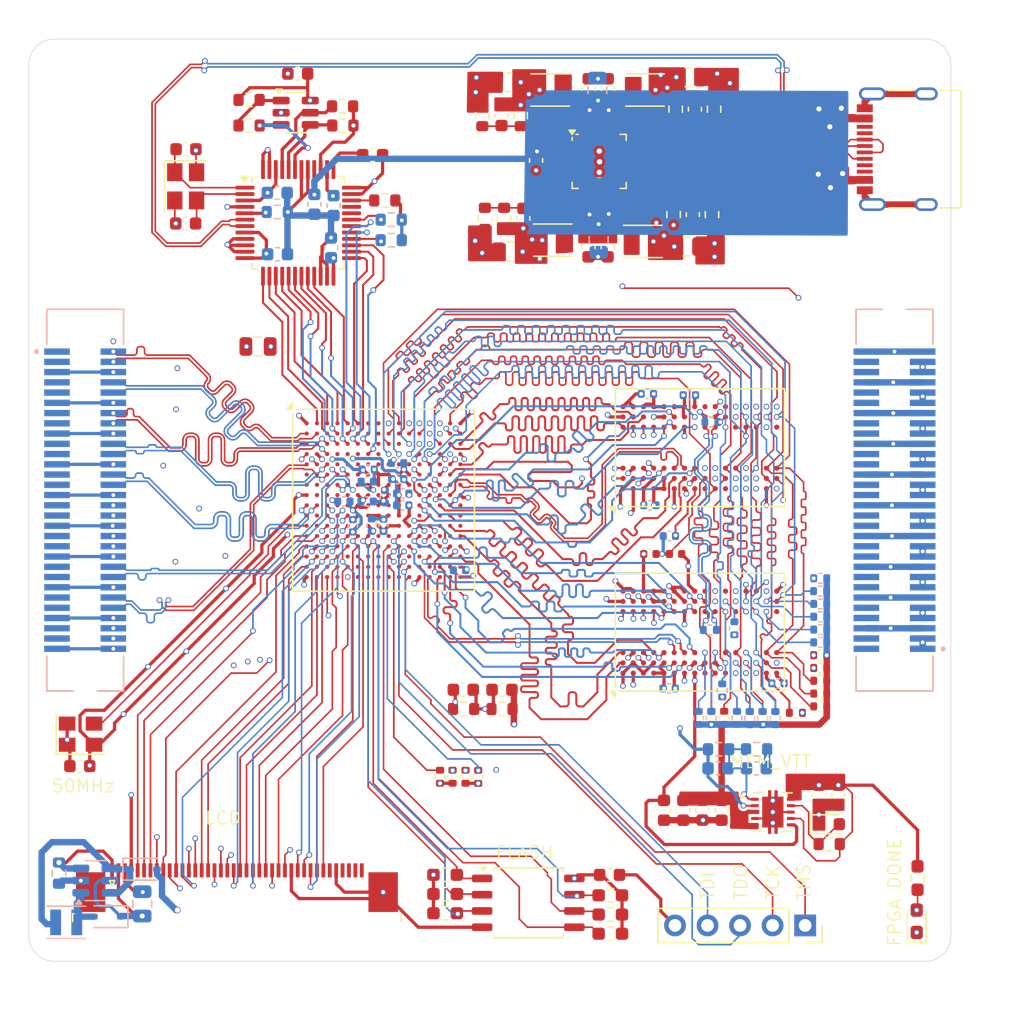
<source format=kicad_pcb>
(kicad_pcb (version 20240108) (generator "pcbnew") (generator_version "8.0")
  (layers (0 "F.Cu" signal) (1 "In1.Cu" signal) (2 "In2.Cu" signal) (3 "In3.Cu" signal) (4 "In4.Cu" signal) (31 "B.Cu" signal) (34 "B.Paste" user) (35 "F.Paste" user) (36 "B.SilkS" user "B.Silkscreen") (37 "F.SilkS" user "F.Silkscreen") (38 "B.Mask" user) (39 "F.Mask" user) (44 "Edge.Cuts" user))
  (net 0 "")
  (net 1 "DDR_#RST")
  (net 2 "DDR_A6")
  (net 3 "DDR1_D1")
  (net 4 "VREF_MEM")
  (net 6 "GND")
  (net 7 "+1V5")
  (net 8 "DDR_A1")
  (net 9 "DDR_CKE")
  (net 10 "DDR1_D3")
  (net 11 "VREF_FPGA")
  (net 13 "DDR1_D4")
  (net 14 "DDR1_D6")
  (net 15 "DDR0_DM")
  (net 16 "Net-(U1-ZQ)")
  (net 17 "DDR0_D1")
  (net 19 "DDR_#CS")
  (net 20 "Net-(U2-ZQ)")
  (net 21 "DDR_A13")
  (net 22 "DDR0_D7")
  (net 23 "DDR_A9")
  (net 24 "DDR_#WE")
  (net 25 "DDR_BA1")
  (net 26 "DDR1_D0")
  (net 27 "DDR_A4")
  (net 28 "DDR_A10")
  (net 29 "DDR_BA0")
  (net 30 "DDR_A11")
  (net 31 "DDR_#CAS")
  (net 32 "DDR_#RAS")
  (net 33 "DDR_A8")
  (net 34 "DDR_A2")
  (net 35 "DDR_A7")
  (net 37 "DDR0_D4")
  (net 38 "DDR1_D5")
  (net 39 "DDR0_D5")
  (net 41 "DDR1_DM")
  (net 42 "DDR_A5")
  (net 43 "DDR_A12")
  (net 44 "DDR1_D2")
  (net 45 "DDR0_D2")
  (net 46 "DDR0_D0")
  (net 48 "DDR_ODT")
  (net 49 "DDR_A3")
  (net 50 "DDR_A0")
  (net 51 "DDR0_D3")
  (net 52 "DDR_BA2")
  (net 53 "DDR0_D6")
  (net 54 "DDR1_D7")
  (net 56 "DDR3_D1")
  (net 57 "+2V5")
  (net 58 "DDR3_D3")
  (net 59 "DDR2_D0")
  (net 60 "DDR3_D2")
  (net 61 "DDR2_D4")
  (net 63 "+1V1")
  (net 64 "DDR3_D4")
  (net 65 "DDR3_D7")
  (net 66 "+3V3")
  (net 67 "DDR2_D1")
  (net 68 "DDR2_D6")
  (net 72 "DDR3_D6")
  (net 74 "DDR3_D5")
  (net 75 "DDR2_D5")
  (net 76 "DDR3_DM")
  (net 77 "DDR2_D7")
  (net 78 "DDR2_D2")
  (net 79 "DDR2_DM")
  (net 80 "DDR2_D3")
  (net 81 "DDR3_D0")
  (net 126 "DDR_CKP")
  (net 127 "DDR_CKN")
  (net 128 "DDR0_DQSN")
  (net 129 "DDR0_DQSP")
  (net 130 "DDR3_DQSN")
  (net 131 "DDR3_DQSP")
  (net 132 "DDR1_DQSP")
  (net 133 "DDR1_DQSN")
  (net 134 "DDR2_DQSP")
  (net 135 "DDR2_DQSN")
  (net 136 "VTT")
  (net 137 "Net-(U4-FB1)")
  (net 138 "Net-(U4-FB2)")
  (net 139 "Net-(U4-FB4)")
  (net 140 "Net-(U4-FB3)")
  (net 141 "Net-(U4-LX1)")
  (net 142 "Net-(U4-LX2)")
  (net 143 "Net-(U4-LX3)")
  (net 144 "Net-(U4-LX4)")
  (net 146 "VCC")
  (net 148 "DONE")
  (net 149 "CFG_0")
  (net 150 "CFG_1")
  (net 151 "CFG_2")
  (net 152 "PROGRAMN")
  (net 153 "SDO")
  (net 154 "SD_IO2")
  (net 155 "SDI")
  (net 156 "SD_CS#")
  (net 157 "SD_CLK")
  (net 158 "SD_IO3")
  (net 159 "FPGA_CLK")
  (net 161 "Net-(U9-REFIN)")
  (net 162 "Net-(D2-A)")
  (net 163 "Net-(U11-XCSO)")
  (net 164 "Net-(U11-XCSI)")
  (net 165 "Net-(U11-VCCA)")
  (net 166 "Net-(U11-VCCCORE)")
  (net 167 "+3V3_FT232")
  (net 168 "Net-(U11-REF)")
  (net 169 "Net-(U15-DO)")
  (net 170 "EEDAT")
  (net 171 "EECS")
  (net 172 "EECLK")
  (net 179 "FT232_DP")
  (net 180 "Net-(U11-~{RESET})")
  (net 181 "Net-(U11-ACBUS4)")
  (net 182 "Net-(U11-ACBUS7)")
  (net 183 "FT232_D3")
  (net 184 "FT232_CLKOUT")
  (net 185 "FT232_D4")
  (net 186 "FT232_D0")
  (net 187 "FT232_D2")
  (net 188 "FT232_D5")
  (net 189 "FT232_D7")
  (net 190 "FT232_D1")
  (net 191 "FT232_D6")
  (net 192 "FT232_#RD")
  (net 193 "FT232_#WR")
  (net 194 "FT232_#OE")
  (net 195 "FT232_#RXF")
  (net 196 "FT232_#TXE")
  (net 238 "LVDS_CLKP")
  (net 239 "LVDS_CLKN")
  (net 240 "LVDS_D7N")
  (net 241 "LVDS_D8N")
  (net 242 "LVDS_D8P")
  (net 243 "LVDS_D0N")
  (net 244 "LVDS_D2N")
  (net 245 "LVDS_D1P")
  (net 246 "LVDS_D7P")
  (net 247 "LVDS_D1N")
  (net 248 "LVDS_D0P")
  (net 249 "LVDS_D4N")
  (net 250 "LVDS_D6P")
  (net 251 "LVDS_D3N")
  (net 252 "LVDS_D3P")
  (net 253 "LVDS_D2P")
  (net 254 "LVDS_D5N")
  (net 255 "LVDS_D5P")
  (net 256 "LVDS_D6N")
  (net 257 "LVDS_D4P")
  (net 273 "LCD_R3")
  (net 274 "LCD_G1")
  (net 275 "LCD_G7")
  (net 276 "LCD_R2")
  (net 277 "LCD_B0")
  (net 278 "LCD_G0")
  (net 279 "LCD_B2")
  (net 280 "LCD_VSYNC")
  (net 281 "LCD_G5")
  (net 282 "LCD_R4")
  (net 283 "LCD_R7")
  (net 284 "Net-(D3-K)")
  (net 285 "LCD_B5")
  (net 286 "LCD_B1")
  (net 287 "LCD_R1")
  (net 288 "LCD_R5")
  (net 289 "LCD_DISP")
  (net 290 "LCD_R0")
  (net 291 "LCD_DE")
  (net 292 "LCD_BACKLIGHT_PWR")
  (net 293 "LCD_HSYNC")
  (net 294 "LCD_B6")
  (net 295 "LCD_B3")
  (net 296 "LCD_R6")
  (net 297 "LCD_B4")
  (net 298 "LCD_B7")
  (net 299 "LCD_G4")
  (net 300 "LCD_G3")
  (net 301 "Net-(D4-A)")
  (net 302 "LCD_DCLK")
  (net 303 "LCD_G6")
  (net 304 "LCD_G2")
  (net 306 "TMS")
  (net 307 "TDI")
  (net 308 "TDO")
  (net 309 "TCK")
  (net 310 "FT232_DN")
  (net 311 "LCD_BACKLIGHT_GND")
  (footprint "Library:R_0603_1608Metric_Pad0.98x0.95mm_HandSolder" (layer "F.Cu") (at 135.01 136.7475)
    (property "Reference" "R47" (hide yes))
    (property "Value" "4.7K" (hide yes))
  )
  (footprint "Library:C_0805_2012Metric" (layer "F.Cu") (at 127.0625 70.275)
    (property "Reference" "C26" (hide yes))
    (property "Value" "22uF" (hide yes))
  )
  (footprint "Library:C_0603_1608Metric" (layer "F.Cu") (at 141.45 80.6 90)
    (property "Reference" "C22" (hide yes))
    (property "Value" "220pF" (hide yes))
  )
  (footprint "Library:C_0603_1608Metric" (layer "F.Cu") (at 141.6125 72.375 -90)
    (property "Reference" "C24" (hide yes))
    (property "Value" "220pF" (hide yes))
  )
  (footprint "Library:C_0603_1608Metric" (layer "F.Cu") (at 133.3125 70.775 -90)
    (property "Reference" "C30" (hide yes))
    (property "Value" "1uF" (hide yes))
  )
  (footprint "Library:L_Changjiang_FNR252010S" (layer "F.Cu") (at 130.5125 82.6)
    (property "Reference" "L2" (hide yes))
    (property "Value" "2.2uH" (hide yes))
  )
  (footprint "Library:R_0603_1608Metric" (layer "F.Cu") (at 143.1125 72.375 90)
    (property "Reference" "R40" (hide yes))
    (property "Value" "R" (hide yes))
  )
  (footprint "Library:R_0402_1005Metric" (layer "F.Cu") (at 151.4 119)
    (property "Reference" "R14" (hide yes))
    (property "Value" "51R" (hide yes))
  )
  (footprint "Library:R_0603_1608Metric" (layer "F.Cu") (at 128.0125 72.875 -90)
    (property "Reference" "R41" (hide yes))
    (property "Value" "R" (hide yes))
  )
  (footprint "Library:C_0603_1608Metric" (layer "F.Cu") (at 142.2 127.1 -90)
    (property "Reference" "C21" (hide yes))
    (property "Value" "10uF" (hide yes))
  )
  (footprint "Library:C_0603_1608Metric" (layer "F.Cu") (at 123.525 117.7)
    (property "Reference" "C3" (hide yes))
    (property "Value" "100nF" (hide yes))
  )
  (footprint "Library:R_0603_1608Metric_Pad0.98x0.95mm_HandSolder" (layer "F.Cu") (at 122.11 135.1475 180)
    (property "Reference" "R48" (hide yes))
    (property "Value" "4.7K" (hide yes))
  )
  (footprint "Library:LQFP-48_7x7mm_P0.5mm" (layer "F.Cu") (at 110.6375 81.250001)
    (property "Reference" "U11" (hide yes))
    (property "Value" "FT232H" (hide yes))
  )
  (footprint "Library:C_0603_1608Metric" (layer "F.Cu") (at 133.3 83.125 90)
    (property "Reference" "C33" (hide yes))
    (property "Value" "1uF" (hide yes))
  )
  (footprint "Library:R_0603_1608Metric" (layer "F.Cu") (at 117.4 79.5 180)
    (property "Reference" "R60" (hide yes))
    (property "Value" "4.7K" (hide yes))
  )
  (footprint "Library:C_0603_1608Metric" (layer "F.Cu") (at 151.3 125.925 -90)
    (property "Reference" "C43" (hide yes))
    (property "Value" "10uF" (hide yes))
  )
  (footprint "Library:LED_0603_1608Metric_Pad1.05x0.95mm_HandSolder" (layer "F.Cu") (at 158.935 135.775 90)
    (property "Reference" "D1" (hide yes))
    (property "Value" "DONE" (hide yes))
  )
  (footprint "Library:R_0603_1608Metric" (layer "F.Cu") (at 125.0125 72.875 90)
    (property "Reference" "R42" (hide yes))
    (property "Value" "R" (hide yes))
  )
  (footprint "Library:C_0805_2012Metric" (layer "F.Cu") (at 107.5 90.9)
    (property "Reference" "C44" (hide yes))
    (property "Value" "22uF" (hide yes))
  )
  (footprint "Library:BGA-96_9.0x13.0mm_Layout2x3x16_P0.8mm" (layer "F.Cu") (at 142 98.8 90)
    (property "Reference" "U1" (hide yes))
    (property "Value" "AS4C256M16D3" (hide yes))
  )
  (footprint "Library:R_0402_1005Metric" (layer "F.Cu") (at 122.69 124.49 -90)
    (property "Reference" "R43" (hide yes))
    (property "Value" "4.7K" (hide yes))
  )
  (footprint "Library:C_0603_1608Metric" (layer "F.Cu") (at 126.55 117.7)
    (property "Reference" "C4" (hide yes))
    (property "Value" "100nF" (hide yes))
  )
  (footprint "Library:R_0603_1608Metric" (layer "F.Cu") (at 106.8 73.65 180)
    (property "Reference" "R65" (hide yes))
    (property "Value" "2K" (hide yes))
  )
  (footprint "Library:R_0402_1005Metric" (layer "F.Cu") (at 151.4 115)
    (property "Reference" "R22" (hide yes))
    (property "Value" "51R" (hide yes))
  )
  (footprint "Library:R_0603_1608Metric_Pad0.98x0.95mm_HandSolder" (layer "F.Cu") (at 135.01 135.2475)
    (property "Reference" "R51" (hide yes))
    (property "Value" "4.7K" (hide yes))
  )
  (footprint "Library:C_0603_1608Metric" (layer "F.Cu") (at 134.8125 70.775 -90)
    (property "Reference" "C31" (hide yes))
    (property "Value" "1uF" (hide yes))
  )
  (footprint "Library:BGA-256_14.0x14.0mm_Layout16x16_P0.8mm_Ball0.45mm_Pad0.32mm_NSMD" (layer "F.Cu") (at 117.3 102.9)
    (property "Reference" "U3" (hide yes))
    (property "Value" "ECP5U_25_CABGA256" (hide yes))
  )
  (footprint "Library:R_0402_1005Metric" (layer "F.Cu") (at 146.9 119.91 -90)
    (property "Reference" "R10" (hide yes))
    (property "Value" "51R" (hide yes))
  )
  (footprint "Library:L_Changjiang_FNR252010S" (layer "F.Cu") (at 137.55 82.7 180)
    (property "Reference" "L1" (hide yes))
    (property "Value" "2.2uH" (hide yes))
  )
  (footprint "Library:R_0402_1005Metric" (layer "F.Cu") (at 149.5 119.5 180)
    (property "Reference" "R34" (hide yes))
    (property "Value" "4.7K" (hide yes))
  )
  (footprint "Library:R_0603_1608Metric_Pad0.98x0.95mm_HandSolder" (layer "F.Cu") (at 135.01 133.7475)
    (property "Reference" "R52" (hide yes))
    (property "Value" "4.7K" (hide yes))
  )
  (footprint "Library:R_0402_1005Metric" (layer "F.Cu") (at 145.9 119.91 -90)
    (property "Reference" "R23" (hide yes))
    (property "Value" "51R" (hide yes))
  )
  (footprint "Library:LED_0603_1608Metric" (layer "F.Cu") (at 152.1 128.2)
    (property "Reference" "D2" (hide yes))
    (property "Value" "LED" (hide yes))
  )
  (footprint "Library:R_0603_1608Metric" (layer "F.Cu") (at 139.95 80.6 90)
    (property "Reference" "R37" (hide yes))
    (property "Value" "R" (hide yes))
  )
  (footprint "Library:C_0805_2012Metric" (layer "F.Cu") (at 141.1125 69.875)
    (property "Reference" "C27" (hide yes))
    (property "Value" "22uF" (hide yes))
  )
  (footprint "Library:C_0603_1608Metric" (layer "F.Cu") (at 101.85 81.3 180)
    (property "Reference" "C52" (hide yes))
    (property "Value" "C" (hide yes))
  )
  (footprint "Library:C_0805_2012Metric" (layer "F.Cu") (at 127.2125 83.5)
    (property "Reference" "C29" (hide yes))
    (property "Value" "22uF" (hide yes))
  )
  (footprint "Library:USB_C_Receptacle_G-Switch_GT-USB-7010ASV" (layer "F.Cu") (at 158.6 75.5 90)
    (property "Reference" "J1" (hide yes))
    (property "Value" "USB_C_Receptacle_USB2.0_16P" (hide yes))
  )
  (footprint "Library:R_0603_1608Metric_Pad0.98x0.95mm_HandSolder" (layer "F.Cu") (at 122.11 132.1475 180)
    (property "Reference" "R50" (hide yes))
    (property "Value" "4.7K" (hide yes))
  )
  (footprint "Library:R_0603_1608Metric" (layer "F.Cu") (at 114.1 72.15)
    (property "Reference" "R66" (hide yes))
    (property "Value" "10K" (hide yes))
  )
  (footprint "Library:R_0402_1005Metric" (layer "F.Cu") (at 151.4 118)
    (property "Reference" "R16" (hide yes))
    (property "Value" "51R" (hide yes))
  )
  (footprint "Library:C_0603_1608Metric" (layer "F.Cu") (at 134.8 83.125 90)
    (property "Reference" "C37" (hide yes))
    (property "Value" "1uF" (hide yes))
  )
  (footprint "Library:C_0603_1608Metric" (layer "F.Cu") (at 110.6 69.6 180)
    (property "Reference" "C61" (hide yes))
    (property "Value" "C" (hide yes))
  )
  (footprint "Library:VQFN-24-1EP_4x4mm_P0.5mm_EP2.5x2.5mm" (layer "F.Cu") (at 134.1375 76.45)
    (property "Reference" "U4" (hide yes))
    (property "Value" "~" (hide yes))
  )
  (footprint "Library:R_0603_1608Metric_Pad0.98x0.95mm_HandSolder" (layer "F.Cu") (at 122.11 133.6475 180)
    (property "Reference" "R49" (hide yes))
    (property "Value" "4.7K" (hide yes))
  )
  (footprint "Library:R_0603_1608Metric" (layer "F.Cu") (at 126.7125 80.9 -90)
    (property "Reference" "R35" (hide yes))
    (property "Value" "R" (hide yes))
  )
  (footprint "Library:R_0402_1005Metric" (layer "F.Cu") (at 124.69 124.5 -90)
    (property "Reference" "R25" (hide yes))
    (property "Value" "0R" (hide yes))
  )
  (footprint "Library:R_0402_1005Metric" (layer "F.Cu") (at 143.9 119.89 -90)
    (property "Reference" "R29" (hide yes))
    (property "Value" "51R" (hide yes))
  )
  (footprint "Library:R_0402_1005Metric" (layer "F.Cu") (at 121.71 124.49 -90)
    (property "Reference" "R45" (hide yes))
    (property "Value" "4.7k" (hide yes))
  )
  (footprint "Library:C_0603_1608Metric" (layer "F.Cu") (at 139.2 127.11 -90)
    (property "Reference" "C47" (hide yes))
    (property "Value" "100nF" (hide yes))
  )
  (footprint "Library:R_0402_1005Metric" (layer "F.Cu") (at 147.9 119.91 -90)
    (property "Reference" "R12" (hide yes))
    (property "Value" "51R" (hide yes))
  )
  (footprint "Library:C_0603_1608Metric" (layer "F.Cu") (at 152.81 125.925 -90)
    (property "Reference" "C42" (hide yes))
    (property "Value" "10uF" (hide yes))
  )
  (footprint "Library:R_0402_1005Metric" (layer "F.Cu") (at 151.4 117)
    (property "Reference" "R20" (hide yes))
    (property "Value" "51R" (hide yes))
  )
  (footprint "Library:R_0603_1608Metric" (layer "F.Cu") (at 114.125 73.65)
    (property "Reference" "R67" (hide yes))
    (property "Value" "10K" (hide yes))
  )
  (footprint "Library:SOIC-8_5.23x5.23mm_P1.27mm" (layer "F.Cu") (at 128.6 134.335)
    (property "Reference" "U5" (hide yes))
    (property "Value" "W25Q128JVS" (hide yes))
  )
  (footprint "Library:PinSocket_1x05_P2.54mm_Vertical" (layer "F.Cu") (at 150.22 136.1 -90)
    (property "Reference" "J4" (hide yes))
    (property "Value" "Conn_01x05_Socket" (hide yes))
  )
  (footprint "Library:TE_4-1734839-0_1x40-1MP_P0.5mm_Horizontal" (layer "F.Cu") (at 105.85 133.15)
    (property "Reference" "J5" (hide yes))
    (property "Value" "Conn_01x40_MountingPin" (hide yes))
  )
  (footprint "Library:SOT-23-6" (layer "F.Cu") (at 110.4375 72.65)
    (property "Reference" "U15" (hide yes))
    (property "Value" "93LCxxBxxOT" (hide yes))
  )
  (footprint "Library:R_0603_1608Metric" (layer "F.Cu") (at 126.55 119.2)
    (property "Reference" "R6" (hide yes))
    (property "Value" "1K" (hide yes))
  )
  (footprint "Library:C_0402_1005Metric" (layer "F.Cu") (at 140.1 107.1 180)
    (property "Reference" "C10" (hide yes))
    (property "Value" "100nF" (hide yes))
  )
  (footprint "Library:R_0603_1608Metric" (layer "F.Cu") (at 123.55 119.2)
    (property "Reference" "R5" (hide yes))
    (property "Value" "1K" (hide yes))
  )
  (footprint "Library:C_0603_1608Metric" (layer "F.Cu") (at 129.2125 76.375 90)
    (property "Reference" "C32" (hide yes))
    (property "Value" "1uF" (hide yes))
  )
  (footprint "Library:C_0603_1608Metric" (layer "F.Cu") (at 93.5825 123.6625)
    (property "Reference" "C34" (hide yes))
    (property "Value" "C" (hide yes))
  )
  (footprint "Library:R_0402_1005Metric" (layer "F.Cu") (at 151.4 116)
    (property "Reference" "R19" (hide yes))
    (property "Value" "51R" (hide yes))
  )
  (footprint "Library:Oscillator_SMD_Abracon_ASE-4Pin_3.2x2.5mm" (layer "F.Cu") (at 93.6425 121.1675)
    (property "Reference" "X1" (hide yes))
    (property "Value" "SG-210SDD" (hide yes))
  )
  (footprint "Library:L_Changjiang_FNR252010S" (layer "F.Cu") (at 130.3125 70.875 180)
    (property "Reference" "L3" (hide yes))
    (property "Value" "2.2uH" (hide yes))
  )
  (footprint "Library:C_0603_1608Metric" (layer "F.Cu") (at 101.875 75.5)
    (property "Reference" "C53" (hide yes))
    (property "Value" "C" (hide yes))
  )
  (footprint "Library:C_0603_1608Metric" (layer "F.Cu") (at 143.7 127.11 -90)
    (property "Reference" "C19" (hide yes))
    (property "Value" "10uF" (hide yes))
  )
  (footprint "Library:R_0603_1608Metric_Pad0.98x0.95mm_HandSolder" (layer "F.Cu") (at 159 132.4 90)
    (property "Reference" "R46" (hide yes))
    (property "Value" "R" (hide yes))
  )
  (footprint "Library:C_0603_1608Metric" (layer "F.Cu") (at 126.5125 72.875 -90)
    (property "Reference" "C25" (hide yes))
    (property "Value" "220pF" (hide yes))
  )
  (footprint "Library:R_0603_1608Metric" (layer "F.Cu") (at 140.1125 72.375 -90)
    (property "Reference" "R39" (hide yes))
    (property "Value" "R" (hide yes))
  )
  (footprint "Library:Crystal_SMD_3225-4Pin_3.2x2.5mm" (layer "F.Cu") (at 101.85 78.4 -90)
    (property "Reference" "Y1" (hide yes))
    (property "Value" "Crystal_GND24" (hide yes))
  )
  (footprint "Library:R_0603_1608Metric" (layer "F.Cu") (at 142.95 80.6 -90)
    (property "Reference" "R38" (hide yes))
    (property "Value" "R" (hide yes))
  )
  (footprint "Library:R_0603_1608Metric" (layer "F.Cu") (at 125.2125 80.9 90)
    (property "Reference" "R36" (hide yes))
    (property "Value" "R" (hide yes))
  )
  (footprint "Library:C_0603_1608Metric" (layer "F.Cu") (at 140.7 127.11 -90)
    (property "Reference" "C41" (hide yes))
    (property "Value" "10uF" (hide yes))
  )
  (footprint "Library:R_0603_1608Metric" (layer "F.Cu") (at 152.1 129.75 180)
    (property "Reference" "R32" (hide yes))
    (property "Value" "20K" (hide yes))
  )
  (footprint "Library:BGA-96_9.0x13.0mm_Layout2x3x16_P0.8mm" (layer "F.Cu") (at 142 113.2 90)
    (property "Reference" "U2" (hide yes))
    (property "Value" "AS4C256M16D3" (hide yes))
  )
  (footprint "Library:C_0805_2012Metric" (layer "F.Cu") (at 140.95 83.1)
    (property "Reference" "C28" (hide yes))
    (property "Value" "22uF" (hide yes))
  )
  (footprint "Library:L_Changjiang_FNR252010S" (layer "F.Cu") (at 137.7125 70.875)
    (property "Reference" "L4" (hide yes))
    (property "Value" "2.2uH" (hide yes))
  )
  (footprint "Library:C_0402_1005Metric" (layer "F.Cu") (at 138.1 107.1)
    (property "Reference" "C11" (hide yes))
    (property "Value" "100nF" (hide yes))
  )
  (footprint "Library:C_0603_1608Metric" (layer "F.Cu") (at 128.2125 80.9 -90)
    (property "Reference" "C23" (hide yes))
    (property "Value" "220pF" (hide yes))
  )
  (footprint "Library:R_0402_1005Metric" (layer "F.Cu") (at 123.7 124.49 -90)
    (property "Reference" "R44" (hide yes))
    (property "Value" "0R" (hide yes))
  )
  (footprint "Library:R_0603_1608Metric" (layer "F.Cu") (at 106.8 71.65)
    (property "Reference" "R64" (hide yes))
    (property "Value" "10K" (hide yes))
  )
  (footprint "Library:C_0603_1608Metric" (layer "F.Cu") (at 134.95 132.15 180)
    (property "Reference" "C35" (hide yes))
    (property "Value" "C" (hide yes))
  )
  (footprint "Library:R_0402_1005Metric" (layer "F.Cu") (at 142.9 119.9 -90)
    (property "Reference" "R30" (hide yes))
    (property "Value" "51R" (hide yes))
  )
  (footprint "Library:VREG_V62_16624-01YE" (layer "F.Cu") (at 147.7 127.25)
    (property "Reference" "U9" (hide yes))
    (property "Value" "TPS51200DRCR" (hide yes))
  )
  (footprint "Library:C_0603_1608Metric" (layer "F.Cu") (at 116.45 75.95)
    (property "Reference" "C54" (hide yes))
    (property "Value" "C" (hide yes))
  )
  (footprint "Library:R_0603_1608Metric" (layer "B.Cu") (at 143.465 122.345)
    (property "Reference" "R3" (hide yes))
    (property "Value" "10K" (hide yes))
  )
  (footprint "Library:C_0402_1005Metric" (layer "B.Cu") (at 118.4 100 180)
    (property "Reference" "C20" (hide yes))
    (property "Value" "100nF" (hide yes))
  )
  (footprint "Library:C_0805_2012Metric" (layer "B.Cu") (at 134 70.9 90)
    (property "Reference" "C39" (hide yes))
    (property "Value" "C" (hide yes))
  )
  (footprint "Library:R_0402_1005Metric" (layer "B.Cu") (at 151.4 112)
    (property "Reference" "R11" (hide yes))
    (property "Value" "51R" (hide yes))
  )
  (footprint "Library:R_0402_1005Metric" (layer "B.Cu") (at 143.75 117.75 -90)
    (property "Reference" "R26" (hide yes))
    (property "Value" "4.7K" (hide yes))
  )
  (footprint "Library:D_SOD-323" (layer "B.Cu") (at 98.555 131.715)
    (property "Reference" "D3" (hide yes))
    (property "Value" "1N5819WS" (hide yes))
  )
  (footprint "Library:R_0402_1005Metric" (layer "B.Cu") (at 151.4 111)
    (property "Reference" "R13" (hide yes))
    (property "Value" "51R" (hide yes))
  )
  (footprint "Library:C_0402_1005Metric" (layer "B.Cu") (at 116.1 100.5)
    (property "Reference" "C51" (hide yes))
    (property "Value" "100nF" (hide yes))
  )
  (footprint "Library:C_0603_1608Metric" (layer "B.Cu") (at 113.2 83.2 90)
    (property "Reference" "C60" (hide yes))
    (property "Value" "C" (hide yes))
  )
  (footprint "Library:C_0402_1005Metric" (layer "B.Cu") (at 114.2 103 180)
    (property "Reference" "C36" (hide yes))
    (property "Value" "100nF" (hide yes))
  )
  (footprint "Library:C_0402_1005Metric" (layer "B.Cu") (at 148.1 117.2)
    (property "Reference" "C12" (hide yes))
    (property "Value" "100nF" (hide yes))
  )
  (footprint "Library:AMPHENOL_10144518-064802LF" (layer "B.Cu") (at 157.2 102.9 90)
    (property "Reference" "J3" (hide yes))
    (property "Value" "10144518-064802LF" (hide yes))
  )
  (footprint "Library:R_0603_1608Metric" (layer "B.Cu") (at 117.9 81 180)
    (property "Reference" "R62" (hide yes))
    (property "Value" "4.7K" (hide yes))
  )
  (footprint "Library:R_0402_1005Metric" (layer "B.Cu") (at 151.4 113)
    (property "Reference" "R18" (hide yes))
    (property "Value" "51R" (hide yes))
  )
  (footprint "Library:C_0402_1005Metric" (layer "B.Cu") (at 116.02 103)
    (property "Reference" "C50" (hide yes))
    (property "Value" "100nF" (hide yes))
  )
  (footprint "Library:R_0402_1005Metric" (layer "B.Cu") (at 144.7 112.9 -90)
    (property "Reference" "R2" (hide yes))
    (property "Value" "240R" (hide yes))
  )
  (footprint "Library:C_0402_1005Metric" (layer "B.Cu") (at 123.23 108.37 180)
    (property "Reference" "C46" (hide yes))
    (property "Value" "100nF" (hide yes))
  )
  (footprint "Library:C_0402_1005Metric" (layer "B.Cu") (at 137.9 94.6 180)
    (property "Reference" "C8" (hide yes))
    (property "Value" "100nF" (hide yes))
  )
  (footprint "Library:C_0402_1005Metric" (layer "B.Cu") (at 114.9 104.9 90)
    (property "Reference" "C49" (hide yes))
    (property "Value" "100nF" (hide yes))
  )
  (footprint "Library:C_0402_1005Metric" (layer "B.Cu") (at 118.402049 101.25 180)
    (property "Reference" "C13" (hide yes))
    (property "Value" "100nF" (hide yes))
  )
  (footprint "Library:R_0402_1005Metric" (layer "B.Cu") (at 145.9 119.91 -90)
    (property "Reference" "R21" (hide yes))
    (property "Value" "51R" (hide yes))
  )
  (footprint "Library:C_0805_2012Metric" (layer "B.Cu") (at 134.1 82.6 -90)
    (property "Reference" "C40" (hide yes))
    (property "Value" "C" (hide yes))
  )
  (footprint "Library:C_0402_1005Metric" (layer "B.Cu") (at 116.373485 104.841244 90)
    (property "Reference" "C5" (hide yes))
    (property "Value" "100nF" (hide yes))
  )
  (footprint "Library:C_0603_1608Metric" (layer "B.Cu") (at 109 78.9)
    (property "Reference" "C58" (hide yes))
    (property "Value" "C" (hide yes))
  )
  (footprint "Library:R_0402_1005Metric" (layer "B.Cu") (at 142.78 113.03)
    (property "Reference" "R31" (hide yes))
    (property "Value" "100R" (hide yes))
  )
  (footprint "Library:C_0805_2012Metric" (layer "B.Cu") (at 98.455 134.415 90)
    (property "Reference" "C38" (hide yes))
    (property "Value" "C" (hide yes))
  )
  (footprint "Library:C_0402_1005Metric" (layer "B.Cu") (at 139.62 105.7 180)
    (property "Reference" "C45" (hide yes))
    (property "Value" "100nF" (hide yes))
  )
  (footprint "Library:C_0402_1005Metric" (layer "B.Cu") (at 139.6 117.6 180)
    (property "Reference" "C9" (hide yes))
    (property "Value" "100nF" (hide yes))
  )
  (footprint "Library:C_0402_1005Metric" (layer "B.Cu") (at 138.1 103.3)
    (property "Reference" "C7" (hide yes))
    (property "Value" "100nF" (hide yes))
  )
  (footprint "Library:R_0402_1005Metric" (layer "B.Cu") (at 142.9 119.9 -90)
    (property "Reference" "R28" (hide yes))
    (property "Value" "51R" (hide yes))
  )
  (footprint "Library:R_0402_1005Metric" (layer "B.Cu") (at 144.9 119.9 -90)
    (property "Reference" "R17" (hide yes))
    (property "Value" "51R" (hide yes))
  )
  (footprint "Library:C_0402_1005Metric" (layer "B.Cu") (at 117.406417 102.623479 -90)
    (property "Reference" "C15" (hide yes))
    (property "Value" "100nF" (hide yes))
  )
  (footprint "Library:L_Changjiang_FNR252010S" (layer "B.Cu") (at 92.52 135.86 180)
    (property "Reference" "L5" (hide yes))
    (property "Value" "4.7uH" (hide yes))
  )
  (footprint "Library:C_0402_1005Metric" (layer "B.Cu") (at 141.18 94.7 180)
    (property "Reference" "C6" (hide yes))
    (property "Value" "100nF" (hide yes))
  )
  (footprint "Library:SOT-23-6" (layer "B.Cu") (at 94.8 132.6)
    (property "Reference" "U6" (hide yes))
    (property "Value" "~" (hide yes))
  )
  (footprint "Library:D_SOD-323" (layer "B.Cu") (at 95.73 135.415 180)
    (property "Reference" "D4" (hide yes))
    (property "Value" "1N5819WS" (hide yes))
  )
  (footprint "Library:R_0402_1005Metric" (layer "B.Cu") (at 142.9 96.8 180)
    (property "Reference" "R1" (hide yes))
    (property "Value" "240R" (hide yes))
  )
  (footprint "Library:C_0402_1005Metric" (layer "B.Cu") (at 118.8 103.3 180)
    (property "Reference" "C18" (hide yes))
    (property "Value" "100nF" (hide yes))
  )
  (footprint "Library:R_0402_1005Metric" (layer "B.Cu") (at 151.39 110)
    (property "Reference" "R15" (hide yes))
    (property "Value" "51R" (hide yes))
  )
  (footprint "Library:C_0603_1608Metric" (layer "B.Cu") (at 143.415 123.835)
    (property "Reference" "C1" (hide yes))
    (property "Value" "100nF" (hide yes))
  )
  (footprint "Library:R_0603_1608Metric" (layer "B.Cu") (at 91.955 132.015 -90)
    (property "Reference" "R33" (hide yes))
    (property "Value" "5R" (hide yes))
  )
  (footprint "Library:AMPHENOL_10144518-064802LF" (layer "B.Cu") (at 94 102.9 -90)
    (property "Reference" "J2" (hide yes))
    (property "Value" "10144518-064802LF" (hide yes))
  )
  (footprint "Library:R_0402_1005Metric" (layer "B.Cu") (at 151.4 114)
    (property "Reference" "R8" (hide yes))
    (property "Value" "51R" (hide yes))
  )
  (footprint "Library:C_0402_1005Metric" (layer "B.Cu") (at 116.03 101.45)
    (property "Reference" "C14" (hide yes))
    (property "Value" "100nF" (hide yes))
  )
  (footprint "Library:R_0402_1005Metric" (layer "B.Cu") (at 151.4 109)
    (property "Reference" "R24" (hide yes))
    (property "Value" "51R" (hide yes))
  )
  (footprint "Library:C_0603_1608Metric" (layer "B.Cu") (at 113.4 79.9 -90)
    (property "Reference" "C55" (hide yes))
    (property "Value" "C" (hide yes))
  )
  (footprint "Library:C_0603_1608Metric" (layer "B.Cu") (at 146.415 123.835)
    (property "Reference" "C2" (hide yes))
    (property "Value" "100nF" (hide yes))
  )
  (footprint "Library:C_0402_1005Metric" (layer "B.Cu") (at 118.798704 102.378107 180)
    (property "Reference" "C17" (hide yes))
    (property "Value" "100nF" (hide yes))
  )
  (footprint "Library:R_0402_1005Metric" (layer "B.Cu") (at 141.9 119.9 -90)
    (property "Reference" "R27" (hide yes))
    (property "Value" "51R" (hide yes))
  )
  (footprint "Library:R_0402_1005Metric" (layer "B.Cu") (at 147.9 119.91 -90)
    (property "Reference" "R9" (hide yes))
    (property "Value" "51R" (hide yes))
  )
  (footprint "Library:R_0603_1608Metric" (layer "B.Cu") (at 146.43 122.345)
    (property "Reference" "R4" (hide yes))
    (property "Value" "10K" (hide yes))
  )
  (footprint "Library:C_0603_1608Metric" (layer "B.Cu") (at 111.9 79.8 -90)
    (property "Reference" "C56" (hide yes))
    (property "Value" "C" (hide yes))
  )
  (footprint "Library:R_0603_1608Metric" (layer "B.Cu") (at 117.9 82.6 180)
    (property "Reference" "R61" (hide yes))
    (property "Value" "4.7K" (hide yes))
  )
  (footprint "Library:C_0402_1005Metric" (layer "B.Cu") (at 117.298113 104.85422 90)
    (property "Reference" "C16" (hide yes))
    (property "Value" "100nF" (hide yes))
  )
  (footprint "Library:R_0603_1608Metric" (layer "B.Cu") (at 109 80.4 180)
    (property "Reference" "R63" (hide yes))
    (property "Value" "12K" (hide yes))
  )
  (footprint "Library:R_0402_1005Metric" (layer "B.Cu") (at 146.9 119.91 -90)
    (property "Reference" "R7" (hide yes))
    (property "Value" "51R" (hide yes))
  )
  (footprint "Library:C_0603_1608Metric" (layer "B.Cu") (at 109.025 83.7)
    (property "Reference" "C59" (hide yes))
    (property "Value" "C" (hide yes))
  )
  (gr_line (start 89.6 136.9) (end 89.6 68.9) (stroke (width 0.05)) (layer "Edge.Cuts"))
  (gr_arc (start 161.6 136.9) (mid 161.014214 138.314214) (end 159.6 138.9) (stroke (width 0.05)) (layer "Edge.Cuts"))
  (gr_arc (start 91.6 138.9) (mid 90.185786 138.314214) (end 89.6 136.9) (stroke (width 0.05)) (layer "Edge.Cuts"))
  (gr_arc (start 159.6 66.9) (mid 161.014214 67.485786) (end 161.6 68.9) (stroke (width 0.05)) (layer "Edge.Cuts"))
  (gr_line (start 159.6 138.9) (end 91.6 138.9) (stroke (width 0.05)) (layer "Edge.Cuts"))
  (gr_line (start 161.6 68.9) (end 161.6 136.9) (stroke (width 0.05)) (layer "Edge.Cuts"))
  (gr_arc (start 89.6 68.9) (mid 90.185786 67.485786) (end 91.6 66.9) (stroke (width 0.05)) (layer "Edge.Cuts"))
  (gr_line (start 91.6 66.9) (end 159.6 66.9) (stroke (width 0.05)) (layer "Edge.Cuts"))
  (gr_text "TMS" (at 150.7 134.2 90) (layer "F.SilkS") (effects (font (size 1 1) (thickness 0.1)) (justify left bottom)))
  (gr_text "MEM_VTT\n" (at 144.3 123.9 0) (layer "F.SilkS") (effects (font (size 1 1) (thickness 0.1)) (justify left bottom)))
  (gr_text "LCD" (at 103.3 128.3 0) (layer "F.SilkS") (effects (font (size 1 1) (thickness 0.1)) (justify left bottom)))
  (gr_text "FPGA DONE" (at 157.8 137.8 90) (layer "F.SilkS") (effects (font (size 1 1) (thickness 0.1)) (justify left bottom)))
  (gr_text "TDI\n" (at 143.2 134.2 90) (layer "F.SilkS") (effects (font (size 1 1) (thickness 0.1)) (justify left bottom)))
  (gr_text "FLASH\n" (at 126 131 0) (layer "F.SilkS") (effects (font (size 1 1) (thickness 0.1)) (justify left bottom)))
  (gr_text "TDO" (at 145.8 134.2 90) (layer "F.SilkS") (effects (font (size 1 1) (thickness 0.1)) (justify left bottom)))
  (gr_text "TCK" (at 148.3 134.2 90) (layer "F.SilkS") (effects (font (size 1 1) (thickness 0.1)) (justify left bottom)))
  (gr_text "50MHz" (at 91.3 125.8 0) (layer "F.SilkS") (effects (font (size 1 1) (thickness 0.1)) (justify left bottom)))
  (segment (start 148.5 101.7) (end 148.5 102.9) (width 0.127) (layer "F.Cu") (net 1))
  (segment (start 149.7 87.1) (end 148.95 86.35) (width 0.127) (layer "F.Cu") (net 1))
  (segment (start 136.1 86.35) (end 135.95 86.2) (width 0.127) (layer "F.Cu") (net 1))
  (segment (start 148.95 86.35) (end 136.1 86.35) (width 0.127) (layer "F.Cu") (net 1))
  (segment (start 148 101.2) (end 148.5 101.7) (width 0.127) (layer "F.Cu") (net 1))
  (via (at 149.7 87.1) (size 0.45) (drill 0.3) (layers "F.Cu" "B.Cu") (net 1))
  (via (at 135.95 86.2) (size 0.45) (drill 0.3) (layers "F.Cu" "B.Cu") (net 1))
  (via (at 121.7 96.9) (size 0.45) (drill 0.3) (layers "F.Cu" "B.Cu") (net 1))
  (via (at 148.5 102.9) (size 0.45) (drill 0.3) (layers "F.Cu" "B.Cu") (net 1))
  (via (at 148 115.6) (size 0.45) (drill 0.3) (layers "F.Cu" "B.Cu") (net 1))
  (via (at 150 119.5) (size 0.45) (drill 0.3) (layers "F.Cu" "B.Cu") (net 1))
  (via (at 118.5 99.3) (size 0.45) (drill 0.3) (layers "F.Cu" "B.Cu") (net 2))
  (via (at 147.2 110.8) (size 0.45) (drill 0.3) (layers "F.Cu" "B.Cu") (net 2))
  (via (at 147.2 96.4) (size 0.45) (drill 0.3) (layers "F.Cu" "B.Cu") (net 2))
  (segment (start 119.546612 91.548325) (end 119.649142 91.650855) (width 0.127) (layer "B.Cu") (net 2))
  (segment (start 121.777538 89.522462) (end 121.675007 89.419931) (width 0.127) (layer "B.Cu") (net 2))
  (segment (start 147.2 110.8) (end 150.39 110.8) (width 0.127) (layer "B.Cu") (net 2))
  (segment (start 148 98) (end 147.6 97.6) (width 0.127) (layer "B.Cu") (net 2))
  (segment (start 119.345088 91.954915) (end 119.345086 91.954914) (width 0.127) (layer "B.Cu") (net 2))
  (segment (start 121.880069 89.624993) (end 121.777539 89.522463) (width 0.127) (layer "B.Cu") (net 2))
  (segment (start 148.5 99.5) (end 148 99) (width 0.127) (layer "B.Cu") (net 2))
  (segment (start 147.6115 95.9885) (end 147.6115 92.1915) (width 0.127) (layer "B.Cu") (net 2))
  (segment (start 119.345086 91.954914) (end 119.242555 91.852383) (width 0.127) (layer "B.Cu") (net 2))
  (segment (start 120.762838 90.332099) (end 120.865368 90.434629) (width 0.127) (layer "B.Cu") (net 2))
  (segment (start 147.6 103.1) (end 148.5 102.2) (width 0.127) (layer "B.Cu") (net 2))
  (segment (start 147.6 96.8) (end 147.2 96.4) (width 0.127) (layer "B.Cu") (net 2))
  (segment (start 119.953199 91.346801) (end 119.850668 91.24427) (width 0.127) (layer "B.Cu") (net 2))
  (segment (start 121.473481 89.826516) (end 121.473482 89.826518) (width 0.127) (layer "B.Cu") (net 2))
  (segment (start 119.04103 92.25897) (end 119.143561 92.361501) (width 0.127) (layer "B.Cu") (net 2))
  (segment (start 121.169425 90.130575) (end 121.066894 90.028044) (width 0.127) (layer "B.Cu") (net 2))
  (segment (start 121.576012 90.134111) (end 121.477019 90.233105) (width 0.127) (layer "B.Cu") (net 2))
  (segment (start 121.777539 89.522463) (end 121.777538 89.522462) (width 0.127) (layer "B.Cu") (net 2))
  (segment (start 120.861833 90.028044) (end 120.762838 90.127038) (width 0.127) (layer "B.Cu") (net 2))
  (segment (start 120.257256 91.042744) (end 120.359787 91.145275) (width 0.127) (layer "B.Cu") (net 2))
  (segment (start 119.041029 92.258968) (end 119.04103 92.25897) (width 0.127) (layer "B.Cu") (net 2))
  (segment (start 147.2 110.8) (end 147.6 110.4) (width 0.127) (layer "B.Cu") (net 2))
  (segment (start 147.2 96.4) (end 147.6115 95.9885) (width 0.127) (layer "B.Cu") (net 2))
  (segment (start 147.6115 92.1915) (end 144.27 88.85) (width 0.127) (layer "B.Cu") (net 2))
  (segment (start 121.473482 89.826518) (end 121.576013 89.929049) (width 0.127) (layer "B.Cu") (net 2))
  (segment (start 120.257255 91.042742) (end 120.257256 91.042744) (width 0.127) (layer "B.Cu") (net 2))
  (segment (start 119.649143 91.650857) (end 119.751674 91.753388) (width 0.127) (layer "B.Cu") (net 2))
  (segment (start 120.561312 90.738688) (end 120.458781 90.636157) (width 0.127) (layer "B.Cu") (net 2))
  (segment (start 147.6 110.4) (end 147.6 103.1) (width 0.127) (layer "B.Cu") (net 2))
  (segment (start 119.037494 91.852383) (end 118.938499 91.951377) (width 0.127) (layer "B.Cu") (net 2))
  (segment (start 120.25372 90.636157) (end 120.154725 90.735151) (width 0.127) (layer "B.Cu") (net 2))
  (segment (start 120.055731 91.449332) (end 119.953201 91.346802) (width 0.127) (layer "B.Cu") (net 2))
  (segment (start 118.5 99.3) (end 118.1 98.9) (width 0.127) (layer "B.Cu") (net 2))
  (segment (start 120.865368 90.434629) (end 120.865369 90.434631) (width 0.127) (layer "B.Cu") (net 2))
  (segment (start 120.359786 91.350337) (end 120.260793 91.449331) (width 0.127) (layer "B.Cu") (net 2))
  (segment (start 118.938499 92.156438) (end 119.041029 92.258968) (width 0.127) (layer "B.Cu") (net 2))
  (segment (start 148 99) (end 148 98) (width 0.127) (layer "B.Cu") (net 2))
  (segment (start 120.154725 90.940212) (end 120.257255 91.042742) (width 0.127) (layer "B.Cu") (net 2))
  (segment (start 119.953201 91.346802) (end 119.953199 91.346801) (width 0.127) (layer "B.Cu") (net 2))
  (segment (start 122.45 88.85) (end 122.184124 89.115876) (width 0.127) (layer "B.Cu") (net 2))
  (segment (start 121.271957 90.233106) (end 121.169427 90.130576) (width 0.127) (layer "B.Cu") (net 2))
  (segment (start 150.89 111) (end 150.59 111) (width 0.127) (layer "B.Cu") (net 2))
  (segment (start 120.865369 90.434631) (end 120.9679 90.537162) (width 0.127) (layer "B.Cu") (net 2))
  (segment (start 121.469946 89.419931) (end 121.370951 89.518925) (width 0.127) (layer "B.Cu") (net 2))
  (segment (start 120.663844 90.841219) (end 120.561314 90.738689) (width 0.127) (layer "B.Cu") (net 2))
  (segment (start 144.27 88.85) (end 122.45 88.85) (width 0.127) (layer "B.Cu") (net 2))
  (segment (start 118.1 93.2) (end 118.535448 92.764553) (width 0.127) (layer "B.Cu") (net 2))
  (segment (start 120.967899 90.742224) (end 120.868906 90.841218) (width 0.127) (layer "B.Cu") (net 2))
  (segment (start 119.14356 92.566563) (end 119.044567 92.665557) (width 0.127) (layer "B.Cu") (net 2))
  (segment (start 120.561314 90.738689) (end 120.561312 90.738688) (width 0.127) (layer "B.Cu") (net 2))
  (segment (start 147.6 97.6) (end 147.6 96.8) (width 0.127) (layer "B.Cu") (net 2))
  (segment (start 119.447618 92.057445) (end 119.345088 91.954915) (width 0.127) (layer "B.Cu") (net 2))
  (segment (start 148.5 102.2) (end 148.5 99.5) (width 0.127) (layer "B.Cu") (net 2))
  (segment (start 119.751673 91.95845) (end 119.65268 92.057444) (width 0.127) (layer "B.Cu") (net 2))
  (segment (start 121.169427 90.130576) (end 121.169425 90.130575) (width 0.127) (layer "B.Cu") (net 2))
  (segment (start 150.39 110.8) (end 150.59 111) (width 0.127) (layer "B.Cu") (net 2))
  (segment (start 122.184124 89.525998) (end 122.085129 89.624994) (width 0.127) (layer "B.Cu") (net 2))
  (segment (start 121.370951 89.723986) (end 121.473481 89.826516) (width 0.127) (layer "B.Cu") (net 2))
  (segment (start 118.634445 92.665558) (end 118.535448 92.764553) (width 0.127) (layer "B.Cu") (net 2))
  (segment (start 119.645607 91.24427) (end 119.546612 91.343264) (width 0.127) (layer "B.Cu") (net 2))
  (segment (start 118.1 98.9) (end 118.1 93.2) (width 0.127) (layer "B.Cu") (net 2))
  (segment (start 119.649142 91.650855) (end 119.649143 91.650857) (width 0.127) (layer "B.Cu") (net 2))
  (arc (start 120.154725 90.735151) (mid 120.112256 90.837681) (end 120.154725 90.940212) (width 0.127) (layer "B.Cu") (net 2))
  (arc (start 121.576013 89.929049) (mid 121.618483 90.031579) (end 121.576012 90.134111) (width 0.127) (layer "B.Cu") (net 2))
  (arc (start 119.044567 92.665557) (mid 118.942036 92.708027) (end 118.839505 92.665558) (width 0.127) (layer "B.Cu") (net 2))
  (arc (start 119.850668 91.24427) (mid 119.748138 91.2018) (end 119.645607 91.24427) (width 0.127) (layer "B.Cu") (net 2))
  (arc (start 120.260793 91.449331) (mid 120.158262 91.491801) (end 120.055731 91.449332) (width 0.127) (layer "B.Cu") (net 2))
  (arc (start 122.085129 89.624994) (mid 121.9826 89.667462) (end 121.880069 89.624993) (width 0.127) (layer "B.Cu") (net 2))
  (arc (start 121.370951 89.518925) (mid 121.328482 89.621455) (end 121.370951 89.723986) (width 0.127) (layer "B.Cu") (net 2))
  (arc (start 122.184124 89.115876) (mid 122.141653 89.218408) (end 122.184123 89.320938) (width 0.127) (layer "B.Cu") (net 2))
  (arc (start 121.066894 90.028044) (mid 120.964364 89.985574) (end 120.861833 90.028044) (width 0.127) (layer "B.Cu") (net 2))
  (arc (start 122.184123 89.320938) (mid 122.226593 89.423468) (end 122.184124 89.525998) (width 0.127) (layer "B.Cu") (net 2))
  (arc (start 120.762838 90.127038) (mid 120.720369 90.229568) (end 120.762838 90.332099) (width 0.127) (layer "B.Cu") (net 2))
  (arc (start 119.242555 91.852383) (mid 119.140025 91.809913) (end 119.037494 91.852383) (width 0.127) (layer "B.Cu") (net 2))
  (arc (start 119.751674 91.753388) (mid 119.794144 91.855918) (end 119.751673 91.95845) (width 0.127) (layer "B.Cu") (net 2))
  (arc (start 121.675007 89.419931) (mid 121.572477 89.377461) (end 121.469946 89.419931) (width 0.127) (layer "B.Cu") (net 2))
  (arc (start 119.65268 92.057444) (mid 119.550149 92.099914) (end 119.447618 92.057445) (width 0.127) (layer "B.Cu") (net 2))
  (arc (start 120.9679 90.537162) (mid 121.01037 90.639692) (end 120.967899 90.742224) (width 0.127) (layer "B.Cu") (net 2))
  (arc (start 118.839505 92.665558) (mid 118.736976 92.623088) (end 118.634445 92.665558) (width 0.127) (layer "B.Cu") (net 2))
  (arc (start 120.458781 90.636157) (mid 120.356251 90.593687) (end 120.25372 90.636157) (width 0.127) (layer "B.Cu") (net 2))
  (arc (start 121.477019 90.233105) (mid 121.374488 90.275575) (end 121.271957 90.233106) (width 0.127) (layer "B.Cu") (net 2))
  (arc (start 120.868906 90.841218) (mid 120.766375 90.883688) (end 120.663844 90.841219) (width 0.127) (layer "B.Cu") (net 2))
  (arc (start 120.359787 91.145275) (mid 120.402257 91.247805) (end 120.359786 91.350337) (width 0.127) (layer "B.Cu") (net 2))
  (arc (start 119.546612 91.343264) (mid 119.504143 91.445794) (end 119.546612 91.548325) (width 0.127) (layer "B.Cu") (net 2))
  (arc (start 119.143561 92.361501) (mid 119.186031 92.464031) (end 119.14356 92.566563) (width 0.127) (layer "B.Cu") (net 2))
  (arc (start 118.938499 91.951377) (mid 118.89603 92.053907) (end 118.938499 92.156438) (width 0.127) (layer "B.Cu") (net 2))
  (segment (start 120.1 103.3) (end 120.5 103.7) (width 0.156) (layer "F.Cu") (net 3))
  (segment (start 141.6 100.4) (end 141.2 100.8) (width 0.156) (layer "F.Cu") (net 3))
  (via (at 141.2 100.8) (size 0.45) (drill 0.3) (layers "F.Cu" "B.Cu") (net 3))
  (via (at 120.5 103.7) (size 0.45) (drill 0.3) (layers "F.Cu" "B.Cu") (net 3))
  (segment (start 129.2 106.2) (end 127.5 104.5) (width 0.156) (layer "B.Cu") (net 3))
  (segment (start 138.35 102.05) (end 136.05 102.05) (width 0.156) (layer "B.Cu") (net 3))
  (segment (start 127.5 104.5) (end 121.3 104.5) (width 0.156) (layer "B.Cu") (net 3))
  (segment (start 139.6 100.8) (end 138.35 102.05) (width 0.156) (layer "B.Cu") (net 3))
  (segment (start 132.16 106.54) (end 131.9 106.54) (width 0.156) (layer "B.Cu") (net 3))
  (segment (start 133.4 106.2) (end 132.5 106.2) (width 0.156) (layer "B.Cu") (net 3))
  (segment (start 129.2 106.2) (end 131.56 106.2) (width 0.156) (layer "B.Cu") (net 3))
  (segment (start 136.05 102.05) (end 135.15 102.95) (width 0.156) (layer "B.Cu") (net 3))
  (segment (start 121.3 104.5) (end 120.5 103.7) (width 0.156) (layer "B.Cu") (net 3))
  (segment (start 135.15 104.45) (end 133.4 106.2) (width 0.156) (layer "B.Cu") (net 3))
  (segment (start 141.2 100.8) (end 139.6 100.8) (width 0.156) (layer "B.Cu") (net 3))
  (segment (start 135.15 102.95) (end 135.15 104.45) (width 0.156) (layer "B.Cu") (net 3))
  (arc (start 132.5 106.2) (mid 132.379792 106.249792) (end 132.33 106.37) (width 0.156) (layer "B.Cu") (net 3))
  (arc (start 131.73 106.37) (mid 131.680208 106.249792) (end 131.56 106.2) (width 0.156) (layer "B.Cu") (net 3))
  (arc (start 131.9 106.54) (mid 131.779792 106.490208) (end 131.73 106.37) (width 0.156) (layer "B.Cu") (net 3))
  (arc (start 132.33 106.37) (mid 132.280208 106.490208) (end 132.16 106.54) (width 0.156) (layer "B.Cu") (net 3))
  (segment (start 139.2 125.3) (end 141.6 122.9) (width 0.254) (layer "F.Cu") (net 4))
  (segment (start 139.2 125.3) (end 139.2 126.335) (width 0.254) (layer "F.Cu") (net 4))
  (segment (start 149.56 129.52) (end 149.3 129.78) (width 0.254) (layer "F.Cu") (net 4))
  (segment (start 141.6 116.4) (end 141.6 117) (width 0.254) (layer "F.Cu") (net 4))
  (segment (start 137.8 128.35) (end 137.8 126.54) (width 0.254) (layer "F.Cu") (net 4))
  (segment (start 149.56 128.43) (end 149.56 129.52) (width 0.254) (layer "F.Cu") (net 4))
  (segment (start 141.05 103.05) (end 141.6 102.5) (width 0.156) (layer "F.Cu") (net 4))
  (segment (start 138.005 126.335) (end 139.2 126.335) (width 0.254) (layer "F.Cu") (net 4))
  (segment (start 149.1 128.25) (end 149.38 128.25) (width 0.254) (layer "F.Cu") (net 4))
  (segment (start 140.1 104.9) (end 141.05 103.95) (width 0.156) (layer "F.Cu") (net 4))
  (segment (start 141.05 103.05) (end 141.05 103.95) (width 0.156) (layer "F.Cu") (net 4))
  (segment (start 149.38 128.25) (end 149.56 128.43) (width 0.254) (layer "F.Cu") (net 4))
  (segment (start 139.23 129.78) (end 137.8 128.35) (width 0.254) (layer "F.Cu") (net 4))
  (segment (start 141.6 116.4) (end 141.6 122.9) (width 0.254) (layer "F.Cu") (net 4))
  (segment (start 141.6 102) (end 141.6 102.5) (width 0.156) (layer "F.Cu") (net 4))
  (segment (start 137.8 126.54) (end 138.005 126.335) (width 0.254) (layer "F.Cu") (net 4))
  (segment (start 140.1 104.9) (end 140.1 105.65) (width 0.156) (layer "F.Cu") (net 4))
  (segment (start 149.3 129.78) (end 139.23 129.78) (width 0.254) (layer "F.Cu") (net 4))
  (via (at 141.6 117) (size 0.45) (drill 0.3) (layers "F.Cu" "B.Cu") (net 4))
  (via (at 144.8 96.4) (size 0.45) (drill 0.3) (layers "F.Cu" "B.Cu") (net 4))
  (via (at 144.8 110.8) (size 0.45) (drill 0.3) (layers "F.Cu" "B.Cu") (net 4))
  (via (at 140.1 105.65) (size 0.45) (drill 0.3) (layers "F.Cu" "B.Cu") (net 4))
  (segment (start 124.68 125) (end 124.69 125.01) (width 0.254) (layer "F.Cu") (net 6))
  (segment (start 138.95 134.05) (end 138.95 134.99) (width 0.254) (layer "F.Cu") (net 6))
  (segment (start 137 94.6) (end 137.42 94.6) (width 0.254) (layer "F.Cu") (net 6))
  (segment (start 140.95 102.15) (end 140.8 102) (width 0.254) (layer "F.Cu") (net 6))
  (segment (start 102.65 75.6) (end 102.65 77.25) (width 0.127) (layer "F.Cu") (net 6))
  (segment (start 142 102.5) (end 141.4 103.1) (width 0.127) (layer "F.Cu") (net 6))
  (segment (start 111.1 109.1) (end 111.1 109.5) (width 0.254) (layer "F.Cu") (net 6))
  (segment (start 148 110) (end 148.5 109.5) (width 0.254) (layer "F.Cu") (net 6))
  (segment (start 107.8 107) (end 107.8 106.4) (width 0.254) (layer "F.Cu") (net 6))
  (segment (start 139.6 109.6) (end 139.7 109.7) (width 0.254) (layer "F.Cu") (net 6))
  (segment (start 159.675 71.18) (end 155.475 71.18) (width 0.5) (layer "F.Cu") (net 6))
  (segment (start 138.4 110.8) (end 138.052 110.452) (width 0.254) (layer "F.Cu") (net 6))
  (segment (start 101 81.225) (end 101.075 81.3) (width 0.127) (layer "F.Cu") (net 6))
  (segment (start 123.3 108.9) (end 124.2 108.9) (width 0.254) (layer "F.Cu") (net 6))
  (segment (start 139.6 109.6) (end 140 110) (width 0.254) (layer "F.Cu") (net 6))
  (segment (start 117.3 102.95) (end 117.25 102.95) (width 0.254) (layer "F.Cu") (net 6))
  (segment (start 136.8 95.6) (end 136.5 95.3) (width 0.254) (layer "F.Cu") (net 6))
  (segment (start 96.3 120.3) (end 97 119.6) (width 0.254) (layer "F.Cu") (net 6))
  (segment (start 108.7 107.3) (end 108.7 106.68917) (width 0.254) (layer "F.Cu") (net 6))
  (segment (start 147.2 127.75) (end 147.7 127.25) (width 0.156) (layer "F.Cu") (net 6))
  (segment (start 141.4 103.1) (end 141.4 104.05) (width 0.127) (layer "F.Cu") (net 6))
  (segment (start 120.1 108.9) (end 120.1 109) (width 0.254) (layer "F.Cu") (net 6))
  (segment (start 112.5 84.15) (end 112.5 83.8) (width 0.254) (layer "F.Cu") (net 6))
  (segment (start 117.3 102.95) (end 117.3 102.9) (width 0.254) (layer "F.Cu") (net 6))
  (segment (start 135.725 132.15) (end 137.05 132.15) (width 0.254) (layer "F.Cu") (net 6))
  (segment (start 136.8 114.8) (end 136.4 115.2) (width 0.254) (layer "F.Cu") (net 6))
  (segment (start 94.3575 123.6125) (end 94.3575 122.3275) (width 0.254) (layer "F.Cu") (net 6))
  (segment (start 141.4 104.05) (end 141.15 104.3) (width 0.127) (layer "F.Cu") (net 6))
  (segment (start 116.9 100.9) (end 117.7 100.9) (width 0.254) (layer "F.Cu") (net 6))
  (segment (start 105.150001 83.000001) (end 105.1 82.95) (width 0.254) (layer "F.Cu") (net 6))
  (segment (start 129.6625 76.7) (end 132.2 76.7) (width 0.254) (layer "F.Cu") (net 6))
  (segment (start 120.01 136.24) (end 117.27 133.5) (width 0.254) (layer "F.Cu") (net 6))
  (segment (start 140.8 110.8) (end 140 110) (width 0.254) (layer "F.Cu") (net 6))
  (segment (start 112.1 99.3) (end 112.5 99.7) (width 0.254) (layer "F.Cu") (net 6))
  (segment (start 141.51 127.885) (end 139.2 127.885) (width 0.5) (layer "F.Cu") (net 6))
  (segment (start 136 110) (end 136 109.8) (width 0.254) (layer "F.Cu") (net 6))
  (segment (start 111.3 96.9) (end 110.7 96.3) (width 0.254) (layer "F.Cu") (net 6))
  (segment (start 139.2 116.4) (end 139.2 117.6) (width 0.254) (layer "F.Cu") (net 6))
  (segment (start 142.4 96.4) (end 142 96) (width 0.254) (layer "F.Cu") (net 6))
  (segment (start 134.05 70) (end 134.8125 70) (width 0.5) (layer "F.Cu") (net 6))
  (segment (start 136.8 116.4) (end 136.8 117.3) (width 0.254) (layer "F.Cu") (net 6))
  (segment (start 129.2125 77.15) (end 129.6625 76.7) (width 0.254) (layer "F.Cu") (net 6))
  (segment (start 139.2 116.4) (end 139.2 116.3) (width 0.254) (layer "F.Cu") (net 6))
  (segment (start 139.2 110.8) (end 138.4 110.8) (width 0.254) (layer "F.Cu") (net 6))
  (segment (start 138.9 116) (end 138.9 115.9) (width 0.254) (layer "F.Cu") (net 6))
  (segment (start 110.8875 77.087501) (end 110.8875 79.3375) (width 0.254) (layer "F.Cu") (net 6))
  (segment (start 117.7 103.3) (end 116.9 102.5) (width 0.254) (layer "F.Cu") (net 6))
  (segment (start 114.25 133.5) (end 113.6 132.85) (width 0.254) (layer "F.Cu") (net 6))
  (segment (start 146.4 110) (end 147.1 109.3) (width 0.127) (layer "F.Cu") (net 6))
  (segment (start 134.05 83.9) (end 134.8 83.9) (width 0.5) (layer "F.Cu") (net 6))
  (segment (start 123.9 102.7) (end 123.5 102.7) (width 0.254) (layer "F.Cu") (net 6))
  (segment (start 139.05 107.1) (end 139.62 107.1) (width 0.254) (layer "F.Cu") (net 6))
  (segment (start 140.8 117) (end 140.8 116.4) (width 0.254) (layer "F.Cu") (net 6))
  (segment (start 139.2 116.3) (end 138.9 116) (width 0.254) (layer "F.Cu") (net 6))
  (segment (start 101 79.5) (end 101 81.225) (width 0.127) (layer "F.Cu") (net 6))
  (segment (start 141.15 105.5) (end 139.62 107.03) (width 0.127) (layer "F.Cu") (net 6))
  (segment (start 154.875 72.3) (end 154.875 71.78) (width 0.5) (layer "F.Cu") (net 6))
  (segment (start 136.075 75.2) (end 135.3875 75.2) (width 0.254) (layer "F.Cu") (net 6))
  (segment (start 136.8 100.4) (end 136.4 100.8) (width 0.254) (layer "F.Cu") (net 6))
  (segment (start 125 136.24) (end 120.01 136.24) (width 0.254) (layer "F.Cu") (net 6))
  (segment (start 123.7 125) (end 124.68 125) (width 0.254) (layer "F.Cu") (net 6))
  (segment (start 105.650001 83.500001) (end 105.1 82.95) (width 0.254) (layer "F.Cu") (net 6))
  (segment (start 139.62 107.03) (end 139.62 107.1) (width 0.127) (layer "F.Cu") (net 6))
  (segment (start 96.3 120.8) (end 96.3 120.3) (width 0.254) (layer "F.Cu") (net 6))
  (segment (start 148 116.4) (end 148 116.62) (width 0.254) (layer "F.Cu") (net 6))
  (segment (start 132.2 77.7) (end 132.8875 77.7) (width 0.254) (layer "F.Cu") (net 6))
  (segment (start 154.875 78.7) (end 154.875 79.22) (width 0.5) (layer "F.Cu") (net 6))
  (segment (start 140.8 94.8) (end 140.8 95.6) (width 0.254) (layer "F.Cu") (net 6))
  (segment (start 105.1 82.95) (end 105.55 82.5) (width 0.254) (layer "F.Cu") (net 6))
  (segment (start 117.7 104.1) (end 117.62 104.1) (width 0.254) (layer "F.Cu") (net 6))
  (segment (start 95.1075 121.9925) (end 96.3 120.8) (width 0.254) (layer "F.Cu") (net 6))
  (segment (start 139.2 96.4) (end 138.4 96.4) (width 0.254) (layer "F.Cu") (net 6))
  (segment (start 136.075 77.7) (end 135.3875 77.7) (width 0.254) (layer "F.Cu") (net 6))
  (segment (start 138.58 107.1) (end 139.05 107.1) (width 0.254) (layer "F.Cu") (net 6))
  (segment (start 147.1 109.3) (end 147.1885 109.3) (width 0.127) (layer "F.Cu") (net 6))
  (segment (start 136.2 109.8) (end 136 110) (width 0.254) (layer "F.Cu") (net 6))
  (segment (start 107.8875 77.087501) (end 107.8875 75.9125) (width 0.254) (layer "F.Cu") (net 6))
  (segment (start 132.8875 75.2) (end 134.1375 76.45) (width 0.254) (layer "F.Cu") (net 6))
  (segment (start 138.4 103.3) (end 138.4 102) (width 0.254) (layer "F.Cu") (net 6))
  (segment (start 117.27 133.5) (end 114.25 133.5) (width 0.254) (layer "F.Cu") (net 6))
  (segment (start 112.5 83.8) (end 112.5 83.1) (width 0.254) (layer "F.Cu") (net 6))
  (segment (start 124.2 108.9) (end 124.3 108.8) (width 0.254) (layer "F.Cu") (net 6))
  (segment (start 118.5 104.1) (end 118.5 102.5) (width 0.254) (layer "F.Cu") (net 6))
  (segment (start 140 95.6) (end 140.8 95.6) (width 0.254) (layer "F.Cu") (net 6))
  (segment (start 137.05 132.15) (end 138.95 134.05) (width 0.254) (layer "F.Cu") (net 6))
  (segment (start 111.3 108.9) (end 111.1 109.1) (width 0.254) (layer "F.Cu") (net 6))
  (segment (start 140.95 102.4) (end 140.95 102.15) (width 0.254) (layer "F.Cu") (net 6))
  (segment (start 132.2 75.2) (end 132.8875 75.2) (width 0.254) (layer "F.Cu") (net 6))
  (segment (start 117.225 77.375) (end 117.225 75.95) (width 0.254) (layer "F.Cu") (net 6))
  (segment (start 154.875 79.22) (end 155.475 79.82) (width 0.5) (layer "F.Cu") (net 6))
  (segment (start 111.3875 77.087501) (end 111.3875 78.8375) (width 0.254) (layer "F.Cu") (net 6))
  (segment (start 105.100002 80.000002) (end 105.1 80) (width 0.254) (layer "F.Cu") (net 6))
  (segment (start 139.2 101.2) (end 139.2 102) (width 0.254) (layer "F.Cu") (net 6))
  (segment (start 94.6925 121.9925) (end 95.1075 121.9925) (width 0.254) (layer "F.Cu") (net 6))
  (segment (start 139.2 102) (end 138.4 102) (width 0.254) (layer "F.Cu") (net 6))
  (segment (start 142.4 101.2) (end 142 101.6) (width 0.127) (layer "F.Cu") (net 6))
  (segment (start 107.8 106.4) (end 110.3 103.9) (width 0.254) (layer "F.Cu") (net 6))
  (segment (start 110.1 131.8) (end 110.1 133.4) (width 0.254) (layer "F.Cu") (net 6))
  (segment (start 101.9 114.7) (end 107.2 109.4) (width 0.254) (layer "F.Cu") (net 6))
  (segment (start 94.3575 123.6625) (end 94.3575 123.6125) (width 0.254) (layer "F.Cu") (net 6))
  (segment (start 136.5 95.3) (end 136.3 95.3) (width 0.254) (layer "F.Cu") (net 6))
  (segment (start 116.1 104.1) (end 116.98 104.1) (width 0.254) (layer "F.Cu") (net 6))
  (segment (start 93.6 120.9) (end 93.6 119.7) (width 0.254) (layer "F.Cu") (net 6))
  (segment (start 105.55 82.5) (end 106.475 82.5) (width 0.254) (layer "F.Cu") (net 6))
  (segment (start 132.2 76.7) (end 133.8875 76.7) (width 0.254) (layer "F.Cu") (net 6))
  (segment (start 111.3875 78.8375) (end 110.8875 79.3375) (width 0.254) (layer "F.Cu") (net 6))
  (segment (start 136.6 109.8) (end 136.2 109.8) (width 0.254) (layer "F.Cu") (net 6))
  (segment (start 106.475 83.000001) (end 105.150001 83.000001) (width 0.254) (layer "F.Cu") (net 6))
  (segment (start 95.5 119.3) (end 98.9 115.9) (width 0.254) (layer "F.Cu") (net 6))
  (segment (start 93.6 119.7) (end 94 119.3) (width 0.254) (layer "F.Cu") (net 6))
  (segment (start 94 119.3) (end 95.5 119.3) (width 0.254) (layer "F.Cu") (net 6))
  (segment (start 114.9 104.42) (end 114.98 104.42) (width 0.254) (layer "F.Cu") (net 6))
  (segment (start 120.1 109) (end 119.7 109.4) (width 0.254) (layer "F.Cu") (net 6))
  (segment (start 136 109.8) (end 135.4 109.2) (width 0.254) (layer "F.Cu") (net 6))
  (segment (start 139.7 109.7) (end 140.5 109.7) (width 0.254) (layer "F.Cu") (net 6))
  (segment (start 138.95 134.99) (end 140.06 136.1) (width 0.254) (layer "F.Cu") (net 6))
  (segment (start 118.5 101.7) (end 118.05 101.25) (width 0.254) (layer "F.Cu") (net 6))
  (segment (start 118.5 102.5) (end 118.5 101.7) (width 0.254) (layer "F.Cu") (net 6))
  (segment (start 140.7 127.885) (end 141.51 127.885) (width 0.5) (layer "F.Cu") (net 6))
  (segment (start 127.475 120.375) (end 127.5 120.4) (width 0.5) (layer "F.Cu") (net 6))
  (segment (start 97.8 133.4) (end 97.9 133.5) (width 0.254) (layer "F.Cu") (net 6))
  (segment (start 94.6925 121.9925) (end 93.6 120.9) (width 0.254) (layer "F.Cu") (net 6))
  (segment (start 149.1 127.25) (end 147.7 127.25) (width 0.156) (layer "F.Cu") (net 6))
  (segment (start 138.9 115.9) (end 139.2 115.6) (width 0.254) (layer "F.Cu") (net 6))
  (segment (start 136 95.6) (end 137 94.6) (width 0.254) (layer "F.Cu") (net 6))
  (segment (start 133.3 83.9) (end 134.05 83.9) (width 0.5) (layer "F.Cu") (net 6))
  (segment (start 138.052 110.452) (end 138.000001 110.452) (width 0.254) (layer "F.Cu") (net 6))
  (segment (start 94.3575 122.3275) (end 94.6925 121.9925) (width 0.254) (layer "F.Cu") (net 6))
  (segment (start 116.58 100.5) (end 116.58 100.58) (width 0.254) (layer "F.Cu") (net 6))
  (segment (start 140.5 109.7) (end 140.8 110) (width 0.254) (layer "F.Cu") (net 6))
  (segment (start 114.8 78.500001) (end 116.099999 78.500001) (width 0.254) (layer "F.Cu") (net 6))
  (segment (start 108.3875 77.087501) (end 108.3875 75.6875) (width 0.254) (layer "F.Cu") (net 6))
  (segment (start 136.8 103.7) (end 136.8 102) (width 0.254) (layer "F.Cu") (net 6))
  (segment (start 122.109602 106.807202) (end 122.192798 106.807202) (width 0.254) (layer "F.Cu") (net 6))
  (segment (start 135.3875 75.2) (end 134.1375 76.45) (width 0.254) (layer "F.Cu") (net 6))
  (segment (start 97.1 132.7) (end 97.8 133.4) (width 0.254) (layer "F.Cu") (net 6))
  (segment (start 133.8875 76.7) (end 134.1375 76.45) (width 0.254) (layer "F.Cu") (net 6))
  (segment (start 141.15 104.3) (end 141.15 105.5) (width 0.127) (layer "F.Cu") (net 6))
  (segment (start 116.77 134) (end 117.27 133.5) (width 0.254) (layer "F.Cu") (net 6))
  (segment (start 102.65 77.25) (end 102.7 77.3) (width 0.127) (layer "F.Cu") (net 6))
  (segment (start 140.721 96.321) (end 140.721 95.679) (width 0.254) (layer "F.Cu") (net 6))
  (segment (start 110.1 133.4) (end 110.7 134) (width 0.254) (layer "F.Cu") (net 6))
  (segment (start 112.1 106.5) (end 111.7 106.9) (width 0.254) (layer "F.Cu") (net 6))
  (segment (start 123.5 102.7) (end 123.3 102.5) (width 0.254) (layer "F.Cu") (net 6))
  (segment (start 97.9 133.5) (end 98.5 133.5) (width 0.254) (layer "F.Cu") (net 6))
  (segment (start 136.3 95.3) (end 136 95.6) (width 0.254) (layer "F.Cu") (net 6))
  (segment (start 107.2 109.4) (end 107.2 108.8) (width 0.254) (layer "F.Cu") (net 6))
  (segment (start 112.3875 85.412501) (end 112.3875 83.9125) (width 0.254) (layer "F.Cu") (net 6))
  (segment (start 140.8 96.4) (end 140.721 96.321) (width 0.254) (layer "F.Cu") (net 6))
  (segment (start 110.7 134) (end 116.77 134) (width 0.254) (layer "F.Cu") (net 6))
  (segment (start 114.8 79.000001) (end 115.599999 79.000001) (width 0.254) (layer "F.Cu") (net 6))
  (segment (start 132.8875 77.7) (end 134.1375 76.45) (width 0.254) (layer "F.Cu") (net 6))
  (segment (start 102.65 75.5) (end 102.65 75.6) (width 0.127) (layer "F.Cu") (net 6))
  (segment (start 116.98 104.1) (end 117.3 104.42) (width 0.254) (layer "F.Cu") (net 6))
  (segment (start 148 116.62) (end 148.58 117.2) (width 0.254) (layer "F.Cu") (net 6))
  (segment (start 112.5 83.1) (end 113.2 82.4) (width 0.254) (layer "F.Cu") (net 6))
  (segment (start 142.25 127.885) (end 143.7 127.885) (width 0.5) (layer "F.Cu") (net 6))
  (segment (start 105 109.8) (end 107.8 107) (width 0.254) (layer "F.Cu") (net 6))
  (segment (start 111.3 102.5) (end 110.7 102.5) (width 0.254) (layer "F.Cu") (net 6))
  (segment (start 140.721 95.679) (end 140.8 95.6) (width 0.254) (layer "F.Cu") (net 6))
  (segment (start 127.475 117.7) (end 127.475 120.375) (width 0.5) (layer "F.Cu") (net 6))
  (segment (start 138.4 116.4) (end 139.2 116.4) (width 0.254) (layer "F.Cu") (net 6))
  (segment (start 110.8875 79.3375) (end 109.825 80.4) (width 0.254) (layer "F.Cu") (net 6))
  (segment (start 106.475 80.000002) (end 105.100002 80.000002) (width 0.254) (layer "F.Cu") (net 6))
  (segment (start 123.3 96.9) (end 124.2 96) (width 0.254) (layer "F.Cu") (net 6))
  (segment (start 135.3875 77.7) (end 134.16875 76.48125) (width 0.254) (layer "F.Cu") (net 6))
  (segment (start 117.3 102.9) (end 117.7 102.5) (width 0.254) (layer "F.Cu") (net 6))
  (segment (start 122.192798 106.807202) (end 122.5 106.5) (width 0.254) (layer "F.Cu") (net 6))
  (segment (start 113.6 132.85) (end 113.6 131.8) (width 0.254) (layer "F.Cu") (net 6))
  (segment (start 134.16875 76.48125) (end 134.1375 76.45) (width 0.254) (layer "F.Cu") (net 6))
  (segment (start 116.58 100.58) (end 116.9 100.9) (width 0.254) (layer "F.Cu") (net 6))
  (segment (start 142.4 115.6) (end 142 116) (width 0.254) (layer "F.Cu") (net 6))
  (segment (start 136.8 110) (end 136.6 109.8) (width 0.254) (layer "F.Cu") (net 6))
  (segment (start 141.51 127.885) (end 142.25 127.885) (width 0.5) (layer "F.Cu") (net 6))
  (segment (start 106.475 83.500001) (end 105.650001 83.500001) (width 0.254) (layer "F.Cu") (net 6))
  (segment (start 142.020002 110.420002) (end 142.4 110.8) (width 0.127) (layer "F.Cu") (net 6))
  (segment (start 142.0115 110.420002) (end 142.020002 110.420002) (width 0.127) (layer "F.Cu") (net 6))
  (segment (start 154.875 71.78) (end 155.475 71.18) (width 0.5) (layer "F.Cu") (net 6))
  (segment (start 110.3 103.9) (end 110.3 102.867318) (width 0.254) (layer "F.Cu") (net 6))
  (segment (start 97 119.6) (end 101.9 114.7) (width 0.254) (layer "F.Cu") (net 6))
  (segment (start 146.3 127.75) (end 147.2 127.75) (width 0.156) (layer "F.Cu") (net 6))
  (segment (start 116.6 78) (end 117.225 77.375) (width 0.254) (layer "F.Cu") (net 6))
  (segment (start 116.58 100.5) (end 116.9 100.82) (width 0.254) (layer "F.Cu") (net 6))
  (segment (start 116.099999 78.500001) (end 116.6 78) (width 0.254) (layer "F.Cu") (net 6))
  (segment (start 108.3875 75.6875) (end 108.25 75.55) (width 0.254) (layer "F.Cu") (net 6))
  (segment (start 142 101.6) (end 142 102.5) (width 0.127) (layer "F.Cu") (net 6))
  (segment (start 112.8875 85.412501) (end 112.8875 84.5375) (width 0.254) (layer "F.Cu") (net 6))
  (segment (start 117.62 104.1) (end 117.3 104.42) (width 0.254) (layer "F.Cu") (net 6))
  (segment (start 107.2 108.8) (end 108.7 107.3) (width 0.254) (layer "F.Cu") (net 6))
  (segment (start 107.8875 75.9125) (end 108.25 75.55) (width 0.254) (layer "F.Cu") (net 6))
  (segment (start 112.3875 83.9125) (end 112.5 83.8) (width 0.254) (layer "F.Cu") (net 6))
  (segment (start 116.9 100.82) (end 116.9 101.7) (width 0.254) (layer "F.Cu") (net 6))
  (segment (start 133.3125 70) (end 134.05 70) (width 0.5) (layer "F.Cu") (net 6))
  (segment (start 159.675 79.82) (end 155.475 79.82) (width 0.5) (layer "F.Cu") (net 6))
  (segment (start 117.25 102.95) (end 116.9 103.3) (width 0.254) (layer "F.Cu") (net 6))
  (segment (start 118.05 101.25) (end 117.7 100.9) (width 0.254) (layer "F.Cu") (net 6))
  (segment (start 97.1 131.8) (end 97.1 132.7) (width 0.254) (layer "F.Cu") (net 6))
  (segment (start 110.3 102.867318) (end 110.675597 102.491721) (width 0.254) (layer "F.Cu") (net 6))
  (segment (start 140.7 94.7) (end 140.8 94.8) (width 0.254) (layer "F.Cu") (net 6))
  (segment (start 108.7 106.68917) (end 109.794585 105.594585) (width 0.254) (layer "F.Cu") (net 6))
  (segment (start 98.9 115.9) (end 105 109.8) (width 0.254) (layer "F.Cu") (net 6))
  (segment (start 115.599999 79.000001) (end 116.099999 78.500001) (width 0.254) (layer "F.Cu") (net 6))
  (segment (start 136.6 103.9) (end 136.8 103.7) (width 0.254) (layer "F.Cu") (net 6))
  (segment (start 112.8875 84.5375) (end 112.5 84.15) (width 0.254) (layer "F.Cu") (net 6))
  (segment (start 114.98 104.42) (end 115.3 104.1) (width 0.254) (layer "F.Cu") (net 6))
  (via (at 109.3 72.65) (size 0.45) (drill 0.3) (layers "F.Cu" "B.Cu") (net 6))
  (via (at 147.255 123.1) (size 0.45) (drill 0.3) (layers "F.Cu" "B.Cu") (net 6))
  (via (at 122.5 99.3) (size 0.45) (drill 0.3) (layers "F.Cu" "B.Cu") (net 6))
  (via (at 98.5 133.5) (size 0.45) (drill 0.3) (layers "F.Cu" "B.Cu") (net 6))
  (via (at 143.15 83.9) (size 0.45) (drill 0.3) (layers "F.Cu" "B.Cu") (net 6))
  (via (at 140.7 94.7) (size 0.45) (drill 0.3) (layers "F.Cu" "B.Cu") (net 6))
  (via (at 147.7 126.35) (size 0.45) (drill 0.3) (layers "F.Cu" "B.Cu") (net 6))
  (via (at 105 109.8) (size 0.45) (drill 0.3) (layers "F.Cu" "B.Cu") (net 6))
  (via (at 137.42 94.6) (size 0.45) (drill 0.3) (layers "F.Cu" "B.Cu") (net 6))
  (via (at 118.5 102.5) (size 0.45) (drill 0.3) (layers "F.Cu" "B.Cu") (net 6))
  (via (at 117.3 102.95) (size 0.45) (drill 0.3) (layers "F.Cu" "B.Cu") (net 6))
  (via (at 96.2 92.9) (size 0.45) (drill 0.3) (layers "F.Cu" "B.Cu") (net 6))
  (via (at 158.935 136.65) (size 0.45) (drill 0.3) (layers "F.Cu" "B.Cu") (net 6))
  (via (at 157 103.3) (size 0.45) (drill 0.3) (layers "F.Cu" "B.Cu") (net 6))
  (via (at 109.825 69.6) (size 0.45) (drill 0.3) (layers "F.Cu" "B.Cu") (net 6))
  (via (at 143.15 82.85) (size 0.45) (drill 0.3) (layers "F.Cu" "B.Cu") (net 6))
  (via (at 136.6 103.9) (size 0.45) (drill 0.3) (layers "F.Cu" "B.Cu") (net 6))
  (via (at 105.1 82.95) (size 0.45) (drill 0.3) (layers "F.Cu" "B.Cu") (net 6))
  (via (at 116.6 78) (size 0.45) (drill 0.3) (layers "F.Cu" "B.Cu") (net 6))
  (via (at 118.05 101.25) (size 0.45) (drill 0.3) (layers "F.Cu" "B.Cu") (net 6))
  (via (at 117.3 104.42) (size 0.45) (drill 0.3) (layers "F.Cu" "B.Cu") (net 6))
  (via (at 96.2 100.1) (size 0.45) (drill 0.3) (layers "F.Cu" "B.Cu") (net 6))
  (via (at 156.9 108.1) (size 0.45) (drill 0.3) (layers "F.Cu" "B.Cu") (net 6))
  (via (at 142 116) (size 0.45) (drill 0.3) (layers "F.Cu" "B.Cu") (net 6))
  (via (at 118.1 99.75) (size 0.45) (drill 0.3) (layers "F.Cu" "B.Cu") (net 6))
  (via (at 157 100.9) (size 0.45) (drill 0.3) (layers "F.Cu" "B.Cu") (net 6))
  (via (at 117.27 133.5) (size 0.45) (drill 0.3) (layers "F.Cu" "B.Cu") (net 6))
  (via (at 138.000001 110.452) (size 0.45) (drill 0.3) (layers "F.Cu" "B.Cu") (net 6))
  (via (at 112.5 99.7) (size 0.45) (drill 0.3) (layers "F.Cu" "B.Cu") (net 6))
  (via (at 100.1 100.2) (size 0.45) (drill 0.3) (layers "F.Cu" "B.Cu") (net 6))
  (via (at 96.2 97.7) (size 0.45) (drill 0.3) (layers "F.Cu" "B.Cu") (net 6))
  (via (at 142.25 127.885) (size 0.45) (drill 0.3) (layers "F.Cu" "B.Cu") (net 6))
  (via (at 111.1 109.5) (size 0.45) (drill 0.3) (layers "F.Cu" "B.Cu") (net 6))
  (via (at 96.2 114.5) (size 0.45) (drill 0.3) (layers "F.Cu" "B.Cu") (net 6))
  (via (at 146.4 116.4) (size 0.45) (drill 0.3) (layers "F.Cu" "B.Cu") (net 6))
  (via (at 119.7 109.4) (size 0.45) (drill 0.3) (layers "F.Cu" "B.Cu") (net 6))
  (via (at 101.075 81.3) (size 0.45) (drill 0.3) (layers "F.Cu" "B.Cu") (net 6))
  (via (at 139.6 109.6) (size 0.45) (drill 0.3) (layers "F.Cu" "B.Cu") (net 6))
  (via (at 135.4 109.2) (size 0.45) (drill 0.3) (layers "F.Cu" "B.Cu") (net 6))
  (via (at 101.2 92.6) (size 0.45) (drill 0.3) (layers "F.Cu" "B.Cu") (net 6))
  (via (at 147.1885 109.3) (size 0.45) (drill 0.3) (layers "F.Cu" "B.Cu") (net 6))
  (via (at 134.05 70) (size 0.45) (drill 0.3) (layers "F.Cu" "B.Cu") (net 6))
  (via (at 105.1 80) (size 0.45) (drill 0.3) (layers "F.Cu" "B.Cu") (net 6))
  (via (at 108.25 75.55) (size 0.45) (drill 0.3) (layers "F.Cu" "B.Cu") (net 6))
  (via (at 124.45 82.65) (size 0.45) (drill 0.3) (layers "F.Cu" "B.Cu") (net 6))
  (via (at 144.8 116.4) (size 0.45) (drill 0.3) (layers "F.Cu" "B.Cu") (net 6))
  (via (at 151.3 127.45) (size 0.45) (drill 0.3) (layers "F.Cu" "B.Cu") (net 6))
  (via (at 123.9 102.7) (size 0.45) (drill 0.3) (layers "F.Cu" "B.Cu") (net 6))
  (via (at 101.9 114.7) (size 0.45) (drill 0.3) (layers "F.Cu" "B.Cu") (net 6))
  (via (at 113.2 82.4) (size 0.45) (drill 0.3) (layers "F.Cu" "B.Cu") (net 6))
  (via (at 143.35 69.6) (size 0.45) (drill 0.3) (layers "F.Cu" "B.Cu") (net 6))
  (via (at 102.9 103.55) (size 0.45) (drill 0.3) (layers "F.Cu" "B.Cu") (net 6))
  (via (at 157 105.7) (size 0.45) (drill 0.3) (layers "F.Cu" "B.Cu") (net 6))
  (via (at 122.109602 106.807202) (size 0.45) (drill 0.3) (layers "F.Cu" "B.Cu") (net 6))
  (via (at 142.0115 110.420002) (size 0.45) (drill 0.3) (layers "F.Cu" "B.Cu") (net 6))
  (via (at 142 96) (size 0.45) (drill 0.3) (layers "F.Cu" "B.Cu") (net 6))
  (via (at 140.95 102.4) (size 0.45) (drill 0.3) (layers "F.Cu" "B.Cu") (net 6))
  (via (at 124.69 125.01) (size 0.45) (drill 0.3) (layers "F.Cu" "B.Cu") (net 6))
  (via (at 147.7 128.1) (size 0.45) (drill 0.3) (layers "F.Cu" "B.Cu") (net 6))
  (via (at 148.58 117.2) (size 0.45) (drill 0.3) (layers "F.Cu" "B.Cu") (net 6))
  (via (at 156.9 112.9) (size 0.45) (drill 0.3) (layers "F.Cu" "B.Cu") (net 6))
  (via (at 96.2 102.5) (size 0.45) (drill 0.3) (layers "F.Cu" "B.Cu") (net 6))
  (via (at 144.7 113.409999) (size 0.45) (drill 0.3) (layers "F.Cu" "B.Cu") (net 6))
  (via (at 146.4 95.6) (size 0.45) (drill 0.3) (layers "F.Cu" "B.Cu") (net 6))
  (via (at 102.65 75.6) (size 0.45) (drill 0.3) (layers "F.Cu" "B.Cu") (net 6))
  (via (at 111.7 106.9) (size 0.45) (drill 0.3) (layers "F.Cu" "B.Cu") (net 6))
  (via (at 114.9 104.42) (size 0.45) (drill 0.3) (layers "F.Cu" "B.Cu") (net 6))
  (via (at 146.4 102) (size 0.45) (drill 0.3) (layers "F.Cu" "B.Cu") (net 6))
  (via (at 96.2 90.5) (size 0.45) (drill 0.3) (layers "F.Cu" "B.Cu") (net 6))
  (via (at 144.35 70.35) (size 0.45) (drill 0.3) (layers "F.Cu" "B.Cu") (net 6))
  (via (at 109.794585 105.594585) (size 0.45) (drill 0.3) (layers "F.Cu" "B.Cu") (net 6))
  (via (at 98.9 115.9) (size 0.45) (drill 0.3) (layers "F.Cu" "B.Cu") (net 6))
  (via (at 108.5 90.9) (size 0.45) (drill 0.3) (layers "F.Cu" "B.Cu") (net 6))
  (via (at 96.2 107.3) (size 0.45) (drill 0.3) (layers "F.Cu" "B.Cu") (net 6))
  (via (at 93.6625 132.6) (size 0.45) (drill 0.3) (layers "F.Cu" "B.Cu") (net 6))
  (via (at 109.825 80.4) (size 0.45) (drill 0.3) (layers "F.Cu" "B.Cu") (net 6))
  (via (at 140.8 117) (size 0.45) (drill 0.3) (layers "F.Cu" "B.Cu") (net 6))
  (via (at 124.55 69.9) (size 0.45) (drill 0.3) (layers "F.Cu" "B.Cu") (net 6))
  (via (at 136.4 100.8) (size 0.45) (drill 0.3) (layers "F.Cu" "B.Cu") (net 6))
  (via (at 124.2 96) (size 0.45) (drill 0.3) (layers "F.Cu" "B.Cu") (net 6))
  (via (at 96.2 112.1) (size 0.45) (drill 0.3) (layers "F.Cu" "B.Cu") (net 6))
  (via (at 110.675597 102.491721) (size 0.45) (drill 0.3) (layers "F.Cu" "B.Cu") (net 6))
  (via (at 148.5 109.5) (size 0.45) (drill 0.3) (layers "F.Cu" "B.Cu") (net 6))
  (via (at 138.4 96.4) (size 0.45) (drill 0.3) (layers "F.Cu" "B.Cu") (net 6))
  (via (at 138.4 103.3) (size 0.45) (drill 0.3) (layers "F.Cu" "B.Cu") (net 6))
  (via (at 97 119.6) (size 0.45) (drill 0.3) (layers "F.Cu" "B.Cu") (net 6))
  (via (at 134.15 77.3) (size 0.5) (drill 0.4) (layers "F.Cu" "B.Cu") (net 6))
  (via (at 147.7 127.25) (size 0.45) (drill 0.3) (layers "F.Cu" "B.Cu") (net 6))
  (via (at 134.05 83.9) (size 0.45) (drill 0.3) (layers "F.Cu" "B.Cu") (net 6))
  (via (at 144.8 110) (size 0.45) (drill 0.3) (layers "F.Cu" "B.Cu") (net 6))
  (via (at 139.2 117.6) (size 0.45) (drill 0.3) (layers "F.Cu" "B.Cu") (net 6))
  (via (at 101.05 107.7) (size 0.45) (drill 0.3) (layers "F.Cu" "B.Cu") (net 6))
  (via (at 157.1 96.1) (size 0.45) (drill 0.3) (layers "F.Cu" "B.Cu") (net 6))
  (via (at 143.75 118.26) (size 0.45) (drill 0.3) (layers "F.Cu" "B.Cu") (net 6))
  (via (at 156.9 110.5) (size 0.45) (drill 0.3) (layers "F.Cu" "B.Cu") (net 6))
  (via (at 144.8 102) (size 0.45) (drill 0.3) (layers "F.Cu" "B.Cu") (net 6))
  (via (at 144.8 95.6) (size 0.45) (drill 0.3) (layers "F.Cu" "B.Cu") (net 6))
  (via (at 114.5 108.9) (size 0.45) (drill 0.3) (layers "F.Cu" "B.Cu") (net 6))
  (via (at 116.58 100.5) (size 0.45) (drill 0.3) (layers "F.Cu" "B.Cu") (net 6))
  (via (at 136.4 115.2) (size 0.45) (drill 0.3) (layers "F.Cu" "B.Cu") (net 6))
  (via (at 157.1 98.5) (size 0.45) (drill 0.3) (layers "F.Cu" "B.Cu") (net 6))
  (via (at 96.2 109.7) (size 0.45) (drill 0.3) (layers "F.Cu" "B.Cu") (net 6))
  (via (at 125 83.6) (size 0.45) (drill 0.3) (layers "F.Cu" "B.Cu") (net 6))
  (via (at 127.5 120.4) (size 0.45) (drill 0.3) (layers "F.Cu" "B.Cu") (net 6))
  (via (at 124.5 71.05) (size 0.45) (drill 0.3) (layers "F.Cu" "B.Cu") (net 6))
  (via (at 101.1 95.8) (size 0.45) (drill 0.3) (layers "F.Cu" "B.Cu") (net 6))
  (via (at 157.1 93.7) (size 0.45) (drill 0.3) (layers "F.Cu" "B.Cu") (net 6))
  (via (at 139.05 107.1) (size 0.45) (drill 0.3) (layers "F.Cu" "B.Cu") (net 6))
  (via (at 113.3 102.9) (size 0.45) (drill 0.3) (layers "F.Cu" "B.Cu") (net 6))
  (via (at 104.95 107.25) (size 0.45) (drill 0.3) (layers "F.Cu" "B.Cu") (net 6))
  (via (at 96.2 95.3) (size 0.45) (drill 0.3) (layers "F.Cu" "B.Cu") (net 6))
  (via (at 129.2125 77.15) (size 0.45) (drill 0.3) (layers "F.Cu" "B.Cu") (net 6))
  (via (at 148 95.6) (size 0.45) (drill 0.3) (layers "F.Cu" "B.Cu") (net 6))
  (via (at 134.16875 76.48125) (size 0.5) (drill 0.4) (layers "F.Cu" "B.Cu") (net 6))
  (via (at 110.7 96.3) (size 0.45) (drill 0.3) (layers "F.Cu" "B.Cu") (net 6))
  (via (at 157.2 91.3) (size 0.45) (drill 0.3) (layers "F.Cu" "B.Cu") (net 6))
  (via (at 136.8 117.3) (size 0.45) (drill 0.3) (layers "F.Cu" "B.Cu") (net 6))
  (via (at 148 102) (size 0.45) (drill 0.3) (layers "F.Cu" "B.Cu") (net 6))
  (via (at 96.15 104.9) (size 0.45) (drill 0.3) (layers "F.Cu" "B.Cu") (net 6))
  (via (at 124.3 108.8) (size 0.45) (drill 0.3) (layers "F.Cu" "B.Cu") (net 6))
  (via (at 94.3575 123.6125) (size 0.45) (drill 0.3) (layers "F.Cu" "B.Cu") (net 6))
  (via (at 134.15 75.65) (size 0.5) (drill 0.4) (layers "F.Cu" "B.Cu") (net 6))
  (segment (start 123.32 108.94) (end 124.16 108.94) (width 0.127) (layer "B.Cu") (net 6))
  (segment (start 113.4 80.675) (end 110.1 80.675) (width 0.5) (layer "B.Cu") (net 6))
  (segment (start 159.4 108.1) (end 156.9 108.1) (width 0.5) (layer "B.Cu") (net 6))
  (segment (start 159.4 112.9) (end 156.9 112.9) (width 0.5) (layer "B.Cu") (net 6))
  (segment (start 118.318704 101.518704) (end 118.05 101.25) (width 0.254) (layer "B.Cu") (net 6))
  (segment (start 93.6625 132.6) (end 92.195 132.6) (width 0.5) (layer "B.Cu") (net 6))
  (segment (start 117.25 103) (end 116.5 103) (width 0.254) (layer "B.Cu") (net 6))
  (segment (start 96.2 102.5) (end 91.8 102.5) (width 0.254) (layer "B.Cu") (net 6))
  (segment (start 118.318704 102.378107) (end 118.318704 103.298704) (width 0.254) (layer "B.Cu") (net 6))
  (segment (start 159.3 105.7) (end 157 105.7) (width 0.5) (layer "B.Cu") (net 6))
  (segment (start 109.775 78.9) (end 109.775 80.35) (width 0.5) (layer "B.Cu") (net 6))
  (segment (start 157 100.9) (end 155 100.9) (width 0.5) (layer "B.Cu") (net 6))
  (segment (start 113.2 82.425) (end 113.2 82.4) (width 0.5) (layer "B.Cu") (net 6))
  (segment (start 91.8 114.5) (end 96.2 114.5) (width 0.254) (layer "B.Cu") (net 6))
  (segment (start 159.4 103.3) (end 157 103.3) (width 0.5) (layer "B.Cu") (net 6))
  (segment (start 142.39 96.8) (end 142.39 96.39) (width 0.127) (layer "B.Cu") (net 6))
  (segment (start 157.2 91.3) (end 159.4 91.3) (width 0.5) (layer "B.Cu") (net 6))
  (segment (start 113.4 103) (end 113.3 102.9) (width 0.254) (layer "B.Cu") (net 6))
  (segment (start 118.318704 102.378107) (end 118.318704 101.518704) (width 0.254) (layer "B.Cu") (net 6))
  (segment (start 147.255 123.1) (end 147.255 123.77) (width 0.5) (layer "B.Cu") (net 6))
  (segment (start 117.3 102.95) (end 117.25 103) (width 0.254) (layer "B.Cu") (net 6))
  (segment (start 116.58 101.1) (end 116.58 100.5) (width 0.254) (layer "B.Cu") (net 6))
  (segment (start 96.2 97.7) (end 91.8 97.7) (width 0.254) (layer "B.Cu") (net 6))
  (segment (start 122.75 108.37) (end 123.32 108.94) (width 0.127) (layer "B.Cu") (net 6))
  (segment (start 157.1 96.1) (end 155 96.1) (width 0.5) (layer "B.Cu") (net 6))
  (segment (start 96.2 109.7) (end 91.8 109.7) (width 0.254) (layer "B.Cu") (net 6))
  (segment (start 156.9 110.5) (end 155 110.5) (width 0.5) (layer "B.Cu") (net 6))
  (segment (start 157 103.3) (end 155 103.3) (width 0.5) (layer "B.Cu") (net 6))
  (segment (start 96.2 112.1) (end 91.8 112.1) (width 0.254) (layer "B.Cu") (net 6))
  (segment (start 159.4 93.7) (end 157.1 93.7) (width 0.5) (layer "B.Cu") (net 6))
  (segment (start 96.2 95.3) (end 91.8 95.3) (width 0.254) (layer "B.Cu") (net 6))
  (segment (start 156.9 112.9) (end 155 112.9) (width 0.5) (layer "B.Cu") (net 6))
  (segment (start 116.373485 104.361244) (end 117.241244 104.361244) (width 0.254) (layer "B.Cu") (net 6))
  (segment (start 157.1 93.7) (end 155 93.7) (width 0.5) (layer "B.Cu") (net 6))
  (segment (start 139.14 105.7) (end 139.14 107.01) (width 0.254) (layer "B.Cu") (net 6))
  (segment (start 109.8 83.7) (end 109.8 80.425) (width 0.5) (layer "B.Cu") (net 6))
  (segment (start 157.1 98.5) (end 155 98.5) (width 0.5) (layer "B.Cu") (net 6))
  (segment (start 117.241244 104.361244) (end 117.3 104.42) (width 0.254) (layer "B.Cu") (net 6))
  (segment (start 142.39 96.39) (end 142 96) (width 0.127) (layer "B.Cu") (net 6))
  (segment (start 159.4 105.7) (end 159.3 105.7) (width 0.5) (layer "B.Cu") (net 6))
  (segment (start 96.2 100.1) (end 91.8 100.1) (width 0.254) (layer "B.Cu") (net 6))
  (segment (start 159.4 96.1) (end 157.1 96.1) (width 0.5) (layer "B.Cu") (net 6))
  (segment (start 96.2 92.9) (end 91.8 92.9) (width 0.254) (layer "B.Cu") (net 6))
  (segment (start 147.255 122.345) (end 147.255 123.1) (width 0.5) (layer "B.Cu") (net 6))
  (segment (start 124.16 108.94) (end 124.3 108.8) (width 0.127) (layer "B.Cu") (net 6))
  (segment (start 157 105.7) (end 155 105.7) (width 0.5) (layer "B.Cu") (net 6))
  (segment (start 139.14 107.01) (end 139.05 107.1) (width 0.254) (layer "B.Cu") (net 6))
  (segment (start 159.4 100.9) (end 157 100.9) (width 0.5) (layer "B.Cu") (net 6))
  (segment (start 113.72 103) (end 113.4 103) (width 0.254) (layer "B.Cu") (net 6))
  (segment (start 155 91.3) (end 157.2 91.3) (width 0.5) (layer "B.Cu") (net 6))
  (segment (start 118.318704 103.298704) (end 118.32 103.3) (width 0.254) (layer "B.Cu") (net 6))
  (segment (start 147.255 123.77) (end 147.19 123.835) (width 0.5) (layer "B.Cu") (net 6))
  (segment (start 92.195 132.6) (end 91.955 132.84) (width 0.5) (layer "B.Cu") (net 6))
  (segment (start 113.2 80.875) (end 113.4 80.675) (width 0.5) (layer "B.Cu") (net 6))
  (segment (start 109.775 80.35) (end 109.825 80.4) (width 0.5) (layer "B.Cu") (net 6))
  (segment (start 113.2 82.4) (end 113.2 80.875) (width 0.5) (layer "B.Cu") (net 6))
  (segment (start 117.92 99.93) (end 118.1 99.75) (width 0.254) (layer "B.Cu") (net 6))
  (segment (start 109.8 80.425) (end 109.825 80.4) (width 0.5) (layer "B.Cu") (net 6))
  (segment (start 117.92 100) (end 117.92 99.93) (width 0.254) (layer "B.Cu") (net 6))
  (segment (start 96.2 104.9) (end 96.15 104.9) (width 0.254) (layer "B.Cu") (net 6))
  (segment (start 110.1 80.675) (end 109.825 80.4) (width 0.5) (layer "B.Cu") (net 6))
  (segment (start 96.2 107.3) (end 91.8 107.3) (width 0.254) (layer "B.Cu") (net 6))
  (segment (start 159.4 98.5) (end 157.1 98.5) (width 0.5) (layer "B.Cu") (net 6))
  (segment (start 159.4 110.5) (end 156.9 110.5) (width 0.5) (layer "B.Cu") (net 6))
  (segment (start 156.9 108.1) (end 155 108.1) (width 0.5) (layer "B.Cu") (net 6))
  (segment (start 96.15 104.9) (end 91.8 104.9) (width 0.254) (layer "B.Cu") (net 6))
  (segment (start 141.6 95.6) (end 141.6 94.76) (width 0.254) (layer "F.Cu") (net 7))
  (segment (start 140 117.52) (end 140 116.4) (width 0.254) (layer "F.Cu") (net 7))
  (segment (start 119.3 104.9) (end 118.9 104.5) (width 0.254) (layer "F.Cu") (net 7))
  (segment (start 135.8 103.4) (end 135.8 102.2) (width 0.254) (layer "F.Cu") (net 7))
  (segment (start 145.6 110) (end 145.6 109.5) (width 0.127) (layer "F.Cu") (net 7))
  (segment (start 122.9 117.7) (end 122.9 118.65) (width 0.254) (layer "F.Cu") (net 7))
  (segment (start 141.1 108.05) (end 141.1 109.5) (width 0.254) (layer "F.Cu") (net 7))
  (segment (start 140.8 111.6) (end 140.8 112.6) (width 0.254) (layer "F.Cu") (net 7))
  (segment (start 147.2 102) (end 147.2 103.3) (width 0.254) (layer "F.Cu") (net 7))
  (segment (start 137.6 95.6) (end 137.8 95.4) (width 0.254) (layer "F.Cu") (net 7))
  (segment (start 140.8 97.2) (end 140.8 97.9) (width 0.254) (layer "F.Cu") (net 7))
  (segment (start 147.2 116.4) (end 147.2 116.78) (width 0.254) (layer "F.Cu") (net 7))
  (segment (start 137.6 110) (end 137.6 107.12) (width 0.254) (layer "F.Cu") (net 7))
  (segment (start 134.97 96.4) (end 136 96.4) (width 0.254) (layer "F.Cu") (net 7))
  (segment (start 136.8 115.6) (end 136 116.4) (width 0.254) (layer "F.Cu") (net 7))
  (segment (start 138.2 95.4) (end 138.4 95.6) (width 0.254) (layer "F.Cu") (net 7))
  (segment (start 143.2 96.4) (end 143.6 96) (width 0.254) (layer "F.Cu") (net 7))
  (segment (start 141.1 108.05) (end 141.1 107.62) (width 0.254) (layer "F.Cu") (net 7))
  (segment (start 118.9 104.5) (end 119.3 104.1) (width 0.254) (layer "F.Cu") (net 7))
  (segment (start 136 110.8) (end 134.9 110.8) (width 0.254) (layer "F.Cu") (net 7))
  (segment (start 141.1 109.5) (end 141.6 110) (width 0.254) (layer "F.Cu") (net 7))
  (segment (start 141.6 101.2) (end 141.2 101.6) (width 0.254) (layer "F.Cu") (net 7))
  (segment (start 139.2 110) (end 137.6 110) (width 0.254) (layer "F.Cu") (net 7))
  (segment (start 137.8 95.4) (end 138.2 95.4) (width 0.254) (layer "F.Cu") (net 7))
  (segment (start 118.5 100.9) (end 118.9 100.5) (width 0.254) (layer "F.Cu") (net 7))
  (segment (start 137.6 107.12) (end 137.62 107.1) (width 0.254) (layer "F.Cu") (net 7))
  (segment (start 148.99 119.5) (end 148.99 118.57) (width 0.156) (layer "F.Cu") (net 7))
  (segment (start 119.3 104.1) (end 119.3 103.3) (width 0.254) (layer "F.Cu") (net 7))
  (segment (start 139.2 95.6) (end 138.4 95.6) (width 0.254) (layer "F.Cu") (net 7))
  (segment (start 141.1 107.62) (end 140.58 107.1) (width 0.254) (layer "F.Cu") (net 7))
  (segment (start 134.9 110.8) (end 134.7 110.6) (width 0.254) (layer "F.Cu") (net 7))
  (segment (start 136 102) (end 136.8 101.2) (width 0.254) (layer "F.Cu") (net 7))
  (segment (start 134.8 96.23) (end 134.97 96.4) (width 0.254) (layer "F.Cu") (net 7))
  (segment (start 140.08 117.6) (end 140 117.52) (width 0.254) (layer "F.Cu") (net 7))
  (segment (start 147.2 116.78) (end 147.62 117.2) (width 0.254) (layer "F.Cu") (net 7))
  (segment (start 141.6 115.6) (end 141.2 116) (width 0.254) (layer "F.Cu") (net 7))
  (segment (start 138.4 115.6) (end 137.6 116.4) (width 0.254) (layer "F.Cu") (net 7))
  (segment (start 136.8 115.6) (end 137.6 116.4) (width 0.254) (layer "F.Cu") (net 7))
  (segment (start 135.8 102.2) (end 136 102) (width 0.254) (layer "F.Cu") (net 7))
  (segment (start 138.4 101.2) (end 137.6 102) (width 0.254) (layer "F.Cu") (net 7))
  (segment (start 137.6 102) (end 137.6 103.2) (width 0.254) (layer "F.Cu") (net 7))
  (segment (start 141.6 94.76) (end 141.66 94.7) (width 0.254) (layer "F.Cu") (net 7))
  (segment (start 119.3 100.9) (end 118.9 100.5) (width 0.254) (layer "F.Cu") (net 7))
  (segment (start 146.3 126.75) (end 145.4 126.75) (width 0.156) (layer "F.Cu") (net 7))
  (segment (start 136 116.4) (end 136 117.4) (width 0.254) (layer "F.Cu") (net 7))
  (segment (start 143.6 116) (end 143.2 115.6) (width 0.254) (layer "F.Cu") (net 7))
  (segment (start 122.9 119.175) (end 122.875 119.2) (width 0.254) (layer "F.Cu") (net 7))
  (segment (start 138.4 95.6) (end 138.4 94.6) (width 0.254) (layer "F.Cu") (net 7))
  (segment (start 140 102) (end 140 103.4) (width 0.254) (layer "F.Cu") (net 7))
  (segment (start 148.99 118.57) (end 147.62 117.2) (width 0.156) (layer "F.Cu") (net 7))
  (segment (start 122.9 118.65) (end 122.9 119.175) (width 0.254) (layer "F.Cu") (net 7))
  (via (at 136 117.4) (size 0.45) (drill 0.3) (layers "F.Cu" "B.Cu") (net 7))
  (via (at 140 83.1) (size 0.45) (drill 0.3) (layers "F.Cu" "B.Cu") (net 7))
  (via (at 135.8 103.4) (size 0.45) (drill 0.3) (layers "F.Cu" "B.Cu") (net 7))
  (via (at 119.3 102.5) (size 0.45) (drill 0.3) (layers "F.Cu" "B.Cu") (net 7))
  (via (at 141.2 116) (size 0.45) (drill 0.3) (layers "F.Cu" "B.Cu") (net 7))
  (via (at 139.2 82.25) (size 0.45) (drill 0.3) (layers "F.Cu" "B.Cu") (net 7))
  (via (at 138.4 94.6) (size 0.45) (drill 0.3) (layers "F.Cu" "B.Cu") (net 7))
  (via (at 145.6 95.6) (size 0.45) (drill 0.3) (layers "F.Cu" "B.Cu") (net 7))
  (via (at 138.6 81.25) (size 0.45) (drill 0.3) (layers "F.Cu" "B.Cu") (net 7))
  (via (at 140.8 112.6) (size 0.45) (drill 0.3) (layers "F.Cu" "B.Cu") (net 7))
  (via (at 145.6 102) (size 0.45) (drill 0.3) (layers "F.Cu" "B.Cu") (net 7))
  (via (at 147.2 103.3) (size 0.45) (drill 0.3) (layers "F.Cu" "B.Cu") (net 7))
  (via (at 147.2 95.6) (size 0.45) (drill 0.3) (layers "F.Cu" "B.Cu") (net 7))
  (via (at 143.6 96) (size 0.45) (drill 0.3) (layers "F.Cu" "B.Cu") (net 7))
  (via (at 143.2 110.8) (size 0.45) (drill 0.3) (layers "F.Cu" "B.Cu") (net 7))
  (via (at 138.375 82.7) (size 0.45) (drill 0.3) (layers "F.Cu" "B.Cu") (net 7))
  (via (at 147.2 110) (size 0.45) (drill 0.3) (layers "F.Cu" "B.Cu") (net 7))
  (via (at 143.2 101.2) (size 0.45) (drill 0.3) (layers "F.Cu" "B.Cu") (net 7))
  (via (at 140.45 120.7) (size 0.45) (drill 0.3) (layers "F.Cu" "B.Cu") (net 7))
  (via (at 137.62 107.1) (size 0.45) (drill 0.3) (layers "F.Cu" "B.Cu") (net 7))
  (via (at 141.1 108.05) (size 0.45) (drill 0.3) (layers "F.Cu" "B.Cu") (net 7))
  (via (at 140 103.4) (size 0.45) (drill 0.3) (layers "F.Cu" "B.Cu") (net 7))
  (via (at 143.6 116) (size 0.45) (drill 0.3) (layers "F.Cu" "B.Cu") (net 7))
  (via (at 137.6 103.2) (size 0.45) (drill 0.3) (layers "F.Cu" "B.Cu") (net 7))
  (via (at 134.7 110.6) (size 0.45) (drill 0.3) (layers "F.Cu" "B.Cu") (net 7))
  (via (at 145.6 116.4) (size 0.45) (drill 0.3) (layers "F.Cu" "B.Cu") (net 7))
  (via (at 145.6 109.5) (size 0.45) (drill 0.3) (layers "F.Cu" "B.Cu") (net 7))
  (via (at 145.4 126.75) (size 0.45) (drill 0.3) (layers "F.Cu" "B.Cu") (net 7))
  (via (at 134.8 96.23) (size 0.45) (drill 0.3) (layers "F.Cu" "B.Cu") (net 7))
  (via (at 122.9 118.65) (size 0.45) (drill 0.3) (layers "F.Cu" "B.Cu") (net 7))
  (via (at 140.08 117.6) (size 0.45) (drill 0.3) (layers "F.Cu" "B.Cu") (net 7))
  (via (at 118.9 100.5) (size 0.45) (drill 0.3) (layers "F.Cu" "B.Cu") (net 7))
  (via (at 139.95 81.425) (size 0.45) (drill 0.3) (layers "F.Cu" "B.Cu") (net 7))
  (via (at 141.2 101.6) (size 0.45) (drill 0.3) (layers "F.Cu" "B.Cu") (net 7))
  (via (at 140.8 97.9) (size 0.45) (drill 0.3) (layers "F.Cu" "B.Cu") (net 7))
  (via (at 147.62 117.2) (size 0.45) (drill 0.3) (layers "F.Cu" "B.Cu") (net 7))
  (via (at 141.66 94.7) (size 0.45) (drill 0.3) (layers "F.Cu" "B.Cu") (net 7))
  (via (at 119.3 103.3) (size 0.45) (drill 0.3) (layers "F.Cu" "B.Cu") (net 7))
  (segment (start 144.15 125.25) (end 144.85 125.95) (width 0.254) (layer "B.Cu") (net 7))
  (segment (start 145.4 126.75) (end 144.85 126.2) (width 0.254) (layer "B.Cu") (net 7))
  (segment (start 142.64 124.49) (end 143.4 125.25) (width 0.254) (layer "B.Cu") (net 7))
  (segment (start 142.64 122.345) (end 141.595 122.345) (width 0.254) (layer "B.Cu") (net 7))
  (segment (start 144.85 126.2) (end 144.85 125.95) (width 0.254) (layer "B.Cu") (net 7))
  (segment (start 142.64 123.835) (end 142.64 124.49) (width 0.254) (layer "B.Cu") (net 7))
  (segment (start 143.4 125.25) (end 144.15 125.25) (width 0.254) (layer "B.Cu") (net 7))
  (segment (start 140.45 121.2) (end 140.45 120.7) (width 0.254) (layer "B.Cu") (net 7))
  (segment (start 141.595 122.345) (end 140.45 121.2) (width 0.254) (layer "B.Cu") (net 7))
  (segment (start 118.88 100) (end 118.88 100.48) (width 0.5) (layer "B.Cu") (net 7))
  (segment (start 142.64 123.835) (end 142.64 122.345) (width 0.254) (layer "B.Cu") (net 7))
  (segment (start 118.88 100.48) (end 118.9 100.5) (width 0.5) (layer "B.Cu") (net 7))
  (segment (start 121.801345 90.895397) (end 121.863572 90.833171) (width 0.127) (layer "F.Cu") (net 8))
  (segment (start 143.973657 89.823657) (end 143.871126 89.926187) (width 0.127) (layer "F.Cu") (net 8))
  (segment (start 144.907036 90.757036) (end 145.009565 90.654504) (width 0.127) (layer "F.Cu") (net 8))
  (segment (start 146.4 108.220339) (end 146.4 109.2115) (width 0.127) (layer "F.Cu") (net 8))
  (segment (start 123.183031 90.036969) (end 123.058581 89.912519) (width 0.127) (layer "F.Cu") (net 8))
  (segment (start 146.225 105.045339) (end 146.575 105.045339) (width 0.127) (layer "F.Cu") (net 8))
  (segment (start 143.52 89.37) (end 143.56 89.41) (width 0.127) (layer "F.Cu") (net 8))
  (segment (start 118.5 97.7) (end 118.9 97.3) (width 0.127) (layer "F.Cu") (net 8))
  (segment (start 122.63573 91.107528) (end 122.697955 91.045302) (width 0.127) (layer "F.Cu") (net 8))
  (segment (start 123.84 89.38) (end 123.98 89.38) (width 0.127) (layer "F.Cu") (net 8))
  (segment (start 121.005143 92.214859) (end 121.005142 92.214858) (width 0.127) (layer "F.Cu") (net 8))
  (segment (start 146.225 107.445339) (end 146.575 107.445339) (width 0.127) (layer "F.Cu") (net 8))
  (segment (start 120.382888 92.837112) (end 120.520066 92.97429) (width 0.127) (layer "F.Cu") (net 8))
  (segment (start 146 100) (end 146 102.5885) (width 0.127) (layer "F.Cu") (net 8))
  (segment (start 146.05 105.820339) (end 146.05 106.070339) (width 0.127) (layer "F.Cu") (net 8))
  (segment (start 146.225 105.645339) (end 146.575 105.645339) (width 0.127) (layer "F.Cu") (net 8))
  (segment (start 146.225 104.445339) (end 146.575 104.445339) (width 0.127) (layer "F.Cu") (net 8))
  (segment (start 121.490218 91.455426) (end 121.627397 91.592605) (width 0.127) (layer "F.Cu") (net 8))
  (segment (start 119.623456 93.322189) (end 119.636184 93.334917) (width 0.127) (layer "F.Cu") (net 8))
  (segment (start 123.61861 89.601392) (end 123.84 89.38) (width 0.127) (layer "F.Cu") (net 8))
  (segment (start 120.382889 92.837113) (end 120.382888 92.837112) (width 0.127) (layer "F.Cu") (net 8))
  (segment (start 146.4 102.9885) (end 146.4 103.670339) (width 0.127) (layer "F.Cu") (net 8))
  (segment (start 123.98 89.38) (end 123.99 89.37) (width 0.127) (layer "F.Cu") (net 8))
  (segment (start 122.560776 90.659222) (end 122.560777 90.659223) (width 0.127) (layer "F.Cu") (net 8))
  (segment (start 146.0115 111.2115) (end 146.4 111.6) (width 0.127) (layer "F.Cu") (net 8))
  (segment (start 121.938523 91.281477) (end 121.801345 91.144299) (width 0.127) (layer "F.Cu") (net 8))
  (segment (start 144.592374 90.032252) (end 144.69844 90.138318) (width 0.127) (layer "F.Cu") (net 8))
  (segment (start 123.257984 90.485274) (end 123.320209 90.423048) (width 0.127) (layer "F.Cu") (net 8))
  (segment (start 123.18303 90.036968) (end 123.183031 90.036969) (width 0.127) (layer "F.Cu") (net 8))
  (segment (start 144.69844 90.343378) (end 144.59591 90.445909) (width 0.127) (layer "F.Cu") (net 8))
  (segment (start 144.59591 90.44591) (end 144.493379 90.54844) (width 0.127) (layer "F.Cu") (net 8))
  (segment (start 120.768968 92.97429) (end 120.831193 92.912064) (width 0.127) (layer "F.Cu") (net 8))
  (segment (start 144.076186 89.721126) (end 143.973656 89.823657) (width 0.127) (layer "F.Cu") (net 8))
  (segment (start 144.284782 90.134783) (end 144.284783 90.134783) (width 0.127) (layer "F.Cu") (net 8))
  (segment (start 121.005142 92.214858) (end 121.14232 92.352036) (width 0.127) (layer "F.Cu") (net 8))
  (segment (start 122.423599 90.273143) (end 122.485826 90.210917) (width 0.127) (layer "F.Cu") (net 8))
  (segment (start 121.316268 91.90373) (end 121.316269 91.903731) (width 0.127) (layer "F.Cu") (net 8))
  (segment (start 121.391222 92.352036) (end 121.453447 92.28981) (width 0.127) (layer "F.Cu") (net 8))
  (segment (start 146.225 106.245339) (end 146.575 106.245339) (width 0.127) (layer "F.Cu") (net 8))
  (segment (start 143.871126 90.131248) (end 143.977192 90.237314) (width 0.127) (layer "F.Cu") (net 8))
  (segment (start 120.867964 92.07768) (end 121.005143 92.214859) (width 0.127) (layer "F.Cu") (net 8))
  (segment (start 120.07176 93.148238) (end 120.071761 93.148239) (width 0.127) (layer "F.Cu") (net 8))
  (segment (start 122.013476 91.729782) (end 122.075701 91.667556) (width 0.127) (layer "F.Cu") (net 8))
  (segment (start 144.182252 90.237314) (end 144.284782 90.134783) (width 0.127) (layer "F.Cu") (net 8))
  (segment (start 121.627396 91.592604) (end 121.764574 91.729782) (width 0.127) (layer "F.Cu") (net 8))
  (segment (start 144.804505 90.859567) (end 144.907035 90.757036) (width 0.127) (layer "F.Cu") (net 8))
  (segment (start 123.320209 90.174147) (end 123.18303 90.036968) (width 0.127) (layer "F.Cu") (net 8))
  (segment (start 144.284783 90.134783) (end 144.387312 90.032251) (width 0.127) (layer "F.Cu") (net 8))
  (segment (start 120.24571 92.699934) (end 120.382889 92.837113) (width 0.127) (layer "F.Cu") (net 8))
  (segment (start 122.734726 90.210918) (end 122.871905 90.348097) (width 0.127) (layer "F.Cu") (net 8))
  (segment (start 120.694014 92.525984) (end 120.694015 92.525985) (width 0.127) (layer "F.Cu") (net 8))
  (segment (start 121.453447 92.040909) (end 121.316268 91.90373) (width 0.127) (layer "F.Cu") (net 8))
  (segment (start 121.179091 91.517651) (end 121.241318 91.455425) (width 0.127) (layer "F.Cu") (net 8))
  (segment (start 146.75 107.620339) (end 146.75 107.870339) (width 0.127) (layer "F.Cu") (net 8))
  (segment (start 123.045853 89.650889) (end 123.10808 89.588663) (width 0.127) (layer "F.Cu") (net 8))
  (segment (start 146.225 106.845339) (end 146.575 106.845339) (width 0.127) (layer "F.Cu") (net 8))
  (segment (start 122.112472 90.833172) (end 122.249651 90.970351) (width 0.127) (layer "F.Cu") (net 8))
  (segment (start 121.316269 91.903731) (end 121.179091 91.766553) (width 0.127) (layer "F.Cu") (net 8))
  (segment (start 143.973656 89.823657) (end 143.973657 89.823657) (width 0.127) (layer "F.Cu") (net 8))
  (segment (start 145.320693 91.170691) (end 145.426759 91.276759) (width 0.127) (layer "F.Cu") (net 8))
  (segment (start 119.760635 93.459368) (end 119.760634 93.459366) (width 0.127) (layer "F.Cu") (net 8))
  (segment (start 120.146714 93.596544) (end 120.208939 93.534318) (width 0.127) (layer "F.Cu") (net 8))
  (segment (start 146.05 107.020339) (end 146.05 107.270339) (width 0.127) (layer "F.Cu") (net 8))
  (segment (start 146.7885 92.6385) (end 146.7885 96.8115) (width 0.127) (layer "F.Cu") (net 8))
  (segment (start 146.4 99.6) (end 146 100) (width 0.127) (layer "F.Cu") (net 8))
  (segment (start 119.636184 93.334917) (end 119.760635 93.459368) (width 0.127) (layer "F.Cu") (net 8))
  (segment (start 145.426759 91.276759) (end 146.7885 92.6385) (width 0.127) (layer "F.Cu") (net 8))
  (segment (start 120.556837 92.139905) (end 120.619064 92.077679) (width 0.127) (layer "F.Cu") (net 8))
  (segment (start 119.325056 93.646043) (end 119.312329 93.633316) (width 0.127) (layer "F.Cu") (net 8))
  (segment (start 121.627397 91.592605) (end 121.627396 91.592604) (width 0.127) (layer "F.Cu") (net 8))
  (segment (start 120.694015 92.525985) (end 120.556837 92.388807) (width 0.127) (layer "F.Cu") (net 8))
  (segment (start 146.0115 109.6) (end 146.0115 111.2115) (width 0.127) (layer "F.Cu") (net 8))
  (segment (start 146.75 106.420339) (end 146.75 106.670339) (width 0.127) (layer "F.Cu") (net 8))
  (segment (start 119.934583 92.762159) (end 119.99681 92.699933) (width 0.127) (layer "F.Cu") (net 8))
  (segment (start 146.4 97.2) (end 146.4 99.6) (width 0.127) (layer "F.Cu") (net 8))
  (segment (start 122.871905 90.348097) (end 122.871904 90.348096) (width 0.127) (layer "F.Cu") (net 8))
  (segment (start 122.871904 90.348096) (end 123.009082 90.485274) (width 0.127) (layer "F.Cu") (net 8))
  (segment (start 118.9 94.32) (end 119.325055 93.894945) (width 0.127) (layer "F.Cu") (net 8))
  (segment (start 146.7885 96.8115) (end 146.4 97.2) (width 0.127) (layer "F.Cu") (net 8))
  (segment (start 122.249651 90.970351) (end 122.24965 90.97035) (width 0.127) (layer "F.Cu") (net 8))
  (segment (start 123.058581 89.912519) (end 123.045853 89.899791) (width 0.127) (layer "F.Cu") (net 8))
  (segment (start 122.560777 90.659223) (end 122.423599 90.522045) (width 0.127) (layer "F.Cu") (net 8))
  (segment (start 146.05 104.620339) (end 146.05 104.870339) (width 0.127) (layer "F.Cu") (net 8))
  (segment (start 122.075701 91.418655) (end 121.938522 91.281476) (width 0.127) (layer "F.Cu") (net 8))
  (segment (start 118.9 97.3) (end 118.9 94.32) (width 0.127) (layer "F.Cu") (net 8))
  (segment (start 146 102.5885) (end 146.4 102.9885) (width 0.127) (layer "F.Cu") (net 8))
  (segment (start 120.071761 93.148239) (end 119.934583 93.011061) (width 0.127) (layer "F.Cu") (net 8))
  (segment (start 144.59591 90.445909) (end 144.59591 90.44591) (width 0.127) (layer "F.Cu") (net 8))
  (segment (start 146.75 105.220339) (end 146.75 105.470339) (width 0.127) (layer "F.Cu") (net 8))
  (segment (start 120.831193 92.663163) (end 120.694014 92.525984) (width 0.127) (layer "F.Cu") (net 8))
  (segment (start 122.24965 90.97035) (end 122.386828 91.107528) (width 0.127) (layer "F.Cu") (net 8))
  (segment (start 143.97012 89.41) (end 144.076186 89.516066) (width 0.127) (layer "F.Cu") (net 8))
  (segment (start 121.938522 91.281476) (end 121.938523 91.281477) (width 0.127) (layer "F.Cu") (net 8))
  (segment (start 144.907035 90.757036) (end 144.907036 90.757036) (width 0.127) (layer "F.Cu") (net 8))
  (segment (start 146.75 104.020339) (end 146.75 104.270339) (width 0.127) (layer "F.Cu") (net 8))
  (segment (start 122.697955 90.796401) (end 122.560776 90.659222) (width 0.127) (layer "F.Cu") (net 8))
  (segment (start 146.4 109.2115) (end 146.0115 109.6) (width 0.127) (layer "F.Cu") (net 8))
  (segment (start 123.99 89.37) (end 143.52 89.37) (width 0.127) (layer "F.Cu") (net 8))
  (segment (start 145.214627 90.654505) (end 145.320693 90.760571) (width 0.127) (layer "F.Cu") (net 8))
  (segment (start 119.760634 93.459366) (end 119.897812 93.596544) (width 0.127) (layer "F.Cu") (net 8))
  (segment (start 123.35698 89.588664) (end 123.369708 89.601392) (width 0.127) (layer "F.Cu") (net 8))
  (segment (start 120.208939 93.285417) (end 120.07176 93.148238) (width 0.127) (layer "F.Cu") (net 8))
  (segment (start 144.493379 90.753501) (end 144.599445 90.859567) (width 0.127) (layer "F.Cu") (net 8))
  (segment (start 119.312329 93.384414) (end 119.374554 93.32219) (width 0.127) (layer "F.Cu") (net 8))
  (via (at 146.4 111.6) (size 0.45) (drill 0.3) (layers "F.Cu" "B.Cu") (net 8))
  (arc (start 144.387312 90.032251) (mid 144.489843 89.989783) (end 144.592374 90.032252) (width 0.127) (layer "F.Cu") (net 8))
  (arc (start 121.801345 91.144299) (mid 121.749796 91.019848) (end 121.801345 90.895397) (width 0.127) (layer "F.Cu") (net 8))
  (arc (start 146.225 105.645339) (mid 146.101256 105.696595) (end 146.05 105.820339) (width 0.127) (layer "F.Cu") (net 8))
  (arc (start 122.386828 91.107528) (mid 122.511279 91.159077) (end 122.63573 91.107528) (width 0.127) (layer "F.Cu") (net 8))
  (arc (start 120.619064 92.077679) (mid 120.743515 92.02613) (end 120.867964 92.07768) (width 0.127) (layer "F.Cu") (net 8))
  (arc (start 145.320693 90.965631) (mid 145.278225 91.068162) (end 145.320693 91.170691) (width 0.127) (layer "F.Cu") (net 8))
  (arc (start 146.05 107.270339) (mid 146.101256 107.394083) (end 146.225 107.445339) (width 0.127) (layer "F.Cu") (net 8))
  (arc (start 143.871126 89.926187) (mid 143.828657 90.028717) (end 143.871126 90.131248) (width 0.127) (layer "F.Cu") (net 8))
  (arc (start 120.520066 92.97429) (mid 120.644517 93.025839) (end 120.768968 92.97429) (width 0.127) (layer "F.Cu") (net 8))
  (arc (start 123.045853 89.899791) (mid 122.994304 89.77534) (end 123.045853 89.650889) (width 0.127) (layer "F.Cu") (net 8))
  (arc (start 146.75 107.870339) (mid 146.698744 107.994083) (end 146.575 108.045339) (width 0.127) (layer "F.Cu") (net 8))
  (arc (start 144.69844 90.138318) (mid 144.74091 90.240849) (end 144.69844 90.343378) (width 0.127) (layer "F.Cu") (net 8))
  (arc (start 146.05 106.070339) (mid 146.101256 106.194083) (end 146.225 106.245339) (width 0.127) (layer "F.Cu") (net 8))
  (arc (start 121.863572 90.833171) (mid 121.988023 90.781622) (end 122.112472 90.833172) (width 0.127) (layer "F.Cu") (net 8))
  (arc (start 146.75 106.670339) (mid 146.698744 106.794083) (end 146.575 106.845339) (width 0.127) (layer "F.Cu") (net 8))
  (arc (start 146.575 105.045339) (mid 146.698744 105.096595) (end 146.75 105.220339) (width 0.127) (layer "F.Cu") (net 8))
  (arc (start 120.208939 93.534318) (mid 120.260488 93.409867) (end 120.208939 93.285417) (width 0.127) (layer "F.Cu") (net 8))
  (arc (start 119.897812 93.596544) (mid 120.022263 93.648093) (end 120.146714 93.596544) (width 0.127) (layer "F.Cu") (net 8))
  (arc (start 146.75 104.270339) (mid 146.698744 104.394083) (end 146.575 104.445339) (width 0.127) (layer "F.Cu") (net 8))
  (arc (start 121.241318 91.455425) (mid 121.365769 91.403876) (end 121.490218 91.455426) (width 0.127) (layer "F.Cu") (net 8))
  (arc (start 123.10808 89.588663) (mid 123.232531 89.537114) (end 123.35698 89.588664) (width 0.127) (layer "F.Cu") (net 8))
  (arc (start 146.575 106.245339) (mid 146.698744 106.296595) (end 146.75 106.420339) (width 0.127) (layer "F.Cu") (net 8))
  (arc (start 146.575 107.445339) (mid 146.698744 107.496595) (end 146.75 107.620339) (width 0.127) (layer "F.Cu") (net 8))
  (arc (start 121.14232 92.352036) (mid 121.266771 92.403585) (end 121.391222 92.352036) (width 0.127) (layer "F.Cu") (net 8))
  (arc (start 123.369708 89.601392) (mid 123.494159 89.652941) (end 123.61861 89.601392) (width 0.127) (layer "F.Cu") (net 8))
  (arc (start 144.599445 90.859567) (mid 144.701975 90.902036) (end 144.804505 90.859567) (width 0.127) (layer "F.Cu") (net 8))
  (arc (start 143.56 89.41) (mid 143.662531 89.45247) (end 143.76506 89.41) (width 0.127) (layer "F.Cu") (net 8))
  (arc (start 146.75 105.470339) (mid 146.698744 105.594083) (end 146.575 105.645339) (width 0.127) (layer "F.Cu") (net 8))
  (arc (start 120.556837 92.388807) (mid 120.505288 92.264356) (end 120.556837 92.139905) (width 0.127) (layer "F.Cu") (net 8))
  (arc (start 119.325055 93.894945) (mid 119.376605 93.770494) (end 119.325056 93.646043) (width 0.127) (layer "F.Cu") (net 8))
  (arc (start 146.05 104.870339) (mid 146.101256 104.994083) (end 146.225 105.045339) (width 0.127) (layer "F.Cu") (net 8))
  (arc (start 121.764574 91.729782) (mid 121.889025 91.781331) (end 122.013476 91.729782) (width 0.127) (layer "F.Cu") (net 8))
  (arc (start 120.831193 92.912064) (mid 120.882742 92.787613) (end 120.831193 92.663163) (width 0.127) (layer "F.Cu") (net 8))
  (arc (start 119.312329 93.633316) (mid 119.26078 93.508865) (end 119.312329 93.384414) (width 0.127) (layer "F.Cu") (net 8))
  (arc (start 145.320693 90.760571) (mid 145.363163 90.863102) (end 145.320693 90.965631) (width 0.127) (layer "F.Cu") (net 8))
  (arc (start 122.697955 91.045302) (mid 122.749504 90.920851) (end 122.697955 90.796401) (width 0.127) (layer "F.Cu") (net 8))
  (arc (start 122.485826 90.210917) (mid 122.610277 90.159368) (end 122.734726 90.210918) (width 0.127) (layer "F.Cu") (net 8))
  (arc (start 122.423599 90.522045) (mid 122.37205 90.397594) (end 122.423599 90.273143) (width 0.127) (layer "F.Cu") (net 8))
  (arc (start 143.76506 89.41) (mid 143.867591 89.367532) (end 143.97012 89.41) (width 0.127) (layer "F.Cu") (net 8))
  (arc (start 144.076186 89.516066) (mid 144.118656 89.618597) (end 144.076186 89.721126) (width 0.127) (layer "F.Cu") (net 8))
  (arc (start 119.99681 92.699933) (mid 120.121261 92.648384) (end 120.24571 92.699934) (width 0.127) (layer "F.Cu") (net 8))
  (arc (start 143.977192 90.237314) (mid 144.079722 90.279783) (end 144.182252 90.237314) (width 0.127) (layer "F.Cu") (net 8))
  (arc (start 144.493379 90.54844) (mid 144.45091 90.65097) (end 144.493379 90.753501) (width 0.127) (layer "F.Cu") (net 8))
  (arc (start 145.009565 90.654504) (mid 145.112096 90.612036) (end 145.214627 90.654505) (width 0.127) (layer "F.Cu") (net 8))
  (arc (start 146.225 106.845339) (mid 146.101256 106.896595) (end 146.05 107.020339) (width 0.127) (layer "F.Cu") (net 8))
  (arc (start 123.320209 90.423048) (mid 123.371758 90.298597) (end 123.320209 90.174147) (width 0.127) (layer "F.Cu") (net 8))
  (arc (start 146.4 103.670339) (mid 146.451256 103.794083) (end 146.575 103.845339) (width 0.127) (layer "F.Cu") (net 8))
  (arc (start 123.009082 90.485274) (mid 123.133533 90.536823) (end 123.257984 90.485274) (width 0.127) (layer "F.Cu") (net 8))
  (arc (start 121.453447 92.28981) (mid 121.504996 92.165359) (end 121.453447 92.040909) (width 0.127) (layer "F.Cu") (net 8))
  (arc (start 146.575 108.045339) (mid 146.451256 108.096595) (end 146.4 108.220339) (width 0.127) (layer "F.Cu") (net 8))
  (arc (start 121.179091 91.766553) (mid 121.127542 91.642102) (end 121.179091 91.517651) (width 0.127) (layer "F.Cu") (net 8))
  (arc (start 146.225 104.445339) (mid 146.101256 104.496595) (end 146.05 104.620339) (width 0.127) (layer "F.Cu") (net 8))
  (arc (start 119.934583 93.011061) (mid 119.883034 92.88661) (end 119.934583 92.762159) (width 0.127) (layer "F.Cu") (net 8))
  (arc (start 122.075701 91.667556) (mid 122.12725 91.543105) (end 122.075701 91.418655) (width 0.127) (layer "F.Cu") (net 8))
  (arc (start 146.575 103.845339) (mid 146.698744 103.896595) (end 146.75 104.020339) (width 0.127) (layer "F.Cu") (net 8))
  (arc (start 119.374554 93.32219) (mid 119.499005 93.270641) (end 119.623456 93.322189) (width 0.127) (layer "F.Cu") (net 8))
  (segment (start 146.4 111.6) (end 146.4 111.7) (width 0.127) (layer "B.Cu") (net 8))
  (segment (start 146.4 111.7) (end 146.9 112.2) (width 0.127) (layer "B.Cu") (net 8))
  (segment (start 148.1 114) (end 150.89 114) (width 0.127) (layer "B.Cu") (net 8))
  (segment (start 146.9 112.8) (end 148.1 114) (width 0.127) (layer "B.Cu") (net 8))
  (segment (start 146.9 112.2) (end 146.9 112.8) (width 0.127) (layer "B.Cu") (net 8))
  (segment (start 143.2 95.6) (end 143.6 95.2) (width 0.127) (layer "F.Cu") (net 9))
  (via (at 143.2 110) (size 0.45) (drill 0.3) (layers "F.Cu" "B.Cu") (net 9))
  (via (at 120.9 97.7) (size 0.45) (drill 0.3) (layers "F.Cu" "B.Cu") (net 9))
  (via (at 150.89 109) (size 0.45) (drill 0.3) (layers "F.Cu" "B.Cu") (net 9))
  (via (at 143.6 95.2) (size 0.45) (drill 0.3) (layers "F.Cu" "B.Cu") (net 9))
  (segment (start 119.695944 102.095944) (end 119.695944 101.304056) (width 0.156) (layer "F.Cu") (net 10))
  (segment (start 120.1 102.5) (end 119.695944 102.095944) (width 0.156) (layer "F.Cu") (net 10))
  (via (at 119.695944 101.304056) (size 0.45) (drill 0.3) (layers "F.Cu" "B.Cu") (net 10))
  (via (at 141.6 96.4) (size 0.45) (drill 0.3) (layers "F.Cu" "B.Cu") (net 10))
  (segment (start 121 100.2) (end 121 100.8) (width 0.156) (layer "B.Cu") (net 10))
  (segment (start 121 100.8) (end 120.495944 101.304056) (width 0.156) (layer "B.Cu") (net 10))
  (segment (start 124.8 98.2) (end 123 98.2) (width 0.156) (layer "B.Cu") (net 10))
  (segment (start 120.495944 101.304056) (end 119.695944 101.304056) (width 0.156) (layer "B.Cu") (net 10))
  (segment (start 123 98.2) (end 121 100.2) (width 0.156) (layer "B.Cu") (net 10))
  (segment (start 141.6 96.4) (end 140.77 95.57) (width 0.156) (layer "B.Cu") (net 10))
  (segment (start 140.77 95.57) (end 127.43 95.57) (width 0.156) (layer "B.Cu") (net 10))
  (segment (start 127.43 95.57) (end 124.8 98.2) (width 0.156) (layer "B.Cu") (net 10))
  (segment (start 121.7 101.7) (end 121.3 101.3) (width 0.156) (layer "F.Cu") (net 11))
  (segment (start 123.6 108.1) (end 123.8 108.3) (width 0.156) (layer "F.Cu") (net 11))
  (segment (start 124.525 119.2) (end 124.525 117.775) (width 0.254) (layer "F.Cu") (net 11))
  (segment (start 125.875 119.2) (end 125.875 117.75) (width 0.254) (layer "F.Cu") (net 11))
  (segment (start 123.3 108.1) (end 123.6 108.1) (width 0.156) (layer "F.Cu") (net 11))
  (segment (start 124.525 117.775) (end 124.45 117.7) (width 0.254) (layer "F.Cu") (net 11))
  (segment (start 125.875 119.2) (end 124.525 119.2) (width 0.254) (layer "F.Cu") (net 11))
  (via (at 123.8 108.3) (size 0.45) (drill 0.3) (layers "F.Cu" "B.Cu") (net 11))
  (via (at 125.21344 119.196778) (size 0.45) (drill 0.3) (layers "F.Cu" "B.Cu") (net 11))
  (via (at 121.3 101.3) (size 0.45) (drill 0.3) (layers "F.Cu" "B.Cu") (net 11))
  (segment (start 121.7 102.5) (end 121.4 102.8) (width 0.156) (layer "F.Cu") (net 13))
  (via (at 121.368268 102.836586) (size 0.45) (drill 0.3) (layers "F.Cu" "B.Cu") (net 13))
  (via (at 141.6 97.2) (size 0.45) (drill 0.3) (layers "F.Cu" "B.Cu") (net 13))
  (segment (start 130.921846 101.63) (end 130.921846 102.37) (width 0.156) (layer "B.Cu") (net 13))
  (segment (start 138.7 99.3) (end 140.8 97.2) (width 0.156) (layer "B.Cu") (net 13))
  (segment (start 131.521846 102.37) (end 131.521846 101.63) (width 0.156) (layer "B.Cu") (net 13))
  (segment (start 128 103.5) (end 129.5 102) (width 0.156) (layer "B.Cu") (net 13))
  (segment (start 121.368268 102.836586) (end 122.036586 102.836586) (width 0.156) (layer "B.Cu") (net 13))
  (segment (start 132.9 102) (end 135.6 99.3) (width 0.156) (layer "B.Cu") (net 13))
  (segment (start 132.361846 102) (end 132.9 102) (width 0.156) (layer "B.Cu") (net 13))
  (segment (start 140.8 97.2) (end 141.6 97.2) (width 0.156) (layer "B.Cu") (net 13))
  (segment (start 122.036586 102.836586) (end 122.7 103.5) (width 0.156) (layer "B.Cu") (net 13))
  (segment (start 129.5 102) (end 130.081846 102) (width 0.156) (layer "B.Cu") (net 13))
  (segment (start 132.121846 101.63) (end 132.121846 101.76) (width 0.156) (layer "B.Cu") (net 13))
  (segment (start 131.761846 101.39) (end 131.881846 101.39) (width 0.156) (layer "B.Cu") (net 13))
  (segment (start 131.161846 102.61) (end 131.281846 102.61) (width 0.156) (layer "B.Cu") (net 13))
  (segment (start 130.321846 101.76) (end 130.321846 101.63) (width 0.156) (layer "B.Cu") (net 13))
  (segment (start 135.6 99.3) (end 138.7 99.3) (width 0.156) (layer "B.Cu") (net 13))
  (segment (start 130.561846 101.39) (end 130.681846 101.39) (width 0.156) (layer "B.Cu") (net 13))
  (segment (start 122.7 103.5) (end 128 103.5) (width 0.156) (layer "B.Cu") (net 13))
  (arc (start 132.121846 101.76) (mid 132.19214 101.929706) (end 132.361846 102) (width 0.156) (layer "B.Cu") (net 13))
  (arc (start 131.521846 101.63) (mid 131.59214 101.460294) (end 131.761846 101.39) (width 0.156) (layer "B.Cu") (net 13))
  (arc (start 131.281846 102.61) (mid 131.451552 102.539706) (end 131.521846 102.37) (width 0.156) (layer "B.Cu") (net 13))
  (arc (start 130.321846 101.63) (mid 130.39214 101.460294) (end 130.561846 101.39) (width 0.156) (layer "B.Cu") (net 13))
  (arc (start 130.681846 101.39) (mid 130.851552 101.460294) (end 130.921846 101.63) (width 0.156) (layer "B.Cu") (net 13))
  (arc (start 131.881846 101.39) (mid 132.051552 101.460294) (end 132.121846 101.63) (width 0.156) (layer "B.Cu") (net 13))
  (arc (start 130.921846 102.37) (mid 130.99214 102.539706) (end 131.161846 102.61) (width 0.156) (layer "B.Cu") (net 13))
  (arc (start 130.081846 102) (mid 130.251552 101.929706) (end 130.321846 101.76) (width 0.156) (layer "B.Cu") (net 13))
  (segment (start 126.4 100.9) (end 123.3 100.9) (width 0.156) (layer "F.Cu") (net 14))
  (segment (start 133.5 103.338268) (end 133.5 104.4) (width 0.156) (layer "F.Cu") (net 14))
  (segment (start 133.375 101.683268) (end 133.625 101.683268) (width 0.156) (layer "F.Cu") (net 14))
  (segment (start 131.8 104.7) (end 129 101.9) (width 0.156) (layer "F.Cu") (net 14))
  (segment (start 140 97.2) (end 140 97.184723) (width 0.156) (layer "F.Cu") (net 14))
  (segment (start 133.5 104.4) (end 133.2 104.7) (width 0.156) (layer "F.Cu") (net 14))
  (segment (start 129 101.9) (end 127.4 101.9) (width 0.156) (layer "F.Cu") (net 14))
  (segment (start 133.375 102.193268) (end 133.625 102.193268) (width 0.156) (layer "F.Cu") (net 14))
  (segment (start 133.375 102.703268) (end 133.625 102.703268) (width 0.156) (layer "F.Cu") (net 14))
  (segment (start 133.1 99.7) (end 133.5 100.1) (width 0.156) (layer "F.Cu") (net 14))
  (segment (start 140 97.184723) (end 139.636917 96.82164) (width 0.156) (layer "F.Cu") (net 14))
  (segment (start 133.2 104.7) (end 131.8 104.7) (width 0.156) (layer "F.Cu") (net 14))
  (segment (start 133.5 100.1) (end 133.5 101.048268) (width 0.156) (layer "F.Cu") (net 14))
  (segment (start 133.75 102.318268) (end 133.75 102.578268) (width 0.156) (layer "F.Cu") (net 14))
  (segment (start 127.4 101.9) (end 126.4 100.9) (width 0.156) (layer "F.Cu") (net 14))
  (segment (start 133.25 101.808268) (end 133.25 102.068268) (width 0.156) (layer "F.Cu") (net 14))
  (segment (start 133.75 101.298268) (end 133.75 101.558268) (width 0.156) (layer "F.Cu") (net 14))
  (segment (start 133.25 102.828268) (end 133.25 103.088268) (width 0.156) (layer "F.Cu") (net 14))
  (via (at 139.636917 96.82164) (size 0.45) (drill 0.3) (layers "F.Cu" "B.Cu") (net 14))
  (via (at 133.1 99.7) (size 0.45) (drill 0.3) (layers "F.Cu" "B.Cu") (net 14))
  (arc (start 133.75 102.578268) (mid 133.713388 102.666656) (end 133.625 102.703268) (width 0.156) (layer "F.Cu") (net 14))
  (arc (start 133.25 103.088268) (mid 133.286612 103.176656) (end 133.375 103.213268) (width 0.156) (layer "F.Cu") (net 14))
  (arc (start 133.375 102.703268) (mid 133.286612 102.73988) (end 133.25 102.828268) (width 0.156) (layer "F.Cu") (net 14))
  (arc (start 133.625 101.173268) (mid 133.713388 101.20988) (end 133.75 101.298268) (width 0.156) (layer "F.Cu") (net 14))
  (arc (start 133.5 101.048268) (mid 133.536612 101.136656) (end 133.625 101.173268) (width 0.156) (layer "F.Cu") (net 14))
  (arc (start 133.375 101.683268) (mid 133.286612 101.71988) (end 133.25 101.808268) (width 0.156) (layer "F.Cu") (net 14))
  (arc (start 133.25 102.068268) (mid 133.286612 102.156656) (end 133.375 102.193268) (width 0.156) (layer "F.Cu") (net 14))
  (arc (start 133.375 103.213268) (mid 133.463388 103.24988) (end 133.5 103.338268) (width 0.156) (layer "F.Cu") (net 14))
  (arc (start 133.75 101.558268) (mid 133.713388 101.646656) (end 133.625 101.683268) (width 0.156) (layer "F.Cu") (net 14))
  (arc (start 133.625 102.193268) (mid 133.713388 102.22988) (end 133.75 102.318268) (width 0.156) (layer "F.Cu") (net 14))
  (segment (start 135.67 97.9) (end 136.27 97.3) (width 0.156) (layer "B.Cu") (net 14))
  (segment (start 139.1 97.3) (end 139.6 96.8) (width 0.156) (layer "B.Cu") (net 14))
  (segment (start 134.9 97.9) (end 135.67 97.9) (width 0.156) (layer "B.Cu") (net 14))
  (segment (start 136.27 97.3) (end 139.1 97.3) (width 0.156) (layer "B.Cu") (net 14))
  (segment (start 133.1 99.7) (end 134.9 97.9) (width 0.156) (layer "B.Cu") (net 14))
  (segment (start 129.018366 109.684052) (end 129.159787 109.825473) (width 0.156) (layer "F.Cu") (net 15))
  (segment (start 130.998263 111.098262) (end 131.7 111.8) (width 0.156) (layer "F.Cu") (net 15))
  (segment (start 130.856841 110.391155) (end 130.998262 110.532576) (width 0.156) (layer "F.Cu") (net 15))
  (segment (start 126.61421 106.71421) (end 126.472788 106.855631) (width 0.156) (layer "F.Cu") (net 15))
  (segment (start 135.6 113.8) (end 137.4 113.8) (width 0.156) (layer "F.Cu") (net 15))
  (segment (start 131.5 113.2) (end 131.9 113.2) (width 0.156) (layer "F.Cu") (net 15))
  (segment (start 128.16984 108.835526) (end 128.311261 108.976947) (width 0.156) (layer "F.Cu") (net 15))
  (segment (start 128.311262 108.411262) (end 128.16984 108.552683) (width 0.156) (layer "F.Cu") (net 15))
  (segment (start 132.4 115.6) (end 133.8 115.6) (width 0.156) (layer "F.Cu") (net 15))
  (segment (start 130.291156 110.673999) (end 130.432577 110.532577) (width 0.156) (layer "F.Cu") (net 15))
  (segment (start 122.9 105.3) (end 125.2 105.3) (width 0.156) (layer "F.Cu") (net 15))
  (segment (start 127.462736 107.562736) (end 127.321314 107.704157) (width 0.156) (layer "F.Cu") (net 15))
  (segment (start 131.7 114) (end 131.7 114.9) (width 0.156) (layer "F.Cu") (net 15))
  (segment (start 129.301211 109.118368) (end 129.159788 109.259788) (width 0.156) (layer "F.Cu") (net 15))
  (segment (start 126.614211 106.148525) (end 126.755632 106.289946) (width 0.156) (layer "F.Cu") (net 15))
  (segment (start 128.311263 107.845577) (end 128.452684 107.986998) (width 0.156) (layer "F.Cu") (net 15))
  (segment (start 126.897052 107.279895) (end 127.038473 107.138473) (width 0.156) (layer "F.Cu") (net 15))
  (segment (start 128.452685 108.269842) (end 128.311262 108.411262) (width 0.156) (layer "F.Cu") (net 15))
  (segment (start 127.462737 106.997051) (end 127.604158 107.138472) (width 0.156) (layer "F.Cu") (net 15))
  (segment (start 128.735525 108.835525) (end 128.876945 108.694102) (width 0.156) (layer "F.Cu") (net 15))
  (segment (start 137.4 113.8) (end 138.4 114.8) (width 0.156) (layer "F.Cu") (net 15))
  (segment (start 129.159788 109.259788) (end 129.018366 109.401209) (width 0.156) (layer "F.Cu") (net 15))
  (segment (start 122.5 104.9) (end 122.9 105.3) (width 0.156) (layer "F.Cu") (net 15))
  (segment (start 126.189947 106.289947) (end 126.331367 106.148524) (width 0.156) (layer "F.Cu") (net 15))
  (segment (start 125.765684 105.3) (end 125.907105 105.441421) (width 0.156) (layer "F.Cu") (net 15))
  (segment (start 131.3 112.8) (end 131.3 113) (width 0.156) (layer "F.Cu") (net 15))
  (segment (start 130.008315 109.542629) (end 130.149736 109.68405) (width 0.156) (layer "F.Cu") (net 15))
  (segment (start 131.7 114.9) (end 132.4 115.6) (width 0.156) (layer "F.Cu") (net 15))
  (segment (start 132.1 112.2) (end 132.1 112.4) (width 0.156) (layer "F.Cu") (net 15))
  (segment (start 126.755633 106.57279) (end 126.61421 106.71421) (width 0.156) (layer "F.Cu") (net 15))
  (segment (start 130.149737 109.966894) (end 130.008314 110.108314) (width 0.156) (layer "F.Cu") (net 15))
  (segment (start 132.1 113.4) (end 132.1 113.6) (width 0.156) (layer "F.Cu") (net 15))
  (segment (start 125.624262 106.289948) (end 125.765683 106.431369) (width 0.156) (layer "F.Cu") (net 15))
  (segment (start 125.907106 105.724265) (end 125.765683 105.865685) (width 0.156) (layer "F.Cu") (net 15))
  (segment (start 129.866892 110.532578) (end 130.008313 110.673999) (width 0.156) (layer "F.Cu") (net 15))
  (segment (start 129.44263 109.825473) (end 129.584051 109.684051) (width 0.156) (layer "F.Cu") (net 15))
  (segment (start 126.472788 107.138474) (end 126.614209 107.279895) (width 0.156) (layer "F.Cu") (net 15))
  (segment (start 125.765684 105.865684) (end 125.624262 106.007105) (width 0.156) (layer "F.Cu") (net 15))
  (segment (start 130.008314 110.108314) (end 129.866892 110.249735) (width 0.156) (layer "F.Cu") (net 15))
  (segment (start 129.159789 108.694103) (end 129.30121 108.835524) (width 0.156) (layer "F.Cu") (net 15))
  (segment (start 126.048526 106.431369) (end 126.189947 106.289947) (width 0.156) (layer "F.Cu") (net 15))
  (segment (start 127.321314 107.987) (end 127.462735 108.128421) (width 0.156) (layer "F.Cu") (net 15))
  (segment (start 127.745578 108.128421) (end 127.886999 107.986999) (width 0.156) (layer "F.Cu") (net 15))
  (segment (start 131.5 112.6) (end 131.9 112.6) (width 0.156) (layer "F.Cu") (net 15))
  (segment (start 129.584051 109.684051) (end 129.725471 109.542628) (width 0.156) (layer "F.Cu") (net 15))
  (segment (start 125.765683 105.865685) (end 125.765684 105.865684) (width 0.156) (layer "F.Cu") (net 15))
  (segment (start 127.038473 107.138473) (end 127.179893 106.99705) (width 0.156) (layer "F.Cu") (net 15))
  (segment (start 127.886999 107.986999) (end 128.028419 107.845576) (width 0.156) (layer "F.Cu") (net 15))
  (segment (start 128.594104 108.976947) (end 128.735525 108.835525) (width 0.156) (layer "F.Cu") (net 15))
  (segment (start 133.8 115.6) (end 135.6 113.8) (width 0.156) (layer "F.Cu") (net 15))
  (segment (start 127.604159 107.421316) (end 127.462736 107.562736) (width 0.156) (layer "F.Cu") (net 15))
  (segment (start 130.432577 110.532577) (end 130.573997 110.391154) (width 0.156) (layer "F.Cu") (net 15))
  (arc (start 131.5 112.6) (mid 131.358579 112.658579) (end 131.3 112.8) (width 0.156) (layer "F.Cu") (net 15))
  (arc (start 130.998262 110.532576) (mid 131.05684 110.673998) (end 130.998263 110.81542) (width 0.156) (layer "F.Cu") (net 15))
  (arc (start 130.149736 109.68405) (mid 130.208314 109.825472) (end 130.149737 109.966894) (width 0.156) (layer "F.Cu") (net 15))
  (arc (start 129.159787 109.825473) (mid 129.301209 109.884051) (end 129.44263 109.825473) (width 0.156) (layer "F.Cu") (net 15))
  (arc (start 127.604158 107.138472) (mid 127.662736 107.279894) (end 127.604159 107.421316) (width 0.156) (layer "F.Cu") (net 15))
  (arc (start 130.008313 110.673999) (mid 130.149735 110.732577) (end 130.291156 110.673999) (width 0.156) (layer "F.Cu") (net 15))
  (arc (start 125.624262 106.007105) (mid 125.565684 106.148526) (end 125.624262 106.289948) (width 0.156) (layer "F.Cu") (net 15))
  (arc (start 128.028419 107.845576) (mid 128.169841 107.786999) (end 128.311263 107.845577) (width 0.156) (layer "F.Cu") (net 15))
  (arc (start 132.1 112.4) (mid 132.041421 112.541421) (end 131.9 112.6) (width 0.156) (layer "F.Cu") (net 15))
  (arc (start 128.311261 108.976947) (mid 128.452683 109.035525) (end 128.594104 108.976947) (width 0.156) (layer "F.Cu") (net 15))
  (arc (start 125.907105 105.441421) (mid 125.965683 105.582843) (end 125.907106 105.724265) (width 0.156) (layer "F.Cu") (net 15))
  (arc (start 128.452684 107.986998) (mid 128.511262 108.12842) (end 128.452685 108.269842) (width 0.156) (layer "F.Cu") (net 15))
  (arc (start 129.725471 109.542628) (mid 129.866893 109.484051) (end 130.008315 109.542629) (width 0.156) (layer "F.Cu") (net 15))
  (arc (start 128.16984 108.552683) (mid 128.111262 108.694104) (end 128.16984 108.835526) (width 0.156) (layer "F.Cu") (net 15))
  (arc (start 131.9 112) (mid 132.041421 112.058579) (end 132.1 112.2) (width 0.156) (layer "F.Cu") (net 15))
  (arc (start 127.462735 108.128421) (mid 127.604157 108.186999) (end 127.745578 108.128421) (width 0.156) (layer "F.Cu") (net 15))
  (arc (start 127.179893 106.99705) (mid 127.321315 106.938473) (end 127.462737 106.997051) (width 0.156) (layer "F.Cu") (net 15))
  (arc (start 126.472788 106.855631) (mid 126.41421 106.997052) (end 126.472788 107.138474) (width 0.156) (layer "F.Cu") (net 15))
  (arc (start 125.765683 106.431369) (mid 125.907105 106.489947) (end 126.048526 106.431369) (width 0.156) (layer "F.Cu") (net 15))
  (arc (start 129.30121 108.835524) (mid 129.359788 108.976946) (end 129.301211 109.118368) (width 0.156) (layer "F.Cu") (net 15))
  (arc (start 131.7 111.8) (mid 131.758579 111.941421) (end 131.9 112) (width 0.156) (layer "F.Cu") (net 15))
  (arc (start 129.018366 109.401209) (mid 128.959788 109.54263) (end 129.018366 109.684052) (width 0.156) (layer "F.Cu") (net 15))
  (arc (start 126.614209 107.279895) (mid 126.755631 107.338473) (end 126.897052 107.279895) (width 0.156) (layer "F.Cu") (net 15))
  (arc (start 126.755632 106.289946) (mid 126.81421 106.431368) (end 126.755633 106.57279) (width 0.156) (layer "F.Cu") (net 15))
  (arc (start 131.9 113.8) (mid 131.758579 113.858579) (end 131.7 114) (width 0.156) (layer "F.Cu") (net 15))
  (arc (start 126.331367 106.148524) (mid 126.472789 106.089947) (end 126.614211 106.148525) (width 0.156) (layer "F.Cu") (net 15))
  (arc (start 125.482842 105.3) (mid 125.624264 105.241423) (end 125.765684 105.3) (width 0.156) (layer "F.Cu") (net 15))
  (arc (start 131.3 113) (mid 131.358579 113.141421) (end 131.5 113.2) (width 0.156) (layer "F.Cu") (net 15))
  (arc (start 128.876945 108.694102) (mid 129.018367 108.635525) (end 129.159789 108.694103) (width 0.156) (layer "F.Cu") (net 15))
  (arc (start 130.998263 110.81542) (mid 130.939684 110.95684) (end 130.998263 111.098262) (width 0.156) (layer "F.Cu") (net 15))
  (arc (start 130.573997 110.391154) (mid 130.715419 110.332577) (end 130.856841 110.391155) (width 0.156) (layer "F.Cu") (net 15))
  (arc (start 131.9 113.2) (mid 132.041421 113.258579) (end 132.1 113.4) (width 0.156) (layer "F.Cu") (net 15))
  (arc (start 125.2 105.3) (mid 125.341422 105.358579) (end 125.482842 105.3) (width 0.156) (layer "F.Cu") (net 15))
  (arc (start 127.321314 107.704157) (mid 127.262736 107.845578) (end 127.321314 107.987) (width 0.156) (layer "F.Cu") (net 15))
  (arc (start 129.866892 110.249735) (mid 129.808314 110.391156) (end 129.866892 110.532578) (width 0.156) (layer "F.Cu") (net 15))
  (arc (start 132.1 113.6) (mid 132.041421 113.741421) (end 131.9 113.8) (width 0.156) (layer "F.Cu") (net 15))
  (segment (start 144 96.4) (end 143.6 96.8) (width 0.127) (layer "F.Cu") (net 16))
  (via (at 143.6 96.8) (size 0.45) (drill 0.3) (layers "F.Cu" "B.Cu") (net 16))
  (segment (start 120.9 105.7) (end 120.5 106.1) (width 0.156) (layer "F.Cu") (net 17))
  (segment (start 137.6 115.6) (end 137.2 115.2) (width 0.156) (layer "F.Cu") (net 17))
  (via (at 120.5 106.1) (size 0.45) (drill 0.3) (layers "F.Cu" "B.Cu") (net 17))
  (via (at 137.2 115.2) (size 0.45) (drill 0.3) (layers "F.Cu" "B.Cu") (net 17))
  (segment (start 143.6115 99.3885) (end 143.6115 100.8115) (width 0.127) (layer "F.Cu") (net 19))
  (segment (start 136.23 92.28) (end 142.03 92.28) (width 0.127) (layer "F.Cu") (net 19))
  (segment (start 128.446301 91.67) (end 128.296301 91.67) (width 0.127) (layer "F.Cu") (net 19))
  (segment (start 143.44 104.74) (end 143.44 105) (width 0.127) (layer "F.Cu") (net 19))
  (segment (start 144.4115 94.6615) (end 144.4115 98.5885) (width 0.127) (layer "F.Cu") (net 19))
  (segment (start 128.601301 92.135) (end 128.601301 91.825) (width 0.127) (layer "F.Cu") (net 19))
  (segment (start 143.1 108.9) (end 143.6 109.4) (width 0.127) (layer "F.Cu") (net 19))
  (segment (start 129.981301 91.825) (end 129.981301 92.135) (width 0.127) (layer "F.Cu") (net 19))
  (segment (start 133.046301 91.67) (end 132.896301 91.67) (width 0.127) (layer "F.Cu") (net 19))
  (segment (start 132.126301 91.67) (end 131.976301 91.67) (width 0.127) (layer "F.Cu") (net 19))
  (segment (start 143.6 115.2) (end 144 115.6) (width 0.127) (layer "F.Cu") (net 19))
  (segment (start 144.204487 94.454487) (end 144.4115 94.6615) (width 0.127) (layer "F.Cu") (net 19))
  (segment (start 127.221301 91.825) (end 127.221301 92.135) (width 0.127) (layer "F.Cu") (net 19))
  (segment (start 121.2885 95.6615) (end 121.2885 98.0885) (width 0.127) (layer "F.Cu") (net 19))
  (segment (start 142.600777 92.850778) (end 142.814323 92.637231) (width 0.127) (layer "F.Cu") (net 19))
  (segment (start 131.666301 92.29) (end 131.516301 92.29) (width 0.127) (layer "F.Cu") (net 19))
  (segment (start 133.201301 92.135) (end 133.201301 91.825) (width 0.127) (layer "F.Cu") (net 19))
  (segment (start 134.736301 91.98) (end 135.93 91.98) (width 0.127) (layer "F.Cu") (net 19))
  (segment (start 124.97 91.98) (end 125.686301 91.98) (width 0.127) (layer "F.Cu") (net 19))
  (segment (start 143.348896 92.934215) (end 143.408292 92.993611) (width 0.127) (layer "F.Cu") (net 19))
  (segment (start 129.366301 91.67) (end 129.216301 91.67) (width 0.127) (layer "F.Cu") (net 19))
  (segment (start 134.121301 92.135) (end 134.121301 91.825) (width 0.127) (layer "F.Cu") (net 19))
  (segment (start 130.441301 92.135) (end 130.441301 91.825) (width 0.127) (layer "F.Cu") (net 19))
  (segment (start 143.6 109.4) (end 143.6 115.2) (width 0.127) (layer "F.Cu") (net 19))
  (segment (start 130.746301 92.29) (end 130.596301 92.29) (width 0.127) (layer "F.Cu") (net 19))
  (segment (start 142.600777 92.850778) (end 142.600778 92.850778) (width 0.127) (layer "F.Cu") (net 19))
  (segment (start 133.966301 91.67) (end 133.816301 91.67) (width 0.127) (layer "F.Cu") (net 19))
  (segment (start 143.575163 94.252256) (end 144.002258 93.825165) (width 0.127) (layer "F.Cu") (net 19))
  (segment (start 142.897761 93.147761) (end 143.111306 92.934213) (width 0.127) (layer "F.Cu") (net 19))
  (segment (start 127.986301 92.29) (end 127.836301 92.29) (width 0.127) (layer "F.Cu") (net 19))
  (segment (start 127.681301 92.135) (end 127.681301 91.825) (width 0.127) (layer "F.Cu") (net 19))
  (segment (start 143.6 102.9) (end 143.1 103.4) (width 0.127) (layer "F.Cu") (net 19))
  (segment (start 143.1 107.74) (end 143.1 108.9) (width 0.127) (layer "F.Cu") (net 19))
  (segment (start 142.93 106.97) (end 143.27 106.97) (width 0.127) (layer "F.Cu") (net 19))
  (segment (start 129.826301 92.29) (end 129.676301 92.29) (width 0.127) (layer "F.Cu") (net 19))
  (segment (start 143.278181 93.955274) (end 143.491727 93.741727) (width 0.127) (layer "F.Cu") (net 19))
  (segment (start 126.301301 91.825) (end 126.301301 92.135) (width 0.127) (layer "F.Cu") (net 19))
  (segment (start 143.942862 93.528181) (end 144.002258 93.587577) (width 0.127) (layer "F.Cu") (net 19))
  (segment (start 132.281301 92.135) (end 132.281301 91.825) (width 0.127) (layer "F.Cu") (net 19))
  (segment (start 143.194744 93.444744) (end 142.981197 93.65829) (width 0.127) (layer "F.Cu") (net 19))
  (segment (start 142.93 105.17) (end 143.27 105.17) (width 0.127) (layer "F.Cu") (net 19))
  (segment (start 127.066301 92.29) (end 126.916301 92.29) (width 0.127) (layer "F.Cu") (net 19))
  (segment (start 144 101.2) (end 143.6 101.6) (width 0.127) (layer "F.Cu") (net 19))
  (segment (start 143.575163 94.489844) (end 143.634559 94.54924) (width 0.127) (layer "F.Cu") (net 19))
  (segment (start 143.491727 93.741727) (end 143.705272 93.528179) (width 0.127) (layer "F.Cu") (net 19))
  (segment (start 128.906301 92.29) (end 128.756301 92.29) (width 0.127) (layer "F.Cu") (net 19))
  (segment (start 143.44 107.14) (end 143.44 107.4) (width 0.127) (layer "F.Cu") (net 19))
  (segment (start 142.93 105.77) (end 143.27 105.77) (width 0.127) (layer "F.Cu") (net 19))
  (segment (start 127.526301 91.67) (end 127.376301 91.67) (width 0.127) (layer "F.Cu") (net 19))
  (segment (start 131.361301 92.135) (end 131.361301 91.825) (width 0.127) (layer "F.Cu") (net 19))
  (segment (start 142.76 105.34) (end 142.76 105.6) (width 0.127) (layer "F.Cu") (net 19))
  (segment (start 143.6 101.6) (end 143.6 102.9) (width 0.127) (layer "F.Cu") (net 19))
  (segment (start 142.76 106.54) (end 142.76 106.8) (width 0.127) (layer "F.Cu") (net 19))
  (segment (start 130.901301 91.825) (end 130.901301 92.135) (width 0.127) (layer "F.Cu") (net 19))
  (segment (start 144.4115 98.5885) (end 143.6115 99.3885) (width 0.127) (layer "F.Cu") (net 19))
  (segment (start 132.586301 92.29) (end 132.436301 92.29) (width 0.127) (layer "F.Cu") (net 19))
  (segment (start 133.661301 91.825) (end 133.661301 92.135) (width 0.127) (layer "F.Cu") (net 19))
  (segment (start 142.684215 93.361308) (end 142.897761 93.147761) (width 0.127) (layer "F.Cu") (net 19))
  (segment (start 121.2885 98.0885) (end 121.7 98.5) (width 0.127) (layer "F.Cu") (net 19))
  (segment (start 142.93 106.37) (end 143.27 106.37) (width 0.127) (layer "F.Cu") (net 19))
  (segment (start 143.6115 100.8115) (end 144 101.2) (width 0.127) (layer "F.Cu") (net 19))
  (segment (start 129.061301 91.825) (end 129.061301 92.135) (width 0.127) (layer "F.Cu") (net 19))
  (segment (start 124.97 91.98) (end 121.2885 95.6615) (width 0.127) (layer "F.Cu") (net 19))
  (segment (start 130.286301 91.67) (end 130.136301 91.67) (width 0.127) (layer "F.Cu") (net 19))
  (segment (start 128.141301 91.825) (end 128.141301 92.135) (width 0.127) (layer "F.Cu") (net 19))
  (segment (start 143.44 105.94) (end 143.44 106.2) (width 0.127) (layer "F.Cu") (net 19))
  (segment (start 135.93 91.98) (end 136.23 92.28) (width 0.127) (layer "F.Cu") (net 19))
  (segment (start 142.387231 93.301912) (end 142.446627 93.361308) (width 0.127) (layer "F.Cu") (net 19))
  (segment (start 134.426301 92.29) (end 134.276301 92.29) (width 0.127) (layer "F.Cu") (net 19))
  (segment (start 131.821301 91.825) (end 131.821301 92.135) (width 0.127) (layer "F.Cu") (net 19))
  (segment (start 131.206301 91.67) (end 131.056301 91.67) (width 0.127) (layer "F.Cu") (net 19))
  (segment (start 142.422588 92.435001) (end 142.517339 92.340247) (width 0.127) (layer "F.Cu") (net 19))
  (segment (start 142.754927 92.340247) (end 142.814323 92.399643) (width 0.127) (layer "F.Cu") (net 19))
  (segment (start 132.741301 91.825) (end 132.741301 92.135) (width 0.127) (layer "F.Cu") (net 19))
  (segment (start 142.981197 93.895878) (end 143.040593 93.955274) (width 0.127) (layer "F.Cu") (net 19))
  (segment (start 143.408292 93.231199) (end 143.194744 93.444744) (width 0.127) (layer "F.Cu") (net 19))
  (segment (start 126.761301 92.135) (end 126.761301 91.825) (width 0.127) (layer "F.Cu") (net 19))
  (segment (start 126.606301 91.67) (end 126.456301 91.67) (width 0.127) (layer "F.Cu") (net 19))
  (segment (start 143.872147 94.54924) (end 143.966899 94.454487) (width 0.127) (layer "F.Cu") (net 19))
  (segment (start 142.600778 92.850778) (end 142.387231 93.064324) (width 0.127) (layer "F.Cu") (net 19))
  (segment (start 133.506301 92.29) (end 133.356301 92.29) (width 0.127) (layer "F.Cu") (net 19))
  (segment (start 129.521301 92.135) (end 129.521301 91.825) (width 0.127) (layer "F.Cu") (net 19))
  (segment (start 126.146301 92.29) (end 125.996301 92.29) (width 0.127) (layer "F.Cu") (net 19))
  (segment (start 143.1 103.4) (end 143.1 104.4) (width 0.127) (layer "F.Cu") (net 19))
  (segment (start 142.03 92.28) (end 142.185 92.435) (width 0.127) (layer "F.Cu") (net 19))
  (via (at 144 115.6) (size 0.45) (drill 0.3) (layers "F.Cu" "B.Cu") (net 19))
  (arc (start 142.446627 93.361308) (mid 142.565421 93.410514) (end 142.684215 93.361308) (width 0.127) (layer "F.Cu") (net 19))
  (arc (start 130.901301 92.135) (mid 130.855903 92.244602) (end 130.746301 92.29) (width 0.127) (layer "F.Cu") (net 19))
  (arc (start 133.356301 92.29) (mid 133.246699 92.244602) (end 133.201301 92.135) (width 0.127) (layer "F.Cu") (net 19))
  (arc (start 129.216301 91.67) (mid 129.106699 91.715398) (end 129.061301 91.825) (width 0.127) (layer "F.Cu") (net 19))
  (arc (start 126.761301 91.825) (mid 126.715903 91.715398) (end 126.606301 91.67) (width 0.127) (layer "F.Cu") (net 19))
  (arc (start 128.141301 92.135) (mid 128.095903 92.244602) (end 127.986301 92.29) (width 0.127) (layer "F.Cu") (net 19))
  (arc (start 144.002258 93.587577) (mid 144.051464 93.706371) (end 144.002258 93.825165) (width 0.127) (layer "F.Cu") (net 19))
  (arc (start 125.996301 92.29) (mid 125.886699 92.244602) (end 125.841301 92.135) (width 0.127) (layer "F.Cu") (net 19))
  (arc (start 128.296301 91.67) (mid 128.186699 91.715398) (end 128.141301 91.825) (width 0.127) (layer "F.Cu") (net 19))
  (arc (start 127.221301 92.135) (mid 127.175903 92.244602) (end 127.066301 92.29) (width 0.127) (layer "F.Cu") (net 19))
  (arc (start 143.44 107.4) (mid 143.390208 107.520208) (end 143.27 107.57) (width 0.127) (layer "F.Cu") (net 19))
  (arc (start 130.596301 92.29) (mid 130.486699 92.244602) (end 130.441301 92.135) (width 0.127) (layer "F.Cu") (net 19))
  (arc (start 143.27 107.57) (mid 143.149792 107.619792) (end 143.1 107.74) (width 0.127) (layer "F.Cu") (net 19))
  (arc (start 126.301301 92.135) (mid 126.255903 92.244602) (end 126.146301 92.29) (width 0.127) (layer "F.Cu") (net 19))
  (arc (start 142.185 92.435) (mid 142.303795 92.484206) (end 142.422588 92.435001) (width 0.127) (layer "F.Cu") (net 19))
  (arc (start 143.27 106.97) (mid 143.390208 107.019792) (end 143.44 107.14) (width 0.127) (layer "F.Cu") (net 19))
  (arc (start 128.601301 91.825) (mid 128.555903 91.715398) (end 128.446301 91.67) (width 0.127) (layer "F.Cu") (net 19))
  (arc (start 143.27 104.57) (mid 143.390208 104.619792) (end 143.44 104.74) (width 0.127) (layer "F.Cu") (net 19))
  (arc (start 143.27 105.77) (mid 143.390208 105.819792) (end 143.44 105.94) (width 0.127) (layer "F.Cu") (net 19))
  (arc (start 134.581301 92.135) (mid 134.535903 92.244602) (end 134.426301 92.29) (width 0.127) (layer "F.Cu") (net 19))
  (arc (start 127.376301 91.67) (mid 127.266699 91.715398) (end 127.221301 91.825) (width 0.127) (layer "F.Cu") (net 19))
  (arc (start 142.517339 92.340247) (mid 142.636133 92.291041) (end 142.754927 92.340247) (width 0.127) (layer "F.Cu") (net 19))
  (arc (start 132.281301 91.825) (mid 132.235903 91.715398) (end 132.126301 91.67) (width 0.127) (layer "F.Cu") (net 19))
  (arc (start 133.816301 91.67) (mid 133.706699 91.715398) (end 133.661301 91.825) (width 0.127) (layer "F.Cu") (net 19))
  (arc (start 132.436301 92.29) (mid 132.326699 92.244602) (end 132.281301 92.135) (width 0.127) (layer "F.Cu") (net 19))
  (arc (start 125.841301 92.135) (mid 125.795903 92.025398) (end 125.686301 91.98) (width 0.127) (layer "F.Cu") (net 19))
  (arc (start 142.76 106.8) (mid 142.809792 106.920208) (end 142.93 106.97) (width 0.127) (layer "F.Cu") (net 19))
  (arc (start 134.736301 91.98) (mid 134.626699 92.025398) (end 134.581301 92.135) (width 0.127) (layer "F.Cu") (net 19))
  (arc (start 131.516301 92.29) (mid 131.406699 92.244602) (end 131.361301 92.135) (width 0.127) (layer "F.Cu") (net 19))
  (arc (start 142.814323 92.399643) (mid 142.863529 92.518437) (end 142.814323 92.637231) (width 0.127) (layer "F.Cu") (net 19))
  (arc (start 143.111306 92.934213) (mid 143.230102 92.885009) (end 143.348896 92.934215) (width 0.127) (layer "F.Cu") (net 19))
  (arc (start 131.361301 91.825) (mid 131.315903 91.715398) (end 131.206301 91.67) (width 0.127) (layer "F.Cu") (net 19))
  (arc (start 143.705272 93.528179) (mid 143.824068 93.478975) (end 143.942862 93.528181) (width 0.127) (layer "F.Cu") (net 19))
  (arc (start 143.1 104.4) (mid 143.149792 104.520208) (end 143.27 104.57) (width 0.127) (layer "F.Cu") (net 19))
  (arc (start 132.741301 92.135) (mid 132.695903 92.244602) (end 132.586301 92.29) (width 0.127) (layer "F.Cu") (net 19))
  (arc (start 143.966899 94.454487) (mid 144.085693 94.405281) (end 144.204487 94.454487) (width 0.127) (layer "F.Cu") (net 19))
  (arc (start 129.676301 92.29) (mid 129.566699 92.244602) (end 129.521301 92.135) (width 0.127) (layer "F.Cu") (net 19))
  (arc (start 132.896301 91.67) (mid 132.786699 91.715398) (end 132.741301 91.825) (width 0.127) (layer "F.Cu") (net 19))
  (arc (start 133.201301 91.825) (mid 133.155903 91.715398) (end 133.046301 91.67) (width 0.127) (layer "F.Cu") (net 19))
  (arc (start 130.441301 91.825) (mid 130.395903 91.715398) (end 130.286301 91.67) (width 0.127) (layer "F.Cu") (net 19))
  (arc (start 143.634559 94.54924) (mid 143.753353 94.598446) (end 143.872147 94.54924) (width 0.127) (layer "F.Cu") (net 19))
  (arc (start 143.44 106.2) (mid 143.390208 106.320208) (end 143.27 106.37) (width 0.127) (layer "F.Cu") (net 19))
  (arc (start 142.93 105.17) (mid 142.809792 105.219792) (end 142.76 105.34) (width 0.127) (layer "F.Cu") (net 19))
  (arc (start 134.121301 91.825) (mid 134.075903 91.715398) (end 133.966301 91.67) (width 0.127) (layer "F.Cu") (net 19))
  (arc (start 131.976301 91.67) (mid 131.866699 91.715398) (end 131.821301 91.825) (width 0.127) (layer "F.Cu") (net 19))
  (arc (start 126.916301 92.29) (mid 126.806699 92.244602) (end 126.761301 92.135) (width 0.127) (layer "F.Cu") (net 19))
  (arc (start 143.44 105) (mid 143.390208 105.120208) (end 143.27 105.17) (width 0.127) (layer "F.Cu") (net 19))
  (arc (start 133.661301 92.135) (mid 133.615903 92.244602) (end 133.506301 92.29) (width 0.127) (layer "F.Cu") (net 19))
  (arc (start 131.821301 92.135) (mid 131.775903 92.244602) (end 131.666301 92.29) (width 0.127) (layer "F.Cu") (net 19))
  (arc (start 143.575163 94.252256) (mid 143.525957 94.37105) (end 143.575163 94.489844) (width 0.127) (layer "F.Cu") (net 19))
  (arc (start 130.136301 91.67) (mid 130.026699 91.715398) (end 129.981301 91.825) (width 0.127) (layer "F.Cu") (net 19))
  (arc (start 126.456301 91.67) (mid 126.346699 91.715398) (end 126.301301 91.825) (width 0.127) (layer "F.Cu") (net 19))
  (arc (start 142.93 106.37) (mid 142.809792 106.419792) (end 142.76 106.54) (width 0.127) (layer "F.Cu") (net 19))
  (arc (start 142.76 105.6) (mid 142.809792 105.720208) (end 142.93 105.77) (width 0.127) (layer "F.Cu") (net 19))
  (arc (start 129.981301 92.135) (mid 129.935903 92.244602) (end 129.826301 92.29) (width 0.127) (layer "F.Cu") (net 19))
  (arc (start 129.521301 91.825) (mid 129.475903 91.715398) (end 129.366301 91.67) (width 0.127) (layer "F.Cu") (net 19))
  (arc (start 127.681301 91.825) (mid 127.635903 91.715398) (end 127.526301 91.67) (width 0.127) (layer "F.Cu") (net 19))
  (arc (start 128.756301 92.29) (mid 128.646699 92.244602) (end 128.601301 92.135) (width 0.127) (layer "F.Cu") (net 19))
  (arc (start 131.056301 91.67) (mid 130.946699 91.715398) (end 130.901301 91.825) (width 0.127) (layer "F.Cu") (net 19))
  (arc (start 143.408292 92.993611) (mid 143.457498 93.112405) (end 143.408292 93.231199) (width 0.127) (layer "F.Cu") (net 19))
  (arc (start 142.981197 93.65829) (mid 142.931991 93.777084) (end 142.981197 93.895878) (width 0.127) (layer "F.Cu") (net 19))
  (arc (start 134.276301 92.29) (mid 134.166699 92.244602) (end 134.121301 92.135) (width 0.127) (layer "F.Cu") (net 19))
  (arc (start 127.836301 92.29) (mid 127.726699 92.244602) (end 127.681301 92.135) (width 0.127) (layer "F.Cu") (net 19))
  (arc (start 142.387231 93.064324) (mid 142.338025 93.183118) (end 142.387231 93.301912) (width 0.127) (layer "F.Cu") (net 19))
  (arc (start 129.061301 92.135) (mid 129.015903 92.244602) (end 128.906301 92.29) (width 0.127) (layer "F.Cu") (net 19))
  (arc (start 143.040593 93.955274) (mid 143.159387 94.00448) (end 143.278181 93.955274) (width 0.127) (layer "F.Cu") (net 19))
  (segment (start 144 115.6) (end 144 116.6) (width 0.127) (layer "B.Cu") (net 19))
  (segment (start 144 116.6) (end 143.75 116.85) (width 0.127) (layer "B.Cu") (net 19))
  (segment (start 143.75 116.85) (end 143.75 117.24) (width 0.127) (layer "B.Cu") (net 19))
  (via (at 144 110.8) (size 0.45) (drill 0.3) (layers "F.Cu" "B.Cu") (net 20))
  (segment (start 144 110.8) (end 144.7 111.5) (width 0.127) (layer "B.Cu") (net 20))
  (segment (start 144.7 111.5) (end 144.7 112.390001) (width 0.127) (layer "B.Cu") (net 20))
  (segment (start 150.015 106.439028) (end 150.185 106.439028) (width 0.127) (layer "F.Cu") (net 21))
  (segment (start 150.015 104.039028) (end 150.185 104.039028) (width 0.127) (layer "F.Cu") (net 21))
  (segment (start 149.93 104.554028) (end 149.93 104.124028) (width 0.127) (layer "F.Cu") (net 21))
  (segment (start 149.93 105.754028) (end 149.93 105.324028) (width 0.127) (layer "F.Cu") (net 21))
  (segment (start 150.015 105.239028) (end 150.185 105.239028) (width 0.127) (layer "F.Cu") (net 21))
  (segment (start 149.2 114.8) (end 150.1 115.7) (width 0.127) (layer "F.Cu") (net 21))
  (segment (start 150.015 104.639028) (end 150.185 104.639028) (width 0.127) (layer "F.Cu") (net 21))
  (segment (start 149.93 106.954028) (end 149.93 106.524028) (width 0.127) (layer "F.Cu") (net 21))
  (segment (start 117.3 92.2) (end 121.5 88) (width 0.127) (layer "F.Cu") (net 21))
  (segment (start 150.015 102.839028) (end 150.185 102.839028) (width 0.127) (layer "F.Cu") (net 21))
  (segment (start 148 114.8) (end 150.1 112.7) (width 0.127) (layer "F.Cu") (net 21))
  (segment (start 117.3 92.2) (end 117.3 98.1) (width 0.127) (layer "F.Cu") (net 21))
  (segment (start 150.1 102.154028) (end 150.1 101.5) (width 0.127) (layer "F.Cu") (net 21))
  (segment (start 150.015 103.439028) (end 150.185 103.439028) (width 0.127) (layer "F.Cu") (net 21))
  (segment (start 150.27 105.154028) (end 150.27 104.724028) (width 0.127) (layer "F.Cu") (net 21))
  (segment (start 150.015 105.839028) (end 150.185 105.839028) (width 0.127) (layer "F.Cu") (net 21))
  (segment (start 149 99.4) (end 149 92.3) (width 0.127) (layer "F.Cu") (net 21))
  (segment (start 150.1 115.7) (end 150.1 116.51) (width 0.127) (layer "F.Cu") (net 21))
  (segment (start 149 100.4) (end 150.1 101.5) (width 0.127) (layer "F.Cu") (net 21))
  (segment (start 150.1 116.51) (end 150.59 117) (width 0.127) (layer "F.Cu") (net 21))
  (segment (start 148 114.8) (end 149.2 114.8) (width 0.127) (layer "F.Cu") (net 21))
  (segment (start 150.1 112.7) (end 150.1 107.124028) (width 0.127) (layer "F.Cu") (net 21))
  (segment (start 148 100.4) (end 149 99.4) (width 0.127) (layer "F.Cu") (net 21))
  (segment (start 149 100.4) (end 148 100.4) (width 0.127) (layer "F.Cu") (net 21))
  (segment (start 149 92.3) (end 144.7 88) (width 0.127) (layer "F.Cu") (net 21))
  (segment (start 150.27 102.754028) (end 150.27 102.324028) (width 0.127) (layer "F.Cu") (net 21))
  (segment (start 144.7 88) (end 121.5 88) (width 0.127) (layer "F.Cu") (net 21))
  (segment (start 150.27 103.954028) (end 150.27 103.524028) (width 0.127) (layer "F.Cu") (net 21))
  (segment (start 117.3 98.1) (end 117.7 98.5) (width 0.127) (layer "F.Cu") (net 21))
  (segment (start 149.93 103.354028) (end 149.93 102.924028) (width 0.127) (layer "F.Cu") (net 21))
  (segment (start 150.27 106.354028) (end 150.27 105.924028) (width 0.127) (layer "F.Cu") (net 21))
  (arc (start 150.185 104.039028) (mid 150.245104 104.014132) (end 150.27 103.954028) (width 0.127) (layer "F.Cu") (net 21))
  (arc (start 150.27 102.324028) (mid 150.245104 102.263924) (end 150.185 102.239028) (width 0.127) (layer "F.Cu") (net 21))
  (arc (start 150.185 102.839028) (mid 150.245104 102.814132) (end 150.27 102.754028) (width 0.127) (layer "F.Cu") (net 21))
  (arc (start 149.93 102.924028) (mid 149.954896 102.863924) (end 150.015 102.839028) (width 0.127) (layer "F.Cu") (net 21))
  (arc (start 150.27 104.724028) (mid 150.245104 104.663924) (end 150.185 104.639028) (width 0.127) (layer "F.Cu") (net 21))
  (arc (start 149.93 104.124028) (mid 149.954896 104.063924) (end 150.015 104.039028) (width 0.127) (layer "F.Cu") (net 21))
  (arc (start 150.015 103.439028) (mid 149.954896 103.414132) (end 149.93 103.354028) (width 0.127) (layer "F.Cu") (net 21))
  (arc (start 149.93 106.524028) (mid 149.954896 106.463924) (end 150.015 106.439028) (width 0.127) (layer "F.Cu") (net 21))
  (arc (start 150.015 104.639028) (mid 149.954896 104.614132) (end 149.93 104.554028) (width 0.127) (layer "F.Cu") (net 21))
  (arc (start 150.185 106.439028) (mid 150.245104 106.414132) (end 150.27 106.354028) (width 0.127) (layer "F.Cu") (net 21))
  (arc (start 150.27 105.924028) (mid 150.245104 105.863924) (end 150.185 105.839028) (width 0.127) (layer "F.Cu") (net 21))
  (arc (start 150.27 103.524028) (mid 150.245104 103.463924) (end 150.185 103.439028) (width 0.127) (layer "F.Cu") (net 21))
  (arc (start 150.1 107.124028) (mid 150.075104 107.063924) (end 150.015 107.039028) (width 0.127) (layer "F.Cu") (net 21))
  (arc (start 150.015 107.039028) (mid 149.954896 107.014132) (end 149.93 106.954028) (width 0.127) (layer "F.Cu") (net 21))
  (arc (start 149.93 105.324028) (mid 149.954896 105.263924) (end 150.015 105.239028) (width 0.127) (layer "F.Cu") (net 21))
  (arc (start 150.015 105.839028) (mid 149.954896 105.814132) (end 149.93 105.754028) (width 0.127) (layer "F.Cu") (net 21))
  (arc (start 150.185 105.239028) (mid 150.245104 105.214132) (end 150.27 105.154028) (width 0.127) (layer "F.Cu") (net 21))
  (arc (start 150.185 102.239028) (mid 150.124896 102.214132) (end 150.1 102.154028) (width 0.127) (layer "F.Cu") (net 21))
  (segment (start 132.591924 119) (end 132.9 119) (width 0.156) (layer "F.Cu") (net 22))
  (segment (start 130.4 118.3) (end 131.1 119) (width 0.156) (layer "F.Cu") (net 22))
  (segment (start 126.089556 108.189556) (end 125.948134 108.330977) (width 0.156) (layer "F.Cu") (net 22))
  (segment (start 130.146 114.430237) (end 130.654 114.430237) (width 0.156) (layer "F.Cu") (net 22))
  (segment (start 130.654 113.550237) (end 130.576 113.550237) (width 0.156) (layer "F.Cu") (net 22))
  (segment (start 132.9 119) (end 134 117.9) (width 0.156) (layer "F.Cu") (net 22))
  (segment (start 130.83 115.046237) (end 130.83 115.134237) (width 0.156) (layer "F.Cu") (net 22))
  (segment (start 130.224 115.310237) (end 130.654 115.310237) (width 0.156) (layer "F.Cu") (net 22))
  (segment (start 127.220924 109.603767) (end 127.362345 109.462345) (width 0.156) (layer "F.Cu") (net 22))
  (segment (start 126.513819 108.613819) (end 126.655239 108.472396) (width 0.156) (layer "F.Cu") (net 22))
  (segment (start 131.991924 117.89) (end 132.111924 117.89) (width 0.156) (layer "F.Cu") (net 22))
  (segment (start 135.7 114.8) (end 136 114.8) (width 0.156) (layer "F.Cu") (net 22))
  (segment (start 130.146 113.550237) (end 130.576 113.550237) (width 0.156) (layer "F.Cu") (net 22))
  (segment (start 126.938082 109.038082) (end 126.79666 109.179503) (width 0.156) (layer "F.Cu") (net 22))
  (segment (start 132.351924 118.13) (end 132.351924 118.76) (width 0.156) (layer "F.Cu") (net 22))
  (segment (start 130.83 114.166237) (end 130.83 114.254237) (width 0.156) (layer "F.Cu") (net 22))
  (segment (start 134 117.9) (end 134 116.5) (width 0.156) (layer "F.Cu") (net 22))
  (segment (start 127.928031 110.02803) (end 130.4 112.5) (width 0.156) (layer "F.Cu") (net 22))
  (segment (start 127.079505 108.896662) (end 126.938082 109.038082) (width 0.156) (layer "F.Cu") (net 22))
  (segment (start 126.372398 108.755241) (end 126.513819 108.613819) (width 0.156) (layer "F.Cu") (net 22))
  (segment (start 127.362345 109.462345) (end 127.503765 109.320922) (width 0.156) (layer "F.Cu") (net 22))
  (segment (start 126.938083 108.472397) (end 127.079504 108.613818) (width 0.156) (layer "F.Cu") (net 22))
  (segment (start 126.79666 109.462346) (end 126.938081 109.603767) (width 0.156) (layer "F.Cu") (net 22))
  (segment (start 129.97 115.486237) (end 129.97 115.574237) (width 0.156) (layer "F.Cu") (net 22))
  (segment (start 126.089556 107.623872) (end 126.230977 107.765293) (width 0.156) (layer "F.Cu") (net 22))
  (segment (start 131.1 119) (end 131.511924 119) (width 0.156) (layer "F.Cu") (net 22))
  (segment (start 127.786609 109.320923) (end 127.92803 109.462344) (width 0.156) (layer "F.Cu") (net 22))
  (segment (start 129.97 113.726237) (end 129.97 113.814237) (width 0.156) (layer "F.Cu") (net 22))
  (segment (start 131.751924 118.76) (end 131.751924 118.13) (width 0.156) (layer "F.Cu") (net 22))
  (segment (start 129.97 114.606237) (end 129.97 114.694237) (width 0.156) (layer "F.Cu") (net 22))
  (segment (start 130.146 114.870237) (end 130.654 114.870237) (width 0.156) (layer "F.Cu") (net 22))
  (segment (start 130.146 115.750237) (end 130.224 115.750237) (width 0.156) (layer "F.Cu") (net 22))
  (segment (start 130.4 115.926237) (end 130.4 118.3) (width 0.156) (layer "F.Cu") (net 22))
  (segment (start 130.83 113.286237) (end 130.83 113.374237) (width 0.156) (layer "F.Cu") (net 22))
  (segment (start 126.230978 108.048137) (end 126.089555 108.189557) (width 0.156) (layer "F.Cu") (net 22))
  (segment (start 126.089555 108.189557) (end 126.089556 108.189556) (width 0.156) (layer "F.Cu") (net 22))
  (segment (start 130.146 113.990237) (end 130.654 113.990237) (width 0.156) (layer "F.Cu") (net 22))
  (segment (start 130.4 112.5) (end 130.4 112.934237) (width 0.156) (layer "F.Cu") (net 22))
  (segment (start 134 116.5) (end 135.7 114.8) (width 0.156) (layer "F.Cu") (net 22))
  (segment (start 123.6 105.7) (end 125.523872 107.623872) (width 0.156) (layer "F.Cu") (net 22))
  (segment (start 123.3 105.7) (end 123.6 105.7) (width 0.156) (layer "F.Cu") (net 22))
  (segment (start 130.576 113.110237) (end 130.654 113.110237) (width 0.156) (layer "F.Cu") (net 22))
  (segment (start 125.948134 108.61382) (end 126.089555 108.755241) (width 0.156) (layer "F.Cu") (net 22))
  (segment (start 130.224 115.310237) (end 130.146 115.310237) (width 0.156) (layer "F.Cu") (net 22))
  (arc (start 131.511924 119) (mid 131.68163 118.929706) (end 131.751924 118.76) (width 0.156) (layer "F.Cu") (net 22))
  (arc (start 130.654 114.870237) (mid 130.778451 114.921786) (end 130.83 115.046237) (width 0.156) (layer "F.Cu") (net 22))
  (arc (start 126.655239 108.472396) (mid 126.796661 108.413819) (end 126.938083 108.472397) (width 0.156) (layer "F.Cu") (net 22))
  (arc (start 129.97 115.574237) (mid 130.021549 115.698688) (end 130.146 115.750237) (width 0.156) (layer "F.Cu") (net 22))
  (arc (start 129.97 114.694237) (mid 130.021549 114.818688) (end 130.146 114.870237) (width 0.156) (layer "F.Cu") (net 22))
  (arc (start 125.948134 108.330977) (mid 125.889556 108.472398) (end 125.948134 108.61382) (width 0.156) (layer "F.Cu") (net 22))
  (arc (start 127.079504 108.613818) (mid 127.138082 108.75524) (end 127.079505 108.896662) (width 0.156) (layer "F.Cu") (net 22))
  (arc (start 130.83 114.254237) (mid 130.778451 114.378688) (end 130.654 114.430237) (width 0.156) (layer "F.Cu") (net 22))
  (arc (start 132.111924 117.89) (mid 132.28163 117.960294) (end 132.351924 118.13) (width 0.156) (layer "F.Cu") (net 22))
  (arc (start 126.230977 107.765293) (mid 126.289555 107.906715) (end 126.230978 108.048137) (width 0.156) (layer "F.Cu") (net 22))
  (arc (start 125.523872 107.623872) (mid 125.665294 107.682451) (end 125.806714 107.623872) (width 0.156) (layer "F.Cu") (net 22))
  (arc (start 126.938081 109.603767) (mid 127.079503 109.662345) (end 127.220924 109.603767) (width 0.156) (layer "F.Cu") (net 22))
  (arc (start 130.4 112.934237) (mid 130.451549 113.058688) (end 130.576 113.110237) (width 0.156) (layer "F.Cu") (net 22))
  (arc (start 130.146 113.550237) (mid 130.021549 113.601786) (end 129.97 113.726237) (width 0.156) (layer "F.Cu") (net 22))
  (arc (start 130.224 115.750237) (mid 130.348451 115.801786) (end 130.4 115.926237) (width 0.156) (layer "F.Cu") (net 22))
  (arc (start 130.146 115.310237) (mid 130.021549 115.361786) (end 129.97 115.486237) (width 0.156) (layer "F.Cu") (net 22))
  (arc (start 130.146 114.430237) (mid 130.021549 114.481786) (end 129.97 114.606237) (width 0.156) (layer "F.Cu") (net 22))
  (arc (start 132.351924 118.76) (mid 132.422218 118.929706) (end 132.591924 119) (width 0.156) (layer "F.Cu") (net 22))
  (arc (start 127.92803 109.462344) (mid 127.986608 109.603766) (end 127.928031 109.745188) (width 0.156) (layer "F.Cu") (net 22))
  (arc (start 130.654 113.990237) (mid 130.778451 114.041786) (end 130.83 114.166237) (width 0.156) (layer "F.Cu") (net 22))
  (arc (start 130.654 113.110237) (mid 130.778451 113.161786) (end 130.83 113.286237) (width 0.156) (layer "F.Cu") (net 22))
  (arc (start 126.089555 108.755241) (mid 126.230977 108.813819) (end 126.372398 108.755241) (width 0.156) (layer "F.Cu") (net 22))
  (arc (start 126.79666 109.179503) (mid 126.738082 109.320924) (end 126.79666 109.462346) (width 0.156) (layer "F.Cu") (net 22))
  (arc (start 125.806714 107.623872) (mid 125.948136 107.565295) (end 126.089556 107.623872) (width 0.156) (layer "F.Cu") (net 22))
  (arc (start 130.83 115.134237) (mid 130.778451 115.258688) (end 130.654 115.310237) (width 0.156) (layer "F.Cu") (net 22))
  (arc (start 127.503765 109.320922) (mid 127.645187 109.262345) (end 127.786609 109.320923) (width 0.156) (layer "F.Cu") (net 22))
  (arc (start 130.83 113.374237) (mid 130.778451 113.498688) (end 130.654 113.550237) (width 0.156) (layer "F.Cu") (net 22))
  (arc (start 131.751924 118.13) (mid 131.822218 117.960294) (end 131.991924 117.89) (width 0.156) (layer "F.Cu") (net 22))
  (arc (start 127.928031 109.745188) (mid 127.869452 109.886608) (end 127.928031 110.02803) (width 0.156) (layer "F.Cu") (net 22))
  (arc (start 129.97 113.814237) (mid 130.021549 113.938688) (end 130.146 113.990237) (width 0.156) (layer "F.Cu") (net 22))
  (segment (start 149.095 106.802073) (end 149.405 106.802073) (width 0.127) (layer "F.Cu") (net 23))
  (segment (start 149.25 104.247073) (end 149.25 101.65) (width 0.127) (layer "F.Cu") (net 23))
  (segment (start 144.225 88.4) (end 121.875 88.4) (width 0.127) (layer "F.Cu") (net 23))
  (segment (start 149.095 106.202073) (end 149.405 106.202073) (width 0.127) (layer "F.Cu") (net 23))
  (segment (start 118.523904 91.32683) (end 118.332985 91.517748) (width 0.127) (layer "F.Cu") (net 23))
  (segment (start 147.2 114.7) (end 149.25 112.65) (width 0.127) (layer "F.Cu") (net 23))
  (segment (start 121.875 88.4) (end 120.175 90.1) (width 0.127) (layer "F.Cu") (net 23))
  (segment (start 148.94 106.047073) (end 148.94 105.757073) (width 0.127) (layer "F.Cu") (net 23))
  (segment (start 147.2 100.4) (end 148.5 99.1) (width 0.127) (layer "F.Cu") (net 23))
  (segment (start 118.842103 91.432897) (end 118.736036 91.32683) (width 0.127) (layer "F.Cu") (net 23))
  (segment (start 149.8 117.6) (end 150.2 118) (width 0.127) (layer "F.Cu") (net 23))
  (segment (start 148.94 104.847073) (end 148.94 104.557073) (width 0.127) (layer "F.Cu") (net 23))
  (segment (start 150.2 118) (end 150.6 118) (width 0.127) (layer "F.Cu") (net 23))
  (segment (start 148.5 92.675) (end 144.225 88.4) (width 0.127) (layer "F.Cu") (net 23))
  (segment (start 149.25 101.65) (end 148.4 100.8) (width 0.127) (layer "F.Cu") (net 23))
  (segment (start 149.095 105.602073) (end 149.405 105.602073) (width 0.127) (layer "F.Cu") (net 23))
  (segment (start 117.675 96.125) (end 118.1 96.55) (width 0.127) (layer "F.Cu") (net 23))
  (segment (start 119.139087 90.923778) (end 119.245153 91.029844) (width 0.127) (layer "F.Cu") (net 23))
  (segment (start 119.245153 91.029844) (end 119.245154 91.029846) (width 0.127) (layer "F.Cu") (net 23))
  (segment (start 147.6 115.2) (end 148.8 115.2) (width 0.127) (layer "F.Cu") (net 23))
  (segment (start 148.5 99.1) (end 148.5 92.675) (width 0.127) (layer "F.Cu") (net 23))
  (segment (start 117.675 92.6) (end 117.675 96.125) (width 0.127) (layer "F.Cu") (net 23))
  (segment (start 119.77195 90.75054) (end 119.648207 90.626797) (width 0.127) (layer "F.Cu") (net 23))
  (segment (start 120.175 90.594976) (end 120.019436 90.750541) (width 0.127) (layer "F.Cu") (net 23))
  (segment (start 119.330006 90.520728) (end 119.139087 90.711646) (width 0.127) (layer "F.Cu") (net 23))
  (segment (start 149.095 105.002073) (end 149.405 105.002073) (width 0.127) (layer "F.Cu") (net 23))
  (segment (start 147.2 114.8) (end 147.2 114.7) (width 0.127) (layer "F.Cu") (net 23))
  (segment (start 119.648207 90.626797) (end 119.648205 90.626795) (width 0.127) (layer "F.Cu") (net 23))
  (segment (start 117.675 92.6) (end 118.332985 91.942012) (width 0.127) (layer "F.Cu") (net 23))
  (segment (start 149.56 105.447073) (end 149.56 105.157073) (width 0.127) (layer "F.Cu") (net 23))
  (segment (start 147.2 114.8) (end 147.6 115.2) (width 0.127) (layer "F.Cu") (net 23))
  (segment (start 119.648205 90.626795) (end 119.542138 90.520728) (width 0.127) (layer "F.Cu") (net 23))
  (segment (start 147.6 100.8) (end 147.2 100.4) (width 0.127) (layer "F.Cu") (net 23))
  (segment (start 149.25 112.65) (end 149.25 107.557073) (width 0.127) (layer "F.Cu") (net 23))
  (segment (start 149.8 116.2) (end 149.8 117.6) (width 0.127) (layer "F.Cu") (net 23))
  (segment (start 118.1 97.3) (end 117.7 97.7) (width 0.127) (layer "F.Cu") (net 23))
  (segment (start 149.56 106.647073) (end 149.56 106.357073) (width 0.127) (layer "F.Cu") (net 23))
  (segment (start 148.8 115.2) (end 149.8 116.2) (width 0.127) (layer "F.Cu") (net 23))
  (segment (start 118.965848 91.556642) (end 118.842105 91.432899) (width 0.127) (layer "F.Cu") (net 23))
  (segment (start 119.368898 91.401078) (end 119.213334 91.556643) (width 0.127) (layer "F.Cu") (net 23))
  (segment (start 118.842105 91.432899) (end 118.842103 91.432897) (width 0.127) (layer "F.Cu") (net 23))
  (segment (start 148.4 100.8) (end 147.6 100.8) (width 0.127) (layer "F.Cu") (net 23))
  (segment (start 119.245154 91.029846) (end 119.368898 91.15359) (width 0.127) (layer "F.Cu") (net 23))
  (segment (start 118.1 96.55) (end 118.1 97.3) (width 0.127) (layer "F.Cu") (net 23))
  (segment (start 148.94 107.247073) (end 148.94 106.957073) (width 0.127) (layer "F.Cu") (net 23))
  (arc (start 120.019436 90.750541) (mid 119.895694 90.801796) (end 119.77195 90.75054) (width 0.127) (layer "F.Cu") (net 23))
  (arc (start 148.94 104.557073) (mid 148.985398 104.447471) (end 149.095 104.402073) (width 0.127) (layer "F.Cu") (net 23))
  (arc (start 149.405 105.602073) (mid 149.514602 105.556675) (end 149.56 105.447073) (width 0.127) (layer "F.Cu") (net 23))
  (arc (start 119.368898 91.15359) (mid 119.420154 91.277334) (end 119.368898 91.401078) (width 0.127) (layer "F.Cu") (net 23))
  (arc (start 148.94 105.757073) (mid 148.985398 105.647471) (end 149.095 105.602073) (width 0.127) (layer "F.Cu") (net 23))
  (arc (start 120.175 90.1) (mid 120.123744 90.223744) (end 120.175 90.347488) (width 0.127) (layer "F.Cu") (net 23))
  (arc (start 149.095 106.202073) (mid 148.985398 106.156675) (end 148.94 106.047073) (width 0.127) (layer "F.Cu") (net 23))
  (arc (start 118.736036 91.32683) (mid 118.62997 91.282896) (end 118.523904 91.32683) (width 0.127) (layer "F.Cu") (net 23))
  (arc (start 118.332985 91.517748) (mid 118.289051 91.623814) (end 118.332985 91.72988) (width 0.127) (layer "F.Cu") (net 23))
  (arc (start 120.175 90.347488) (mid 120.226256 90.471232) (end 120.175 90.594976) (width 0.127) (layer "F.Cu") (net 23))
  (arc (start 149.25 107.557073) (mid 149.204602 107.447471) (end 149.095 107.402073) (width 0.127) (layer "F.Cu") (net 23))
  (arc (start 119.213334 91.556643) (mid 119.089592 91.607898) (end 118.965848 91.556642) (width 0.127) (layer "F.Cu") (net 23))
  (arc (start 119.139087 90.711646) (mid 119.095153 90.817712) (end 119.139087 90.923778) (width 0.127) (layer "F.Cu") (net 23))
  (arc (start 148.94 106.957073) (mid 148.985398 106.847471) (end 149.095 106.802073) (width 0.127) (layer "F.Cu") (net 23))
  (arc (start 149.095 107.402073) (mid 148.985398 107.356675) (end 148.94 107.247073) (width 0.127) (layer "F.Cu") (net 23))
  (arc (start 149.56 105.157073) (mid 149.514602 105.047471) (end 149.405 105.002073) (width 0.127) (layer "F.Cu") (net 23))
  (arc (start 149.56 106.357073) (mid 149.514602 106.247471) (end 149.405 106.202073) (width 0.127) (layer "F.Cu") (net 23))
  (arc (start 118.332985 91.72988) (mid 118.376919 91.835946) (end 118.332985 91.942012) (width 0.127) (layer "F.Cu") (net 23))
  (arc (start 149.405 106.802073) (mid 149.514602 106.756675) (end 149.56 106.647073) (width 0.127) (layer "F.Cu") (net 23))
  (arc (start 119.542138 90.520728) (mid 119.436072 90.476794) (end 119.330006 90.520728) (width 0.127) (layer "F.Cu") (net 23))
  (arc (start 149.095 105.002073) (mid 148.985398 104.956675) (end 148.94 104.847073) (width 0.127) (layer "F.Cu") (net 23))
  (arc (start 149.095 104.402073) (mid 149.204602 104.356675) (end 149.25 104.247073) (width 0.127) (layer "F.Cu") (net 23))
  (segment (start 144.2 107.216533) (end 144.2 109.1) (width 0.127) (layer "F.Cu") (net 24))
  (segment (start 141.165479 90.55) (end 141.285479 90.55) (width 0.127) (layer "F.Cu") (net 24))
  (segment (start 136.725479 90.79) (end 136.725479 91.49) (width 0.127) (layer "F.Cu") (net 24))
  (segment (start 125.119205 90.82) (end 125.399205 90.82) (width 0.127) (layer "F.Cu") (net 24))
  (segment (start 142.98 91.14) (end 145.2 93.36) (width 0.127) (layer "F.Cu") (net 24))
  (segment (start 144.02 103.556533) (end 144.38 103.556533) (width 0.127) (layer "F.Cu") (net 24))
  (segment (start 123.621447 92.299473) (end 123.525988 92.204014) (width 0.127) (layer "F.Cu") (net 24))
  (segment (start 144.56 104.316533) (end 144.56 104.536533) (width 0.127) (layer "F.Cu") (net 24))
  (segment (start 122.369864 93.169215) (end 122.465323 93.264674) (width 0.127) (layer "F.Cu") (net 24))
  (segment (start 137.325479 91.49) (end 137.325479 90.79) (width 0.127) (layer "F.Cu") (net 24))
  (segment (start 144.2 109.1) (end 144.4 109.3) (width 0.127) (layer "F.Cu") (net 24))
  (segment (start 137.925479 90.79) (end 137.925479 91.49) (width 0.127) (layer "F.Cu") (net 24))
  (segment (start 123.975 91.755) (end 124.59 91.14) (width 0.127) (layer "F.Cu") (net 24))
  (segment (start 144 112.3) (end 144 114.8) (width 0.127) (layer "F.Cu") (net 24))
  (segment (start 141.525479 90.79) (end 141.525479 91.49) (width 0.127) (layer "F.Cu") (net 24))
  (segment (start 144.4 100.8) (end 144.4 102.5) (width 0.127) (layer "F.Cu") (net 24))
  (segment (start 120.4885 97.3115) (end 120.1 97.7) (width 0.127) (layer "F.Cu") (net 24))
  (segment (start 122.914339 93.006582) (end 122.81888 92.911123) (width 0.127) (layer "F.Cu") (net 24))
  (segment (start 140.565479 91.73) (end 140.685479 91.73) (width 0.127) (layer "F.Cu") (net 24))
  (segment (start 123.525988 92.204014) (end 123.525987 92.204013) (width 0.127) (layer "F.Cu") (net 24))
  (segment (start 136.125479 90.9) (end 136.125479 90.79) (width 0.127) (layer "F.Cu") (net 24))
  (segment (start 139.125479 90.79) (end 139.125479 91.49) (width 0.127) (layer "F.Cu") (net 24))
  (segment (start 125.719205 91.14) (end 135.885479 91.14) (width 0.127) (layer "F.Cu") (net 24))
  (segment (start 123.267892 92.843947) (end 123.105259 93.006581) (width 0.127) (layer "F.Cu") (net 24))
  (segment (start 137.565479 90.55) (end 137.685479 90.55) (width 0.127) (layer "F.Cu") (net 24))
  (segment (start 123.975 92.136838) (end 123.812365 92.299474) (width 0.127) (layer "F.Cu") (net 24))
  (segment (start 122.81888 92.911123) (end 122.818878 92.911122) (width 0.127) (layer "F.Cu") (net 24))
  (segment (start 121.662755 93.876324) (end 121.758214 93.971783) (width 0.127) (layer "F.Cu") (net 24))
  (segment (start 122.465324 93.264676) (end 122.560784 93.360136) (width 0.127) (layer "F.Cu") (net 24))
  (segment (start 139.965479 90.55) (end 140.085479 90.55) (width 0.127) (layer "F.Cu") (net 24))
  (segment (start 122.818878 92.911122) (end 122.723418 92.815662) (width 0.127) (layer "F.Cu") (net 24))
  (segment (start 144.02 106.456533) (end 144.38 106.456533) (width 0.127) (layer "F.Cu") (net 24))
  (segment (start 144.4 111.9) (end 144 112.3) (width 0.127) (layer "F.Cu") (net 24))
  (segment (start 144.02 104.136533) (end 144.38 104.136533) (width 0.127) (layer "F.Cu") (net 24))
  (segment (start 144.2 102.7) (end 144.2 102.796533) (width 0.127) (layer "F.Cu") (net 24))
  (segment (start 120.4885 95.2415) (end 120.4885 97.3115) (width 0.127) (layer "F.Cu") (net 24))
  (segment (start 142.125479 91.49) (end 142.125479 91.38) (width 0.127) (layer "F.Cu") (net 24))
  (segment (start 139.725479 91.49) (end 139.725479 90.79) (width 0.127) (layer "F.Cu") (net 24))
  (segment (start 121.758215 93.971785) (end 121.853675 94.067245) (width 0.127) (layer "F.Cu") (net 24))
  (segment (start 121.853674 94.258165) (end 121.691041 94.420799) (width 0.127) (layer "F.Cu") (net 24))
  (segment (start 138.525479 91.49) (end 138.525479 90.79) (width 0.127) (layer "F.Cu") (net 24))
  (segment (start 123.239608 92.108553) (end 123.076973 92.271187) (width 0.127) (layer "F.Cu") (net 24))
  (segment (start 122.560783 93.551056) (end 122.39815 93.71369) (width 0.127) (layer "F.Cu") (net 24))
  (segment (start 144 100.4) (end 144.4 100.8) (width 0.127) (layer "F.Cu") (net 24))
  (segment (start 138.765479 90.55) (end 138.885479 90.55) (width 0.127) (layer "F.Cu") (net 24))
  (segment (start 143.84 106.056533) (end 143.84 106.276533) (width 0.127) (layer "F.Cu") (net 24))
  (segment (start 122.111769 93.618231) (end 122.016309 93.522771) (width 0.127) (layer "F.Cu") (net 24))
  (segment (start 143.9 119.38) (end 143.9 118.85) (width 0.127) (layer "F.Cu") (net 24))
  (segment (start 141.765479 91.73) (end 141.885479 91.73) (width 0.127) (layer "F.Cu") (net 24))
  (segment (start 140.925479 91.49) (end 140.925479 90.79) (width 0.127) (layer "F.Cu") (net 24))
  (segment (start 144.02 105.296533) (end 144.38 105.296533) (width 0.127) (layer "F.Cu") (net 24))
  (segment (start 139.365479 91.73) (end 139.485479 91.73) (width 0.127) (layer "F.Cu") (net 24))
  (segment (start 140.325479 90.79) (end 140.325479 91.49) (width 0.127) (layer "F.Cu") (net 24))
  (segment (start 122.20723 93.713691) (end 122.111771 93.618232) (width 0.127) (layer "F.Cu") (net 24))
  (segment (start 144.56 106.636533) (end 144.56 106.856533) (width 0.127) (layer "F.Cu") (net 24))
  (segment (start 122.111771 93.618232) (end 122.111769 93.618231) (width 0.127) (layer "F.Cu") (net 24))
  (segment (start 145.2 99.2) (end 144 100.4) (width 0.127) (layer "F.Cu") (net 24))
  (segment (start 143.84 104.896533) (end 143.84 105.116533) (width 0.127) (layer "F.Cu") (net 24))
  (segment (start 144.4 102.5) (end 144.2 102.7) (width 0.127) (layer "F.Cu") (net 24))
  (segment (start 144.02 104.716533) (end 144.38 104.716533) (width 0.127) (layer "F.Cu") (net 24))
  (segment (start 143.84 103.736533) (end 143.84 103.956533) (width 0.127) (layer "F.Cu") (net 24))
  (segment (start 124.59 91.14) (end 124.799205 91.14) (width 0.127) (layer "F.Cu") (net 24))
  (segment (start 142.365479 91.14) (end 142.98 91.14) (width 0.127) (layer "F.Cu") (net 24))
  (segment (start 136.365479 90.55) (end 136.485479 90.55) (width 0.127) (layer "F.Cu") (net 24))
  (segment (start 144.4 109.3) (end 144.4 111.9) (width 0.127) (layer "F.Cu") (net 24))
  (segment (start 123.525987 92.204013) (end 123.430527 92.108553) (width 0.127) (layer "F.Cu") (net 24))
  (segment (start 143.9 118.85) (end 144.3885 118.3615) (width 0.127) (layer "F.Cu") (net 24))
  (segment (start 145.2 93.36) (end 145.2 99.2) (width 0.127) (layer "F.Cu") (net 24))
  (segment (start 122.532499 92.815662) (end 122.369864 92.978296) (width 0.127) (layer "F.Cu") (net 24))
  (segment (start 123.172433 92.557567) (end 123.267893 92.653027) (width 0.127) (layer "F.Cu") (net 24))
  (segment (start 144.3885 115.1885) (end 144 114.8) (width 0.127) (layer "F.Cu") (net 24))
  (segment (start 136.965479 91.73) (end 137.085479 91.73) (width 0.127) (layer "F.Cu") (net 24))
  (segment (start 123.172432 92.557565) (end 123.172433 92.557567) (width 0.127) (layer "F.Cu") (net 24))
  (segment (start 144.02 105.876533) (end 144.38 105.876533) (width 0.127) (layer "F.Cu") (net 24))
  (segment (start 144.3885 118.3615) (end 144.3885 115.1885) (width 0.127) (layer "F.Cu") (net 24))
  (segment (start 122.465323 93.264674) (end 122.465324 93.264676) (width 0.127) (layer "F.Cu") (net 24))
  (segment (start 144.56 103.156533) (end 144.56 103.376533) (width 0.127) (layer "F.Cu") (net 24))
  (segment (start 123.076973 92.462106) (end 123.172432 92.557565) (width 0.127) (layer "F.Cu") (net 24))
  (segment (start 144.56 105.476533) (end 144.56 105.696533) (width 0.127) (layer "F.Cu") (net 24))
  (segment (start 121.758214 93.971783) (end 121.758215 93.971785) (width 0.127) (layer "F.Cu") (net 24))
  (segment (start 121.82539 93.522771) (end 121.662755 93.685405) (width 0.127) (layer "F.Cu") (net 24))
  (segment (start 138.165479 91.73) (end 138.285479 91.73) (width 0.127) (layer "F.Cu") (net 24))
  (segment (start 120.4885 95.2415) (end 121.309203 94.4208) (width 0.127) (layer "F.Cu") (net 24))
  (arc (start 136.725479 91.49) (mid 136.795773 91.659706) (end 136.965479 91.73) (width 0.127) (layer "F.Cu") (net 24))
  (arc (start 140.085479 90.55) (mid 140.255185 90.620294) (end 140.325479 90.79) (width 0.127) (layer "F.Cu") (net 24))
  (arc (start 139.125479 91.49) (mid 139.195773 91.659706) (end 139.365479 91.73) (width 0.127) (layer "F.Cu") (net 24))
  (arc (start 141.885479 91.73) (mid 142.055185 91.659706) (end 142.125479 91.49) (width 0.127) (layer "F.Cu") (net 24))
  (arc (start 138.885479 90.55) (mid 139.055185 90.620294) (end 139.125479 90.79) (width 0.127) (layer "F.Cu") (net 24))
  (arc (start 143.84 103.956533) (mid 143.892721 104.083812) (end 144.02 104.136533) (width 0.127) (layer "F.Cu") (net 24))
  (arc (start 140.325479 91.49) (mid 140.395773 91.659706) (end 140.565479 91.73) (width 0.127) (layer "F.Cu") (net 24))
  (arc (start 135.885479 91.14) (mid 136.055185 91.069706) (end 136.125479 90.9) (width 0.127) (layer "F.Cu") (net 24))
  (arc (start 121.500121 94.4208) (mid 121.404663 94.381259) (end 121.309203 94.4208) (width 0.127) (layer "F.Cu") (net 24))
  (arc (start 144.02 103.556533) (mid 143.892721 103.609254) (end 143.84 103.736533) (width 0.127) (layer "F.Cu") (net 24))
  (arc (start 121.853675 94.067245) (mid 121.893216 94.162704) (end 121.853674 94.258165) (width 0.127) (layer "F.Cu") (net 24))
  (arc (start 141.285479 90.55) (mid 141.455185 90.620294) (end 141.525479 90.79) (width 0.127) (layer "F.Cu") (net 24))
  (arc (start 143.84 105.116533) (mid 143.892721 105.243812) (end 144.02 105.296533) (width 0.127) (layer "F.Cu") (net 24))
  (arc (start 144.38 104.136533) (mid 144.507279 104.189254) (end 144.56 104.316533) (width 0.127) (layer "F.Cu") (net 24))
  (arc (start 136.485479 90.55) (mid 136.655185 90.620294) (end 136.725479 90.79) (width 0.127) (layer "F.Cu") (net 24))
  (arc (start 123.975 91.755) (mid 123.935458 91.850461) (end 123.974999 91.94592) (width 0.127) (layer "F.Cu") (net 24))
  (arc (start 144.38 106.456533) (mid 144.507279 106.509254) (end 144.56 106.636533) (width 0.127) (layer "F.Cu") (net 24))
  (arc (start 123.267893 92.653027) (mid 123.307434 92.748486) (end 123.267892 92.843947) (width 0.127) (layer "F.Cu") (net 24))
  (arc (start 137.925479 91.49) (mid 137.995773 91.659706) (end 138.165479 91.73) (width 0.127) (layer "F.Cu") (net 24))
  (arc (start 144.2 102.796533) (mid 144.252721 102.923812) (end 144.38 102.976533) (width 0.127) (layer "F.Cu") (net 24))
  (arc (start 125.559205 90.98) (mid 125.606068 91.093137) (end 125.719205 91.14) (width 0.127) (layer "F.Cu") (net 24))
  (arc (start 122.016309 93.522771) (mid 121.92085 93.48323) (end 121.82539 93.522771) (width 0.127) (layer "F.Cu") (net 24))
  (arc (start 144.38 105.296533) (mid 144.507279 105.349254) (end 144.56 105.476533) (width 0.127) (layer "F.Cu") (net 24))
  (arc (start 123.812365 92.299474) (mid 123.716907 92.339013) (end 123.621447 92.299473) (width 0.127) (layer "F.Cu") (net 24))
  (arc (start 121.662755 93.685405) (mid 121.623215 93.780864) (end 121.662755 93.876324) (width 0.127) (layer "F.Cu") (net 24))
  (arc (start 141.525479 91.49) (mid 141.595773 91.659706) (end 141.765479 91.73) (width 0.127) (layer "F.Cu") (net 24))
  (arc (start 122.39815 93.71369) (mid 122.30269 93.753231) (end 122.20723 93.713691) (width 0.127) (layer "F.Cu") (net 24))
  (arc (start 122.369864 92.978296) (mid 122.330324 93.073755) (end 122.369864 93.169215) (width 0.127) (layer "F.Cu") (net 24))
  (arc (start 144.56 105.696533) (mid 144.507279 105.823812) (end 144.38 105.876533) (width 0.127) (layer "F.Cu") (net 24))
  (arc (start 139.725479 90.79) (mid 139.795773 90.620294) (end 139.965479 90.55) (width 0.127) (layer "F.Cu") (net 24))
  (arc (start 123.076973 92.271187) (mid 123.037433 92.366646) (end 123.076973 92.462106) (width 0.127) (layer "F.Cu") (net 24))
  (arc (start 123.105259 93.006581) (mid 123.009799 93.046122) (end 122.914339 93.006582) (width 0.127) (layer "F.Cu") (net 24))
  (arc (start 142.125479 91.38) (mid 142.195773 91.210294) (end 142.365479 91.14) (width 0.127) (layer "F.Cu") (net 24))
  (arc (start 143.84 106.276533) (mid 143.892721 106.403812) (end 144.02 106.456533) (width 0.127) (layer "F.Cu") (net 24))
  (arc (start 125.399205 90.82) (mid 125.512342 90.866863) (end 125.559205 90.98) (width 0.127) (layer "F.Cu") (net 24))
  (arc (start 144.38 107.036533) (mid 144.252721 107.089254) (end 144.2 107.216533) (width 0.127) (layer "F.Cu") (net 24))
  (arc (start 124.799205 91.14) (mid 124.912342 91.093137) (end 124.959205 90.98) (width 0.127) (layer "F.Cu") (net 24))
  (arc (start 137.685479 90.55) (mid 137.855185 90.620294) (end 137.925479 90.79) (width 0.127) (layer "F.Cu") (net 24))
  (arc (start 144.56 106.856533) (mid 144.507279 106.983812) (end 144.38 107.036533) (width 0.127) (layer "F.Cu") (net 24))
  (arc (start 139.485479 91.73) (mid 139.655185 91.659706) (end 139.725479 91.49) (width 0.127) (layer "F.Cu") (net 24))
  (arc (start 137.325479 90.79) (mid 137.395773 90.620294) (end 137.565479 90.55) (width 0.127) (layer "F.Cu") (net 24))
  (arc (start 123.430527 92.108553) (mid 123.335068 92.069012) (end 123.239608 92.108553) (width 0.127) (layer "F.Cu") (net 24))
  (arc (start 121.691041 94.420799) (mid 121.595581 94.46034) (end 121.500121 94.4208) (width 0.127) (layer "F.Cu") (net 24))
  (arc (start 138.285479 91.73) (mid 138.455185 91.659706) (end 138.525479 91.49) (width 0.127) (layer "F.Cu") (net 24))
  (arc (start 123.974999 91.94592) (mid 124.01454 92.041379) (end 123.975 92.136838) (width 0.127) (layer "F.Cu") (net 24))
  (arc (start 144.56 104.536533) (mid 144.507279 104.663812) (end 144.38 104.716533) (width 0.127) (layer "F.Cu") (net 24))
  (arc (start 140.685479 91.73) (mid 140.855185 91.659706) (end 140.925479 91.49) (width 0.127) (layer "F.Cu") (net 24))
  (arc (start 144.38 102.976533) (mid 144.507279 103.029254) (end 144.56 103.156533) (width 0.127) (layer "F.Cu") (net 24))
  (arc (start 124.959205 90.98) (mid 125.006068 90.866863) (end 125.119205 90.82) (width 0.127) (layer "F.Cu") (net 24))
  (arc (start 140.925479 90.79) (mid 140.995773 90.620294) (end 141.165479 90.55) (width 0.127) (layer "F.Cu") (net 24))
  (arc (start 144.02 105.876533) (mid 143.892721 105.929254) (end 143.84 106.056533) (width 0.127) (layer "F.Cu") (net 24))
  (arc (start 137.085479 91.73) (mid 137.255185 91.659706) (end 137.325479 91.49) (width 0.127) (layer "F.Cu") (net 24))
  (arc (start 138.525479 90.79) (mid 138.595773 90.620294) (end 138.765479 90.55) (width 0.127) (layer "F.Cu") (net 24))
  (arc (start 144.56 103.376533) (mid 144.507279 103.503812) (end 144.38 103.556533) (width 0.127) (layer "F.Cu") (net 24))
  (arc (start 144.02 104.716533) (mid 143.892721 104.769254) (end 143.84 104.896533) (width 0.127) (layer "F.Cu") (net 24))
  (arc (start 136.125479 90.79) (mid 136.195773 90.620294) (end 136.365479 90.55) (width 0.127) (layer "F.Cu") (net 24))
  (arc (start 122.560784 93.360136) (mid 122.600325 93.455595) (end 122.560783 93.551056) (width 0.127) (layer "F.Cu") (net 24))
  (arc (start 122.723418 92.815662) (mid 122.627959 92.776121) (end 122.532499 92.815662) (width 0.127) (layer "F.Cu") (net 24))
  (segment (start 120.1 99.3) (end 119.7 99.7) (width 0.127) (layer "F.Cu") (net 25))
  (via (at 145.6 96.4) (size 0.45) (drill 0.3) (layers "F.Cu" "B.Cu") (net 25))
  (via (at 119.7 99.7) (size 0.45) (drill 0.3) (layers "F.Cu" "B.Cu") (net 25))
  (via (at 145.6 110.8) (size 0.45) (drill 0.3) (layers "F.Cu" "B.Cu") (net 25))
  (via (at 150.89 115) (size 0.45) (drill 0.3) (layers "F.Cu" "B.Cu") (net 25))
  (segment (start 120.5 98.7) (end 120.5 95.19) (width 0.127) (layer "B.Cu") (net 25))
  (segment (start 133.69 91.32) (end 133.69 91.02) (width 0.127) (layer "B.Cu") (net 25))
  (segment (start 138.52 91.47) (end 138.74 91.47) (width 0.127) (layer "B.Cu") (net 25))
  (segment (start 122.845863 92.844134) (end 123.345 92.345) (width 0.127) (layer "B.Cu") (net 25))
  (segment (start 133.17 91.02) (end 133.17 91.32) (width 0.127) (layer "B.Cu") (net 25))
  (segment (start 145.6 110.274711) (end 145.6 110.8) (width 0.127) (layer "B.Cu") (net 25))
  (segment (start 136.96 90.87) (end 137.18 90.87) (width 0.127) (layer "B.Cu") (net 25))
  (segment (start 123.345 92.345) (end 124.52 91.17) (width 0.127) (layer "B.Cu") (net 25))
  (segment (start 119.7 99.5) (end 120.5 98.7) (width 0.127) (layer "B.Cu") (net 25))
  (segment (start 140.97 91.32) (end 140.97 91.02) (width 0.127) (layer "B.Cu") (net 25))
  (segment (start 138.89 91.32) (end 138.89 91.02) (width 0.127) (layer "B.Cu") (net 25))
  (segment (start 134.88 90.87) (end 135.1 90.87) (width 0.127) (layer "B.Cu") (net 25))
  (segment (start 146.1 97.4) (end 146.1 99.350578) (width 0.127) (layer "B.Cu") (net 25))
  (segment (start 121.449326 94.240677) (end 121.449325 94.240675) (width 0.127) (layer "B.Cu") (net 25))
  (segment (start 122.297857 93.392146) (end 122.297856 93.392144) (width 0.127) (layer "B.Cu") (net 25))
  (segment (start 121.820556 94.364418) (end 121.997332 94.187641) (width 0.127) (layer "B.Cu") (net 25))
  (segment (start 146.1 99.350578) (end 145.2 100.250578) (width 0.127) (layer "B.Cu") (net 25))
  (segment (start 138 90.87) (end 138.22 90.87) (width 0.127) (layer "B.Cu") (net 25))
  (segment (start 139.41 91.02) (end 139.41 91.32) (width 0.127) (layer "B.Cu") (net 25))
  (segment (start 136.29 91.02) (end 136.29 91.32) (width 0.127) (layer "B.Cu") (net 25))
  (segment (start 122.174113 93.268402) (end 122.297857 93.392146) (width 0.127) (layer "B.Cu") (net 25))
  (segment (start 121.997332 93.940153) (end 121.873588 93.816409) (width 0.127) (layer "B.Cu") (net 25))
  (segment (start 132.65 91.32) (end 132.65 91.02) (width 0.127) (layer "B.Cu") (net 25))
  (segment (start 132.28 91.47) (end 132.5 91.47) (width 0.127) (layer "B.Cu") (net 25))
  (segment (start 132.13 91.02) (end 132.13 91.32) (width 0.127) (layer "B.Cu") (net 25))
  (segment (start 121.87359 93.81641) (end 121.749847 93.692667) (width 0.127) (layer "B.Cu") (net 25))
  (segment (start 145.2 108.1) (end 146.1 109) (width 0.127) (layer "B.Cu") (net 25))
  (segment (start 119.7 99.7) (end 119.7 99.5) (width 0.127) (layer "B.Cu") (net 25))
  (segment (start 146.1 109.774711) (end 145.6 110.274711) (width 0.127) (layer "B.Cu") (net 25))
  (segment (start 140.45 91.02) (end 140.45 91.32) (width 0.127) (layer "B.Cu") (net 25))
  (segment (start 135.77 91.32) (end 135.77 91.02) (width 0.127) (layer "B.Cu") (net 25))
  (segment (start 134.21 91.02) (end 134.21 91.32) (width 0.127) (layer "B.Cu") (net 25))
  (segment (start 134.73 91.32) (end 134.73 91.02) (width 0.127) (layer "B.Cu") (net 25))
  (segment (start 139.04 90.87) (end 139.26 90.87) (width 0.127) (layer "B.Cu") (net 25))
  (segment (start 122.669087 93.515887) (end 122.845863 93.33911) (width 0.127) (layer "B.Cu") (net 25))
  (segment (start 137.48 91.47) (end 137.7 91.47) (width 0.127) (layer "B.Cu") (net 25))
  (segment (start 135.92 90.87) (end 136.14 90.87) (width 0.127) (layer "B.Cu") (net 25))
  (segment (start 136.44 91.47) (end 136.66 91.47) (width 0.127) (layer "B.Cu") (net 25))
  (segment (start 145.2 92.91) (end 145.2 96) (width 0.127) (layer "B.Cu") (net 25))
  (segment (start 140.08 90.87) (end 140.3 90.87) (width 0.127) (layer "B.Cu") (net 25))
  (segment (start 145.2 100.250578) (end 145.2 108.1) (width 0.127) (layer "B.Cu") (net 25))
  (segment (start 121.749847 93.445179) (end 121.926625 93.268402) (width 0.127) (layer "B.Cu") (net 25))
  (segment (start 145.6 96.9) (end 145.6 96.4) (width 0.127) (layer "B.Cu") (net 25))
  (segment (start 139.93 91.32) (end 139.93 91.02) (width 0.127) (layer "B.Cu") (net 25))
  (segment (start 120.901316 94.29371) (end 121.078094 94.116933) (width 0.127) (layer "B.Cu") (net 25))
  (segment (start 121.873588 93.816409) (end 121.87359 93.81641) (width 0.127) (layer "B.Cu") (net 25))
  (segment (start 132.8 90.87) (end 133.02 90.87) (width 0.127) (layer "B.Cu") (net 25))
  (segment (start 139.56 91.47) (end 139.78 91.47) (width 0.127) (layer "B.Cu") (net 25))
  (segment (start 131.76 90.87) (end 131.98 90.87) (width 0.127) (layer "B.Cu") (net 25))
  (segment (start 142.01 91.32) (end 142.01 91.02) (width 0.127) (layer "B.Cu") (net 25))
  (segment (start 135.25 91.02) (end 135.25 91.32) (width 0.127) (layer "B.Cu") (net 25))
  (segment (start 146.1 109) (end 146.1 109.774711) (width 0.127) (layer "B.Cu") (net 25))
  (segment (start 135.4 91.47) (end 135.62 91.47) (width 0.127) (layer "B.Cu") (net 25))
  (segment (start 143.46 91.17) (end 145.2 92.91) (width 0.127) (layer "B.Cu") (net 25))
  (segment (start 136.81 91.32) (end 136.81 91.02) (width 0.127) (layer "B.Cu") (net 25))
  (segment (start 142.16 90.87) (end 142.38 90.87) (width 0.127) (layer "B.Cu") (net 25))
  (segment (start 146.1 97.4) (end 145.6 96.9) (width 0.127) (layer "B.Cu") (net 25))
  (segment (start 137.85 91.32) (end 137.85 91.02) (width 0.127) (layer "B.Cu") (net 25))
  (segment (start 121.325582 94.116933) (end 121.449326 94.240677) (width 0.127) (layer "B.Cu") (net 25))
  (segment (start 120.5 95.19) (end 120.901316 94.788684) (width 0.127) (layer "B.Cu") (net 25))
  (segment (start 137.33 91.02) (end 137.33 91.32) (width 0.127) (layer "B.Cu") (net 25))
  (segment (start 121.449325 94.240675) (end 121.573068 94.364418) (width 0.127) (layer "B.Cu") (net 25))
  (segment (start 141.64 91.47) (end 141.86 91.47) (width 0.127) (layer "B.Cu") (net 25))
  (segment (start 142.68 91.17) (end 143.46 91.17) (width 0.127) (layer "B.Cu") (net 25))
  (segment (start 138.37 91.02) (end 138.37 91.32) (width 0.127) (layer "B.Cu") (net 25))
  (segment (start 124.52 91.17) (end 131.46 91.17) (width 0.127) (layer "B.Cu") (net 25))
  (segment (start 145.2 96) (end 145.6 96.4) (width 0.127) (layer "B.Cu") (net 25))
  (segment (start 134.36 91.47) (end 134.58 91.47) (width 0.127) (layer "B.Cu") (net 25))
  (segment (start 122.297856 93.392144) (end 122.421599 93.515887) (width 0.127) (layer "B.Cu") (net 25))
  (segment (start 141.12 90.87) (end 141.34 90.87) (width 0.127) (layer "B.Cu") (net 25))
  (segment (start 140.6 91.47) (end 140.82 91.47) (width 0.127) (layer "B.Cu") (net 25))
  (segment (start 141.49 91.02) (end 141.49 91.32) (width 0.127) (layer "B.Cu") (net 25))
  (segment (start 133.32 91.47) (end 133.54 91.47) (width 0.127) (layer "B.Cu") (net 25))
  (segment (start 133.84 90.87) (end 134.06 90.87) (width 0.127) (layer "B.Cu") (net 25))
  (arc (start 136.29 91.32) (mid 136.333934 91.426066) (end 136.44 91.47) (width 0.127) (layer "B.Cu") (net 25))
  (arc (start 135.1 90.87) (mid 135.206066 90.913934) (end 135.25 91.02) (width 0.127) (layer "B.Cu") (net 25))
  (arc (start 134.06 90.87) (mid 134.166066 90.913934) (end 134.21 91.02) (width 0.127) (layer "B.Cu") (net 25))
  (arc (start 139.78 91.47) (mid 139.886066 91.426066) (end 139.93 91.32) (width 0.127) (layer "B.Cu") (net 25))
  (arc (start 137.85 91.02) (mid 137.893934 90.913934) (end 138 90.87) (width 0.127) (layer "B.Cu") (net 25))
  (arc (start 135.62 91.47) (mid 135.726066 91.426066) (end 135.77 91.32) (width 0.127) (layer "B.Cu") (net 25))
  (arc (start 121.926625 93.268402) (mid 122.050369 93.217146) (end 122.174113 93.268402) (width 0.127) (layer "B.Cu") (net 25))
  (arc (start 136.66 91.47) (mid 136.766066 91.426066) (end 136.81 91.32) (width 0.127) (layer "B.Cu") (net 25))
  (arc (start 139.93 91.02) (mid 139.973934 90.913934) (end 140.08 90.87) (width 0.127) (layer "B.Cu") (net 25))
  (arc (start 132.5 91.47) (mid 132.606066 91.426066) (end 132.65 91.32) (width 0.127) (layer "B.Cu") (net 25))
  (arc (start 122.421599 93.515887) (mid 122.545343 93.567143) (end 122.669087 93.515887) (width 0.127) (layer "B.Cu") (net 25))
  (arc (start 131.46 91.17) (mid 131.566066 91.126066) (end 131.61 91.02) (width 0.127) (layer "B.Cu") (net 25))
  (arc (start 138.37 91.32) (mid 138.413934 91.426066) (end 138.52 91.47) (width 0.127) (layer "B.Cu") (net 25))
  (arc (start 133.54 91.47) (mid 133.646066 91.426066) (end 133.69 91.32) (width 0.127) (layer "B.Cu") (net 25))
  (arc (start 139.41 91.32) (mid 139.453934 91.426066) (end 139.56 91.47) (width 0.127) (layer "B.Cu") (net 25))
  (arc (start 134.73 91.02) (mid 134.773934 90.913934) (end 134.88 90.87) (width 0.127) (layer "B.Cu") (net 25))
  (arc (start 132.65 91.02) (mid 132.693934 90.913934) (end 132.8 90.87) (width 0.127) (layer "B.Cu") (net 25))
  (arc (start 140.45 91.32) (mid 140.493934 91.426066) (end 140.6 91.47) (width 0.127) (layer "B.Cu") (net 25))
  (arc (start 120.901317 94.541196) (mid 120.850061 94.417452) (end 120.901316 94.29371) (width 0.127) (layer "B.Cu") (net 25))
  (arc (start 139.26 90.87) (mid 139.366066 90.913934) (end 139.41 91.02) (width 0.127) (layer "B.Cu") (net 25))
  (arc (start 142.01 91.02) (mid 142.053934 90.913934) (end 142.16 90.87) (width 0.127) (layer "B.Cu") (net 25))
  (arc (start 122.845863 93.091622) (mid 122.794607 92.967878) (end 122.845863 92.844134) (width 0.127) (layer "B.Cu") (net 25))
  (arc (start 134.58 91.47) (mid 134.686066 91.426066) (end 134.73 91.32) (width 0.127) (layer "B.Cu") (net 25))
  (arc (start 121.749847 93.692667) (mid 121.698591 93.568923) (end 121.749847 93.445179) (width 0.127) (layer "B.Cu") (net 25))
  (arc (start 131.61 91.02) (mid 131.653934 90.913934) (end 131.76 90.87) (width 0.127) (layer "B.Cu") (net 25))
  (arc (start 142.38 90.87) (mid 142.486066 90.913934) (end 142.53 91.02) (width 0.127) (layer "B.Cu") (net 25))
  (arc (start 141.86 91.47) (mid 141.966066 91.426066) (end 142.01 91.32) (width 0.127) (layer "B.Cu") (net 25))
  (arc (start 135.25 91.32) (mid 135.293934 91.426066) (end 135.4 91.47) (width 0.127) (layer "B.Cu") (net 25))
  (arc (start 131.98 90.87) (mid 132.086066 90.913934) (end 132.13 91.02) (width 0.127) (layer "B.Cu") (net 25))
  (arc (start 142.53 91.02) (mid 142.573934 91.126066) (end 142.68 91.17) (width 0.127) (layer "B.Cu") (net 25))
  (arc (start 121.078094 94.116933) (mid 121.201838 94.065677) (end 121.325582 94.116933) (width 0.127) (layer "B.Cu") (net 25))
  (arc (start 137.18 90.87) (mid 137.286066 90.913934) (end 137.33 91.02) (width 0.127) (layer "B.Cu") (net 25))
  (arc (start 120.901316 94.788684) (mid 120.952573 94.66494) (end 120.901317 94.541196) (width 0.127) (layer "B.Cu") (net 25))
  (arc (start 135.77 91.02) (mid 135.813934 90.913934) (end 135.92 90.87) (width 0.127) (layer "B.Cu") (net 25))
  (arc (start 141.49 91.32) (mid 141.533934 91.426066) (end 141.64 91.47) (width 0.127) (layer "B.Cu") (net 25))
  (arc (start 121.997332 94.187641) (mid 122.048588 94.063897) (end 121.997332 93.940153) (width 0.127) (layer "B.Cu") (net 25))
  (arc (start 137.33 91.32) (mid 137.373934 91.426066) (end 137.48 91.47) (width 0.127) (layer "B.Cu") (net 25))
  (arc (start 133.17 91.32) (mid 133.213934 91.426066) (end 133.32 91.47) (width 0.127) (layer "B.Cu") (net 25))
  (arc (start 141.34 90.87) (mid 141.446066 90.913934) (end 141.49 91.02) (width 0.127) (layer "B.Cu") (net 25))
  (arc (start 140.82 91.47) (mid 140.926066 91.426066) (end 140.97 91.32) (width 0.127) (layer "B.Cu") (net 25))
  (arc (start 140.3 90.87) (mid 140.406066 90.913934) (end 140.45 91.02) (width 0.127) (layer "B.Cu") (net 25))
  (arc (start 138.22 90.87) (mid 138.326066 90.913934) (end 138.37 91.02) (width 0.127) (layer "B.Cu") (net 25))
  (arc (start 133.02 90.87) (mid 133.126066 90.913934) (end 133.17 91.02) (width 0.127) (layer "B.Cu") (net 25))
  (arc (start 140.97 91.02) (mid 141.013934 90.913934) (end 141.12 90.87) (width 0.127) (layer "B.Cu") (net 25))
  (arc (start 121.573068 94.364418) (mid 121.696812 94.415674) (end 121.820556 94.364418) (width 0.127) (layer "B.Cu") (net 25))
  (arc (start 132.13 91.32) (mid 132.173934 91.426066) (end 132.28 91.47) (width 0.127) (layer "B.Cu") (net 25))
  (arc (start 138.89 91.02) (mid 138.933934 90.913934) (end 139.04 90.87) (width 0.127) (layer "B.Cu") (net 25))
  (arc (start 138.74 91.47) (mid 138.846066 91.426066) (end 138.89 91.32) (width 0.127) (layer "B.Cu") (net 25))
  (arc (start 137.7 91.47) (mid 137.806066 91.426066) (end 137.85 91.32) (width 0.127) (layer "B.Cu") (net 25))
  (arc (start 133.69 91.02) (mid 133.733934 90.913934) (end 133.84 90.87) (width 0.127) (layer "B.Cu") (net 25))
  (arc (start 134.21 91.32) (mid 134.253934 91.426066) (end 134.36 91.47) (width 0.127) (layer "B.Cu") (net 25))
  (arc (start 136.14 90.87) (mid 136.246066 90.913934) (end 136.29 91.02) (width 0.127) (layer "B.Cu") (net 25))
  (arc (start 122.845863 93.33911) (mid 122.897119 93.215366) (end 122.845863 93.091622) (width 0.127) (layer "B.Cu") (net 25))
  (arc (start 136.81 91.02) (mid 136.853934 90.913934) (end 136.96 90.87) (width 0.127) (layer "B.Cu") (net 25))
  (segment (start 134.4 107.5) (end 134.899017 107.000985) (width 0.156) (layer "F.Cu") (net 26))
  (segment (start 132.106 107.766) (end 132.106 107.704) (width 0.156) (layer "F.Cu") (net 26))
  (segment (start 138.7 104.3) (end 137.6 104.3) (width 0.156) (layer "F.Cu") (net 26))
  (segment (start 127.5 103.7) (end 122.1 103.7) (width 0.156) (layer "F.Cu") (net 26))
  (segment (start 131.25 107.45) (end 127.5 103.7) (width 0.156) (layer "F.Cu") (net 26))
  (segment (start 135.59198 106.972701) (end 135.519857 107.044825) (width 0.156) (layer "F.Cu") (net 26))
  (segment (start 139.6 102.630071) (end 139.3 102.930071) (width 0.156) (layer "F.Cu") (net 26))
  (segment (start 136.125138 105.774862) (end 136.313229 105.962953) (width 0.156) (layer "F.Cu") (net 26))
  (segment (start 135.764515 106.135487) (end 135.764514 106.135486) (width 0.156) (layer "F.Cu") (net 26))
  (segment (start 136.673854 105.602329) (end 136.630014 105.558489) (width 0.156) (layer "F.Cu") (net 26))
  (segment (start 137.034479 105.530203) (end 136.962354 105.602329) (width 0.156) (layer "F.Cu") (net 26))
  (segment (start 136.630014 105.558489) (end 136.485764 105.414239) (width 0.156) (layer "F.Cu") (net 26))
  (segment (start 132.922 107.03) (end 132.82 107.03) (width 0.156) (layer "F.Cu") (net 26))
  (segment (start 136.485764 105.414239) (end 136.485762 105.414238) (width 0.156) (layer "F.Cu") (net 26))
  (segment (start 135.937047 105.586771) (end 136.125137 105.774861) (width 0.156) (layer "F.Cu") (net 26))
  (segment (start 133.126 107.704) (end 133.126 107.234) (width 0.156) (layer "F.Cu") (net 26))
  (segment (start 122.1 103.7) (end 121.7 103.3) (width 0.156) (layer "F.Cu") (net 26))
  (segment (start 135.764514 106.135486) (end 135.576423 105.947395) (width 0.156) (layer "F.Cu") (net 26))
  (segment (start 136.485762 105.414238) (end 136.297671 105.226147) (width 0.156) (layer "F.Cu") (net 26))
  (segment (start 139.6 101.6) (end 139.6 102.630071) (width 0.156) (layer "F.Cu") (net 26))
  (segment (start 133.126 107.766) (end 133.126 107.704) (width 0.156) (layer "F.Cu") (net 26))
  (segment (start 132.616 107.704) (end 132.616 107.766) (width 0.156) (layer "F.Cu") (net 26))
  (segment (start 132.616 107.234) (end 132.616 107.704) (width 0.156) (layer "F.Cu") (net 26))
  (segment (start 135.215799 106.308019) (end 135.591981 106.684201) (width 0.156) (layer "F.Cu") (net 26))
  (segment (start 136.313228 106.251453) (end 136.241105 106.323577) (width 0.156) (layer "F.Cu") (net 26))
  (segment (start 139.3 103.7) (end 138.7 104.3) (width 0.156) (layer "F.Cu") (net 26))
  (segment (start 135.952605 106.323577) (end 135.764515 106.135487) (width 0.156) (layer "F.Cu") (net 26))
  (segment (start 139.3 102.930071) (end 139.3 103.7) (width 0.156) (layer "F.Cu") (net 26))
  (segment (start 136.125137 105.774861) (end 136.125138 105.774862) (width 0.156) (layer "F.Cu") (net 26))
  (segment (start 133.432 107.97) (end 133.33 107.97) (width 0.156) (layer "F.Cu") (net 26))
  (segment (start 133.636 107.704) (end 133.636 107.766) (width 0.156) (layer "F.Cu") (net 26))
  (segment (start 135.231357 107.044825) (end 135.187517 107.000985) (width 0.156) (layer "F.Cu") (net 26))
  (segment (start 131.3 107.5) (end 131.25 107.45) (width 0.156) (layer "F.Cu") (net 26))
  (segment (start 131.3 107.5) (end 131.902 107.5) (width 0.156) (layer "F.Cu") (net 26))
  (segment (start 134.4 107.5) (end 133.84 107.5) (width 0.156) (layer "F.Cu") (net 26))
  (segment (start 136.990638 105.197862) (end 137.034479 105.241703) (width 0.156) (layer "F.Cu") (net 26))
  (segment (start 132.412 107.97) (end 132.31 107.97) (width 0.156) (layer "F.Cu") (net 26))
  (segment (start 140 101.2) (end 139.6 101.6) (width 0.156) (layer "F.Cu") (net 26))
  (segment (start 135.287924 105.947395) (end 135.215799 106.019519) (width 0.156) (layer "F.Cu") (net 26))
  (segment (start 137.6 104.3) (end 136.990638 104.909362) (width 0.156) (layer "F.Cu") (net 26))
  (segment (start 136.009172 105.226147) (end 135.937047 105.298271) (width 0.156) (layer "F.Cu") (net 26))
  (arc (start 135.576423 105.947395) (mid 135.432174 105.887644) (end 135.287924 105.947395) (width 0.156) (layer "F.Cu") (net 26))
  (arc (start 136.990638 104.909362) (mid 136.930888 105.053612) (end 136.990638 105.197862) (width 0.156) (layer "F.Cu") (net 26))
  (arc (start 137.034479 105.241703) (mid 137.094229 105.385953) (end 137.034479 105.530203) (width 0.156) (layer "F.Cu") (net 26))
  (arc (start 136.313229 105.962953) (mid 136.37298 106.107202) (end 136.313228 106.251453) (width 0.156) (layer "F.Cu") (net 26))
  (arc (start 132.31 107.97) (mid 132.16575 107.91025) (end 132.106 107.766) (width 0.156) (layer "F.Cu") (net 26))
  (arc (start 132.616 107.766) (mid 132.55625 107.91025) (end 132.412 107.97) (width 0.156) (layer "F.Cu") (net 26))
  (arc (start 135.187517 107.000985) (mid 135.043267 106.941235) (end 134.899017 107.000985) (width 0.156) (layer "F.Cu") (net 26))
  (arc (start 132.82 107.03) (mid 132.67575 107.08975) (end 132.616 107.234) (width 0.156) (layer "F.Cu") (net 26))
  (arc (start 133.33 107.97) (mid 133.18575 107.91025) (end 133.126 107.766) (width 0.156) (layer "F.Cu") (net 26))
  (arc (start 133.126 107.234) (mid 133.06625 107.08975) (end 132.922 107.03) (width 0.156) (layer "F.Cu") (net 26))
  (arc (start 135.215799 106.019519) (mid 135.156049 106.163769) (end 135.215799 106.308019) (width 0.156) (layer "F.Cu") (net 26))
  (arc (start 135.519857 107.044825) (mid 135.375607 107.104575) (end 135.231357 107.044825) (width 0.156) (layer "F.Cu") (net 26))
  (arc (start 132.106 107.704) (mid 132.04625 107.55975) (end 131.902 107.5) (width 0.156) (layer "F.Cu") (net 26))
  (arc (start 135.937047 105.298271) (mid 135.877297 105.442521) (end 135.937047 105.586771) (width 0.156) (layer "F.Cu") (net 26))
  (arc (start 136.297671 105.226147) (mid 136.153422 105.166396) (end 136.009172 105.226147) (width 0.156) (layer "F.Cu") (net 26))
  (arc (start 136.962354 105.602329) (mid 136.818104 105.662079) (end 136.673854 105.602329) (width 0.156) (layer "F.Cu") (net 26))
  (arc (start 135.591981 106.684201) (mid 135.651732 106.82845) (end 135.59198 106.972701) (width 0.156) (layer "F.Cu") (net 26))
  (arc (start 133.636 107.766) (mid 133.57625 107.91025) (end 133.432 107.97) (width 0.156) (layer "F.Cu") (net 26))
  (arc (start 133.84 107.5) (mid 133.69575 107.55975) (end 133.636 107.704) (width 0.156) (layer "F.Cu") (net 26))
  (arc (start 136.241105 106.323577) (mid 136.096855 106.383327) (end 135.952605 106.323577) (width 0.156) (layer "F.Cu") (net 26))
  (via (at 146.4 110.8) (size 0.45) (drill 0.3) (layers "F.Cu" "B.Cu") (net 27))
  (via (at 119.3 98.5) (size 0.45) (drill 0.3) (layers "F.Cu" "B.Cu") (net 27))
  (via (at 146.4 96.4) (size 0.45) (drill 0.3) (layers "F.Cu" "B.Cu") (net 27))
  (segment (start 134.725018 89.775) (end 134.725018 89.445) (width 0.127) (layer "B.Cu") (net 27))
  (segment (start 134.890018 89.28) (end 135.140018 89.28) (width 0.127) (layer "B.Cu") (net 27))
  (segment (start 127.350018 89.94) (end 127.600018 89.94) (width 0.127) (layer "B.Cu") (net 27))
  (segment (start 131.245018 89.775) (end 131.245018 89.445) (width 0.127) (layer "B.Cu") (net 27))
  (segment (start 135.305018 89.445) (end 135.305018 89.775) (width 0.127) (layer "B.Cu") (net 27))
  (segment (start 146.8115 96.8115) (end 146.4 96.4) (width 0.127) (layer "B.Cu") (net 27))
  (segment (start 147.773001 99.773001) (end 147.2 99.2) (width 0.127) (layer "B.Cu") (net 27))
  (segment (start 133.150018 89.94) (end 133.400018 89.94) (width 0.127) (layer "B.Cu") (net 27))
  (segment (start 130.250018 89.28) (end 130.500018 89.28) (width 0.127) (layer "B.Cu") (net 27))
  (segment (start 129.505018 89.445) (end 129.505018 89.775) (width 0.127) (layer "B.Cu") (net 27))
  (segment (start 127.765018 89.775) (end 127.765018 89.445) (width 0.127) (layer "B.Cu") (net 27))
  (segment (start 146.8 111.2) (end 148.5 111.2) (width 0.127) (layer "B.Cu") (net 27))
  (segment (start 131.825018 89.445) (end 131.825018 89.775) (width 0.127) (layer "B.Cu") (net 27))
  (segment (start 128.510018 89.94) (end 128.760018 89.94) (width 0.127) (layer "B.Cu") (net 27))
  (segment (start 132.985018 89.445) (end 132.985018 89.775) (width 0.127) (layer "B.Cu") (net 27))
  (segment (start 149.3 112) (end 150.89 112) (width 0.127) (layer "B.Cu") (net 27))
  (segment (start 128.345018 89.445) (end 128.345018 89.775) (width 0.127) (layer "B.Cu") (net 27))
  (segment (start 136.050018 89.61) (end 143.89 89.61) (width 0.127) (layer "B.Cu") (net 27))
  (segment (start 135.470018 89.94) (end 135.720018 89.94) (width 0.127) (layer "B.Cu") (net 27))
  (segment (start 147.2 99.2) (end 147.2 98.18) (width 0.127) (layer "B.Cu") (net 27))
  (segment (start 129.090018 89.28) (end 129.340018 89.28) (width 0.127) (layer "B.Cu") (net 27))
  (segment (start 128.925018 89.775) (end 128.925018 89.445) (width 0.127) (layer "B.Cu") (net 27))
  (segment (start 131.990018 89.94) (end 132.240018 89.94) (width 0.127) (layer "B.Cu") (net 27))
  (segment (start 146.4 110.8) (end 146.8 110.4) (width 0.127) (layer "B.Cu") (net 27))
  (segment (start 129.670018 89.94) (end 129.920018 89.94) (width 0.127) (layer "B.Cu") (net 27))
  (segment (start 130.085018 89.775) (end 130.085018 89.445) (width 0.127) (layer "B.Cu") (net 27))
  (segment (start 132.405018 89.775) (end 132.405018 89.445) (width 0.127) (layer "B.Cu") (net 27))
  (segment (start 118.69 97.89) (end 118.69 94.46) (width 0.127) (layer "B.Cu") (net 27))
  (segment (start 134.145018 89.445) (end 134.145018 89.775) (width 0.127) (layer "B.Cu") (net 27))
  (segment (start 147.773001 101.526999) (end 147.773001 99.773001) (width 0.127) (layer "B.Cu") (net 27))
  (segment (start 146.4 110.8) (end 146.8 111.2) (width 0.127) (layer "B.Cu") (net 27))
  (segment (start 134.310018 89.94) (end 134.560018 89.94) (width 0.127) (layer "B.Cu") (net 27))
  (segment (start 146.8115 95.9885) (end 146.4 96.4) (width 0.127) (layer "B.Cu") (net 27))
  (segment (start 119.3 98.5) (end 118.69 97.89) (width 0.127) (layer "B.Cu") (net 27))
  (segment (start 146.8 110.4) (end 146.8 103.1) (width 0.127) (layer "B.Cu") (net 27))
  (segment (start 118.69 94.46) (end 123.54 89.61) (width 0.127) (layer "B.Cu") (net 27))
  (segment (start 147.2 102.7) (end 147.2 102.1) (width 0.127) (layer "B.Cu") (net 27))
  (segment (start 127.185018 89.445) (end 127.185018 89.775) (width 0.127) (layer "B.Cu") (net 27))
  (segment (start 133.565018 89.775) (end 133.565018 89.445) (width 0.127) (layer "B.Cu") (net 27))
  (segment (start 132.570018 89.28) (end 132.820018 89.28) (width 0.127) (layer "B.Cu") (net 27))
  (segment (start 147.2 98.18) (end 146.8115 97.7915) (width 0.127) (layer "B.Cu") (net 27))
  (segment (start 130.665018 89.445) (end 130.665018 89.775) (width 0.127) (layer "B.Cu") (net 27))
  (segment (start 131.410018 89.28) (end 131.660018 89.28) (width 0.127) (layer "B.Cu") (net 27))
  (segment (start 127.930018 89.28) (end 128.180018 89.28) (width 0.127) (layer "B.Cu") (net 27))
  (segment (start 146.8115 97.7915) (end 146.8115 96.8115) (width 0.127) (layer "B.Cu") (net 27))
  (segment (start 146.8 103.1) (end 147.2 102.7) (width 0.127) (layer "B.Cu") (net 27))
  (segment (start 133.730018 89.28) (end 133.980018 89.28) (width 0.127) (layer "B.Cu") (net 27))
  (segment (start 146.8115 92.5315) (end 146.8115 95.9885) (width 0.127) (layer "B.Cu") (net 27))
  (segment (start 130.830018 89.94) (end 131.080018 89.94) (width 0.127) (layer "B.Cu") (net 27))
  (segment (start 148.5 111.2) (end 149.3 112) (width 0.127) (layer "B.Cu") (net 27))
  (segment (start 126.770018 89.28) (end 127.020018 89.28) (width 0.127) (layer "B.Cu") (net 27))
  (segment (start 143.89 89.61) (end 146.8115 92.5315) (width 0.127) (layer "B.Cu") (net 27))
  (segment (start 147.2 102.1) (end 147.773001 101.526999) (width 0.127) (layer "B.Cu") (net 27))
  (segment (start 123.54 89.61) (end 126.440018 89.61) (width 0.127) (layer "B.Cu") (net 27))
  (arc (start 132.405018 89.445) (mid 132.453345 89.328327) (end 132.570018 89.28) (width 0.127) (layer "B.Cu") (net 27))
  (arc (start 132.240018 89.94) (mid 132.356691 89.891673) (end 132.405018 89.775) (width 0.127) (layer "B.Cu") (net 27))
  (arc (start 126.440018 89.61) (mid 126.556691 89.561673) (end 126.605018 89.445) (width 0.127) (layer "B.Cu") (net 27))
  (arc (start 134.725018 89.445) (mid 134.773345 89.328327) (end 134.890018 89.28) (width 0.127) (layer "B.Cu") (net 27))
  (arc (start 133.565018 89.445) (mid 133.613345 89.328327) (end 133.730018 89.28) (width 0.127) (layer "B.Cu") (net 27))
  (arc (start 129.340018 89.28) (mid 129.456691 89.328327) (end 129.505018 89.445) (width 0.127) (layer "B.Cu") (net 27))
  (arc (start 126.605018 89.445) (mid 126.653345 89.328327) (end 126.770018 89.28) (width 0.127) (layer "B.Cu") (net 27))
  (arc (start 131.080018 89.94) (mid 131.196691 89.891673) (end 131.245018 89.775) (width 0.127) (layer "B.Cu") (net 27))
  (arc (start 133.400018 89.94) (mid 133.516691 89.891673) (end 133.565018 89.775) (width 0.127) (layer "B.Cu") (net 27))
  (arc (start 135.140018 89.28) (mid 135.256691 89.328327) (end 135.305018 89.445) (width 0.127) (layer "B.Cu") (net 27))
  (arc (start 132.820018 89.28) (mid 132.936691 89.328327) (end 132.985018 89.445) (width 0.127) (layer "B.Cu") (net 27))
  (arc (start 130.500018 89.28) (mid 130.616691 89.328327) (end 130.665018 89.445) (width 0.127) (layer "B.Cu") (net 27))
  (arc (start 127.765018 89.445) (mid 127.813345 89.328327) (end 127.930018 89.28) (width 0.127) (layer "B.Cu") (net 27))
  (arc (start 128.925018 89.445) (mid 128.973345 89.328327) (end 129.090018 89.28) (width 0.127) (layer "B.Cu") (net 27))
  (arc (start 131.825018 89.775) (mid 131.873345 89.891673) (end 131.990018 89.94) (width 0.127) (layer "B.Cu") (net 27))
  (arc (start 134.145018 89.775) (mid 134.193345 89.891673) (end 134.310018 89.94) (width 0.127) (layer "B.Cu") (net 27))
  (arc (start 129.505018 89.775) (mid 129.553345 89.891673) (end 129.670018 89.94) (width 0.127) (layer "B.Cu") (net 27))
  (arc (start 134.560018 89.94) (mid 134.676691 89.891673) (end 134.725018 89.775) (width 0.127) (layer "B.Cu") (net 27))
  (arc (start 130.665018 89.775) (mid 130.713345 89.891673) (end 130.830018 89.94) (width 0.127) (layer "B.Cu") (net 27))
  (arc (start 135.720018 89.94) (mid 135.836691 89.891673) (end 135.885018 89.775) (width 0.127) (layer "B.Cu") (net 27))
  (arc (start 130.085018 89.445) (mid 130.133345 89.328327) (end 130.250018 89.28) (width 0.127) (layer "B.Cu") (net 27))
  (arc (start 135.305018 89.775) (mid 135.353345 89.891673) (end 135.470018 89.94) (width 0.127) (layer "B.Cu") (net 27))
  (arc (start 127.020018 89.28) (mid 127.136691 89.328327) (end 127.185018 89.445) (width 0.127) (layer "B.Cu") (net 27))
  (arc (start 131.660018 89.28) (mid 131.776691 89.328327) (end 131.825018 89.445) (width 0.127) (layer "B.Cu") (net 27))
  (arc (start 131.245018 89.445) (mid 131.293345 89.328327) (end 131.410018 89.28) (width 0.127) (layer "B.Cu") (net 27))
  (arc (start 127.185018 89.775) (mid 127.233345 89.891673) (end 127.350018 89.94) (width 0.127) (layer "B.Cu") (net 27))
  (arc (start 128.760018 89.94) (mid 128.876691 89.891673) (end 128.925018 89.775) (width 0.127) (layer "B.Cu") (net 27))
  (arc (start 128.345018 89.775) (mid 128.393345 89.891673) (end 128.510018 89.94) (width 0.127) (layer "B.Cu") (net 27))
  (arc (start 129.920018 89.94) (mid 130.036691 89.891673) (end 130.085018 89.775) (width 0.127) (layer "B.Cu") (net 27))
  (arc (start 128.180018 89.28) (mid 128.296691 89.328327) (end 128.345018 89.445) (width 0.127) (layer "B.Cu") (net 27))
  (arc (start 127.600018 89.94) (mid 127.716691 89.891673) (end 127.765018 89.775) (width 0.127) (layer "B.Cu") (net 27))
  (arc (start 135.885018 89.775) (mid 135.933345 89.658327) (end 136.050018 89.61) (width 0.127) (layer "B.Cu") (net 27))
  (arc (start 132.985018 89.775) (mid 133.033345 89.891673) (end 133.150018 89.94) (width 0.127) (layer "B.Cu") (net 27))
  (arc (start 133.980018 89.28) (mid 134.096691 89.328327) (end 134.145018 89.445) (width 0.127) (layer "B.Cu") (net 27))
  (via (at 120.9 99.3) (size 0.45) (drill 0.3) (layers "F.Cu" "B.Cu") (net 28))
  (via (at 144 97.2) (size 0.45) (drill 0.3) (layers "F.Cu" "B.Cu") (net 28))
  (via (at 144 111.6) (size 0.45) (drill 0.3) (layers "F.Cu" "B.Cu") (net 28))
  (segment (start 143.3685 107.61) (end 143.3685 107.23) (width 0.127) (layer "B.Cu") (net 28))
  (segment (start 137.431369 93.36) (end 137.535369 93.36) (width 0.127) (layer "B.Cu") (net 28))
  (segment (start 137.743369 93.152) (end 137.743369 92.608) (width 0.127) (layer "B.Cu") (net 28))
  (segment (start 136.183369 92.608) (end 136.183369 93.152) (width 0.127) (layer "B.Cu") (net 28))
  (segment (start 135.663369 93.152) (end 135.663369 92.608) (width 0.127) (layer "B.Cu") (net 28))
  (segment (start 127.551369 92.4) (end 127.655369 92.4) (width 0.127) (layer "B.Cu") (net 28))
  (segment (start 143.6115 109.053) (end 143.5885 109.03) (width 0.127) (layer "B.Cu") (net 28))
  (segment (start 131.711369 92.4) (end 131.815369 92.4) (width 0.127) (layer "B.Cu") (net 28))
  (segment (start 132.543369 93.152) (end 132.543369 92.608) (width 0.127) (layer "B.Cu") (net 28))
  (segment (start 138.991369 92.88) (end 142.16 92.88) (width 0.127) (layer "B.Cu") (net 28))
  (segment (start 136.911369 92.4) (end 137.015369 92.4) (width 0.127) (layer "B.Cu") (net 28))
  (segment (start 133.063369 92.608) (end 133.063369 93.152) (width 0.127) (layer "B.Cu") (net 28))
  (segment (start 130.151369 93.36) (end 130.255369 93.36) (width 0.127) (layer "B.Cu") (net 28))
  (segment (start 138.783369 93.152) (end 138.783369 93.088) (width 0.127) (layer "B.Cu") (net 28))
  (segment (start 143.4785 108.32) (end 143.6985 108.32) (width 0.127) (layer "B.Cu") (net 28))
  (segment (start 144 98.42) (end 144 97.2) (width 0.127) (layer "B.Cu") (net 28))
  (segment (start 143.61 98.81) (end 144 98.42) (width 0.127) (layer "B.Cu") (net 28))
  (segment (start 128.591369 92.4) (end 128.695369 92.4) (width 0.127) (layer "B.Cu") (net 28))
  (segment (start 143.6115 111.2115) (end 143.6115 109.053) (width 0.127) (layer "B.Cu") (net 28))
  (segment (start 123.4 97.8) (end 123.755 97.445) (width 0.127) (layer "B.Cu") (net 28))
  (segment (start 134.311369 93.36) (end 134.415369 93.36) (width 0.127) (layer "B.Cu") (net 28))
  (segment (start 130.463369 93.152) (end 130.463369 92.608) (width 0.127) (layer "B.Cu") (net 28))
  (segment (start 130.671369 92.4) (end 130.775369 92.4) (width 0.127) (layer "B.Cu") (net 28))
  (segment (start 133.271369 93.36) (end 133.375369 93.36) (width 0.127) (layer "B.Cu") (net 28))
  (segment (start 132.023369 92.608) (end 132.023369 93.152) (width 0.127) (layer "B.Cu") (net 28))
  (segment (start 144.9 118.3) (end 144.9 119.39) (width 0.127) (layer "B.Cu") (net 28))
  (segment (start 126.4 92.88) (end 127.135369 92.88) (width 0.127) (layer "B.Cu") (net 28))
  (segment (start 138.263369 92.608) (end 138.263369 93.152) (width 0.127) (layer "B.Cu") (net 28))
  (segment (start 143.4785 107.72) (end 143.6985 107.72) (width 0.127) (layer "B.Cu") (net 28))
  (segment (start 133.583369 93.152) (end 133.583369 92.608) (width 0.127) (layer "B.Cu") (net 28))
  (segment (start 143.5885 107.01) (end 143.61 106.9885) (width 0.127) (layer "B.Cu") (net 28))
  (segment (start 142.16 92.88) (end 144 94.72) (width 0.127) (layer "B.Cu") (net 28))
  (segment (start 135.871369 92.4) (end 135.975369 92.4) (width 0.127) (layer "B.Cu") (net 28))
  (segment (start 144 111.6) (end 143.6115 111.2115) (width 0.127) (layer "B.Cu") (net 28))
  (segment (start 143.3685 108.81) (end 143.3685 108.43) (width 0.127) (layer "B.Cu") (net 28))
  (segment (start 131.503369 93.152) (end 131.503369 92.608) (width 0.127) (layer "B.Cu") (net 28))
  (segment (start 135.143369 92.608) (end 135.143369 93.152) (width 0.127) (layer "B.Cu") (net 28))
  (segment (start 134.831369 92.4) (end 134.935369 92.4) (width 0.127) (layer "B.Cu") (net 28))
  (segment (start 128.903369 92.608) (end 128.903369 93.152) (width 0.127) (layer "B.Cu") (net 28))
  (segment (start 127.863369 92.608) (end 127.863369 93.152) (width 0.127) (layer "B.Cu") (net 28))
  (segment (start 144 94.72) (end 144 97.2) (width 0.127) (layer "B.Cu") (net 28))
  (segment (start 129.111369 93.36) (end 129.215369 93.36) (width 0.127) (layer "B.Cu") (net 28))
  (segment (start 123.755 97.445) (end 123.755 95.525) (width 0.127) (layer "B.Cu") (net 28))
  (segment (start 144.4 114.9) (end 144.4 117.8) (width 0.127) (layer "B.Cu") (net 28))
  (segment (start 138.471369 93.36) (end 138.575369 93.36) (width 0.127) (layer "B.Cu") (net 28))
  (segment (start 143.61 106.9885) (end 143.61 98.81) (width 0.127) (layer "B.Cu") (net 28))
  (segment (start 129.423369 93.152) (end 129.423369 92.608) (width 0.127) (layer "B.Cu") (net 28))
  (segment (start 128.383369 93.152) (end 128.383369 92.608) (width 0.127) (layer "B.Cu") (net 28))
  (segment (start 123.755 95.525) (end 126.4 92.88) (width 0.127) (layer "B.Cu") (net 28))
  (segment (start 129.943369 92.608) (end 129.943369 93.152) (width 0.127) (layer "B.Cu") (net 28))
  (segment (start 122.8 97.8) (end 123.4 97.8) (width 0.127) (layer "B.Cu") (net 28))
  (segment (start 143.8085 108.21) (end 143.8085 107.83) (width 0.127) (layer "B.Cu") (net 28))
  (segment (start 134.103369 92.608) (end 134.103369 93.152) (width 0.127) (layer "B.Cu") (net 28))
  (segment (start 120.9 99.3) (end 121.3 99.3) (width 0.127) (layer "B.Cu") (net 28))
  (segment (start 136.703369 93.152) (end 136.703369 92.608) (width 0.127) (layer "B.Cu") (net 28))
  (segment (start 121.3 99.3) (end 122.8 97.8) (width 0.127) (layer "B.Cu") (net 28))
  (segment (start 132.751369 92.4) (end 132.855369 92.4) (width 0.127) (layer "B.Cu") (net 28))
  (segment (start 135.351369 93.36) (end 135.455369 93.36) (width 0.127) (layer "B.Cu") (net 28))
  (segment (start 132.231369 93.36) (end 132.335369 93.36) (width 0.127) (layer "B.Cu") (net 28))
  (segment (start 127.343369 92.672) (end 127.343369 92.608) (width 0.127) (layer "B.Cu") (net 28))
  (segment (start 134.623369 93.152) (end 134.623369 92.608) (width 0.127) (layer "B.Cu") (net 28))
  (segment (start 137.951369 92.4) (end 138.055369 92.4) (width 0.127) (layer "B.Cu") (net 28))
  (segment (start 130.983369 92.608) (end 130.983369 93.152) (width 0.127) (layer "B.Cu") (net 28))
  (segment (start 133.791369 92.4) (end 133.895369 92.4) (width 0.127) (layer "B.Cu") (net 28))
  (segment (start 144 111.6) (end 144 114.5) (width 0.127) (layer "B.Cu") (net 28))
  (segment (start 129.631369 92.4) (end 129.735369 92.4) (width 0.127) (layer "B.Cu") (net 28))
  (segment (start 136.391369 93.36) (end 136.495369 93.36) (width 0.127) (layer "B.Cu") (net 28))
  (segment (start 131.191369 93.36) (end 131.295369 93.36) (width 0.127) (layer "B.Cu") (net 28))
  (segment (start 144.4 117.8) (end 144.9 118.3) (width 0.127) (layer "B.Cu") (net 28))
  (segment (start 137.223369 92.608) (end 137.223369 93.152) (width 0.127) (layer "B.Cu") (net 28))
  (segment (start 128.071369 93.36) (end 128.175369 93.36) (width 0.127) (layer "B.Cu") (net 28))
  (segment (start 144 114.5) (end 144.4 114.9) (width 0.127) (layer "B.Cu") (net 28))
  (arc (start 143.4785 107.12) (mid 143.556282 107.087782) (end 143.5885 107.01) (width 0.127) (layer "B.Cu") (net 28))
  (arc (start 134.415369 93.36) (mid 134.562447 93.299078) (end 134.623369 93.152) (width 0.127) (layer "B.Cu") (net 28))
  (arc (start 129.423369 92.608) (mid 129.484291 92.460922) (end 129.631369 92.4) (width 0.127) (layer "B.Cu") (net 28))
  (arc (start 136.495369 93.36) (mid 136.642447 93.299078) (end 136.703369 93.152) (width 0.127) (layer "B.Cu") (net 28))
  (arc (start 137.015369 92.4) (mid 137.162447 92.460922) (end 137.223369 92.608) (width 0.127) (layer "B.Cu") (net 28))
  (arc (start 130.255369 93.36) (mid 130.402447 93.299078) (end 130.463369 93.152) (width 0.127) (layer "B.Cu") (net 28))
  (arc (start 137.535369 93.36) (mid 137.682447 93.299078) (end 137.743369 93.152) (width 0.127) (layer "B.Cu") (net 28))
  (arc (start 135.455369 93.36) (mid 135.602447 93.299078) (end 135.663369 93.152) (width 0.127) (layer "B.Cu") (net 28))
  (arc (start 143.4785 107.72) (mid 143.400718 107.687782) (end 143.3685 107.61) (width 0.127) (layer "B.Cu") (net 28))
  (arc (start 133.063369 93.152) (mid 133.124291 93.299078) (end 133.271369 93.36) (width 0.127) (layer "B.Cu") (net 28))
  (arc (start 135.143369 93.152) (mid 135.204291 93.299078) (end 135.351369 93.36) (width 0.127) (layer "B.Cu") (net 28))
  (arc (start 143.3685 107.23) (mid 143.400718 107.152218) (end 143.4785 107.12) (width 0.127) (layer "B.Cu") (net 28))
  (arc (start 134.623369 92.608) (mid 134.684291 92.460922) (end 134.831369 92.4) (width 0.127) (layer "B.Cu") (net 28))
  (arc (start 135.663369 92.608) (mid 135.724291 92.460922) (end 135.871369 92.4) (width 0.127) (layer "B.Cu") (net 28))
  (arc (start 137.743369 92.608) (mid 137.804291 92.460922) (end 137.951369 92.4) (width 0.127) (layer "B.Cu") (net 28))
  (arc (start 137.223369 93.152) (mid 137.284291 93.299078) (end 137.431369 93.36) (width 0.127) (layer "B.Cu") (net 28))
  (arc (start 130.775369 92.4) (mid 130.922447 92.460922) (end 130.983369 92.608) (width 0.127) (layer "B.Cu") (net 28))
  (arc (start 127.655369 92.4) (mid 127.802447 92.460922) (end 127.863369 92.608) (width 0.127) (layer "B.Cu") (net 28))
  (arc (start 127.863369 93.152) (mid 127.924291 93.299078) (end 128.071369 93.36) (width 0.127) (layer "B.Cu") (net 28))
  (arc (start 138.783369 93.088) (mid 138.844291 92.940922) (end 138.991369 92.88) (width 0.127) (layer "B.Cu") (net 28))
  (arc (start 129.215369 93.36) (mid 129.362447 93.299078) (end 129.423369 93.152) (width 0.127) (layer "B.Cu") (net 28))
  (arc (start 138.055369 92.4) (mid 138.202447 92.460922) (end 138.263369 92.608) (width 0.127) (layer "B.Cu") (net 28))
  (arc (start 128.695369 92.4) (mid 128.842447 92.460922) (end 128.903369 92.608) (width 0.127) (layer "B.Cu") (net 28))
  (arc (start 135.975369 92.4) (mid 136.122447 92.460922) (end 136.183369 92.608) (width 0.127) (layer "B.Cu") (net 28))
  (arc (start 127.343369 92.608) (mid 127.404291 92.460922) (end 127.551369 92.4) (width 0.127) (layer "B.Cu") (net 28))
  (arc (start 133.375369 93.36) (mid 133.522447 93.299078) (end 133.583369 93.152) (width 0.127) (layer "B.Cu") (net 28))
  (arc (start 134.103369 93.152) (mid 134.164291 93.299078) (end 134.311369 93.36) (width 0.127) (layer "B.Cu") (net 28))
  (arc (start 133.583369 92.608) (mid 133.644291 92.460922) (end 133.791369 92.4) (width 0.127) (layer "B.Cu") (net 28))
  (arc (start 132.023369 93.152) (mid 132.084291 93.299078) (end 132.231369 93.36) (width 0.127) (layer "B.Cu") (net 28))
  (arc (start 133.895369 92.4) (mid 134.042447 92.460922) (end 134.103369 92.608) (width 0.127) (layer "B.Cu") (net 28))
  (arc (start 136.703369 92.608) (mid 136.764291 92.460922) (end 136.911369 92.4) (width 0.127) (layer "B.Cu") (net 28))
  (arc (start 131.815369 92.4) (mid 131.962447 92.460922) (end 132.023369 92.608) (width 0.127) (layer "B.Cu") (net 28))
  (arc (start 130.983369 93.152) (mid 131.044291 93.299078) (end 131.191369 93.36) (width 0.127) (layer "B.Cu") (net 28))
  (arc (start 132.855369 92.4) (mid 133.002447 92.460922) (end 133.063369 92.608) (width 0.127) (layer "B.Cu") (net 28))
  (arc (start 138.575369 93.36) (mid 138.722447 93.299078) (end 138.783369 93.152) (width 0.127) (layer "B.Cu") (net 28))
  (arc (start 129.735369 92.4) (mid 129.882447 92.460922) (end 129.943369 92.608) (width 0.127) (layer "B.Cu") (net 28))
  (arc (start 127.135369 92.88) (mid 127.282447 92.819078) (end 127.343369 92.672) (width 0.127) (layer "B.Cu") (net 28))
  (arc (start 132.543369 92.608) (mid 132.604291 92.460922) (end 132.751369 92.4) (width 0.127) (layer "B.Cu") (net 28))
  (arc (start 132.335369 93.36) (mid 132.482447 93.299078) (end 132.543369 93.152) (width 0.127) (layer "B.Cu") (net 28))
  (arc (start 129.943369 93.152) (mid 130.004291 93.299078) (end 130.151369 93.36) (width 0.127) (layer "B.Cu") (net 28))
  (arc (start 134.935369 92.4) (mid 135.082447 92.460922) (end 135.143369 92.608) (width 0.127) (layer "B.Cu") (net 28))
  (arc (start 130.463369 92.608) (mid 130.524291 92.460922) (end 130.671369 92.4) (width 0.127) (layer "B.Cu") (net 28))
  (arc (start 128.175369 93.36) (mid 128.322447 93.299078) (end 128.383369 93.152) (width 0.127) (layer "B.Cu") (net 28))
  (arc (start 143.8085 107.83) (mid 143.776282 107.752218) (end 143.6985 107.72) (width 0.127) (layer "B.Cu") (net 28))
  (arc (start 128.383369 92.608) (mid 128.444291 92.460922) (end 128.591369 92.4) (width 0.127) (layer "B.Cu") (net 28))
  (arc (start 138.263369 93.152) (mid 138.324291 93.299078) (end 138.471369 93.36) (width 0.127) (layer "B.Cu") (net 28))
  (arc (start 143.4785 108.92) (mid 143.400718 108.887782) (end 143.3685 108.81) (width 0.127) (layer "B.Cu") (net 28))
  (arc (start 143.6985 108.32) (mid 143.776282 108.287782) (end 143.8085 108.21) (width 0.127) (layer "B.Cu") (net 28))
  (arc (start 136.183369 93.152) (mid 136.244291 93.299078) (end 136.391369 93.36) (width 0.127) (layer "B.Cu") (net 28))
  (arc (start 143.3685 108.43) (mid 143.400718 108.352218) (end 143.4785 108.32) (width 0.127) (layer "B.Cu") (net 28))
  (arc (start 128.903369 93.152) (mid 128.964291 93.299078) (end 129.111369 93.36) (width 0.127) (layer "B.Cu") (net 28))
  (arc (start 143.5885 109.03) (mid 143.556282 108.952218) (end 143.4785 108.92) (width 0.127) (layer "B.Cu") (net 28))
  (arc (start 131.503369 92.608) (mid 131.564291 92.460922) (end 131.711369 92.4) (width 0.127) (layer "B.Cu") (net 28))
  (arc (start 131.295369 93.36) (mid 131.442447 93.299078) (end 131.503369 93.152) (width 0.127) (layer "B.Cu") (net 28))
  (via (at 144.8 101.2) (size 0.45) (drill 0.3) (layers "F.Cu" "B.Cu") (net 29))
  (via (at 120.9 96.9) (size 0.45) (drill 0.3) (layers "F.Cu" "B.Cu") (net 29))
  (via (at 144.8 115.6) (size 0.45) (drill 0.3) (layers "F.Cu" "B.Cu") (net 29))
  (segment (start 145.6 117.2) (end 145.6 118.5) (width 0.127) (layer "B.Cu") (net 29))
  (segment (start 145.2 116.8) (end 145.6 117.2) (width 0.127) (layer "B.Cu") (net 29))
  (segment (start 144.8 115.6) (end 145.2 116) (width 0.127) (layer "B.Cu") (net 29))
  (segment (start 145.6 118.5) (end 145.9 118.8) (width 0.127) (layer "B.Cu") (net 29))
  (segment (start 145.9 118.8) (end 145.9 119.4) (width 0.127) (layer "B.Cu") (net 29))
  (segment (start 145.2 116) (end 145.2 116.8) (width 0.127) (layer "B.Cu") (net 29))
  (via (at 147.2 111.6) (size 0.45) (drill 0.3) (layers "F.Cu" "B.Cu") (net 30))
  (via (at 147.2 97.2) (size 0.45) (drill 0.3) (layers "F.Cu" "B.Cu") (net 30))
  (via (at 117.7 96.9) (size 0.45) (drill 0.3) (layers "F.Cu" "B.Cu") (net 30))
  (segment (start 147.2 112) (end 148.2 113) (width 0.127) (layer "B.Cu") (net 30))
  (segment (start 147.2 111.6) (end 147.2 112) (width 0.127) (layer "B.Cu") (net 30))
  (segment (start 148.2 113) (end 150.89 113) (width 0.127) (layer "B.Cu") (net 30))
  (via (at 143.2 100.4) (size 0.45) (drill 0.3) (layers "F.Cu" "B.Cu") (net 31))
  (via (at 143.2 114.787366) (size 0.45) (drill 0.3) (layers "F.Cu" "B.Cu") (net 31))
  (via (at 121.7 97.7) (size 0.45) (drill 0.3) (layers "F.Cu" "B.Cu") (net 31))
  (segment (start 142.9 115.7) (end 142.9 119.39) (width 0.127) (layer "B.Cu") (net 31))
  (segment (start 143.2 115.4) (end 143.2 114.787366) (width 0.127) (layer "B.Cu") (net 31))
  (segment (start 143.2 115.4) (end 142.9 115.7) (width 0.127) (layer "B.Cu") (net 31))
  (via (at 120.9 98.5) (size 0.45) (drill 0.3) (layers "F.Cu" "B.Cu") (net 32))
  (via (at 142.4 100.4) (size 0.45) (drill 0.3) (layers "F.Cu" "B.Cu") (net 32))
  (via (at 142.4 114.8) (size 0.45) (drill 0.3) (layers "F.Cu" "B.Cu") (net 32))
  (segment (start 142.4 118.1) (end 141.9 118.6) (width 0.127) (layer "B.Cu") (net 32))
  (segment (start 142.4 114.8) (end 142.4 118.1) (width 0.127) (layer "B.Cu") (net 32))
  (segment (start 141.9 118.6) (end 141.9 119.39) (width 0.127) (layer "B.Cu") (net 32))
  (segment (start 148 110.8) (end 148.5 110.3) (width 0.127) (layer "F.Cu") (net 33))
  (via (at 117.7 99.3) (size 0.45) (drill 0.3) (layers "F.Cu" "B.Cu") (net 33))
  (via (at 148.5 110.3) (size 0.45) (drill 0.3) (layers "F.Cu" "B.Cu") (net 33))
  (via (at 148 96.4) (size 0.45) (drill 0.3) (layers "F.Cu" "B.Cu") (net 33))
  (segment (start 148.5 96.4) (end 149.4 97.3) (width 0.127) (layer "B.Cu") (net 33))
  (segment (start 150.2 110) (end 150.88 110) (width 0.127) (layer "B.Cu") (net 33))
  (segment (start 144.76875 88.175) (end 148.65 92.05625) (width 0.127) (layer "B.Cu") (net 33))
  (segment (start 148.6 94.4) (end 148.6 95.8) (width 0.127) (layer "B.Cu") (net 33))
  (segment (start 148.65 92.05625) (end 148.65 94.35) (width 0.127) (layer "B.Cu") (net 33))
  (segment (start 117.3115 92.9885) (end 122.125 88.175) (width 0.127) (layer "B.Cu") (net 33))
  (segment (start 149.4 97.3) (end 149.4 109.4) (width 0.127) (layer "B.Cu") (net 33))
  (segment (start 149.4 109.4) (end 148.5 110.3) (width 0.127) (layer "B.Cu") (net 33))
  (segment (start 117.7 99.3) (end 117.3115 98.9115) (width 0.127) (layer "B.Cu") (net 33))
  (segment (start 117.3115 98.9115) (end 117.3115 92.9885) (width 0.127) (layer "B.Cu") (net 33))
  (segment (start 148.6 95.8) (end 148 96.4) (width 0.127) (layer "B.Cu") (net 33))
  (segment (start 148.65 94.35) (end 148.6 94.4) (width 0.127) (layer "B.Cu") (net 33))
  (segment (start 148 96.4) (end 148.5 96.4) (width 0.127) (layer "B.Cu") (net 33))
  (segment (start 122.125 88.175) (end 144.76875 88.175) (width 0.127) (layer "B.Cu") (net 33))
  (segment (start 148.5 110.3) (end 149.9 110.3) (width 0.127) (layer "B.Cu") (net 33))
  (segment (start 149.9 110.3) (end 150.2 110) (width 0.127) (layer "B.Cu") (net 33))
  (via (at 146.4 100.4) (size 0.45) (drill 0.3) (layers "F.Cu" "B.Cu") (net 34))
  (via (at 146.4 114.8) (size 0.45) (drill 0.3) (layers "F.Cu" "B.Cu") (net 34))
  (via (at 119.3 99.3) (size 0.45) (drill 0.3) (layers "F.Cu" "B.Cu") (net 34))
  (segment (start 125.151315 90.89) (end 125.261315 90.89) (width 0.127) (layer "B.Cu") (net 34))
  (segment (start 146.4 114.8) (end 146.4 112.5) (width 0.127) (layer "B.Cu") (net 34))
  (segment (start 125.956315 90.305) (end 125.956315 90.695) (width 0.127) (layer "B.Cu") (net 34))
  (segment (start 122.825063 91.35494) (end 123.001838 91.178163) (width 0.127) (layer "B.Cu") (net 34))
  (segment (start 146.4 112.5) (end 146.0115 112.1115) (width 0.127) (layer "B.Cu") (net 34))
  (segment (start 122.400794 92.026691) (end 122.27705 91.902947) (width 0.127) (layer "B.Cu") (net 34))
  (segment (start 146 96.7) (end 146.5 97.2) (width 0.127) (layer "B.Cu") (net 34))
  (segment (start 124.956315 90.305) (end 124.956315 90.695) (width 0.127) (layer "B.Cu") (net 34))
  (segment (start 120.880513 93.052002) (end 121.004257 93.175746) (width 0.127) (layer "B.Cu") (net 34))
  (segment (start 119.3 99.3) (end 119.7115 98.8885) (width 0.127) (layer "B.Cu") (net 34))
  (segment (start 144.07 90.5) (end 146 92.43) (width 0.127) (layer "B.Cu") (net 34))
  (segment (start 146.9 115.3) (end 146.9 117.6) (width 0.127) (layer "B.Cu") (net 34))
  (segment (start 121.729044 92.203471) (end 121.852788 92.327215) (width 0.127) (layer "B.Cu") (net 34))
  (segment (start 146 92.43) (end 146 96.7) (width 0.127) (layer "B.Cu") (net 34))
  (segment (start 146.5 97.2) (end 146.5 100.3) (width 0.127) (layer "B.Cu") (net 34))
  (segment (start 126.151315 90.89) (end 126.261315 90.89) (width 0.127) (layer "B.Cu") (net 34))
  (segment (start 121.004257 93.175746) (end 121.004256 93.175744) (width 0.127) (layer "B.Cu") (net 34))
  (segment (start 121.375487 93.299487) (end 121.552263 93.12271) (width 0.127) (layer "B.Cu") (net 34))
  (segment (start 123.68 90.5) (end 124.261315 90.5) (width 0.127) (layer "B.Cu") (net 34))
  (segment (start 146.2415 106.750727) (end 146.2415 106.530727) (width 0.127) (layer "B.Cu") (net 34))
  (segment (start 145.8965 106.865727) (end 146.1265 106.865727) (width 0.127) (layer "B.Cu") (net 34))
  (segment (start 119.7115 98.8885) (end 119.7115 94.4685) (width 0.127) (layer "B.Cu") (net 34))
  (segment (start 146.4 110.1) (end 146.4 108.2885) (width 0.127) (layer "B.Cu") (net 34))
  (segment (start 147.9 118.6) (end 147.9 119.4) (width 0.127) (layer "B.Cu") (net 34))
  (segment (start 121.004256 93.175744) (end 121.127999 93.299487) (width 0.127) (layer "B.Cu") (net 34))
  (segment (start 121.428521 92.751479) (end 121.304778 92.627736) (width 0.127) (layer "B.Cu") (net 34))
  (segment (start 146.0115 106.300727) (end 146.0115 100.7885) (width 0.127) (layer "B.Cu") (net 34))
  (segment (start 146.4 114.8) (end 146.9 115.3) (width 0.127) (layer "B.Cu") (net 34))
  (segment (start 122.277052 91.902948) (end 122.153309 91.779205) (width 0.127) (layer "B.Cu") (net 34))
  (segment (start 121.304778 92.380248) (end 121.481556 92.203471) (width 0.127) (layer "B.Cu") (net 34))
  (segment (start 145.7815 107.200727) (end 145.7815 106.980727) (width 0.127) (layer "B.Cu") (net 34))
  (segment (start 146.9 117.6) (end 147.9 118.6) (width 0.127) (layer "B.Cu") (net 34))
  (segment (start 124.651315 90.11) (end 124.761315 90.11) (width 0.127) (layer "B.Cu") (net 34))
  (segment (start 146.0115 110.4885) (end 146.4 110.1) (width 0.127) (layer "B.Cu") (net 34))
  (segment (start 146.0115 100.7885) (end 146.4 100.4) (width 0.127) (layer "B.Cu") (net 34))
  (segment (start 125.456315 90.695) (end 125.456315 90.305) (width 0.127) (layer "B.Cu") (net 34))
  (segment (start 146.0115 107.9) (end 146.0115 107.430727) (width 0.127) (layer "B.Cu") (net 34))
  (segment (start 119.7115 94.4685) (end 120.456247 93.723753) (width 0.127) (layer "B.Cu") (net 34))
  (segment (start 125.651315 90.11) (end 125.761315 90.11) (width 0.127) (layer "B.Cu") (net 34))
  (segment (start 121.552263 92.875222) (end 121.428519 92.751478) (width 0.127) (layer "B.Cu") (net 34))
  (segment (start 121.852788 92.327215) (end 121.852787 92.327213) (width 0.127) (layer "B.Cu") (net 34))
  (segment (start 122.153309 91.531717) (end 122.330087 91.35494) (width 0.127) (layer "B.Cu") (net 34))
  (segment (start 122.27705 91.902947) (end 122.277052 91.902948) (width 0.127) (layer "B.Cu") (net 34))
  (segment (start 122.224018 92.450956) (end 122.400794 92.274179) (width 0.127) (layer "B.Cu") (net 34))
  (segment (start 120.456247 93.228779) (end 120.633025 93.052002) (width 0.127) (layer "B.Cu") (net 34))
  (segment (start 146.4 108.2885) (end 146.0115 107.9) (width 0.127) (layer "B.Cu") (net 34))
  (segment (start 146.5 100.3) (end 146.4 100.4) (width 0.127) (layer "B.Cu") (net 34))
  (segment (start 121.428519 92.751478) (end 121.428521 92.751479) (width 0.127) (layer "B.Cu") (net 34))
  (segment (start 121.852787 92.327213) (end 121.97653 92.450956) (width 0.127) (layer "B.Cu") (net 34))
  (segment (start 126.651315 90.5) (end 144.07 90.5) (width 0.127) (layer "B.Cu") (net 34))
  (segment (start 146.0115 112.1115) (end 146.0115 110.4885) (width 0.127) (layer "B.Cu") (net 34))
  (segment (start 123.001838 91.178163) (end 123.68 90.5) (width 0.127) (layer "B.Cu") (net 34))
  (arc (start 146.1265 106.865727) (mid 146.207817 106.832044) (end 146.2415 106.750727) (width 0.127) (layer "B.Cu") (net 34))
  (arc (start 124.261315 90.5) (mid 124.399201 90.442886) (end 124.456315 90.305) (width 0.127) (layer "B.Cu") (net 34))
  (arc (start 145.8965 107.315727) (mid 145.815183 107.282044) (end 145.7815 107.200727) (width 0.127) (layer "B.Cu") (net 34))
  (arc (start 121.304778 92.627736) (mid 121.253522 92.503992) (end 121.304778 92.380248) (width 0.127) (layer "B.Cu") (net 34))
  (arc (start 124.761315 90.11) (mid 124.899201 90.167114) (end 124.956315 90.305) (width 0.127) (layer "B.Cu") (net 34))
  (arc (start 121.552263 93.12271) (mid 121.603519 92.998966) (end 121.552263 92.875222) (width 0.127) (layer "B.Cu") (net 34))
  (arc (start 145.7815 106.980727) (mid 145.815183 106.89941) (end 145.8965 106.865727) (width 0.127) (layer "B.Cu") (net 34))
  (arc (start 121.481556 92.203471) (mid 121.6053 92.152215) (end 121.729044 92.203471) (width 0.127) (layer "B.Cu") (net 34))
  (arc (start 121.127999 93.299487) (mid 121.251743 93.350743) (end 121.375487 93.299487) (width 0.127) (layer "B.Cu") (net 34))
  (arc (start 126.456315 90.695) (mid 126.513429 90.557114) (end 126.651315 90.5) (width 0.127) (layer "B.Cu") (net 34))
  (arc (start 146.0115 107.430727) (mid 145.977817 107.34941) (end 145.8965 107.315727) (width 0.127) (layer "B.Cu") (net 34))
  (arc (start 121.97653 92.450956) (mid 122.100274 92.502212) (end 122.224018 92.450956) (width 0.127) (layer "B.Cu") (net 34))
  (arc (start 122.330087 91.35494) (mid 122.453831 91.303684) (end 122.577575 91.35494) (width 0.127) (layer "B.Cu") (net 34))
  (arc (start 126.261315 90.89) (mid 126.399201 90.832886) (end 126.456315 90.695) (width 0.127) (layer "B.Cu") (net 34))
  (arc (start 120.633025 93.052002) (mid 120.756769 93.000746) (end 120.880513 93.052002) (width 0.127) (layer "B.Cu") (net 34))
  (arc (start 124.956315 90.695) (mid 125.013429 90.832886) (end 125.151315 90.89) (width 0.127) (layer "B.Cu") (net 34))
  (arc (start 146.1265 106.415727) (mid 146.045183 106.382044) (end 146.0115 106.300727) (width 0.127) (layer "B.Cu") (net 34))
  (arc (start 124.456315 90.305) (mid 124.513429 90.167114) (end 124.651315 90.11) (width 0.127) (layer "B.Cu") (net 34))
  (arc (start 125.456315 90.305) (mid 125.513429 90.167114) (end 125.651315 90.11) (width 0.127) (layer "B.Cu") (net 34))
  (arc (start 125.956315 90.695) (mid 126.013429 90.832886) (end 126.151315 90.89) (width 0.127) (layer "B.Cu") (net 34))
  (arc (start 125.761315 90.11) (mid 125.899201 90.167114) (end 125.956315 90.305) (width 0.127) (layer "B.Cu") (net 34))
  (arc (start 120.456247 93.723753) (mid 120.507504 93.600009) (end 120.456248 93.476265) (width 0.127) (layer "B.Cu") (net 34))
  (arc (start 122.153309 91.779205) (mid 122.102053 91.655461) (end 122.153309 91.531717) (width 0.127) (layer "B.Cu") (net 34))
  (arc (start 122.577575 91.35494) (mid 122.701319 91.406196) (end 122.825063 91.35494) (width 0.127) (layer "B.Cu") (net 34))
  (arc (start 120.456248 93.476265) (mid 120.404992 93.352521) (end 120.456247 93.228779) (width 0.127) (layer "B.Cu") (net 34))
  (arc (start 122.400794 92.274179) (mid 122.45205 92.150435) (end 122.400794 92.026691) (width 0.127) (layer "B.Cu") (net 34))
  (arc (start 146.2415 106.530727) (mid 146.207817 106.44941) (end 146.1265 106.415727) (width 0.127) (layer "B.Cu") (net 34))
  (arc (start 125.261315 90.89) (mid 125.399201 90.832886) (end 125.456315 90.695) (width 0.127) (layer "B.Cu") (net 34))
  (segment (start 143.9 88.75) (end 122.85 88.75) (width 0.127) (layer "F.Cu") (net 35))
  (segment (start 147.44 107.459369) (end 147.76 107.459369) (width 0.127) (layer "F.Cu") (net 35))
  (segment (start 147.6 116) (end 148.7 116) (width 0.127) (layer "F.Cu") (net 35))
  (segment (start 120.294151 90.867444) (end 120.386074 90.775522) (width 0.127) (layer "F.Cu") (net 35))
  (segment (start 119.671896 91.489699) (end 119.763819 91.397777) (width 0.127) (layer "F.Cu") (net 35))
  (segment (start 147.28 106.059369) (end 147.28 106.259369) (width 0.127) (layer "F.Cu") (net 35))
  (segment (start 147.44 104.859369) (end 147.76 104.859369) (width 0.127) (layer "F.Cu") (net 35))
  (segment (start 120.513351 91.30585) (end 120.403749 91.196248) (width 0.127) (layer "F.Cu") (net 35))
  (segment (start 147.44 105.379369) (end 147.76 105.379369) (width 0.127) (layer "F.Cu") (net 35))
  (segment (start 147.402 112.138) (end 147.448 112.138) (width 0.127) (layer "F.Cu") (net 35))
  (segment (start 147.283664 113.416339) (end 147.337403 113.362598) (width 0.127) (layer "F.Cu") (net 35))
  (segment (start 120.092624 91.507376) (end 120.202225 91.616977) (width 0.127) (layer "F.Cu") (net 35))
  (segment (start 147.92 104.499369) (end 147.92 104.699369) (width 0.127) (layer "F.Cu") (net 35))
  (segment (start 120.403749 91.196248) (end 120.403751 91.196249) (width 0.127) (layer "F.Cu") (net 35))
  (segment (start 147.448 112.518) (end 147.402 112.518) (width 0.127) (layer "F.Cu") (net 35))
  (segment (start 149.1 117.479999) (end 150.620001 119) (width 0.127) (layer "F.Cu") (net 35))
  (segment (start 147.337403 113.362598) (end 147.6 113.1) (width 0.127) (layer "F.Cu") (net 35))
  (segment (start 120.403751 91.196249) (end 120.29415 91.086648) (width 0.127) (layer "F.Cu") (net 35))
  (segment (start 146.8 115.2) (end 146.8 113.9) (width 0.127) (layer "F.Cu") (net 35))
  (segment (start 148.7 116) (end 149.1 116.4) (width 0.127) (layer "F.Cu") (net 35))
  (segment (start 147.5885 95.439078) (end 147.575 95.425578) (width 0.127) (layer "F.Cu") (net 35))
  (segment (start 147.5885 97.6135) (end 147.5885 95.439078) (width 0.127) (layer "F.Cu") (net 35))
  (segment (start 147.575 95.425578) (end 147.575 95.325) (width 0.127) (layer "F.Cu") (net 35))
  (segment (start 118.848115 92.751887) (end 118.848114 92.751886) (width 0.127) (layer "F.Cu") (net 35))
  (segment (start 149.1 116.4) (end 149.1 117.479999) (width 0.127) (layer "F.Cu") (net 35))
  (segment (start 118.848114 92.751886) (end 118.957715 92.861487) (width 0.127) (layer "F.Cu") (net 35))
  (segment (start 146.8 113.68504) (end 146.767474 113.652514) (width 0.127) (layer "F.Cu") (net 35))
  (segment (start 147.44 106.939369) (end 147.76 106.939369) (width 0.127) (layer "F.Cu") (net 35))
  (segment (start 147.28 107.099369) (end 147.28 107.299369) (width 0.127) (layer "F.Cu") (net 35))
  (segment (start 118.025 95.925) (end 118.025 93.575) (width 0.127) (layer "F.Cu") (net 35))
  (segment (start 147.92 107.619369) (end 147.92 107.819369) (width 0.127) (layer "F.Cu") (net 35))
  (segment (start 146.8365 99.8635) (end 147.76 98.94) (width 0.127) (layer "F.Cu") (net 35))
  (segment (start 147.76 97.785) (end 147.5885 97.6135) (width 0.127) (layer "F.Cu") (net 35))
  (segment (start 147.92 105.539369) (end 147.92 105.739369) (width 0.127) (layer "F.Cu") (net 35))
  (segment (start 147.2 115.6) (end 147.6 116) (width 0.127) (layer "F.Cu") (net 35))
  (segment (start 146.767475 113.437552) (end 146.821215 113.383813) (width 0.127) (layer "F.Cu") (net 35))
  (segment (start 147.036175 113.383813) (end 147.068702 113.41634) (width 0.127) (layer "F.Cu") (net 35))
  (segment (start 119.360768 92.020031) (end 119.47037 92.129633) (width 0.127) (layer "F.Cu") (net 35))
  (segment (start 118.738513 92.642285) (end 118.848115 92.751887) (width 0.127) (layer "F.Cu") (net 35))
  (segment (start 120.824482 90.775521) (end 120.916405 90.683596) (width 0.127) (layer "F.Cu") (net 35))
  (segment (start 147.4 101.4) (end 147.6 101.6) (width 0.127) (layer "F.Cu") (net 35))
  (segment (start 147.4 101.4) (end 147.2 101.2) (width 0.127) (layer "F.Cu") (net 35))
  (segment (start 120.916405 90.683596) (end 122.85 88.75) (width 0.127) (layer "F.Cu") (net 35))
  (segment (start 147.6 108.139369) (end 147.6 111.885677) (width 0.127) (layer "F.Cu") (net 35))
  (segment (start 150.620001 119) (end 150.89 119) (width 0.127) (layer "F.Cu") (net 35))
  (segment (start 119.159239 92.440758) (end 119.159241 92.440759) (width 0.127) (layer "F.Cu") (net 35))
  (segment (start 119.049641 92.111954) (end 119.141564 92.020032) (width 0.127) (layer "F.Cu") (net 35))
  (segment (start 119.781496 91.818504) (end 119.671895 91.708903) (width 0.127) (layer "F.Cu") (net 35))
  (segment (start 119.159241 92.440759) (end 119.04964 92.331158) (width 0.127) (layer "F.Cu") (net 35))
  (segment (start 148.025 92.875) (end 143.9 88.75) (width 0.127) (layer "F.Cu") (net 35))
  (segment (start 148.025 94.875) (end 148.025 92.875) (width 0.127) (layer "F.Cu") (net 35))
  (segment (start 120.421428 91.616977) (end 120.513351 91.525053) (width 0.127) (layer "F.Cu") (net 35))
  (segment (start 147.6 113.1) (end 147.6 112.67) (width 0.127) (layer "F.Cu") (net 35))
  (segment (start 147.6 101.6) (end 147.6 104.179369) (width 0.127) (layer "F.Cu") (net 35))
  (segment (start 118.5 96.4) (end 118.025 95.925) (width 0.127) (layer "F.Cu") (net 35))
  (segment (start 118.025 93.575) (end 118.427386 93.172614) (width 0.127) (layer "F.Cu") (net 35))
  (segment (start 118.5 96.9) (end 118.5 96.4) (width 0.127) (layer "F.Cu") (net 35))
  (segment (start 147.25 112.366) (end 147.25 112.29) (width 0.127) (layer "F.Cu") (net 35))
  (segment (start 147.575 95.325) (end 148.025 94.875) (width 0.127) (layer "F.Cu") (net 35))
  (segment (start 147.28 105.019369) (end 147.28 105.219369) (width 0.127) (layer "F.Cu") (net 35))
  (segment (start 119.781494 91.818503) (end 119.781496 91.818504) (width 0.127) (layer "F.Cu") (net 35))
  (segment (start 147.44 105.899369) (end 147.76 105.899369) (width 0.127) (layer "F.Cu") (net 35))
  (segment (start 147.4 101.4) (end 146.8365 100.8365) (width 0.127) (layer "F.Cu") (net 35))
  (segment (start 147.44 106.419369) (end 147.76 106.419369) (width 0.127) (layer "F.Cu") (net 35))
  (segment (start 146.8365 100.8365) (end 146.8365 99.8635) (width 0.127) (layer "F.Cu") (net 35))
  (segment (start 118.427386 92.734208) (end 118.519311 92.642284) (width 0.127) (layer "F.Cu") (net 35))
  (segment (start 147.6 111.986) (end 147.6 111.91) (width 0.127) (layer "F.Cu") (net 35))
  (segment (start 119.799173 92.239232) (end 119.891096 92.147308) (width 0.127) (layer "F.Cu") (net 35))
  (segment (start 119.176918 92.861487) (end 119.268841 92.769563) (width 0.127) (layer "F.Cu") (net 35))
  (segment (start 147.2 115.6) (end 146.8 115.2) (width 0.127) (layer "F.Cu") (net 35))
  (segment (start 119.983023 91.397776) (end 120.092625 91.507378) (width 0.127) (layer "F.Cu") (net 35))
  (segment (start 120.092625 91.507378) (end 120.092624 91.507376) (width 0.127) (layer "F.Cu") (net 35))
  (segment (start 119.47037 92.129633) (end 119.470369 92.129631) (width 0.127) (layer "F.Cu") (net 35))
  (segment (start 119.470369 92.129631) (end 119.57997 92.239232) (width 0.127) (layer "F.Cu") (net 35))
  (segment (start 147.76 98.94) (end 147.76 97.785) (width 0.127) (layer "F.Cu") (net 35))
  (segment (start 119.891096 91.928105) (end 119.781494 91.818503) (width 0.127) (layer "F.Cu") (net 35))
  (segment (start 119.268841 92.55036) (end 119.159239 92.440758) (width 0.127) (layer "F.Cu") (net 35))
  (segment (start 147.92 106.579369) (end 147.92 106.779369) (width 0.127) (layer "F.Cu") (net 35))
  (segment (start 147.6 111.91) (end 147.6 111.885677) (width 0.127) (layer "F.Cu") (net 35))
  (arc (start 147.92 105.739369) (mid 147.873137 105.852506) (end 147.76 105.899369) (width 0.127) (layer "F.Cu") (net 35))
  (arc (start 147.92 106.779369) (mid 147.873137 106.892506) (end 147.76 106.939369) (width 0.127) (layer "F.Cu") (net 35))
  (arc (start 119.268841 92.769563) (mid 119.31424 92.659961) (end 119.268841 92.55036) (width 0.127) (layer "F.Cu") (net 35))
  (arc (start 118.957715 92.861487) (mid 119.067317 92.906885) (end 119.176918 92.861487) (width 0.127) (layer "F.Cu") (net 35))
  (arc (start 147.76 104.339369) (mid 147.873137 104.386232) (end 147.92 104.499369) (width 0.127) (layer "F.Cu") (net 35))
  (arc (start 147.448 112.138) (mid 147.55548 112.09348) (end 147.6 111.986) (width 0.127) (layer "F.Cu") (net 35))
  (arc (start 120.605278 90.775521) (mid 120.714879 90.820921) (end 120.824482 90.775521) (width 0.127) (layer "F.Cu") (net 35))
  (arc (start 147.402 112.518) (mid 147.29452 112.47348) (end 147.25 112.366) (width 0.127) (layer "F.Cu") (net 35))
  (arc (start 120.202225 91.616977) (mid 120.311827 91.662375) (end 120.421428 91.616977) (width 0.127) (layer "F.Cu") (net 35))
  (arc (start 120.29415 91.086648) (mid 120.248752 90.977046) (end 120.294151 90.867444) (width 0.127) (layer "F.Cu") (net 35))
  (arc (start 118.427386 93.172614) (mid 118.472785 93.063012) (end 118.427387 92.95341) (width 0.127) (layer "F.Cu") (net 35))
  (arc (start 147.6 104.179369) (mid 147.646863 104.292506) (end 147.76 104.339369) (width 0.127) (layer "F.Cu") (net 35))
  (arc (start 147.76 107.979369) (mid 147.646863 108.026232) (end 147.6 108.139369) (width 0.127) (layer "F.Cu") (net 35))
  (arc (start 147.068702 113.41634) (mid 147.176182 113.46086) (end 147.283664 113.416339) (width 0.127) (layer "F.Cu") (net 35))
  (arc (start 147.25 112.29) (mid 147.29452 112.18252) (end 147.402 112.138) (width 0.127) (layer "F.Cu") (net 35))
  (arc (start 147.92 107.819369) (mid 147.873137 107.932506) (end 147.76 107.979369) (width 0.127) (layer "F.Cu") (net 35))
  (arc (start 147.92 104.699369) (mid 147.873137 104.812506) (end 147.76 104.859369) (width 0.127) (layer "F.Cu") (net 35))
  (arc (start 119.141564 92.020032) (mid 119.251167 91.974632) (end 119.360768 92.020031) (width 0.127) (layer "F.Cu") (net 35))
  (arc (start 147.44 104.859369) (mid 147.326863 104.906232) (end 147.28 105.019369) (width 0.127) (layer "F.Cu") (net 35))
  (arc (start 119.891096 92.147308) (mid 119.936495 92.037706) (end 119.891096 91.928105) (width 0.127) (layer "F.Cu") (net 35))
  (arc (start 147.44 106.939369) (mid 147.326863 106.986232) (end 147.28 107.099369) (width 0.127) (layer "F.Cu") (net 35))
  (arc (start 119.57997 92.239232) (mid 119.689572 92.28463) (end 119.799173 92.239232) (width 0.127) (layer "F.Cu") (net 35))
  (arc (start 146.767474 113.652514) (mid 146.722955 113.545033) (end 146.767475 113.437552) (width 0.127) (layer "F.Cu") (net 35))
  (arc (start 146.821215 113.383813) (mid 146.928695 113.339293) (end 147.036175 113.383813) (width 0.127) (layer "F.Cu") (net 35))
  (arc (start 147.28 105.219369) (mid 147.326863 105.332506) (end 147.44 105.379369) (width 0.127) (layer "F.Cu") (net 35))
  (arc (start 120.386074 90.775522) (mid 120.495677 90.730122) (end 120.605278 90.775521) (width 0.127) (layer "F.Cu") (net 35))
  (arc (start 119.671895 91.708903) (mid 119.626497 91.599301) (end 119.671896 91.489699) (width 0.127) (layer "F.Cu") (net 35))
  (arc (start 119.763819 91.397777) (mid 119.873422 91.352377) (end 119.983023 91.397776) (width 0.127) (layer "F.Cu") (net 35))
  (arc (start 118.519311 92.642284) (mid 118.628912 92.596886) (end 118.738513 92.642285) (width 0.127) (layer "F.Cu") (net 35))
  (arc (start 147.76 107.459369) (mid 147.873137 107.506232) (end 147.92 107.619369) (width 0.127) (layer "F.Cu") (net 35))
  (arc (start 147.76 105.379369) (mid 147.873137 105.426232) (end 147.92 105.539369) (width 0.127) (layer "F.Cu") (net 35))
  (arc (start 118.427387 92.95341) (mid 118.381989 92.843808) (end 118.427386 92.734208) (width 0.127) (layer "F.Cu") (net 35))
  (arc (start 147.44 105.899369) (mid 147.326863 105.946232) (end 147.28 106.059369) (width 0.127) (layer "F.Cu") (net 35))
  (arc (start 120.513351 91.525053) (mid 120.55875 91.415451) (end 120.513351 91.30585) (width 0.127) (layer "F.Cu") (net 35))
  (arc (start 147.76 106.419369) (mid 147.873137 106.466232) (end 147.92 106.579369) (width 0.127) (layer "F.Cu") (net 35))
  (arc (start 147.28 107.299369) (mid 147.326863 107.412506) (end 147.44 107.459369) (width 0.127) (layer "F.Cu") (net 35))
  (arc (start 147.6 112.67) (mid 147.55548 112.56252) (end 147.448 112.518) (width 0.127) (layer "F.Cu") (net 35))
  (arc (start 146.8 113.9) (mid 146.84452 113.79252) (end 146.8 113.68504) (width 0.127) (layer "F.Cu") (net 35))
  (arc (start 147.28 106.259369) (mid 147.326863 106.372506) (end 147.44 106.419369) (width 0.127) (layer "F.Cu") (net 35))
  (arc (start 119.04964 92.331158) (mid 119.004242 92.221556) (end 119.049641 92.111954) (width 0.127) (layer "F.Cu") (net 35))
  (segment (start 120.1 104.9) (end 120.5 105.3) (width 0.156) (layer "F.Cu") (net 37))
  (segment (start 136.8 110.8) (end 136.4 110.4) (width 0.156) (layer "F.Cu") (net 37))
  (via (at 136.4 110.4) (size 0.45) (drill 0.3) (layers "F.Cu" "B.Cu") (net 37))
  (via (at 120.5 105.3) (size 0.45) (drill 0.3) (layers "F.Cu" "B.Cu") (net 37))
  (segment (start 140 96.4) (end 139.6 96) (width 0.156) (layer "F.Cu") (net 38))
  (segment (start 122.5 101.7) (end 122.15 102.05) (width 0.156) (layer "F.Cu") (net 38))
  (via (at 122.15 102.05) (size 0.45) (drill 0.3) (layers "F.Cu" "B.Cu") (net 38))
  (via (at 139.6 96) (size 0.45) (drill 0.3) (layers "F.Cu" "B.Cu") (net 38))
  (segment (start 130.47 99.88) (end 130.35 99.88) (width 0.156) (layer "B.Cu") (net 38))
  (segment (start 132.576904 97.600842) (end 133.199159 98.223097) (width 0.156) (layer "B.Cu") (net 38))
  (segment (start 132.463766 98.336234) (end 132.774893 98.647361) (width 0.156) (layer "B.Cu") (net 38))
  (segment (start 129.51 98.76) (end 129.51 98.96) (width 0.156) (layer "B.Cu") (net 38))
  (segment (start 127.1 100.5) (end 128.4 99.2) (width 0.156) (layer "B.Cu") (net 38))
  (segment (start 130.11 99.64) (end 130.11 98.76) (width 0.156) (layer "B.Cu") (net 38))
  (segment (start 127.1 100.5) (end 123.7 100.5) (width 0.156) (layer "B.Cu") (net 38))
  (segment (start 139.4 96) (end 139.37 95.97) (width 0.156) (layer "B.Cu") (net 38))
  (segment (start 132.237492 97.600842) (end 132.152639 97.685694) (width 0.156) (layer "B.Cu") (net 38))
  (segment (start 137.1 96.37) (end 136.638112 96.37) (width 0.156) (layer "B.Cu") (net 38))
  (segment (start 133.623422 98.138245) (end 133.538571 98.223097) (width 0.156) (layer "B.Cu") (net 38))
  (segment (start 131.6 99.2) (end 131.869797 98.930205) (width 0.156) (layer "B.Cu") (net 38))
  (segment (start 139.6 96) (end 139.4 96) (width 0.156) (layer "B.Cu") (net 38))
  (segment (start 132.350628 99.071627) (end 132.209207 98.930206) (width 0.156) (layer "B.Cu") (net 38))
  (segment (start 134 96.8) (end 133.482001 97.317999) (width 0.156) (layer "B.Cu") (net 38))
  (segment (start 136.638112 96.37) (end 136.208112 96.8) (width 0.156) (layer "B.Cu") (net 38))
  (segment (start 136.208112 96.8) (end 134 96.8) (width 0.156) (layer "B.Cu") (net 38))
  (segment (start 128.4 99.2) (end 129.27 99.2) (width 0.156) (layer "B.Cu") (net 38))
  (segment (start 137.5 95.97) (end 137.1 96.37) (width 0.156) (layer "B.Cu") (net 38))
  (segment (start 133.482001 97.657411) (end 133.623423 97.798833) (width 0.156) (layer "B.Cu") (net 38))
  (segment (start 131.6 99.2) (end 130.95 99.2) (width 0.156) (layer "B.Cu") (net 38))
  (segment (start 132.774893 98.986773) (end 132.69004 99.071627) (width 0.156) (layer "B.Cu") (net 38))
  (segment (start 130.71 99.44) (end 130.71 99.64) (width 0.156) (layer "B.Cu") (net 38))
  (segment (start 123.7 100.5) (end 122.15 102.05) (width 0.156) (layer "B.Cu") (net 38))
  (segment (start 139.37 95.97) (end 137.5 95.97) (width 0.156) (layer "B.Cu") (net 38))
  (segment (start 129.87 98.52) (end 129.75 98.52) (width 0.156) (layer "B.Cu") (net 38))
  (segment (start 132.152639 98.025106) (end 132.463765 98.336232) (width 0.156) (layer "B.Cu") (net 38))
  (segment (start 132.463765 98.336232) (end 132.463766 98.336234) (width 0.156) (layer "B.Cu") (net 38))
  (arc (start 129.75 98.52) (mid 129.580294 98.590294) (end 129.51 98.76) (width 0.156) (layer "B.Cu") (net 38))
  (arc (start 133.623423 97.798833) (mid 133.693718 97.968538) (end 133.623422 98.138245) (width 0.156) (layer "B.Cu") (net 38))
  (arc (start 132.576904 97.600842) (mid 132.407198 97.530547) (end 132.237492 97.600842) (width 0.156) (layer "B.Cu") (net 38))
  (arc (start 129.51 98.96) (mid 129.439706 99.129706) (end 129.27 99.2) (width 0.156) (layer "B.Cu") (net 38))
  (arc (start 130.95 99.2) (mid 130.780294 99.270294) (end 130.71 99.44) (width 0.156) (layer "B.Cu") (net 38))
  (arc (start 132.152639 97.685694) (mid 132.082344 97.8554) (end 132.152639 98.025106) (width 0.156) (layer "B.Cu") (net 38))
  (arc (start 132.69004 99.071627) (mid 132.520335 99.141921) (end 132.350628 99.071627) (width 0.156) (layer "B.Cu") (net 38))
  (arc (start 130.35 99.88) (mid 130.180294 99.809706) (end 130.11 99.64) (width 0.156) (layer "B.Cu") (net 38))
  (arc (start 130.11 98.76) (mid 130.039706 98.590294) (end 129.87 98.52) (width 0.156) (layer "B.Cu") (net 38))
  (arc (start 133.482001 97.317999) (mid 133.411705 97.487706) (end 133.482001 97.657411) (width 0.156) (layer "B.Cu") (net 38))
  (arc (start 132.774893 98.647361) (mid 132.845187 98.817068) (end 132.774893 98.986773) (width 0.156) (layer "B.Cu") (net 38))
  (arc (start 132.209207 98.930206) (mid 132.039501 98.859912) (end 131.869797 98.930205) (width 0.156) (layer "B.Cu") (net 38))
  (arc (start 133.538571 98.223097) (mid 133.368864 98.293393) (end 133.199159 98.223097) (width 0.156) (layer "B.Cu") (net 38))
  (arc (start 130.71 99.64) (mid 130.639706 99.809706) (end 130.47 99.88) (width 0.156) (layer "B.Cu") (net 38))
  (segment (start 138.4 112.46) (end 138.4 111.6) (width 0.156) (layer "F.Cu") (net 39))
  (segment (start 120.9 104.9) (end 121.3 105.3) (width 0.156) (layer "F.Cu") (net 39))
  (segment (start 138.42 112.48) (end 138.4 112.46) (width 0.156) (layer "F.Cu") (net 39))
  (via (at 121.3 105.3) (size 0.45) (drill 0.3) (layers "F.Cu" "B.Cu") (net 39))
  (via (at 138.42 112.48) (size 0.45) (drill 0.3) (layers "F.Cu" "B.Cu") (net 39))
  (segment (start 122.5 103.3) (end 122.9 102.9) (width 0.156) (layer "F.Cu") (net 41))
  (segment (start 139.2 97.2) (end 139.2 97.9) (width 0.156) (layer "F.Cu") (net 41))
  (via (at 139.2 97.9) (size 0.45) (drill 0.3) (layers "F.Cu" "B.Cu") (net 41))
  (via (at 122.9 102.9) (size 0.45) (drill 0.3) (layers "F.Cu" "B.Cu") (net 41))
  (segment (start 128.874523 101.742705) (end 128.940991 101.676236) (width 0.156) (layer "B.Cu") (net 41))
  (segment (start 138.5 98.6) (end 139.2 97.9) (width 0.156) (layer "B.Cu") (net 41))
  (segment (start 128.648248 100.851749) (end 128.714717 100.785282) (width 0.156) (layer "B.Cu") (net 41))
  (segment (start 125.830379 101.548) (end 125.830379 102.752) (width 0.156) (layer "B.Cu") (net 41))
  (segment (start 122.9 102.9) (end 123.65 102.15) (width 0.156) (layer "B.Cu") (net 41))
  (segment (start 127.424953 100.957819) (end 127.491423 100.89135) (width 0.156) (layer "B.Cu") (net 41))
  (segment (start 129 100.5) (end 133.3 100.5) (width 0.156) (layer "B.Cu") (net 41))
  (segment (start 125.360379 101.962) (end 125.360379 101.548) (width 0.156) (layer "B.Cu") (net 41))
  (segment (start 126.300379 102.752) (end 126.300379 101.548) (width 0.156) (layer "B.Cu") (net 41))
  (segment (start 126.770379 101.548) (end 126.770379 101.962) (width 0.156) (layer "B.Cu") (net 41))
  (segment (start 126.488379 101.36) (end 126.582379 101.36) (width 0.156) (layer "B.Cu") (net 41))
  (segment (start 128.182973 101.317027) (end 128.608651 101.742705) (width 0.156) (layer "B.Cu") (net 41))
  (segment (start 135.2 98.6) (end 138.5 98.6) (width 0.156) (layer "B.Cu") (net 41))
  (segment (start 128.940991 101.410364) (end 128.648248 101.117621) (width 0.156) (layer "B.Cu") (net 41))
  (segment (start 127.757295 100.89135) (end 128.182974 101.317029) (width 0.156) (layer "B.Cu") (net 41))
  (segment (start 123.65 102.15) (end 125.172379 102.15) (width 0.156) (layer "B.Cu") (net 41))
  (segment (start 127.717695 101.516433) (end 127.424953 101.223691) (width 0.156) (layer "B.Cu") (net 41))
  (segment (start 133.3 100.5) (end 135.2 98.6) (width 0.156) (layer "B.Cu") (net 41))
  (segment (start 127.35 102.15) (end 127.717695 101.782305) (width 0.156) (layer "B.Cu") (net 41))
  (segment (start 126.958379 102.15) (end 127.35 102.15) (width 0.156) (layer "B.Cu") (net 41))
  (segment (start 128.182974 101.317029) (end 128.182973 101.317027) (width 0.156) (layer "B.Cu") (net 41))
  (segment (start 125.548379 101.36) (end 125.642379 101.36) (width 0.156) (layer "B.Cu") (net 41))
  (segment (start 126.018379 102.94) (end 126.112379 102.94) (width 0.156) (layer "B.Cu") (net 41))
  (segment (start 128.714717 100.785282) (end 129 100.5) (width 0.156) (layer "B.Cu") (net 41))
  (arc (start 126.582379 101.36) (mid 126.715315 101.415064) (end 126.770379 101.548) (width 0.156) (layer "B.Cu") (net 41))
  (arc (start 125.830379 102.752) (mid 125.885443 102.884936) (end 126.018379 102.94) (width 0.156) (layer "B.Cu") (net 41))
  (arc (start 127.717695 101.782305) (mid 127.772759 101.649369) (end 127.717695 101.516433) (width 0.156) (layer "B.Cu") (net 41))
  (arc (start 128.608651 101.742705) (mid 128.741587 101.797769) (end 128.874523 101.742705) (width 0.156) (layer "B.Cu") (net 41))
  (arc (start 128.940991 101.676236) (mid 128.996055 101.5433) (end 128.940991 101.410364) (width 0.156) (layer "B.Cu") (net 41))
  (arc (start 126.770379 101.962) (mid 126.825443 102.094936) (end 126.958379 102.15) (width 0.156) (layer "B.Cu") (net 41))
  (arc (start 125.360379 101.548) (mid 125.415443 101.415064) (end 125.548379 101.36) (width 0.156) (layer "B.Cu") (net 41))
  (arc (start 127.491423 100.89135) (mid 127.624359 100.836286) (end 127.757295 100.89135) (width 0.156) (layer "B.Cu") (net 41))
  (arc (start 126.300379 101.548) (mid 126.355443 101.415064) (end 126.488379 101.36) (width 0.156) (layer "B.Cu") (net 41))
  (arc (start 128.648248 101.117621) (mid 128.593184 100.984685) (end 128.648248 100.851749) (width 0.156) (layer "B.Cu") (net 41))
  (arc (start 127.424953 101.223691) (mid 127.369889 101.090755) (end 127.424953 100.957819) (width 0.156) (layer "B.Cu") (net 41))
  (arc (start 126.112379 102.94) (mid 126.245315 102.884936) (end 126.300379 102.752) (width 0.156) (layer "B.Cu") (net 41))
  (arc (start 125.642379 101.36) (mid 125.775315 101.415064) (end 125.830379 101.548) (width 0.156) (layer "B.Cu") (net 41))
  (arc (start 125.172379 102.15) (mid 125.305315 102.094936) (end 125.360379 101.962) (width 0.156) (layer "B.Cu") (net 41))
  (segment (start 146.8 116) (end 146.8 117.4) (width 0.127) (layer "F.Cu") (net 42))
  (segment (start 146.4 115.6) (end 146.8 116) (width 0.127) (layer "F.Cu") (net 42))
  (segment (start 146.8 117.4) (end 147.9 118.5) (width 0.127) (layer "F.Cu") (net 42))
  (segment (start 147.9 118.5) (end 147.9 119.4) (width 0.127) (layer "F.Cu") (net 42))
  (via (at 146.4 115.6) (size 0.45) (drill 0.3) (layers "F.Cu" "B.Cu") (net 42))
  (via (at 146.4 101.2) (size 0.45) (drill 0.3) (layers "F.Cu" "B.Cu") (net 42))
  (via (at 119.3 96.9) (size 0.45) (drill 0.3) (layers "F.Cu" "B.Cu") (net 42))
  (segment (start 145.6 97.2) (end 145.6 97.9) (width 0.127) (layer "F.Cu") (net 43))
  (segment (start 120.9 100.1) (end 120.5 99.7) (width 0.127) (layer "F.Cu") (net 43))
  (via (at 145.6 111.6) (size 0.45) (drill 0.3) (layers "F.Cu" "B.Cu") (net 43))
  (via (at 150.89 116) (size 0.45) (drill 0.3) (layers "F.Cu" "B.Cu") (net 43))
  (via (at 120.5 99.7) (size 0.45) (drill 0.3) (layers "F.Cu" "B.Cu") (net 43))
  (via (at 145.6 97.9) (size 0.45) (drill 0.3) (layers "F.Cu" "B.Cu") (net 43))
  (segment (start 120.5 99.1115) (end 120.5 99.7) (width 0.127) (layer "B.Cu") (net 43))
  (segment (start 144.4 108.4) (end 145.2 109.2) (width 0.127) (layer "B.Cu") (net 43))
  (segment (start 144.285 104.215) (end 144.515 104.215) (width 0.127) (layer "B.Cu") (net 43))
  (segment (start 121.2885 96.2615) (end 121.2885 98.7115) (width 0.127) (layer "B.Cu") (net 43))
  (segment (start 144.63 106.73) (end 144.63 107.1) (width 0.127) (layer "B.Cu") (net 43))
  (segment (start 121.2885 98.7115) (end 121.0885 98.9115) (width 0.127) (layer "B.Cu") (net 43))
  (segment (start 144.63 104.33) (end 144.63 104.7) (width 0.127) (layer "B.Cu") (net 43))
  (segment (start 124.454344 93.760338) (end 124.122004 93.427998) (width 0.127) (layer "B.Cu") (net 43))
  (segment (start 144.285 104.815) (end 144.515 104.815) (width 0.127) (layer "B.Cu") (net 43))
  (segment (start 124.426058 92.45926) (end 125.09074 93.123942) (width 0.127) (layer "B.Cu") (net 43))
  (segment (start 124.440201 93.109799) (end 124.772542 93.44214) (width 0.127) (layer "B.Cu") (net 43))
  (segment (start 122.863354 95.605886) (end 122.799714 95.669527) (width 0.127) (layer "B.Cu") (net 43))
  (segment (start 144.285 106.015) (end 144.515 106.015) (width 0.127) (layer "B.Cu") (net 43))
  (segment (start 123.803805 93.746195) (end 124.136146 94.078536) (width 0.127) (layer "B.Cu") (net 43))
  (segment (start 123.485608 94.064394) (end 123.485607 94.064393) (width 0.127) (layer "B.Cu") (net 43))
  (segment (start 125.203876 92.600683) (end 125.408937 92.805744) (width 0.127) (layer "B.Cu") (net 43))
  (segment (start 121.625916 95.004844) (end 121.562276 95.068483) (width 0.127) (layer "B.Cu") (net 43))
  (segment (start 124.1715 92.45926) (end 124.10786 92.522899) (width 0.127) (layer "B.Cu") (net 43))
  (segment (start 143.51 92.08) (end 125.47 92.08) (width 0.127) (layer "B.Cu") (net 43))
  (segment (start 122.849212 94.70079) (end 122.849211 94.700789) (width 0.127) (layer "B.Cu") (net 43))
  (segment (start 145.6 97.9) (end 145.6 97.8) (width 0.127) (layer "B.Cu") (net 43))
  (segment (start 145.2 111.2) (end 145.6 111.6) (width 0.127) (layer "B.Cu") (net 43))
  (segment (start 121.880474 95.004844) (end 122.545156 95.669526) (width 0.127) (layer "B.Cu") (net 43))
  (segment (start 124.772542 93.696698) (end 124.708902 93.760339) (width 0.127) (layer "B.Cu") (net 43))
  (segment (start 124.122003 93.427997) (end 123.789662 93.095656) (width 0.127) (layer "B.Cu") (net 43))
  (segment (start 125.408938 93.060302) (end 125.345298 93.123943) (width 0.127) (layer "B.Cu") (net 43))
  (segment (start 144.35 92.92) (end 143.51 92.08) (width 0.127) (layer "B.Cu") (net 43))
  (segment (start 144.285 106.615) (end 144.515 106.615) (width 0.127) (layer "B.Cu") (net 43))
  (segment (start 144.285 105.415) (end 144.515 105.415) (width 0.127) (layer "B.Cu") (net 43))
  (segment (start 145.6 97.8) (end 144.35 96.55) (width 0.127) (layer "B.Cu") (net 43))
  (segment (start 122.198672 94.686646) (end 122.531012 95.018986) (width 0.127) (layer "B.Cu") (net 43))
  (segment (start 144.4 107.33) (end 144.4 108.4) (width 0.127) (layer "B.Cu") (net 43))
  (segment (start 121.562276 95.323042) (end 121.767336 95.528102) (width 0.127) (layer "B.Cu") (net 43))
  (segment (start 144.63 103.13) (end 144.63 103.5) (width 0.127) (layer "B.Cu") (net 43))
  (segment (start 145.6 98.4) (end 144.4 99.6) (width 0.127) (layer "B.Cu") (net 43))
  (segment (start 122.898708 93.732052) (end 122.835068 93.795691) (width 0.127) (layer "B.Cu") (net 43))
  (segment (start 123.167408 94.38259) (end 123.167409 94.382591) (width 0.127) (layer "B.Cu") (net 43))
  (segment (start 122.531013 95.018987) (end 122.863354 95.351328) (width 0.127) (layer "B.Cu") (net 43))
  (segment (start 144.63 105.53) (end 144.63 105.9) (width 0.127) (layer "B.Cu") (net 43))
  (segment (start 123.817948 94.396734) (end 123.485608 94.064394) (width 0.127) (layer "B.Cu") (net 43))
  (segment (start 124.4402 93.109798) (end 124.440201 93.109799) (width 0.127) (layer "B.Cu") (net 43))
  (segment (start 123.803804 93.746194) (end 123.803805 93.746195) (width 0.127) (layer "B.Cu") (net 43))
  (segment (start 125.47 92.08) (end 125.203877 92.346123) (width 0.127) (layer "B.Cu") (net 43))
  (segment (start 122.531012 95.018986) (end 122.531013 95.018987) (width 0.127) (layer "B.Cu") (net 43))
  (segment (start 144.17 103.73) (end 144.17 104.1) (width 0.127) (layer "B.Cu") (net 43))
  (segment (start 123.167409 94.382591) (end 123.49975 94.714932) (width 0.127) (layer "B.Cu") (net 43))
  (segment (start 122.849211 94.700789) (end 122.51687 94.368448) (width 0.127) (layer "B.Cu") (net 43))
  (segment (start 124.122004 93.427998) (end 124.122003 93.427997) (width 0.127) (layer "B.Cu") (net 43))
  (segment (start 144.17 106.13) (end 144.17 106.5) (width 0.127) (layer "B.Cu") (net 43))
  (segment (start 145.6 97.9) (end 145.6 98.4) (width 0.127) (layer "B.Cu") (net 43))
  (segment (start 123.49975 94.96949) (end 123.43611 95.033131) (width 0.127) (layer "B.Cu") (net 43))
  (segment (start 122.262312 94.368448) (end 122.198672 94.432087) (width 0.127) (layer "B.Cu") (net 43))
  (segment (start 144.17 104.93) (end 144.17 105.3) (width 0.127) (layer "B.Cu") (net 43))
  (segment (start 121.0885 98.9115) (end 120.7 98.9115) (width 0.127) (layer "B.Cu") (net 43))
  (segment (start 144.285 103.615) (end 144.515 103.615) (width 0.127) (layer "B.Cu") (net 43))
  (segment (start 124.10786 92.777458) (end 124.4402 93.109798) (width 0.127) (layer "B.Cu") (net 43))
  (segment (start 121.767336 95.782661) (end 121.703698 95.846301) (width 0.127) (layer "B.Cu") (net 43))
  (segment (start 124.136146 94.333094) (end 124.072506 94.396735) (width 0.127) (layer "B.Cu") (net 43))
  (segment (start 144.35 96.55) (end 144.35 92.92) (width 0.127) (layer "B.Cu") (net 43))
  (segment (start 120.7 98.9115) (end 120.5 99.1115) (width 0.127) (layer "B.Cu") (net 43))
  (segment (start 123.535104 93.095656) (end 123.471464 93.159295) (width 0.127) (layer "B.Cu") (net 43))
  (segment (start 122.835068 94.05025) (end 123.167408 94.38259) (width 0.127) (layer "B.Cu") (net 43))
  (segment (start 123.471464 93.413854) (end 123.803804 93.746194) (width 0.127) (layer "B.Cu") (net 43))
  (segment (start 123.485607 94.064393) (end 123.153266 93.732052) (width 0.127) (layer "B.Cu") (net 43))
  (segment (start 145.2 109.2) (end 145.2 111.2) (width 0.127) (layer "B.Cu") (net 43))
  (segment (start 123.181552 95.03313) (end 122.849212 94.70079) (width 0.127) (layer "B.Cu") (net 43))
  (segment (start 121.703698 95.846301) (end 121.2885 96.2615) (width 0.127) (layer "B.Cu") (net 43))
  (segment (start 144.4 99.6) (end 144.4 102.9) (width 0.127) (layer "B.Cu") (net 43))
  (arc (start 122.198672 94.432087) (mid 122.145951 94.559366) (end 122.198672 94.686646) (width 0.127) (layer "B.Cu") (net 43))
  (arc (start 144.17 105.3) (mid 144.203683 105.381317) (end 144.285 105.415) (width 0.127) (layer "B.Cu") (net 43))
  (arc (start 144.17 104.1) (mid 144.203683 104.181317) (end 144.285 104.215) (width 0.127) (layer "B.Cu") (net 43))
  (arc (start 122.799714 95.669527) (mid 122.672435 95.722248) (end 122.545156 95.669526) (width 0.127) (layer "B.Cu") (net 43))
  (arc (start 144.285 106.015) (mid 144.203683 106.048683) (end 144.17 106.13) (width 0.127) (layer "B.Cu") (net 43))
  (arc (start 144.515 106.615) (mid 144.596317 106.648683) (end 144.63 106.73) (width 0.127) (layer "B.Cu") (net 43))
  (arc (start 122.835068 93.795691) (mid 122.782347 93.92297) (end 122.835068 94.05025) (width 0.127) (layer "B.Cu") (net 43))
  (arc (start 144.17 106.5) (mid 144.203683 106.581317) (end 144.285 106.615) (width 0.127) (layer "B.Cu") (net 43))
  (arc (start 121.767336 95.528102) (mid 121.820056 95.655382) (end 121.767336 95.782661) (width 0.127) (layer "B.Cu") (net 43))
  (arc (start 121.880474 95.004844) (mid 121.753195 94.952123) (end 121.625916 95.004844) (width 0.127) (layer "B.Cu") (net 43))
  (arc (start 125.345298 93.123943) (mid 125.218019 93.176664) (end 125.09074 93.123942) (width 0.127) (layer "B.Cu") (net 43))
  (arc (start 124.426058 92.45926) (mid 124.298779 92.406539) (end 124.1715 92.45926) (width 0.127) (layer "B.Cu") (net 43))
  (arc (start 144.515 105.415) (mid 144.596317 105.448683) (end 144.63 105.53) (width 0.127) (layer "B.Cu") (net 43))
  (arc (start 123.43611 95.033131) (mid 123.308831 95.085852) (end 123.181552 95.03313) (width 0.127) (layer "B.Cu") (net 43))
  (arc (start 124.708902 93.760339) (mid 124.581623 93.81306) (end 124.454344 93.760338) (width 0.127) (layer "B.Cu") (net 43))
  (arc (start 144.515 107.215) (mid 144.433683 107.248683) (end 144.4 107.33) (width 0.127) (layer "B.Cu") (net 43))
  (arc (start 122.51687 94.368448) (mid 122.389591 94.315727) (end 122.262312 94.368448) (width 0.127) (layer "B.Cu") (net 43))
  (arc (start 144.285 104.815) (mid 144.203683 104.848683) (end 144.17 104.93) (width 0.127) (layer "B.Cu") (net 43))
  (arc (start 144.4 102.9) (mid 144.433683 102.981317) (end 144.515 103.015) (width 0.127) (layer "B.Cu") (net 43))
  (arc (start 124.072506 94.396735) (mid 123.945227 94.449456) (end 123.817948 94.396734) (width 0.127) (layer "B.Cu") (net 43))
  (arc (start 144.515 104.215) (mid 144.596317 104.248683) (end 144.63 104.33) (width 0.127) (layer "B.Cu") (net 43))
  (arc (start 124.136146 94.078536) (mid 124.188867 94.205815) (end 124.136146 94.333094) (width 0.127) (layer "B.Cu") (net 43))
  (arc (start 123.49975 94.714932) (mid 123.552471 94.842211) (end 123.49975 94.96949) (width 0.127) (layer "B.Cu") (net 43))
  (arc (start 123.153266 93.732052) (mid 123.025987 93.679331) (end 122.898708 93.732052) (width 0.127) (layer "B.Cu") (net 43))
  (arc (start 125.408937 92.805744) (mid 125.461658 92.933023) (end 125.408938 93.060302) (width 0.127) (layer "B.Cu") (net 43))
  (arc (start 124.772542 93.44214) (mid 124.825263 93.569419) (end 124.772542 93.696698) (width 0.127) (layer "B.Cu") (net 43))
  (arc (start 123.789662 93.095656) (mid 123.662383 93.042935) (end 123.535104 93.095656) (width 0.127) (layer "B.Cu") (net 43))
  (arc (start 144.285 103.615) (mid 144.203683 103.648683) (end 144.17 103.73) (width 0.127) (layer "B.Cu") (net 43))
  (arc (start 125.203877 92.346123) (mid 125.151155 92.473404) (end 125.203876 92.600683) (width 0.127) (layer "B.Cu") (net 43))
  (arc (start 144.63 103.5) (mid 144.596317 103.581317) (end 144.515 103.615) (width 0.127) (layer "B.Cu") (net 43))
  (arc (start 123.471464 93.159295) (mid 123.418743 93.286574) (end 123.471464 93.413854) (width 0.127) (layer "B.Cu") (net 43))
  (arc (start 144.63 104.7) (mid 144.596317 104.781317) (end 144.515 104.815) (width 0.127) (layer "B.Cu") (net 43))
  (arc (start 124.10786 92.522899) (mid 124.055139 92.650178) (end 124.10786 92.777458) (width 0.127) (layer "B.Cu") (net 43))
  (arc (start 144.515 103.015) (mid 144.596317 103.048683) (end 144.63 103.13) (width 0.127) (layer "B.Cu") (net 43))
  (arc (start 144.63 107.1) (mid 144.596317 107.181317) (end 144.515 107.215) (width 0.127) (layer "B.Cu") (net 43))
  (arc (start 144.63 105.9) (mid 144.596317 105.981317) (end 144.515 106.015) (width 0.127) (layer "B.Cu") (net 43))
  (arc (start 122.863354 95.351328) (mid 122.916075 95.478607) (end 122.863354 95.605886) (width 0.127) (layer "B.Cu") (net 43))
  (arc (start 121.562276 95.068483) (mid 121.509555 95.195762) (end 121.562276 95.323042) (width 0.127) (layer "B.Cu") (net 43))
  (segment (start 120.9 102.5) (end 120.5 102.9) (width 0.156) (layer "F.Cu") (net 44))
  (segment (start 139.2 100.4) (end 138.8 100.8) (width 0.156) (layer "F.Cu") (net 44))
  (via (at 138.8 100.8) (size 0.45) (drill 0.3) (layers "F.Cu" "B.Cu") (net 44))
  (via (at 120.5 102.9) (size 0.45) (drill 0.3) (layers "F.Cu" "B.Cu") (net 44))
  (segment (start 132.971859 104.228138) (end 132.887007 104.312992) (width 0.156) (layer "B.Cu") (net 44))
  (segment (start 137.852668 101.203001) (end 137.846667 101.197) (width 0.156) (layer "B.Cu") (net 44))
  (segment (start 132.802154 103.719022) (end 132.971859 103.888727) (width 0.156) (layer "B.Cu") (net 44))
  (segment (start 131.27 105.52) (end 131.15 105.52) (width 0.156) (layer "B.Cu") (net 44))
  (segment (start 131.51 105.04) (end 131.51 105.28) (width 0.156) (layer "B.Cu") (net 44))
  (segment (start 121.6 104) (end 120.5 102.9) (width 0.156) (layer "B.Cu") (net 44))
  (segment (start 132.4 104.8) (end 131.75 104.8) (width 0.156) (layer "B.Cu") (net 44))
  (segment (start 129.3 104.8) (end 130.07 104.8) (width 0.156) (layer "B.Cu") (net 44))
  (segment (start 130.31 104.32) (end 130.31 104.56) (width 0.156) (layer "B.Cu") (net 44))
  (segment (start 136.703 101.197) (end 136.106 101.794) (width 0.156) (layer "B.Cu") (net 44))
  (segment (start 130.91 105.28) (end 130.91 104.32) (width 0.156) (layer "B.Cu") (net 44))
  (segment (start 138.396999 101.203001) (end 137.852668 101.203001) (width 0.156) (layer "B.Cu") (net 44))
  (segment (start 129.3 104.8) (end 128.5 104) (width 0.156) (layer "B.Cu") (net 44))
  (segment (start 130.67 104.08) (end 130.55 104.08) (width 0.156) (layer "B.Cu") (net 44))
  (segment (start 133.226418 103.294758) (end 133.905242 103.973582) (width 0.156) (layer "B.Cu") (net 44))
  (segment (start 132.887007 104.312992) (end 132.4 104.8) (width 0.156) (layer "B.Cu") (net 44))
  (segment (start 128.5 104) (end 121.6 104) (width 0.156) (layer "B.Cu") (net 44))
  (segment (start 135.4 101.794) (end 135.4 101.8) (width 0.156) (layer "B.Cu") (net 44))
  (segment (start 132.887007 103.294758) (end 132.802154 103.37961) (width 0.156) (layer "B.Cu") (net 44))
  (segment (start 134.329505 103.88873) (end 134.244654 103.973582) (width 0.156) (layer "B.Cu") (net 44))
  (segment (start 137.846667 101.197) (end 136.703 101.197) (width 0.156) (layer "B.Cu") (net 44))
  (segment (start 134.1598 103.379612) (end 134.329506 103.549318) (width 0.156) (layer "B.Cu") (net 44))
  (segment (start 135.4 101.8) (end 134.1598 103.0402) (width 0.156) (layer "B.Cu") (net 44))
  (segment (start 138.8 100.8) (end 138.396999 101.203001) (width 0.156) (layer "B.Cu") (net 44))
  (segment (start 136.106 101.794) (end 135.4 101.794) (width 0.156) (layer "B.Cu") (net 44))
  (arc (start 130.91 104.32) (mid 130.839706 104.150294) (end 130.67 104.08) (width 0.156) (layer "B.Cu") (net 44))
  (arc (start 132.802154 103.37961) (mid 132.731859 103.549316) (end 132.802154 103.719022) (width 0.156) (layer "B.Cu") (net 44))
  (arc (start 133.226418 103.294758) (mid 133.056713 103.224463) (end 132.887007 103.294758) (width 0.156) (layer "B.Cu") (net 44))
  (arc (start 131.15 105.52) (mid 130.980294 105.449706) (end 130.91 105.28) (width 0.156) (layer "B.Cu") (net 44))
  (arc (start 131.75 104.8) (mid 131.580294 104.870294) (end 131.51 105.04) (width 0.156) (layer "B.Cu") (net 44))
  (arc (start 131.51 105.28) (mid 131.439706 105.449706) (end 131.27 105.52) (width 0.156) (layer "B.Cu") (net 44))
  (arc (start 134.329506 103.549318) (mid 134.399801 103.719023) (end 134.329505 103.88873) (width 0.156) (layer "B.Cu") (net 44))
  (arc (start 130.31 104.56) (mid 130.239706 104.729706) (end 130.07 104.8) (width 0.156) (layer "B.Cu") (net 44))
  (arc (start 132.971859 103.888727) (mid 133.042153 104.058433) (end 132.971859 104.228138) (width 0.156) (layer "B.Cu") (net 44))
  (arc (start 130.55 104.08) (mid 130.380294 104.150294) (end 130.31 104.32) (width 0.156) (layer "B.Cu") (net 44))
  (arc (start 134.244654 103.973582) (mid 134.074947 104.043878) (end 133.905242 103.973582) (width 0.156) (layer "B.Cu") (net 44))
  (arc (start 134.1598 103.0402) (mid 134.089504 103.209907) (end 134.1598 103.379612) (width 0.156) (layer "B.Cu") (net 44))
  (segment (start 124.7 108) (end 124.7 108.6) (width 0.156) (layer "F.Cu") (net 45))
  (segment (start 128.04 116.71) (end 128.04 116.8) (width 0.156) (layer "F.Cu") (net 45))
  (segment (start 123.7 107.7) (end 124.4 107.7) (width 0.156) (layer "F.Cu") (net 45))
  (segment (start 128.22 115.63) (end 129.18 115.63) (width 0.156) (layer "F.Cu") (net 45))
  (segment (start 128.22 117.43) (end 129.18 117.43) (width 0.156) (layer "F.Cu") (net 45))
  (segment (start 128.22 116.08) (end 129.18 116.08) (width 0.156) (layer "F.Cu") (net 45))
  (segment (start 123.3 107.3) (end 123.7 107.7) (width 0.156) (layer "F.Cu") (net 45))
  (segment (start 129.36 117.16) (end 129.36 117.25) (width 0.156) (layer "F.Cu") (net 45))
  (segment (start 129.36 118.06) (end 129.36 118.15) (width 0.156) (layer "F.Cu") (net 45))
  (segment (start 129.36 115.36) (end 129.36 115.45) (width 0.156) (layer "F.Cu") (net 45))
  (segment (start 128.7 118.51) (end 128.7 119.1) (width 0.156) (layer "F.Cu") (net 45))
  (segment (start 128.22 117.88) (end 129.18 117.88) (width 0.156) (layer "F.Cu") (net 45))
  (segment (start 128.22 116.53) (end 129.18 116.53) (width 0.156) (layer "F.Cu") (net 45))
  (segment (start 134.7 118.5) (end 134.7 116.7) (width 0.156) (layer "F.Cu") (net 45))
  (segment (start 133.2 120) (end 134.7 118.5) (width 0.156) (layer "F.Cu") (net 45))
  (segment (start 124.7 108.6) (end 128.7 112.6) (width 0.156) (layer "F.Cu") (net 45))
  (segment (start 135.7 115.6) (end 136 115.6) (width 0.156) (layer "F.Cu") (net 45))
  (segment (start 129.18 118.33) (end 128.88 118.33) (width 0.156) (layer "F.Cu") (net 45))
  (segment (start 129.36 116.26) (end 129.36 116.35) (width 0.156) (layer "F.Cu") (net 45))
  (segment (start 128.04 115.81) (end 128.04 115.9) (width 0.156) (layer "F.Cu") (net 45))
  (segment (start 128.22 116.98) (end 129.18 116.98) (width 0.156) (layer "F.Cu") (net 45))
  (segment (start 128.7 112.6) (end 128.7 115) (width 0.156) (layer "F.Cu") (net 45))
  (segment (start 128.88 115.18) (end 129.18 115.18) (width 0.156) (layer "F.Cu") (net 45))
  (segment (start 128.7 119.1) (end 129.6 120) (width 0.156) (layer "F.Cu") (net 45))
  (segment (start 134.7 116.7) (end 135.7 115.7) (width 0.156) (layer "F.Cu") (net 45))
  (segment (start 124.4 107.7) (end 124.7 108) (width 0.156) (layer "F.Cu") (net 45))
  (segment (start 135.7 115.7) (end 135.7 115.6) (width 0.156) (layer "F.Cu") (net 45))
  (segment (start 128.04 117.61) (end 128.04 117.7) (width 0.156) (layer "F.Cu") (net 45))
  (segment (start 129.6 120) (end 133.2 120) (width 0.156) (layer "F.Cu") (net 45))
  (arc (start 129.18 116.08) (mid 129.307279 116.132721) (end 129.36 116.26) (width 0.156) (layer "F.Cu") (net 45))
  (arc (start 129.36 116.35) (mid 129.307279 116.477279) (end 129.18 116.53) (width 0.156) (layer "F.Cu") (net 45))
  (arc (start 128.04 115.9) (mid 128.092721 116.027279) (end 128.22 116.08) (width 0.156) (layer "F.Cu") (net 45))
  (arc (start 129.18 117.88) (mid 129.307279 117.932721) (end 129.36 118.06) (width 0.156) (layer "F.Cu") (net 45))
  (arc (start 129.18 115.18) (mid 129.307279 115.232721) (end 129.36 115.36) (width 0.156) (layer "F.Cu") (net 45))
  (arc (start 128.04 116.8) (mid 128.092721 116.927279) (end 128.22 116.98) (width 0.156) (layer "F.Cu") (net 45))
  (arc (start 129.36 118.15) (mid 129.307279 118.277279) (end 129.18 118.33) (width 0.156) (layer "F.Cu") (net 45))
  (arc (start 129.18 116.98) (mid 129.307279 117.032721) (end 129.36 117.16) (width 0.156) (layer "F.Cu") (net 45))
  (arc (start 128.7 115) (mid 128.752721 115.127279) (end 128.88 115.18) (width 0.156) (layer "F.Cu") (net 45))
  (arc (start 128.04 117.7) (mid 128.092721 117.827279) (end 128.22 117.88) (width 0.156) (layer "F.Cu") (net 45))
  (arc (start 128.22 117.43) (mid 128.092721 117.482721) (end 128.04 117.61) (width 0.156) (layer "F.Cu") (net 45))
  (arc (start 128.22 116.53) (mid 128.092721 116.582721) (end 128.04 116.71) (width 0.156) (layer "F.Cu") (net 45))
  (arc (start 129.36 117.25) (mid 129.307279 117.377279) (end 129.18 117.43) (width 0.156) (layer "F.Cu") (net 45))
  (arc (start 128.88 118.33) (mid 128.752721 118.382721) (end 128.7 118.51) (width 0.156) (layer "F.Cu") (net 45))
  (arc (start 128.22 115.63) (mid 128.092721 115.682721) (end 128.04 115.81) (width 0.156) (layer "F.Cu") (net 45))
  (arc (start 129.36 115.45) (mid 129.307279 115.577279) (end 129.18 115.63) (width 0.156) (layer "F.Cu") (net 45))
  (segment (start 121.7 106.5) (end 121.3 106.1) (width 0.156) (layer "F.Cu") (net 46))
  (segment (start 137.6 114.8) (end 138 115.2) (width 0.156) (layer "F.Cu") (net 46))
  (via (at 138 115.2) (size 0.45) (drill 0.3) (layers "F.Cu" "B.Cu") (net 46))
  (via (at 121.3 106.1) (size 0.45) (drill 0.3) (layers "F.Cu" "B.Cu") (net 46))
  (segment (start 126.857205 93.088) (end 126.857205 93.712) (width 0.127) (layer "F.Cu") (net 48))
  (segment (start 142.22 103.930718) (end 142.22 104.130718) (width 0.127) (layer "F.Cu") (net 48))
  (segment (start 141.9 108.5) (end 142.8115 109.4115) (width 0.127) (layer "F.Cu") (net 48))
  (segment (start 123.979123 94.71088) (end 123.979122 94.710878) (width 0.127) (layer "F.Cu") (net 48))
  (segment (start 142 112.83) (end 142.8115 113.6415) (width 0.127) (layer "F.Cu") (net 48))
  (segment (start 142.7885 99.2885) (end 142.7885 101.5885) (width 0.127) (layer "F.Cu") (net 48))
  (segment (start 142.8115 109.4115) (end 142.8115 110.93) (width 0.127) (layer "F.Cu") (net 48))
  (segment (start 141.74 105.330718) (end 142.06 105.330718) (width 0.127) (layer "F.Cu") (net 48))
  (segment (start 123.826388 94.558145) (end 123.979123 94.71088) (width 0.127) (layer "F.Cu") (net 48))
  (segment (start 126.337205 93.192) (end 126.337205 93.088) (width 0.127) (layer "F.Cu") (net 48))
  (segment (start 141.2 97.7) (end 142.7885 99.2885) (width 0.127) (layer "F.Cu") (net 48))
  (segment (start 136.217205 93.088) (end 136.217205 93.712) (width 0.127) (layer "F.Cu") (net 48))
  (segment (start 127.585205 92.88) (end 127.689205 92.88) (width 0.127) (layer "F.Cu") (net 48))
  (segment (start 141.9 106.530718) (end 141.9 108.5) (width 0.127) (layer "F.Cu") (net 48))
  (segment (start 130.185205 93.92) (end 130.289205 93.92) (width 0.127) (layer "F.Cu") (net 48))
  (segment (start 127.377205 93.712) (end 127.377205 93.088) (width 0.127) (layer "F.Cu") (net 48))
  (segment (start 131.537205 93.712) (end 131.537205 93.088) (width 0.127) (layer "F.Cu") (net 48))
  (segment (start 123.403536 94.5935) (end 123.479905 94.517132) (width 0.127) (layer "F.Cu") (net 48))
  (segment (start 130.497205 93.712) (end 130.497205 93.088) (width 0.127) (layer "F.Cu") (net 48))
  (segment (start 133.617205 93.712) (end 133.617205 93.088) (width 0.127) (layer "F.Cu") (net 48))
  (segment (start 134.865205 92.88) (end 134.969205 92.88) (width 0.127) (layer "F.Cu") (net 48))
  (segment (start 143.2 102) (end 141.9 103.3) (width 0.127) (layer "F.Cu") (net 48))
  (segment (start 132.265205 93.92) (end 132.369205 93.92) (width 0.127) (layer "F.Cu") (net 48))
  (segment (start 136.737205 93.712) (end 136.737205 93.088) (width 0.127) (layer "F.Cu") (net 48))
  (segment (start 135.177205 93.088) (end 135.177205 93.712) (width 0.127) (layer "F.Cu") (net 48))
  (segment (start 129.977205 93.088) (end 129.977205 93.712) (width 0.127) (layer "F.Cu") (net 48))
  (segment (start 141.74 104.290718) (end 142.06 104.290718) (width 0.127) (layer "F.Cu") (net 48))
  (segment (start 124.478339 94.904625) (end 124.554706 94.828257) (width 0.127) (layer "F.Cu") (net 48))
  (segment (start 126.545205 92.88) (end 126.649205 92.88) (width 0.127) (layer "F.Cu") (net 48))
  (segment (start 128.937205 93.088) (end 128.937205 93.712) (width 0.127) (layer "F.Cu") (net 48))
  (segment (start 134.137205 93.088) (end 134.137205 93.712) (width 0.127) (layer "F.Cu") (net 48))
  (segment (start 142.22 106.010718) (end 142.22 106.210718) (width 0.127) (layer "F.Cu") (net 48))
  (segment (start 140.3 93.4) (end 141.2 94.3) (width 0.127) (layer "F.Cu") (net 48))
  (segment (start 141.58 105.490718) (end 141.58 105.690718) (width 0.127) (layer "F.Cu") (net 48))
  (segment (start 133.097205 93.088) (end 133.097205 93.712) (width 0.127) (layer "F.Cu") (net 48))
  (segment (start 129.145205 93.92) (end 129.249205 93.92) (width 0.127) (layer "F.Cu") (net 48))
  (segment (start 124.360958 94.329039) (end 124.36096 94.32904) (width 0.127) (layer "F.Cu") (net 48))
  (segment (start 132.057205 93.088) (end 132.057205 93.712) (width 0.127) (layer "F.Cu") (net 48))
  (segment (start 133.825205 92.88) (end 133.929205 92.88) (width 0.127) (layer "F.Cu") (net 48))
  (segment (start 132.577205 93.712) (end 132.577205 93.088) (width 0.127) (layer "F.Cu") (net 48))
  (segment (start 127.065205 93.92) (end 127.169205 93.92) (width 0.127) (layer "F.Cu") (net 48))
  (segment (start 142.8115 113.6415) (end 142.8115 116.0115) (width 0.127) (layer "F.Cu") (net 48))
  (segment (start 131.225205 93.92) (end 131.329205 93.92) (width 0.127) (layer "F.Cu") (net 48))
  (segment (start 137.257205 93.088) (end 137.257205 93.192) (width 0.127) (layer "F.Cu") (net 48))
  (segment (start 137.465205 93.4) (end 140.3 93.4) (width 0.127) (layer "F.Cu") (net 48))
  (segment (start 136.425205 93.92) (end 136.529205 93.92) (width 0.127) (layer "F.Cu") (net 48))
  (segment (start 125.29 93.4) (end 126.129205 93.4) (width 0.127) (layer "F.Cu") (net 48))
  (segment (start 127.897205 93.088) (end 127.897205 93.712) (width 0.127) (layer "F.Cu") (net 48))
  (segment (start 129.457205 93.712) (end 129.457205 93.088) (width 0.127) (layer "F.Cu") (net 48))
  (segment (start 141.74 105.850718) (end 142.06 105.850718) (width 0.127) (layer "F.Cu") (net 48))
  (segment (start 131.017205 93.088) (end 131.017205 93.712) (width 0.127) (layer "F.Cu") (net 48))
  (segment (start 135.697205 93.712) (end 135.697205 93.088) (width 0.127) (layer "F.Cu") (net 48))
  (segment (start 134.657205 93.712) (end 134.657205 93.088) (width 0.127) (layer "F.Cu") (net 48))
  (segment (start 141.9 103.3) (end 141.9 103.610718) (width 0.127) (layer "F.Cu") (net 48))
  (segment (start 142.1135 111.2365) (end 142 111.35) (width 0.127) (layer "F.Cu") (net 48))
  (segment (start 124.167213 93.829823) (end 124.243582 93.753455) (width 0.127) (layer "F.Cu") (net 48))
  (segment (start 142.22 104.970718) (end 142.22 105.170718) (width 0.127) (layer "F.Cu") (net 48))
  (segment (start 142.9 116.7) (end 142.9 119.39) (width 0.127) (layer "F.Cu") (net 48))
  (segment (start 134.345205 93.92) (end 134.449205 93.92) (width 0.127) (layer "F.Cu") (net 48))
  (segment (start 133.305205 93.92) (end 133.409205 93.92) (width 0.127) (layer "F.Cu") (net 48))
  (segment (start 125.267233 93.422767) (end 125.29 93.4) (width 0.127) (layer "F.Cu") (net 48))
  (segment (start 142.7885 101.5885) (end 143.2 102) (width 0.127) (layer "F.Cu") (net 48))
  (segment (start 128.417205 93.712) (end 128.417205 93.088) (width 0.127) (layer "F.Cu") (net 48))
  (segment (start 142.8115 116.0115) (end 143.2 116.4) (width 0.127) (layer "F.Cu") (net 48))
  (segment (start 124.971902 93.718099) (end 125.267233 93.422767) (width 0.127) (layer "F.Cu") (net 48))
  (segment (start 123.785375 94.517132) (end 123.826388 94.558145) (width 0.127) (layer "F.Cu") (net 48))
  (segment (start 130.705205 92.88) (end 130.809205 92.88) (width 0.127) (layer "F.Cu") (net 48))
  (segment (start 124.549052 93.753455) (end 124.590065 93.794468) (width 0.127) (layer "F.Cu") (net 48))
  (segment (start 131.745205 92.88) (end 131.849205 92.88) (width 0.127) (layer "F.Cu") (net 48))
  (segment (start 136.945205 92.88) (end 137.049205 92.88) (width 0.127) (layer "F.Cu") (net 48))
  (segment (start 124.36096 94.32904) (end 124.208225 94.176305) (width 0.127) (layer "F.Cu") (net 48))
  (segment (start 124.554706 94.522787) (end 124.360958 94.329039) (width 0.127) (layer "F.Cu") (net 48))
  (segment (start 124.208225 94.176305) (end 124.167213 94.135293) (width 0.127) (layer "F.Cu") (net 48))
  (segment (start 135.905205 92.88) (end 136.009205 92.88) (width 0.127) (layer "F.Cu") (net 48))
  (segment (start 123.979122 94.710878) (end 124.172869 94.904625) (width 0.127) (layer "F.Cu") (net 48))
  (segment (start 129.665205 92.88) (end 129.769205 92.88) (width 0.127) (layer "F.Cu") (net 48))
  (segment (start 141.74 104.810718) (end 142.06 104.810718) (width 0.127) (layer "F.Cu") (net 48))
  (segment (start 141.2 94.3) (end 141.2 97.7) (width 0.127) (layer "F.Cu") (net 48))
  (segment (start 142.8115 110.93) (end 142.505 111.2365) (width 0.127) (layer "F.Cu") (net 48))
  (segment (start 124.895535 93.794468) (end 124.971902 93.718099) (width 0.127) (layer "F.Cu") (net 48))
  (segment (start 142 111.35) (end 142 112.83) (width 0.127) (layer "F.Cu") (net 48))
  (segment (start 142.505 111.2365) (end 142.1135 111.2365) (width 0.127) (layer "F.Cu") (net 48))
  (segment (start 135.385205 93.92) (end 135.489205 93.92) (width 0.127) (layer "F.Cu") (net 48))
  (segment (start 122.5 96.19) (end 123.444548 95.245452) (width 0.127) (layer "F.Cu") (net 48))
  (segment (start 143.2 116.4) (end 142.9 116.7) (width 0.127) (layer "F.Cu") (net 48))
  (segment (start 132.785205 92.88) (end 132.889205 92.88) (width 0.127) (layer "F.Cu") (net 48))
  (segment (start 141.58 104.450718) (end 141.58 104.650718) (width 0.127) (layer "F.Cu") (net 48))
  (segment (start 122.5 96.9) (end 122.5 96.19) (width 0.127) (layer "F.Cu") (net 48))
  (segment (start 128.625205 92.88) (end 128.729205 92.88) (width 0.127) (layer "F.Cu") (net 48))
  (segment (start 123.444548 94.939982) (end 123.403536 94.89897) (width 0.127) (layer "F.Cu") (net 48))
  (segment (start 128.105205 93.92) (end 128.209205 93.92) (width 0.127) (layer "F.Cu") (net 48))
  (arc (start 124.167213 94.135293) (mid 124.103948 93.982558) (end 124.167213 93.829823) (width 0.127) (layer "F.Cu") (net 48))
  (arc (start 131.329205 93.92) (mid 131.476283 93.859078) (end 131.537205 93.712) (width 0.127) (layer "F.Cu") (net 48))
  (arc (start 134.969205 92.88) (mid 135.116283 92.940922) (end 135.177205 93.088) (width 0.127) (layer "F.Cu") (net 48))
  (arc (start 128.729205 92.88) (mid 128.876283 92.940922) (end 128.937205 93.088) (width 0.127) (layer "F.Cu") (net 48))
  (arc (start 133.929205 92.88) (mid 134.076283 92.940922) (end 134.137205 93.088) (width 0.127) (layer "F.Cu") (net 48))
  (arc (start 124.554706 94.828257) (mid 124.617971 94.675522) (end 124.554706 94.522787) (width 0.127) (layer "F.Cu") (net 48))
  (arc (start 137.257205 93.192) (mid 137.318127 93.339078) (end 137.465205 93.4) (width 0.127) (layer "F.Cu") (net 48))
  (arc (start 134.657205 93.088) (mid 134.718127 92.940922) (end 134.865205 92.88) (width 0.127) (layer "F.Cu") (net 48))
  (arc (start 136.737205 93.088) (mid 136.798127 92.940922) (end 136.945205 92.88) (width 0.127) (layer "F.Cu") (net 48))
  (arc (start 132.577205 93.088) (mid 132.638127 92.940922) (end 132.785205 92.88) (width 0.127) (layer "F.Cu") (net 48))
  (arc (start 133.617205 93.088) (mid 133.678127 92.940922) (end 133.825205 92.88) (width 0.127) (layer "F.Cu") (net 48))
  (arc (start 141.74 105.330718) (mid 141.626863 105.377581) (end 141.58 105.490718) (width 0.127) (layer "F.Cu") (net 48))
  (arc (start 141.58 105.690718) (mid 141.626863 105.803855) (end 141.74 105.850718) (width 0.127) (layer "F.Cu") (net 48))
  (arc (start 131.537205 93.088) (mid 131.598127 92.940922) (end 131.745205 92.88) (width 0.127) (layer "F.Cu") (net 48))
  (arc (start 128.417205 93.088) (mid 128.478127 92.940922) (end 128.625205 92.88) (width 0.127) (layer "F.Cu") (net 48))
  (arc (start 135.177205 93.712) (mid 135.238127 93.859078) (end 135.385205 93.92) (width 0.127) (layer "F.Cu") (net 48))
  (arc (start 127.897205 93.712) (mid 127.958127 93.859078) (end 128.105205 93.92) (width 0.127) (layer "F.Cu") (net 48))
  (arc (start 130.809205 92.88) (mid 130.956283 92.940922) (end 131.017205 93.088) (width 0.127) (layer "F.Cu") (net 48))
  (arc (start 134.137205 93.712) (mid 134.198127 93.859078) (end 134.345205 93.92) (width 0.127) (layer "F.Cu") (net 48))
  (arc (start 136.217205 93.712) (mid 136.278127 93.859078) (end 136.425205 93.92) (width 0.127) (layer "F.Cu") (net 48))
  (arc (start 142.06 105.850718) (mid 142.173137 105.897581) (end 142.22 106.010718) (width 0.127) (layer "F.Cu") (net 48))
  (arc (start 134.449205 93.92) (mid 134.596283 93.859078) (end 134.657205 93.712) (width 0.127) (layer "F.Cu") (net 48))
  (arc (start 142.22 104.130718) (mid 142.173137 104.243855) (end 142.06 104.290718) (width 0.127) (layer "F.Cu") (net 48))
  (arc (start 124.590065 93.794468) (mid 124.7428 93.857733) (end 124.895535 93.794468) (width 0.127) (layer "F.Cu") (net 48))
  (arc (start 130.497205 93.088) (mid 130.558127 92.940922) (end 130.705205 92.88) (width 0.127) (layer "F.Cu") (net 48))
  (arc (start 133.097205 93.712) (mid 133.158127 93.859078) (end 133.305205 93.92) (width 0.127) (layer "F.Cu") (net 48))
  (arc (start 124.243582 93.753455) (mid 124.396317 93.69019) (end 124.549052 93.753455) (width 0.127) (layer "F.Cu") (net 48))
  (arc (start 127.377205 93.088) (mid 127.438127 92.940922) (end 127.585205 92.88) (width 0.127) (layer "F.Cu") (net 48))
  (arc (start 132.057205 93.712) (mid 132.118127 93.859078) (end 132.265205 93.92) (width 0.127) (layer "F.Cu") (net 48))
  (arc (start 141.58 104.650718) (mid 141.626863 104.763855) (end 141.74 104.810718) (width 0.127) (layer "F.Cu") (net 48))
  (arc (start 123.403536 94.89897) (mid 123.340271 94.746235) (end 123.403536 94.5935) (width 0.127) (layer "F.Cu") (net 48))
  (arc (start 142.06 106.370718) (mid 141.946863 106.417581) (end 141.9 106.530718) (width 0.127) (layer "F.Cu") (net 48))
  (arc (start 131.017205 93.712) (mid 131.078127 93.859078) (end 131.225205 93.92) (width 0.127) (layer "F.Cu") (net 48))
  (arc (start 128.937205 93.712) (mid 128.998127 93.859078) (end 129.145205 93.92) (width 0.127) (layer "F.Cu") (net 48))
  (arc (start 136.009205 92.88) (mid 136.156283 92.940922) (end 136.217205 93.088) (width 0.127) (layer "F.Cu") (net 48))
  (arc (start 129.977205 93.712) (mid 130.038127 93.859078) (end 130.185205 93.92) (width 0.127) (layer "F.Cu") (net 48))
  (arc (start 141.9 103.610718) (mid 141.946863 103.723855) (end 142.06 103.770718) (width 0.127) (layer "F.Cu") (net 48))
  (arc (start 126.857205 93.712) (mid 126.918127 93.859078) (end 127.065205 93.92) (width 0.127) (layer "F.Cu") (net 48))
  (arc (start 126.649205 92.88) (mid 126.796283 92.940922) (end 126.857205 93.088) (width 0.127) (layer "F.Cu") (net 48))
  (arc (start 135.697205 93.088) (mid 135.758127 92.940922) (end 135.905205 92.88) (width 0.127) (layer "F.Cu") (net 48))
  (arc (start 124.172869 94.904625) (mid 124.325604 94.96789) (end 124.478339 94.904625) (width 0.127) (layer "F.Cu") (net 48))
  (arc (start 142.22 106.210718) (mid 142.173137 106.323855) (end 142.06 106.370718) (width 0.127) (layer "F.Cu") (net 48))
  (arc (start 130.289205 93.92) (mid 130.436283 93.859078) (end 130.497205 93.712) (width 0.127) (layer "F.Cu") (net 48))
  (arc (start 126.337205 93.088) (mid 126.398127 92.940922) (end 126.545205 92.88) (width 0.127) (layer "F.Cu") (net 48))
  (arc (start 135.489205 93.92) (mid 135.636283 93.859078) (end 135.697205 93.712) (width 0.127) (layer "F.Cu") (net 48))
  (arc (start 136.529205 93.92) (mid 136.676283 93.859078) (end 136.737205 93.712) (width 0.127) (layer "F.Cu") (net 48))
  (arc (start 133.409205 93.92) (mid 133.556283 93.859078) (end 133.617205 93.712) (width 0.127) (layer "F.Cu") (net 48))
  (arc (start 127.689205 92.88) (mid 127.836283 92.940922) (end 127.897205 93.088) (width 0.127) (layer "F.Cu") (net 48))
  (arc (start 137.049205 92.88) (mid 137.196283 92.940922) (end 137.257205 93.088) (width 0.127) (layer "F.Cu") (net 48))
  (arc (start 132.889205 92.88) (mid 133.036283 92.940922) (end 133.097205 93.088) (width 0.127) (layer "F.Cu") (net 48))
  (arc (start 123.444548 95.245452) (mid 123.507813 95.092717) (end 123.444548 94.939982) (width 0.127) (layer "F.Cu") (net 48))
  (arc (start 142.06 104.810718) (mid 142.173137 104.857581) (end 142.22 104.970718) (width 0.127) (layer "F.Cu") (net 48))
  (arc (start 123.479905 94.517132) (mid 123.63264 94.453867) (end 123.785375 94.517132) (width 0.127) (layer "F.Cu") (net 48))
  (arc (start 132.369205 93.92) (mid 132.516283 93.859078) (end 132.577205 93.712) (width 0.127) (layer "F.Cu") (net 48))
  (arc (start 127.169205 93.92) (mid 127.316283 93.859078) (end 127.377205 93.712) (width 0.127) (layer "F.Cu") (net 48))
  (arc (start 129.249205 93.92) (mid 129.396283 93.859078) (end 129.457205 93.712) (width 0.127) (layer "F.Cu") (net 48))
  (arc (start 126.129205 93.4) (mid 126.276283 93.339078) (end 126.337205 93.192) (width 0.127) (layer "F.Cu") (net 48))
  (arc (start 141.74 104.290718) (mid 141.626863 104.337581) (end 141.58 104.450718) (width 0.127) (layer "F.Cu") (net 48))
  (arc (start 142.06 103.770718) (mid 142.173137 103.817581) (end 142.22 103.930718) (width 0.127) (layer "F.Cu") (net 48))
  (arc (start 129.457205 93.088) (mid 129.518127 92.940922) (end 129.665205 92.88) (width 0.127) (layer "F.Cu") (net 48))
  (arc (start 131.849205 92.88) (mid 131.996283 92.940922) (end 132.057205 93.088) (width 0.127) (layer "F.Cu") (net 48))
  (arc (start 142.22 105.170718) (mid 142.173137 105.283855) (end 142.06 105.330718) (width 0.127) (layer "F.Cu") (net 48))
  (arc (start 128.209205 93.92) (mid 128.356283 93.859078) (end 128.417205 93.712) (width 0.127) (layer "F.Cu") (net 48))
  (arc (start 129.769205 92.88) (mid 129.916283 92.940922) (end 129.977205 93.088) (width 0.127) (layer "F.Cu") (net 48))
  (segment (start 146.0115 116.1115) (end 146.0115 117.7115) (width 0.127) (layer "F.Cu") (net 49))
  (segment (start 145.6 115.7) (end 146.0115 116.1115) (width 0.127) (layer "F.Cu") (net 49))
  (segment (start 146.0115 117.7115) (end 146.9 118.6) (width 0.127) (layer "F.Cu") (net 49))
  (segment (start 146.9 118.6) (end 146.9 119.4) (width 0.127) (layer "F.Cu") (net 49))
  (segment (start 145.6 115.6) (end 145.6 115.7) (width 0.127) (layer "F.Cu") (net 49))
  (via (at 145.6 115.6) (size 0.45) (drill 0.3) (layers "F.Cu" "B.Cu") (net 49))
  (via (at 145.6 101.2) (size 0.45) (drill 0.3) (layers "F.Cu" "B.Cu") (net 49))
  (via (at 120.1 98.5) (size 0.45) (drill 0.3) (layers "F.Cu" "B.Cu") (net 49))
  (via (at 145.6 114.8) (size 0.45) (drill 0.3) (layers "F.Cu" "B.Cu") (net 50))
  (via (at 120.1 96.9) (size 0.45) (drill 0.3) (layers "F.Cu" "B.Cu") (net 50))
  (via (at 145.6 100.4) (size 0.45) (drill 0.3) (layers "F.Cu" "B.Cu") (net 50))
  (segment (start 146.0115 115.2115) (end 146.0115 118.0115) (width 0.127) (layer "B.Cu") (net 50))
  (segment (start 145.6 114.8) (end 146.0115 115.2115) (width 0.127) (layer "B.Cu") (net 50))
  (segment (start 146.9 118.9) (end 146.9 119.4) (width 0.127) (layer "B.Cu") (net 50))
  (segment (start 146.0115 118.0115) (end 146.9 118.9) (width 0.127) (layer "B.Cu") (net 50))
  (segment (start 136 112) (end 135.84 112.16) (width 0.127) (layer "F.Cu") (net 51))
  (segment (start 121.7 104.9) (end 122.1 105.3) (width 0.156) (layer "F.Cu") (net 51))
  (segment (start 136 111.6) (end 136 112) (width 0.127) (layer "F.Cu") (net 51))
  (segment (start 122.1 105.3) (end 122.1 106.1) (width 0.156) (layer "F.Cu") (net 51))
  (via (at 122.1 106.1) (size 0.45) (drill 0.3) (layers "F.Cu" "B.Cu") (net 51))
  (via (at 135.84 112.16) (size 0.45) (drill 0.3) (layers "F.Cu" "B.Cu") (net 51))
  (segment (start 145.3 108.065231) (end 145.3 108.8885) (width 0.127) (layer "F.Cu") (net 52))
  (segment (start 145.1885 109) (end 145.1885 114.4115) (width 0.127) (layer "F.Cu") (net 52))
  (segment (start 145.2 115.2) (end 145.2 117.6) (width 0.127) (layer "F.Cu") (net 52))
  (segment (start 129.434479 90.365) (end 129.434479 90.035) (width 0.127) (layer "F.Cu") (net 52))
  (segment (start 145.67 103.865231) (end 145.67 104.095231) (width 0.127) (layer "F.Cu") (net 52))
  (segment (start 129.099479 90.53) (end 129.269479 90.53) (width 0.127) (layer "F.Cu") (net 52))
  (segment (start 133.599479 89.87) (end 133.769479 89.87) (width 0.127) (layer "F.Cu") (net 52))
  (segment (start 145.115 106.680231) (end 145.485 106.680231) (width 0.127) (layer "F.Cu") (net 52))
  (segment (start 119.6885 94.8715) (end 124.36 90.2) (width 0.127) (layer "F.Cu") (net 52))
  (segment (start 132.434479 90.365) (end 132.434479 90.035) (width 0.127) (layer "F.Cu") (net 52))
  (segment (start 144.93 106.865231) (end 144.93 107.095231) (width 0.127) (layer "F.Cu") (net 52))
  (segment (start 128.599479 89.87) (end 128.769479 89.87) (width 0.127) (layer "F.Cu") (net 52))
  (segment (start 145.115 107.280231) (end 145.485 107.280231) (width 0.127) (layer "F.Cu") (net 52))
  (segment (start 132.599479 89.87) (end 132.769479 89.87) (width 0.127) (layer "F.Cu") (net 52))
  (segment (start 145.115 106.080231) (end 145.485 106.080231) (width 0.127) (layer "F.Cu") (net 52))
  (segment (start 146.0115 93.4815) (end 146.0115 99.1885) (width 0.127) (layer "F.Cu") (net 52))
  (segment (start 145.67 105.065231) (end 145.67 105.295231) (width 0.127) (layer "F.Cu") (net 52))
  (segment (start 145.115 104.880231) (end 145.485 104.880231) (width 0.127) (layer "F.Cu") (net 52))
  (segment (start 134.434479 90.365) (end 134.434479 90.035) (width 0.127) (layer "F.Cu") (net 52))
  (segment (start 126.434479 90.365) (end 126.434479 90.035) (width 0.127) (layer "F.Cu") (net 52))
  (segment (start 134.934479 90.035) (end 134.934479 90.365) (width 0.127) (layer "F.Cu") (net 52))
  (segment (start 130.434479 90.365) (end 130.434479 90.035) (width 0.127) (layer "F.Cu") (net 52))
  (segment (start 128.099479 90.53) (end 128.269479 90.53) (width 0.127) (layer "F.Cu") (net 52))
  (segment (start 135.099479 90.53) (end 135.269479 90.53) (width 0.127) (layer "F.Cu") (net 52))
  (segment (start 134.599479 89.87) (end 134.769479 89.87) (width 0.127) (layer "F.Cu") (net 52))
  (segment (start 145.1885 114.4115) (end 144.8 114.8) (width 0.127) (layer "F.Cu") (net 52))
  (segment (start 119.3 97.7) (end 119.6885 97.3115) (width 0.127) (layer "F.Cu") (net 52))
  (segment (start 127.434479 90.365) (end 127.434479 90.035) (width 0.127) (layer "F.Cu") (net 52))
  (segment (start 134.099479 90.53) (end 134.269479 90.53) (width 0.127) (layer "F.Cu") (net 52))
  (segment (start 145.115 104.280231) (end 145.485 104.280231) (width 0.127) (layer "F.Cu") (net 52))
  (segment (start 124.36 90.2) (end 125.269479 90.2) (width 0.127) (layer "F.Cu") (net 52))
  (segment (start 127.934479 90.035) (end 127.934479 90.365) (width 0.127) (layer "F.Cu") (net 52))
  (segment (start 145.67 107.465231) (end 145.67 107.695231) (width 0.127) (layer "F.Cu") (net 52))
  (segment (start 146.0115 99.1885) (end 144.8 100.4) (width 0.127) (layer "F.Cu") (net 52))
  (segment (start 142.73 90.2) (end 146.0115 93.4815) (width 0.127) (layer "F.Cu") (net 52))
  (segment (start 131.599479 89.87) (end 131.769479 89.87) (width 0.127) (layer "F.Cu") (net 52))
  (segment (start 130.934479 90.035) (end 130.934479 90.365) (width 0.127) (layer "F.Cu") (net 52))
  (segment (start 126.099479 90.53) (end 126.269479 90.53) (width 0.127) (layer "F.Cu") (net 52))
  (segment (start 127.099479 90.53) (end 127.269479 90.53) (width 0.127) (layer "F.Cu") (net 52))
  (segment (start 145.115 105.480231) (end 145.485 105.480231) (width 0.127) (layer "F.Cu") (net 52))
  (segment (start 133.099479 90.53) (end 133.269479 90.53) (width 0.127) (layer "F.Cu") (net 52))
  (segment (start 144.93 105.665231) (end 144.93 105.895231) (width 0.127) (layer "F.Cu") (net 52))
  (segment (start 129.599479 89.87) (end 129.769479 89.87) (width 0.127) (layer "F.Cu") (net 52))
  (segment (start 133.434479 90.365) (end 133.434479 90.035) (width 0.127) (layer "F.Cu") (net 52))
  (segment (start 129.934479 90.035) (end 129.934479 90.365) (width 0.127) (layer "F.Cu") (net 52))
  (segment (start 132.934479 90.035) (end 132.934479 90.365) (width 0.127) (layer "F.Cu") (net 52))
  (segment (start 119.6885 97.3115) (end 119.6885 94.8715) (width 0.127) (layer "F.Cu") (net 52))
  (segment (start 125.599479 89.87) (end 125.769479 89.87) (width 0.127) (layer "F.Cu") (net 52))
  (segment (start 132.099479 90.53) (end 132.269479 90.53) (width 0.127) (layer "F.Cu") (net 52))
  (segment (start 128.934479 90.035) (end 128.934479 90.365) (width 0.127) (layer "F.Cu") (net 52))
  (segment (start 130.599479 89.87) (end 130.769479 89.87) (width 0.127) (layer "F.Cu") (net 52))
  (segment (start 126.934479 90.035) (end 126.934479 90.365) (width 0.127) (layer "F.Cu") (net 52))
  (segment (start 131.434479 90.365) (end 131.434479 90.035) (width 0.127) (layer "F.Cu") (net 52))
  (segment (start 145.2 102.6115) (end 145.3 102.7115) (width 0.127) (layer "F.Cu") (net 52))
  (segment (start 131.934479 90.035) (end 131.934479 90.365) (width 0.127) (layer "F.Cu") (net 52))
  (segment (start 131.099479 90.53) (end 131.269479 90.53) (width 0.127) (layer "F.Cu") (net 52))
  (segment (start 127.599479 89.87) (end 127.769479 89.87) (width 0.127) (layer "F.Cu") (net 52))
  (segment (start 145.2 117.6) (end 145.9 118.3) (width 0.127) (layer "F.Cu") (net 52))
  (segment (start 145.9 118.3) (end 145.9 119.4) (width 0.127) (layer "F.Cu") (net 52))
  (segment (start 145.3 108.8885) (end 145.1885 109) (width 0.127) (layer "F.Cu") (net 52))
  (segment (start 144.8 114.8) (end 145.2 115.2) (width 0.127) (layer "F.Cu") (net 52))
  (segment (start 145.2 100.8) (end 145.2 102.6115) (width 0.127) (layer "F.Cu") (net 52))
  (segment (start 144.8 100.4) (end 145.2 100.8) (width 0.127) (layer "F.Cu") (net 52))
  (segment (start 144.93 104.465231) (end 144.93 104.695231) (width 0.127) (layer "F.Cu") (net 52))
  (segment (start 128.434479 90.365) (end 128.434479 90.035) (width 0.127) (layer "F.Cu") (net 52))
  (segment (start 130.099479 90.53) (end 130.269479 90.53) (width 0.127) (layer "F.Cu") (net 52))
  (segment (start 133.934479 90.035) (end 133.934479 90.365) (width 0.127) (layer "F.Cu") (net 52))
  (segment (start 125.934479 90.035) (end 125.934479 90.365) (width 0.127) (layer "F.Cu") (net 52))
  (segment (start 135.599479 90.2) (end 142.73 90.2) (width 0.127) (layer "F.Cu") (net 52))
  (segment (start 145.3 102.7115) (end 145.3 103.495231) (width 0.127) (layer "F.Cu") (net 52))
  (segment (start 145.67 106.265231) (end 145.67 106.495231) (width 0.127) (layer "F.Cu") (net 52))
  (segment (start 126.599479 89.87) (end 126.769479 89.87) (width 0.127) (layer "F.Cu") (net 52))
  (arc (start 128.434479 90.035) (mid 128.482806 89.918327) (end 128.599479 89.87) (width 0.127) (layer "F.Cu") (net 52))
  (arc (start 145.115 104.280231) (mid 144.984185 104.334416) (end 144.93 104.465231) (width 0.127) (layer "F.Cu") (net 52))
  (arc (start 132.934479 90.365) (mid 132.982806 90.481673) (end 133.099479 90.53) (width 0.127) (layer "F.Cu") (net 52))
  (arc (start 125.934479 90.365) (mid 125.982806 90.481673) (end 126.099479 90.53) (width 0.127) (layer "F.Cu") (net 52))
  (arc (start 145.485 106.080231) (mid 145.615815 106.134416) (end 145.67 106.265231) (width 0.127) (layer "F.Cu") (net 52))
  (arc (start 127.269479 90.53) (mid 127.386152 90.481673) (end 127.434479 90.365) (width 0.127) (layer "F.Cu") (net 52))
  (arc (start 125.434479 90.035) (mid 125.482806 89.918327) (end 125.599479 89.87) (width 0.127) (layer "F.Cu") (net 52))
  (arc (start 131.769479 89.87) (mid 131.886152 89.918327) (end 131.934479 90.035) (width 0.127) (layer "F.Cu") (net 52))
  (arc (start 135.434479 90.365) (mid 135.482806 90.248327) (end 135.599479 90.2) (width 0.127) (layer "F.Cu") (net 52))
  (arc (start 127.434479 90.035) (mid 127.482806 89.918327) (end 127.599479 89.87) (width 0.127) (layer "F.Cu") (net 52))
  (arc (start 132.269479 90.53) (mid 132.386152 90.481673) (end 132.434479 90.365) (width 0.127) (layer "F.Cu") (net 52))
  (arc (start 129.934479 90.365) (mid 129.982806 90.481673) (end 130.099479 90.53) (width 0.127) (layer "F.Cu") (net 52))
  (arc (start 145.3 103.495231) (mid 145.354185 103.626046) (end 145.485 103.680231) (width 0.127) (layer "F.Cu") (net 52))
  (arc (start 128.934479 90.365) (mid 128.982806 90.481673) (end 129.099479 90.53) (width 0.127) (layer "F.Cu") (net 52))
  (arc (start 131.934479 90.365) (mid 131.982806 90.481673) (end 132.099479 90.53) (width 0.127) (layer "F.Cu") (net 52))
  (arc (start 145.67 106.495231) (mid 145.615815 106.626046) (end 145.485 106.680231) (width 0.127) (layer "F.Cu") (net 52))
  (arc (start 126.934479 90.365) (mid 126.982806 90.481673) (end 127.099479 90.53) (width 0.127) (layer "F.Cu") (net 52))
  (arc (start 129.434479 90.035) (mid 129.482806 89.918327) (end 129.599479 89.87) (width 0.127) (layer "F.Cu") (net 52))
  (arc (start 145.67 105.295231) (mid 145.615815 105.426046) (end 145.485 105.480231) (width 0.127) (layer "F.Cu") (net 52))
  (arc (start 145.485 104.880231) (mid 145.615815 104.934416) (end 145.67 105.065231) (width 0.127) (layer "F.Cu") (net 52))
  (arc (start 145.115 105.480231) (mid 144.984185 105.534416) (end 144.93 105.665231) (width 0.127) (layer "F.Cu") (net 52))
  (arc (start 134.269479 90.53) (mid 134.386152 90.481673) (end 134.434479 90.365) (width 0.127) (layer "F.Cu") (net 52))
  (arc (start 145.485 103.680231) (mid 145.615815 103.734416) (end 145.67 103.865231) (width 0.127) (layer "F.Cu") (net 52))
  (arc (start 130.434479 90.035) (mid 130.482806 89.918327) (end 130.599479 89.87) (width 0.127) (layer "F.Cu") (net 52))
  (arc (start 134.769479 89.87) (mid 134.886152 89.918327) (end 134.934479 90.035) (width 0.127) (layer "F.Cu") (net 52))
  (arc (start 133.934479 90.365) (mid 133.982806 90.481673) (end 134.099479 90.53) (width 0.127) (layer "F.Cu") (net 52))
  (arc (start 133.769479 89.87) (mid 133.886152 89.918327) (end 133.934479 90.035) (width 0.127) (layer "F.Cu") (net 52))
  (arc (start 144.93 107.095231) (mid 144.984185 107.226046) (end 145.115 107.280231) (width 0.127) (layer "F.Cu") (net 52))
  (arc (start 127.934479 90.365) (mid 127.982806 90.481673) (end 128.099479 90.53) (width 0.127) (layer "F.Cu") (net 52))
  (arc (start 130.269479 90.53) (mid 130.386152 90.481673) (end 130.434479 90.365) (width 0.127) (layer "F.Cu") (net 52))
  (arc (start 145.485 107.880231) (mid 145.354185 107.934416) (end 145.3 108.065231) (width 0.127) (layer "F.Cu") (net 52))
  (arc (start 132.769479 89.87) (mid 132.886152 89.918327) (end 132.934479 90.035) (width 0.127) (layer "F.Cu") (net 52))
  (arc (start 126.434479 90.035) (mid 126.482806 89.918327) (end 126.599479 89.87) (width 0.127) (layer "F.Cu") (net 52))
  (arc (start 126.769479 89.87) (mid 126.886152 89.918327) (end 126.934479 90.035) (width 0.127) (layer "F.Cu") (net 52))
  (arc (start 129.269479 90.53) (mid 129.386152 90.481673) (end 129.434479 90.365) (width 0.127) (layer "F.Cu") (net 52))
  (arc (start 126.269479 90.53) (mid 126.386152 90.481673) (end 126.434479 90.365) (width 0.127) (layer "F.Cu") (net 52))
  (arc (start 131.269479 90.53) (mid 131.386152 90.481673) (end 131.434479 90.365) (width 0.127) (layer "F.Cu") (net 52))
  (arc (start 131.434479 90.035) (mid 131.482806 89.918327) (end 131.599479 89.87) (width 0.127) (layer "F.Cu") (net 52))
  (arc (start 127.769479 89.87) (mid 127.886152 89.918327) (end 127.934479 90.035) (width 0.127) (layer "F.Cu") (net 52))
  (arc (start 129.769479 89.87) (mid 129.886152 89.918327) (end 129.934479 90.035) (width 0.127) (layer "F.Cu") (net 52))
  (arc (start 125.769479 89.87) (mid 125.886152 89.918327) (end 125.934479 90.035) (width 0.127) (layer "F.Cu") (net 52))
  (arc (start 125.269479 90.2) (mid 125.386152 90.151673) (end 125.434479 90.035) (width 0.127) (layer "F.Cu") (net 52))
  (arc (start 130.769479 89.87) (mid 130.886152 89.918327) (end 130.934479 90.035) (width 0.127) (layer "F.Cu") (net 52))
  (arc (start 133.434479 90.035) (mid 133.482806 89.918327) (end 133.599479 89.87) (width 0.127) (layer "F.Cu") (net 52))
  (arc (start 132.434479 90.035) (mid 132.482806 89.918327) (end 132.599479 89.87) (width 0.127) (layer "F.Cu") (net 52))
  (arc (start 145.115 106.680231) (mid 144.984185 106.734416) (end 144.93 106.865231) (width 0.127) (layer "F.Cu") (net 52))
  (arc (start 134.934479 90.365) (mid 134.982806 90.481673) (end 135.099479 90.53) (width 0.127) (layer "F.Cu") (net 52))
  (arc (start 145.485 107.280231) (mid 145.615815 107.334416) (end 145.67 107.465231) (width 0.127) (layer "F.Cu") (net 52))
  (arc (start 135.269479 90.53) (mid 135.386152 90.481673) (end 135.434479 90.365) (width 0.127) (layer "F.Cu") (net 52))
  (arc (start 145.67 104.095231) (mid 145.615815 104.226046) (end 145.485 104.280231) (width 0.127) (layer "F.Cu") (net 52))
  (arc (start 130.934479 90.365) (mid 130.982806 90.481673) (end 131.099479 90.53) (width 0.127) (layer "F.Cu") (net 52))
  (arc (start 145.67 107.695231) (mid 145.615815 107.826046) (end 145.485 107.880231) (width 0.127) (layer "F.Cu") (net 52))
  (arc (start 144.93 104.695231) (mid 144.984185 104.826046) (end 145.115 104.880231) (width 0.127) (layer "F.Cu") (net 52))
  (arc (start 128.769479 89.87) (mid 128.886152 89.918327) (end 128.934479 90.035) (width 0.127) (layer "F.Cu") (net 52))
  (arc (start 134.434479 90.035) (mid 134.482806 89.918327) (end 134.599479 89.87) (width 0.127) (layer "F.Cu") (net 52))
  (arc (start 128.269479 90.53) (mid 128.386152 90.481673) (end 128.434479 90.365) (width 0.127) (layer "F.Cu") (net 52))
  (arc (start 133.269479 90.53) (mid 133.386152 90.481673) (end 133.434479 90.365) (width 0.127) (layer "F.Cu") (net 52))
  (arc (start 144.93 105.895231) (mid 144.984185 106.026046) (end 145.115 106.080231) (width 0.127) (layer "F.Cu") (net 52))
  (segment (start 120.9 104.1) (end 120.5 104.5) (width 0.156) (layer "F.Cu") (net 53))
  (segment (start 137.6 110.8) (end 137.2 110.4) (width 0.156) (layer "F.Cu") (net 53))
  (segment (start 120.5 104.5) (end 119.7 104.5) (width 0.156) (layer "F.Cu") (net 53))
  (via (at 137.2 110.4) (size 0.45) (drill 0.3) (layers "F.Cu" "B.Cu") (net 53))
  (via (at 119.7 104.5) (size 0.45) (drill 0.3) (layers "F.Cu" "B.Cu") (net 53))
  (segment (start 128.660118 106.560119) (end 128.660119 106.560119) (width 0.156) (layer "F.Cu") (net 54))
  (segment (start 128.752042 105.959078) (end 128.836894 106.04393) (width 0.156) (layer "F.Cu") (net 54))
  (segment (start 122.5 104.1) (end 122.9 104.5) (width 0.156) (layer "F.Cu") (net 54))
  (segment (start 129.600569 106.807605) (end 129.685421 106.892457) (width 0.156) (layer "F.Cu") (net 54))
  (segment (start 128.483342 107.076306) (end 128.568194 107.161158) (width 0.156) (layer "F.Cu") (net 54))
  (segment (start 129.084382 106.984382) (end 129.261157 106.807604) (width 0.156) (layer "F.Cu") (net 54))
  (segment (start 130.102615 108.002613) (end 130.187468 108.087468) (width 0.156) (layer "F.Cu") (net 54))
  (segment (start 128.836894 106.383342) (end 128.660118 106.560119) (width 0.156) (layer "F.Cu") (net 54))
  (segment (start 128.059079 106.312631) (end 128.235855 106.135854) (width 0.156) (layer "F.Cu") (net 54))
  (segment (start 134 109.2) (end 137.4 105.8) (width 0.156) (layer "F.Cu") (net 54))
  (segment (start 140.5 102.7) (end 140.4 102.6) (width 0.156) (layer "F.Cu") (net 54))
  (segment (start 127.634815 106.227779) (end 127.719667 106.312631) (width 0.156) (layer "F.Cu") (net 54))
  (segment (start 129.756133 108.009685) (end 129.763204 108.002613) (width 0.156) (layer "F.Cu") (net 54))
  (segment (start 138.35 105.8) (end 140.5 103.65) (width 0.156) (layer "F.Cu") (net 54))
  (segment (start 122.9 104.5) (end 126.6 104.5) (width 0.156) (layer "F.Cu") (net 54))
  (segment (start 130.187468 108.087468) (end 131.3 109.2) (width 0.156) (layer "F.Cu") (net 54))
  (segment (start 137.4 105.8) (end 138.35 105.8) (width 0.156) (layer "F.Cu") (net 54))
  (segment (start 127.557036 105.117625) (end 127.564106 105.110552) (width 0.156) (layer "F.Cu") (net 54))
  (segment (start 128.907606 107.161158) (end 129.084382 106.984381) (width 0.156) (layer "F.Cu") (net 54))
  (segment (start 140.4 101.6) (end 140.8 101.2) (width 0.156) (layer "F.Cu") (net 54))
  (segment (start 129.084382 106.984381) (end 129.084382 106.984382) (width 0.156) (layer "F.Cu") (net 54))
  (segment (start 131.3 109.2) (end 134 109.2) (width 0.156) (layer "F.Cu") (net 54))
  (segment (start 128.235855 106.135854) (end 128.235855 106.135855) (width 0.156) (layer "F.Cu") (net 54))
  (segment (start 127.903518 105.110553) (end 127.98837 105.195405) (width 0.156) (layer "F.Cu") (net 54))
  (segment (start 129.33894 107.578351) (end 129.331869 107.585422) (width 0.156) (layer "F.Cu") (net 54))
  (segment (start 126.6 104.5) (end 127.217624 105.117624) (width 0.156) (layer "F.Cu") (net 54))
  (segment (start 140.4 102.6) (end 140.4 101.6) (width 0.156) (layer "F.Cu") (net 54))
  (segment (start 127.634815 105.888368) (end 127.981297 105.541887) (width 0.156) (layer "F.Cu") (net 54))
  (segment (start 127.98837 105.534817) (end 127.981297 105.541887) (width 0.156) (layer "F.Cu") (net 54))
  (segment (start 128.235855 106.135855) (end 128.41263 105.959077) (width 0.156) (layer "F.Cu") (net 54))
  (segment (start 128.660119 106.560119) (end 128.483342 106.736895) (width 0.156) (layer "F.Cu") (net 54))
  (segment (start 129.685421 107.231869) (end 129.508645 107.408646) (width 0.156) (layer "F.Cu") (net 54))
  (segment (start 129.331869 107.924833) (end 129.416721 108.009685) (width 0.156) (layer "F.Cu") (net 54))
  (segment (start 140.5 103.65) (end 140.5 102.7) (width 0.156) (layer "F.Cu") (net 54))
  (segment (start 129.508645 107.408646) (end 129.508646 107.408646) (width 0.156) (layer "F.Cu") (net 54))
  (segment (start 129.508646 107.408646) (end 129.33894 107.578351) (width 0.156) (layer "F.Cu") (net 54))
  (arc (start 127.719667 106.312631) (mid 127.889373 106.382926) (end 128.059079 106.312631) (width 0.156) (layer "F.Cu") (net 54))
  (arc (start 128.836894 106.04393) (mid 128.90719 106.213637) (end 128.836894 106.383342) (width 0.156) (layer "F.Cu") (net 54))
  (arc (start 129.261157 106.807604) (mid 129.430863 106.737311) (end 129.600569 106.807605) (width 0.156) (layer "F.Cu") (net 54))
  (arc (start 129.763204 108.002613) (mid 129.932909 107.932319) (end 130.102615 108.002613) (width 0.156) (layer "F.Cu") (net 54))
  (arc (start 128.483342 106.736895) (mid 128.413048 106.9066) (end 128.483342 107.076306) (width 0.156) (layer "F.Cu") (net 54))
  (arc (start 127.217624 105.117624) (mid 127.38733 105.187918) (end 127.557036 105.117625) (width 0.156) (layer "F.Cu") (net 54))
  (arc (start 127.98837 105.195405) (mid 128.058664 105.36511) (end 127.98837 105.534817) (width 0.156) (layer "F.Cu") (net 54))
  (arc (start 128.568194 107.161158) (mid 128.7379 107.231453) (end 128.907606 107.161158) (width 0.156) (layer "F.Cu") (net 54))
  (arc (start 129.416721 108.009685) (mid 129.586427 108.07998) (end 129.756133 108.009685) (width 0.156) (layer "F.Cu") (net 54))
  (arc (start 127.564106 105.110552) (mid 127.733812 105.040259) (end 127.903518 105.110553) (width 0.156) (layer "F.Cu") (net 54))
  (arc (start 128.41263 105.959077) (mid 128.582336 105.888784) (end 128.752042 105.959078) (width 0.156) (layer "F.Cu") (net 54))
  (arc (start 127.634815 105.888368) (mid 127.564521 106.058073) (end 127.634815 106.227779) (width 0.156) (layer "F.Cu") (net 54))
  (arc (start 129.685421 106.892457) (mid 129.755717 107.062164) (end 129.685421 107.231869) (width 0.156) (layer "F.Cu") (net 54))
  (arc (start 129.331869 107.585422) (mid 129.261575 107.755127) (end 129.331869 107.924833) (width 0.156) (layer "F.Cu") (net 54))
  (segment (start 140 110.8) (end 139.6 110.4) (width 0.156) (layer "F.Cu") (net 56))
  (segment (start 120.1 105.7) (end 119.7 106.1) (width 0.156) (layer "F.Cu") (net 56))
  (via (at 119.7 106.1) (size 0.45) (drill 0.3) (layers "F.Cu" "B.Cu") (net 56))
  (via (at 139.6 110.4) (size 0.45) (drill 0.3) (layers "F.Cu" "B.Cu") (net 56))
  (segment (start 132.424445 108.47) (end 132.424445 108.73) (width 0.156) (layer "B.Cu") (net 56))
  (segment (start 121.8 107.4) (end 124.524288 107.4) (width 0.156) (layer "B.Cu") (net 56))
  (segment (start 120.13 106.53) (end 120.93 106.53) (width 0.156) (layer "B.Cu") (net 56))
  (segment (start 131.824445 108.73) (end 131.824445 108.47) (width 0.156) (layer "B.Cu") (net 56))
  (segment (start 133.024445 108.73) (end 133.024445 108.47) (width 0.156) (layer "B.Cu") (net 56))
  (segment (start 125.364288 106.82) (end 125.364288 107.16) (width 0.156) (layer "B.Cu") (net 56))
  (segment (start 137.8 108.6) (end 133.754445 108.6) (width 0.156) (layer "B.Cu") (net 56))
  (segment (start 139.6 110.4) (end 137.8 108.6) (width 0.156) (layer "B.Cu") (net 56))
  (segment (start 128.05 108.6) (end 131.094445 108.6) (width 0.156) (layer "B.Cu") (net 56))
  (segment (start 125.004288 106.58) (end 125.124288 106.58) (width 0.156) (layer "B.Cu") (net 56))
  (segment (start 125.604288 107.4) (end 126.85 107.4) (width 0.156) (layer "B.Cu") (net 56))
  (segment (start 120.93 106.53) (end 121.8 107.4) (width 0.156) (layer "B.Cu") (net 56))
  (segment (start 131.694445 108.34) (end 131.354445 108.34) (width 0.156) (layer "B.Cu") (net 56))
  (segment (start 132.294445 108.86) (end 131.954445 108.86) (width 0.156) (layer "B.Cu") (net 56))
  (segment (start 119.7 106.1) (end 120.13 106.53) (width 0.156) (layer "B.Cu") (net 56))
  (segment (start 128.05 108.6) (end 126.85 107.4) (width 0.156) (layer "B.Cu") (net 56))
  (segment (start 124.764288 107.16) (end 124.764288 106.82) (width 0.156) (layer "B.Cu") (net 56))
  (segment (start 133.494445 108.86) (end 133.154445 108.86) (width 0.156) (layer "B.Cu") (net 56))
  (segment (start 132.894445 108.34) (end 132.554445 108.34) (width 0.156) (layer "B.Cu") (net 56))
  (arc (start 133.754445 108.6) (mid 133.662521 108.638076) (end 133.624445 108.73) (width 0.156) (layer "B.Cu") (net 56))
  (arc (start 131.954445 108.86) (mid 131.862521 108.821924) (end 131.824445 108.73) (width 0.156) (layer "B.Cu") (net 56))
  (arc (start 125.124288 106.58) (mid 125.293994 106.650294) (end 125.364288 106.82) (width 0.156) (layer "B.Cu") (net 56))
  (arc (start 131.824445 108.47) (mid 131.786369 108.378076) (end 131.694445 108.34) (width 0.156) (layer "B.Cu") (net 56))
  (arc (start 124.764288 106.82) (mid 124.834582 106.650294) (end 125.004288 106.58) (width 0.156) (layer "B.Cu") (net 56))
  (arc (start 133.154445 108.86) (mid 133.062521 108.821924) (end 133.024445 108.73) (width 0.156) (layer "B.Cu") (net 56))
  (arc (start 133.024445 108.47) (mid 132.986369 108.378076) (end 132.894445 108.34) (width 0.156) (layer "B.Cu") (net 56))
  (arc (start 124.524288 107.4) (mid 124.693994 107.329706) (end 124.764288 107.16) (width 0.156) (layer "B.Cu") (net 56))
  (arc (start 125.364288 107.16) (mid 125.434582 107.329706) (end 125.604288 107.4) (width 0.156) (layer "B.Cu") (net 56))
  (arc (start 132.424445 108.73) (mid 132.386369 108.821924) (end 132.294445 108.86) (width 0.156) (layer "B.Cu") (net 56))
  (arc (start 131.354445 108.34) (mid 131.262521 108.378076) (end 131.224445 108.47) (width 0.156) (layer "B.Cu") (net 56))
  (arc (start 132.554445 108.34) (mid 132.462521 108.378076) (end 132.424445 108.47) (width 0.156) (layer "B.Cu") (net 56))
  (arc (start 131.224445 108.47) (mid 131.186369 108.561924) (end 131.094445 108.6) (width 0.156) (layer "B.Cu") (net 56))
  (arc (start 133.624445 108.73) (mid 133.586369 108.821924) (end 133.494445 108.86) (width 0.156) (layer "B.Cu") (net 56))
  (segment (start 115.7 102.9) (end 116.1 102.5) (width 0.254) (layer "F.Cu") (net 57))
  (segment (start 119.3 101.7) (end 118.9 101.3) (width 0.254) (layer "F.Cu") (net 57))
  (segment (start 116.1 104.9) (end 116.5 105.3) (width 0.254) (layer "F.Cu") (net 57))
  (segment (start 115.3 102.5) (end 115.7 102.9) (width 0.254) (layer "F.Cu") (net 57))
  (via (at 116.5 105.3) (size 0.45) (drill 0.3) (layers "F.Cu" "B.Cu") (net 57))
  (via (at 115.7 102.9) (size 0.45) (drill 0.3) (layers "F.Cu" "B.Cu") (net 57))
  (via (at 129.4875 70.875) (size 0.45) (drill 0.3) (layers "F.Cu" "B.Cu") (net 57))
  (via (at 118.9 101.3) (size 0.45) (drill 0.3) (layers "F.Cu" "B.Cu") (net 57))
  (via (at 128.0125 72.05) (size 0.45) (drill 0.3) (layers "F.Cu" "B.Cu") (net 57))
  (via (at 128.0125 70.275) (size 0.45) (drill 0.3) (layers "F.Cu" "B.Cu") (net 57))
  (via (at 114.9 99.65) (size 0.45) (drill 0.3) (layers "F.Cu" "B.Cu") (net 57))
  (via (at 128.65 71.2) (size 0.45) (drill 0.3) (layers "F.Cu" "B.Cu") (net 57))
  (segment (start 117.5 100.6) (end 117.4 100.6) (width 0.254) (layer "B.Cu") (net 57))
  (segment (start 118.882049 101.25) (end 118.232049 100.6) (width 0.254) (layer "B.Cu") (net 57))
  (segment (start 114.9 99.65) (end 117.05 99.65) (width 0.254) (layer "B.Cu") (net 57))
  (segment (start 117.4 100.6) (end 117.25 100.45) (width 0.254) (layer "B.Cu") (net 57))
  (segment (start 117.25 100.45) (end 117.2 100.4) (width 0.254) (layer "B.Cu") (net 57))
  (segment (start 117.2 99.8) (end 117.05 99.65) (width 0.254) (layer "B.Cu") (net 57))
  (segment (start 118.232049 100.6) (end 117.5 100.6) (width 0.254) (layer "B.Cu") (net 57))
  (segment (start 117.2 100.4) (end 117.2 99.8) (width 0.254) (layer "B.Cu") (net 57))
  (segment (start 122.07 110.1) (end 122.07 108.47) (width 0.156) (layer "F.Cu") (net 58))
  (segment (start 122.07 108.47) (end 121.7 108.1) (width 0.156) (layer "F.Cu") (net 58))
  (segment (start 139.2 114.8) (end 138.8 115.2) (width 0.156) (layer "F.Cu") (net 58))
  (via (at 138.8 115.2) (size 0.45) (drill 0.3) (layers "F.Cu" "B.Cu") (net 58))
  (via (at 122.07 110.1) (size 0.45) (drill 0.3) (layers "F.Cu" "B.Cu") (net 58))
  (segment (start 131.945673 114.635) (end 131.945673 114.965) (width 0.156) (layer "B.Cu") (net 58))
  (segment (start 132.905673 114.635) (end 132.905673 114.965) (width 0.156) (layer "B.Cu") (net 58))
  (segment (start 130.820673 115.13) (end 130.670673 115.13) (width 0.156) (layer "B.Cu") (net 58))
  (segment (start 125.3 114.8) (end 123.3 112.8) (width 0.156) (layer "B.Cu") (net 58))
  (segment (start 122.07 110.57) (end 122.07 110.1) (width 0.156) (layer "B.Cu") (net 58))
  (segment (start 133.220673 114.47) (end 133.070673 114.47) (width 0.156) (layer "B.Cu") (net 58))
  (segment (start 125.3 114.8) (end 130.340673 114.8) (width 0.156) (layer "B.Cu") (net 58))
  (segment (start 132.425673 114.965) (end 132.425673 114.635) (width 0.156) (layer "B.Cu") (net 58))
  (segment (start 131.780673 115.13) (end 131.630673 115.13) (width 0.156) (layer "B.Cu") (net 58))
  (segment (start 138.2 114.6) (end 135.4 114.6) (width 0.156) (layer "B.Cu") (net 58))
  (segment (start 131.465673 114.965) (end 131.465673 114.635) (width 0.156) (layer "B.Cu") (net 58))
  (segment (start 138.8 115.2) (end 138.2 114.6) (width 0.156) (layer "B.Cu") (net 58))
  (segment (start 123.3 111.8) (end 122.07 110.57) (width 0.156) (layer "B.Cu") (net 58))
  (segment (start 135.4 114.6) (end 135.2 114.8) (width 0.156) (layer "B.Cu") (net 58))
  (segment (start 132.740673 115.13) (end 132.590673 115.13) (width 0.156) (layer "B.Cu") (net 58))
  (segment (start 131.300673 114.47) (end 131.150673 114.47) (width 0.156) (layer "B.Cu") (net 58))
  (segment (start 132.260673 114.47) (end 132.110673 114.47) (width 0.156) (layer "B.Cu") (net 58))
  (segment (start 130.985673 114.635) (end 130.985673 114.965) (width 0.156) (layer "B.Cu") (net 58))
  (segment (start 123.3 112.8) (end 123.3 111.8) (width 0.156) (layer "B.Cu") (net 58))
  (segment (start 135.2 114.8) (end 133.550673 114.8) (width 0.156) (layer "B.Cu") (net 58))
  (arc (start 132.110673 114.47) (mid 131.994 114.518327) (end 131.945673 114.635) (width 0.156) (layer "B.Cu") (net 58))
  (arc (start 131.630673 115.13) (mid 131.514 115.081673) (end 131.465673 114.965) (width 0.156) (layer "B.Cu") (net 58))
  (arc (start 132.590673 115.13) (mid 132.474 115.081673) (end 132.425673 114.965) (width 0.156) (layer "B.Cu") (net 58))
  (arc (start 133.385673 114.635) (mid 133.337346 114.518327) (end 133.220673 114.47) (width 0.156) (layer "B.Cu") (net 58))
  (arc (start 130.505673 114.965) (mid 130.457346 114.848327) (end 130.340673 114.8) (width 0.156) (layer "B.Cu") (net 58))
  (arc (start 131.150673 114.47) (mid 131.034 114.518327) (end 130.985673 114.635) (width 0.156) (layer "B.Cu") (net 58))
  (arc (start 133.070673 114.47) (mid 132.954 114.518327) (end 132.905673 114.635) (width 0.156) (layer "B.Cu") (net 58))
  (arc (start 130.670673 115.13) (mid 130.554 115.081673) (end 130.505673 114.965) (width 0.156) (layer "B.Cu") (net 58))
  (arc (start 130.985673 114.965) (mid 130.937346 115.081673) (end 130.820673 115.13) (width 0.156) (layer "B.Cu") (net 58))
  (arc (start 131.945673 114.965) (mid 131.897346 115.081673) (end 131.780673 115.13) (width 0.156) (layer "B.Cu") (net 58))
  (arc (start 131.465673 114.635) (mid 131.417346 114.518327) (end 131.300673 114.47) (width 0.156) (layer "B.Cu") (net 58))
  (arc (start 133.550673 114.8) (mid 133.434 114.751673) (end 133.385673 114.635) (width 0.156) (layer "B.Cu") (net 58))
  (arc (start 132.425673 114.635) (mid 132.377346 114.518327) (end 132.260673 114.47) (width 0.156) (layer "B.Cu") (net 58))
  (arc (start 132.905673 114.965) (mid 132.857346 115.081673) (end 132.740673 115.13) (width 0.156) (layer "B.Cu") (net 58))
  (segment (start 128.202 97.9) (end 128.3 97.9) (width 0.156) (layer "F.Cu") (net 59))
  (segment (start 137.2 96.8) (end 137.6 96.4) (width 0.156) (layer "F.Cu") (net 59))
  (segment (start 131.436 98.096) (end 131.436 99.004) (width 0.156) (layer "F.Cu") (net 59))
  (segment (start 124.179602 100.120398) (end 125.005614 99.294386) (width 0.156) (layer "F.Cu") (net 59))
  (segment (start 130.456 98.096) (end 130.456 99.004) (width 0.156) (layer "F.Cu") (net 59))
  (segment (start 124.823182 98.557581) (end 124.892478 98.488286) (width 0.156) (layer "F.Cu") (net 59))
  (segment (start 127.516 98.096) (end 127.516 99.004) (width 0.156) (layer "F.Cu") (net 59))
  (segment (start 136.4 97.6) (end 136.4 96.9) (width 0.156) (layer "F.Cu") (net 59))
  (segment (start 127.026 98.354) (end 127.026 98.096) (width 0.156) (layer "F.Cu") (net 59))
  (segment (start 133.2 98.2) (end 135.8 98.2) (width 0.156) (layer "F.Cu") (net 59))
  (segment (start 131.926 99.004) (end 131.926 98.746) (width 0.156) (layer "F.Cu") (net 59))
  (segment (start 125.169664 98.488286) (end 125.352098 98.67072) (width 0.156) (layer "F.Cu") (net 59))
  (segment (start 129.966 99.004) (end 129.966 98.096) (width 0.156) (layer "F.Cu") (net 59))
  (segment (start 125.69858 98.601421) (end 125.75 98.55) (width 0.156) (layer "F.Cu") (net 59))
  (segment (start 130.162 97.9) (end 130.26 97.9) (width 0.156) (layer "F.Cu") (net 59))
  (segment (start 129.476 98.096) (end 129.476 99.004) (width 0.156) (layer "F.Cu") (net 59))
  (segment (start 128.986 99.004) (end 128.986 98.096) (width 0.156) (layer "F.Cu") (net 59))
  (segment (start 123.3 100.1) (end 123.320398 100.120398) (width 0.156) (layer "F.Cu") (net 59))
  (segment (start 132.122 98.55) (end 132.804427 98.55) (width 0.156) (layer "F.Cu") (net 59))
  (segment (start 125.75 98.55) (end 126.83 98.55) (width 0.156) (layer "F.Cu") (net 59))
  (segment (start 129.672 99.2) (end 129.77 99.2) (width 0.156) (layer "F.Cu") (net 59))
  (segment (start 125.629284 98.67072) (end 125.69858 98.601421) (width 0.156) (layer "F.Cu") (net 59))
  (segment (start 128.496 98.096) (end 128.496 99.004) (width 0.156) (layer "F.Cu") (net 59))
  (segment (start 135.8 98.2) (end 136.4 97.6) (width 0.156) (layer "F.Cu") (net 59))
  (segment (start 123.320398 100.120398) (end 124.179602 100.120398) (width 0.156) (layer "F.Cu") (net 59))
  (segment (start 129.182 97.9) (end 129.28 97.9) (width 0.156) (layer "F.Cu") (net 59))
  (segment (start 128.006 99.004) (end 128.006 98.096) (width 0.156) (layer "F.Cu") (net 59))
  (segment (start 125.005615 99.0172) (end 124.823182 98.834767) (width 0.156) (layer "F.Cu") (net 59))
  (segment (start 131.142 97.9) (end 131.24 97.9) (width 0.156) (layer "F.Cu") (net 59))
  (segment (start 130.946 99.004) (end 130.946 98.096) (width 0.156) (layer "F.Cu") (net 59))
  (segment (start 132.804427 98.55) (end 132.85 98.55) (width 0.156) (layer "F.Cu") (net 59))
  (segment (start 130.652 99.2) (end 130.75 99.2) (width 0.156) (layer "F.Cu") (net 59))
  (segment (start 127.712 99.2) (end 127.81 99.2) (width 0.156) (layer "F.Cu") (net 59))
  (segment (start 136.5 96.8) (end 137.2 96.8) (width 0.156) (layer "F.Cu") (net 59))
  (segment (start 132.85 98.55) (end 133.2 98.2) (width 0.156) (layer "F.Cu") (net 59))
  (segment (start 136.4 96.9) (end 136.5 96.8) (width 0.156) (layer "F.Cu") (net 59))
  (segment (start 127.222 97.9) (end 127.32 97.9) (width 0.156) (layer "F.Cu") (net 59))
  (segment (start 131.632 99.2) (end 131.73 99.2) (width 0.156) (layer "F.Cu") (net 59))
  (segment (start 128.692 99.2) (end 128.79 99.2) (width 0.156) (layer "F.Cu") (net 59))
  (arc (start 131.73 99.2) (mid 131.868593 99.142593) (end 131.926 99.004) (width 0.156) (layer "F.Cu") (net 59))
  (arc (start 129.28 97.9) (mid 129.418593 97.957407) (end 129.476 98.096) (width 0.156) (layer "F.Cu") (net 59))
  (arc (start 129.476 99.004) (mid 129.533407 99.142593) (end 129.672 99.2) (width 0.156) (layer "F.Cu") (net 59))
  (arc (start 125.352098 98.67072) (mid 125.490691 98.728127) (end 125.629284 98.67072) (width 0.156) (layer "F.Cu") (net 59))
  (arc (start 127.026 98.096) (mid 127.083407 97.957407) (end 127.222 97.9) (width 0.156) (layer "F.Cu") (net 59))
  (arc (start 130.26 97.9) (mid 130.398593 97.957407) (end 130.456 98.096) (width 0.156) (layer "F.Cu") (net 59))
  (arc (start 127.32 97.9) (mid 127.458593 97.957407) (end 127.516 98.096) (width 0.156) (layer "F.Cu") (net 59))
  (arc (start 126.83 98.55) (mid 126.968593 98.492593) (end 127.026 98.354) (width 0.156) (layer "F.Cu") (net 59))
  (arc (start 124.892478 98.488286) (mid 125.031071 98.430879) (end 125.169664 98.488286) (width 0.156) (layer "F.Cu") (net 59))
  (arc (start 128.986 98.096) (mid 129.043407 97.957407) (end 129.182 97.9) (width 0.156) (layer "F.Cu") (net 59))
  (arc (start 131.926 98.746) (mid 131.983407 98.607407) (end 132.122 98.55) (width 0.156) (layer "F.Cu") (net 59))
  (arc (start 124.823182 98.834767) (mid 124.765775 98.696174) (end 124.823182 98.557581) (width 0.156) (layer "F.Cu") (net 59))
  (arc (start 125.005614 99.294386) (mid 125.063022 99.155793) (end 125.005615 99.0172) (width 0.156) (layer "F.Cu") (net 59))
  (arc (start 128.3 97.9) (mid 128.438593 97.957407) (end 128.496 98.096) (width 0.156) (layer "F.Cu") (net 59))
  (arc (start 127.81 99.2) (mid 127.948593 99.142593) (end 128.006 99.004) (width 0.156) (layer "F.Cu") (net 59))
  (arc (start 129.77 99.2) (mid 129.908593 99.142593) (end 129.966 99.004) (width 0.156) (layer "F.Cu") (net 59))
  (arc (start 130.75 99.2) (mid 130.888593 99.142593) (end 130.946 99.004) (width 0.156) (layer "F.Cu") (net 59))
  (arc (start 127.516 99.004) (mid 127.573407 99.142593) (end 127.712 99.2) (width 0.156) (layer "F.Cu") (net 59))
  (arc (start 129.966 98.096) (mid 130.023407 97.957407) (end 130.162 97.9) (width 0.156) (layer "F.Cu") (net 59))
  (arc (start 128.79 99.2) (mid 128.928593 99.142593) (end 128.986 99.004) (width 0.156) (layer "F.Cu") (net 59))
  (arc (start 128.496 99.004) (mid 128.553407 99.142593) (end 128.692 99.2) (width 0.156) (layer "F.Cu") (net 59))
  (arc (start 128.006 98.096) (mid 128.063407 97.957407) (end 128.202 97.9) (width 0.156) (layer "F.Cu") (net 59))
  (arc (start 130.456 99.004) (mid 130.513407 99.142593) (end 130.652 99.2) (width 0.156) (layer "F.Cu") (net 59))
  (arc (start 130.946 98.096) (mid 131.003407 97.957407) (end 131.142 97.9) (width 0.156) (layer "F.Cu") (net 59))
  (arc (start 131.436 99.004) (mid 131.493407 99.142593) (end 131.632 99.2) (width 0.156) (layer "F.Cu") (net 59))
  (arc (start 131.24 97.9) (mid 131.378593 97.957407) (end 131.436 98.096) (width 0.156) (layer "F.Cu") (net 59))
  (segment (start 121.5 109.1) (end 121.7 108.9) (width 0.156) (layer "F.Cu") (net 60))
  (segment (start 121.5 111) (end 121.5 109.1) (width 0.156) (layer "F.Cu") (net 60))
  (segment (start 140.8 115.6) (end 140.4 116) (width 0.156) (layer "F.Cu") (net 60))
  (via (at 140.4 116) (size 0.45) (drill 0.3) (layers "F.Cu" "B.Cu") (net 60))
  (via (at 121.5 111) (size 0.45) (drill 0.3) (layers "F.Cu" "B.Cu") (net 60))
  (segment (start 121.5 111) (end 121.5 113.2) (width 0.156) (layer "B.Cu") (net 60))
  (segment (start 139.7 116.7) (end 140.4 116) (width 0.156) (layer "B.Cu") (net 60))
  (segment (start 121.5 113.2) (end 125 116.7) (width 0.156) (layer "B.Cu") (net 60))
  (segment (start 125 116.7) (end 139.7 116.7) (width 0.156) (layer "B.Cu") (net 60))
  (segment (start 120.1 100.9) (end 119.7 100.5) (width 0.156) (layer "F.Cu") (net 61))
  (segment (start 136 101.2) (end 135.3 101.2) (width 0.156) (layer "F.Cu") (net 61))
  (via (at 135.3 101.2) (size 0.45) (drill 0.3) (layers "F.Cu" "B.Cu") (net 61))
  (via (at 119.7 100.5) (size 0.45) (drill 0.3) (layers "F.Cu" "B.Cu") (net 61))
  (segment (start 118.5 104.9) (end 117.7 104.9) (width 0.254) (layer "F.Cu") (net 63))
  (segment (start 115.3 101.7) (end 116.1 101.7) (width 0.254) (layer "F.Cu") (net 63))
  (segment (start 117.34 102.06) (end 117.7 101.7) (width 0.254) (layer "F.Cu") (net 63))
  (segment (start 117.3 105.3) (end 117.7 104.9) (width 0.254) (layer "F.Cu") (net 63))
  (segment (start 117.34 102.07) (end 117.34 102.06) (width 0.254) (layer "F.Cu") (net 63))
  (segment (start 117.3 105.3) (end 116.9 104.9) (width 0.254) (layer "F.Cu") (net 63))
  (segment (start 116.1 101.7) (end 116.5 102.1) (width 0.254) (layer "F.Cu") (net 63))
  (via (at 129.6875 82.6) (size 0.45) (drill 0.3) (layers "F.Cu" "B.Cu") (net 63))
  (via (at 128.2125 81.675) (size 0.45) (drill 0.3) (layers "F.Cu" "B.Cu") (net 63))
  (via (at 117.34 102.07) (size 0.45) (drill 0.3) (layers "F.Cu" "B.Cu") (net 63))
  (via (at 128.1625 83.5) (size 0.45) (drill 0.3) (layers "F.Cu" "B.Cu") (net 63))
  (via (at 117.3 105.3) (size 0.45) (drill 0.3) (layers "F.Cu" "B.Cu") (net 63))
  (via (at 129.5 84.05) (size 0.45) (drill 0.3) (layers "F.Cu" "B.Cu") (net 63))
  (via (at 128.9 82.55) (size 0.45) (drill 0.3) (layers "F.Cu" "B.Cu") (net 63))
  (via (at 116.5 102.1) (size 0.45) (drill 0.3) (layers "F.Cu" "B.Cu") (net 63))
  (segment (start 116.2 102.1) (end 116.5 102.1) (width 0.254) (layer "B.Cu") (net 63))
  (segment (start 115.55 101.45) (end 116.2 102.1) (width 0.254) (layer "B.Cu") (net 63))
  (segment (start 120.9 107.3) (end 120.5 107.7) (width 0.156) (layer "F.Cu") (net 64))
  (segment (start 140 111.6) (end 139.6 111.2) (width 0.156) (layer "F.Cu") (net 64))
  (via (at 139.6 111.2) (size 0.45) (drill 0.3) (layers "F.Cu" "B.Cu") (net 64))
  (via (at 120.5 107.7) (size 0.45) (drill 0.3) (layers "F.Cu" "B.Cu") (net 64))
  (segment (start 138.156113 110) (end 137.9 110) (width 0.156) (layer "B.Cu") (net 64))
  (segment (start 128.07 109.97) (end 130.530689 109.97) (width 0.156) (layer "B.Cu") (net 64))
  (segment (start 132.650689 109.47) (end 132.544689 109.47) (width 0.156) (layer "B.Cu") (net 64))
  (segment (start 132.332689 109.682) (end 132.332689 110.258) (width 0.156) (layer "B.Cu") (net 64))
  (segment (start 131.802689 110.258) (end 131.802689 109.682) (width 0.156) (layer "B.Cu") (net 64))
  (segment (start 128.07 109.97) (end 125.97 107.87) (width 0.156) (layer "B.Cu") (net 64))
  (segment (start 131.590689 109.47) (end 131.484689 109.47) (width 0.156) (layer "B.Cu") (net 64))
  (segment (start 125.97 107.87) (end 120.67 107.87) (width 0.156) (layer "B.Cu") (net 64))
  (segment (start 139.6 111.2) (end 139.356113 111.2) (width 0.156) (layer "B.Cu") (net 64))
  (segment (start 132.862689 110.182) (end 132.862689 109.682) (width 0.156) (layer "B.Cu") (net 64))
  (segment (start 133.392689 110.182) (end 133.392689 110.258) (width 0.156) (layer "B.Cu") (net 64))
  (segment (start 130.742689 110.258) (end 130.742689 110.182) (width 0.156) (layer "B.Cu") (net 64))
  (segment (start 137.87 109.97) (end 133.604689 109.97) (width 0.156) (layer "B.Cu") (net 64))
  (segment (start 131.272689 110.182) (end 131.272689 110.258) (width 0.156) (layer "B.Cu") (net 64))
  (segment (start 132.120689 110.47) (end 132.014689 110.47) (width 0.156) (layer "B.Cu") (net 64))
  (segment (start 139.356113 111.2) (end 138.156113 110) (width 0.156) (layer "B.Cu") (net 64))
  (segment (start 137.9 110) (end 137.87 109.97) (width 0.156) (layer "B.Cu") (net 64))
  (segment (start 131.272689 109.682) (end 131.272689 110.182) (width 0.156) (layer "B.Cu") (net 64))
  (segment (start 120.67 107.87) (end 120.5 107.7) (width 0.156) (layer "B.Cu") (net 64))
  (segment (start 131.060689 110.47) (end 130.954689 110.47) (width 0.156) (layer "B.Cu") (net 64))
  (segment (start 133.180689 110.47) (end 133.074689 110.47) (width 0.156) (layer "B.Cu") (net 64))
  (segment (start 132.862689 110.258) (end 132.862689 110.182) (width 0.156) (layer "B.Cu") (net 64))
  (arc (start 132.332689 110.258) (mid 132.270596 110.407907) (end 132.120689 110.47) (width 0.156) (layer "B.Cu") (net 64))
  (arc (start 130.954689 110.47) (mid 130.804782 110.407907) (end 130.742689 110.258) (width 0.156) (layer "B.Cu") (net 64))
  (arc (start 132.862689 109.682) (mid 132.800596 109.532093) (end 132.650689 109.47) (width 0.156) (layer "B.Cu") (net 64))
  (arc (start 132.544689 109.47) (mid 132.394782 109.532093) (end 132.332689 109.682) (width 0.156) (layer "B.Cu") (net 64))
  (arc (start 131.802689 109.682) (mid 131.740596 109.532093) (end 131.590689 109.47) (width 0.156) (layer "B.Cu") (net 64))
  (arc (start 131.272689 110.258) (mid 131.210596 110.407907) (end 131.060689 110.47) (width 0.156) (layer "B.Cu") (net 64))
  (arc (start 130.742689 110.182) (mid 130.680596 110.032093) (end 130.530689 109.97) (width 0.156) (layer "B.Cu") (net 64))
  (arc (start 133.604689 109.97) (mid 133.454782 110.032093) (end 133.392689 110.182) (width 0.156) (layer "B.Cu") (net 64))
  (arc (start 131.484689 109.47) (mid 131.334782 109.532093) (end 131.272689 109.682) (width 0.156) (layer "B.Cu") (net 64))
  (arc (start 133.392689 110.258) (mid 133.330596 110.407907) (end 133.180689 110.47) (width 0.156) (layer "B.Cu") (net 64))
  (arc (start 133.074689 110.47) (mid 132.924782 110.407907) (end 132.862689 110.258) (width 0.156) (layer "B.Cu") (net 64))
  (arc (start 132.014689 110.47) (mid 131.864782 110.407907) (end 131.802689 110.258) (width 0.156) (layer "B.Cu") (net 64))
  (segment (start 121.3 108.5) (end 121.3 107.7) (width 0.156) (layer "F.Cu") (net 65))
  (segment (start 121.3 107.7) (end 121.7 107.3) (width 0.156) (layer "F.Cu") (net 65))
  (segment (start 141.6 111.6) (end 141.2 111.2) (width 0.156) (layer "F.Cu") (net 65))
  (via (at 141.2 111.2) (size 0.45) (drill 0.3) (layers "F.Cu" "B.Cu") (net 65))
  (via (at 121.3 108.5) (size 0.45) (drill 0.3) (layers "F.Cu" "B.Cu") (net 65))
  (segment (start 131.440196 111.2) (end 138.87 111.2) (width 0.156) (layer "B.Cu") (net 65))
  (segment (start 126.2 109.3) (end 128.1 111.2) (width 0.156) (layer "B.Cu") (net 65))
  (segment (start 130.645196 111.005) (end 130.645196 111.395) (width 0.156) (layer "B.Cu") (net 65))
  (segment (start 129.445196 111.005) (end 129.445196 111.395) (width 0.156) (layer "B.Cu") (net 65))
  (segment (start 130.840196 111.59) (end 131.050196 111.59) (width 0.156) (layer "B.Cu") (net 65))
  (segment (start 130.240196 110.81) (end 130.450196 110.81) (width 0.156) (layer "B.Cu") (net 65))
  (segment (start 121.3 108.5) (end 121.94 108.5) (width 0.156) (layer "B.Cu") (net 65))
  (segment (start 140.77 111.63) (end 141.2 111.2) (width 0.156) (layer "B.Cu") (net 65))
  (segment (start 129.040196 110.81) (end 129.250196 110.81) (width 0.156) (layer "B.Cu") (net 65))
  (segment (start 129.640196 111.59) (end 129.850196 111.59) (width 0.156) (layer "B.Cu") (net 65))
  (segment (start 130.045196 111.395) (end 130.045196 111.005) (width 0.156) (layer "B.Cu") (net 65))
  (segment (start 128.1 111.2) (end 128.650196 111.2) (width 0.156) (layer "B.Cu") (net 65))
  (segment (start 122.74 109.3) (end 126.2 109.3) (width 0.156) (layer "B.Cu") (net 65))
  (segment (start 139.3 111.63) (end 140.77 111.63) (width 0.156) (layer "B.Cu") (net 65))
  (segment (start 121.94 108.5) (end 122.74 109.3) (width 0.156) (layer "B.Cu") (net 65))
  (segment (start 138.87 111.2) (end 139.3 111.63) (width 0.156) (layer "B.Cu") (net 65))
  (arc (start 128.845196 111.005) (mid 128.90231 110.867114) (end 129.040196 110.81) (width 0.156) (layer "B.Cu") (net 65))
  (arc (start 128.650196 111.2) (mid 128.788082 111.142886) (end 128.845196 111.005) (width 0.156) (layer "B.Cu") (net 65))
  (arc (start 131.245196 111.395) (mid 131.30231 111.257114) (end 131.440196 111.2) (width 0.156) (layer "B.Cu") (net 65))
  (arc (start 130.450196 110.81) (mid 130.588082 110.867114) (end 130.645196 111.005) (width 0.156) (layer "B.Cu") (net 65))
  (arc (start 130.645196 111.395) (mid 130.70231 111.532886) (end 130.840196 111.59) (width 0.156) (layer "B.Cu") (net 65))
  (arc (start 130.045196 111.005) (mid 130.10231 110.867114) (end 130.240196 110.81) (width 0.156) (layer "B.Cu") (net 65))
  (arc (start 129.445196 111.395) (mid 129.50231 111.532886) (end 129.640196 111.59) (width 0.156) (layer "B.Cu") (net 65))
  (arc (start 129.250196 110.81) (mid 129.388082 110.867114) (end 129.445196 111.005) (width 0.156) (layer "B.Cu") (net 65))
  (arc (start 131.050196 111.59) (mid 131.188082 111.532886) (end 131.245196 111.395) (width 0.156) (layer "B.Cu") (net 65))
  (arc (start 129.850196 111.59) (mid 129.988082 111.532886) (end 130.045196 111.395) (width 0.156) (layer "B.Cu") (net 65))
  (segment (start 152.81 125.15) (end 153.25 125.15) (width 0.127) (layer "F.Cu") (net 66))
  (segment (start 155.5 125.15) (end 152.81 125.15) (width 0.254) (layer "F.Cu") (net 66))
  (segment (start 135.9225 133.7475) (end 135.9225 136.7475) (width 0.254) (layer "F.Cu") (net 66))
  (segment (start 121.1975 135.1475) (end 121.1975 132.15) (width 0.254) (layer "F.Cu") (net 66))
  (segment (start 121.1975 132.15) (end 121.1975 132.1475) (width 0.254) (layer "F.Cu") (net 66))
  (segment (start 159 128.65) (end 155.5 125.15) (width 0.254) (layer "F.Cu") (net 66))
  (segment (start 115.75 100.55) (end 115.7 100.55) (width 0.254) (layer "F.Cu") (net 66))
  (segment (start 116.1 100.9) (end 115.75 100.55) (width 0.254) (layer "F.Cu") (net 66))
  (segment (start 153.9 125.8) (end 153.9 128.775) (width 0.127) (layer "F.Cu") (net 66))
  (segment (start 115.3 100.9) (end 115.65 100.55) (width 0.254) (layer "F.Cu") (net 66))
  (segment (start 149.85 127.75) (end 150.1 128) (width 0.127) (layer "F.Cu") (net 66))
  (segment (start 153.9 128.775) (end 152.925 129.75) (width 0.127) (layer "F.Cu") (net 66))
  (segment (start 115.3 104.9) (end 114.9 105.3) (width 0.254) (layer "F.Cu") (net 66))
  (segment (start 92.8075 123.6625) (end 92.8075 122.2075) (width 0.254) (layer "F.Cu") (net 66))
  (segment (start 153.25 125.15) (end 153.9 125.8) (width 0.127) (layer "F.Cu") (net 66))
  (segment (start 92.5925 121.6) (end 92.5925 120.3425) (width 0.254) (layer "F.Cu") (net 66))
  (segment (start 152.925 130.725) (end 152.925 129.75) (width 0.127) (layer "F.Cu") (net 66))
  (segment (start 115.3 103.3) (end 114.9 103.7) (width 0.254) (layer "F.Cu") (net 66))
  (segment (start 152.6 131.05) (end 152.925 130.725) (width 0.127) (layer "F.Cu") (net 66))
  (segment (start 159 131.4875) (end 159 128.65) (width 0.254) (layer "F.Cu") (net 66))
  (segment (start 134.175 132.15) (end 134.325 132.15) (width 0.254) (layer "F.Cu") (net 66))
  (segment (start 116.1 103.3) (end 115.94 103.46) (width 0.254) (layer "F.Cu") (net 66))
  (segment (start 150.1 128) (end 150.1 130.05) (width 0.127) (layer "F.Cu") (net 66))
  (segment (start 115.65 100.55) (end 115.7 100.55) (width 0.254) (layer "F.Cu") (net 66))
  (segment (start 92.5925 121.9925) (end 92.5925 121.6) (width 0.254) (layer "F.Cu") (net 66))
  (segment (start 151.1 131.05) (end 152.6 131.05) (width 0.127) (layer "F.Cu") (net 66))
  (segment (start 115.46 103.46) (end 115.3 103.3) (width 0.254) (layer "F.Cu") (net 66))
  (segment (start 134.175 132.15) (end 132.48 132.15) (width 0.254) (layer "F.Cu") (net 66))
  (segment (start 115.94 103.46) (end 115.46 103.46) (width 0.254) (layer "F.Cu") (net 66))
  (segment (start 149.1 127.75) (end 149.85 127.75) (width 0.127) (layer "F.Cu") (net 66))
  (segment (start 122.69 125) (end 121.71 125) (width 0.254) (layer "F.Cu") (net 66))
  (segment (start 134.325 132.15) (end 135.9225 133.7475) (width 0.254) (layer "F.Cu") (net 66))
  (segment (start 114.9 105.3) (end 114.9 105.38) (width 0.254) (layer "F.Cu") (net 66))
  (segment (start 132.48 132.15) (end 132.2 132.43) (width 0.254) (layer "F.Cu") (net 66))
  (segment (start 92.8075 122.2075) (end 92.5925 121.9925) (width 0.254) (layer "F.Cu") (net 66))
  (segment (start 97.6 125.9) (end 97.6 131.8) (width 0.254) (layer "F.Cu") (net 66))
  (segment (start 150.1 130.05) (end 151.1 131.05) (width 0.127) (layer "F.Cu") (net 66))
  (via (at 152.81 125.15) (size 0.45) (drill 0.3) (layers "F.Cu" "B.Cu") (net 66))
  (via (at 151.3 125.15) (size 0.45) (drill 0.3) (layers "F.Cu" "B.Cu") (net 66))
  (via (at 97.6 125.9) (size 0.45) (drill 0.3) (layers "F.Cu" "B.Cu") (net 66))
  (via (at 140.1625 69.875) (size 0.45) (drill 0.3) (layers "F.Cu" "B.Cu") (net 66))
  (via (at 139.45 70.7) (size 0.45) (drill 0.3) (layers "F.Cu" "B.Cu") (net 66))
  (via (at 114.9 105.38) (size 0.45) (drill 0.3) (layers "F.Cu" "B.Cu") (net 66))
  (via (at 114.9 103.7) (size 0.45) (drill 0.3) (layers "F.Cu" "B.Cu") (net 66))
  (via (at 115.7 100.55) (size 0.45) (drill 0.3) (layers "F.Cu" "B.Cu") (net 66))
  (via (at 138.5375 70.875) (size 0.45) (drill 0.3) (layers "F.Cu" "B.Cu") (net 66))
  (via (at 132.2 132.43) (size 0.45) (drill 0.3) (layers "F.Cu" "B.Cu") (net 66))
  (via (at 121.1975 132.15) (size 0.45) (drill 0.3) (layers "F.Cu" "B.Cu") (net 66))
  (via (at 121.71 125) (size 0.45) (drill 0.3) (layers "F.Cu" "B.Cu") (net 66))
  (via (at 113.3 99.7) (size 0.45) (drill 0.3) (layers "F.Cu" "B.Cu") (net 66))
  (via (at 92.5925 121.6) (size 0.45) (drill 0.3) (layers "F.Cu" "B.Cu") (net 66))
  (via (at 138.95 69.7) (size 0.45) (drill 0.3) (layers "F.Cu" "B.Cu") (net 66))
  (via (at 106.6 90.9) (size 0.45) (drill 0.3) (layers "F.Cu" "B.Cu") (net 66))
  (segment (start 114.9 105.38) (end 115.55 104.73) (width 0.254) (layer "B.Cu") (net 66))
  (segment (start 114.95 100.5) (end 115.62 100.5) (width 0.254) (layer "B.Cu") (net 66))
  (segment (start 113.3 99.7) (end 114.15 99.7) (width 0.254) (layer "B.Cu") (net 66))
  (segment (start 114.68 103.38) (end 114.68 102.8) (width 0.254) (layer "B.Cu") (net 66))
  (segment (start 115.012898 103.7) (end 114.9 103.7) (width 0.254) (layer "B.Cu") (net 66))
  (segment (start 115 103.7) (end 114.68 103.38) (width 0.254) (layer "B.Cu") (net 66))
  (segment (start 114.15 99.7) (end 114.95 100.5) (width 0.254) (layer "B.Cu") (net 66))
  (segment (start 115.55 104.73) (end 115.55 104.237102) (width 0.254) (layer "B.Cu") (net 66))
  (segment (start 115.55 104.237102) (end 115.012898 103.7) (width 0.254) (layer "B.Cu") (net 66))
  (segment (start 128.8 101.4) (end 130.5 101.4) (width 0.156) (layer "F.Cu") (net 67))
  (segment (start 128.6 101) (end 128.6 101.2) (width 0.156) (layer "F.Cu") (net 67))
  (segment (start 130.5 101.4) (end 131 101.9) (width 0.156) (layer "F.Cu") (net 67))
  (segment (start 128.6 101.2) (end 128.8 101.4) (width 0.156) (layer "F.Cu") (net 67))
  (segment (start 132 100.6) (end 131.9 100.7) (width 0.156) (layer "F.Cu") (net 67))
  (segment (start 125.335 100.465) (end 125.9 99.9) (width 0.156) (layer "F.Cu") (net 67))
  (segment (start 131 101.9) (end 132.5 101.9) (width 0.156) (layer "F.Cu") (net 67))
  (segment (start 132 100.2) (end 132 100.6) (width 0.156) (layer "F.Cu") (net 67))
  (segment (start 128.9 100.7) (end 128.6 101) (width 0.156) (layer "F.Cu") (net 67))
  (segment (start 132.8 101.6) (end 132.8 101.2) (width 0.156) (layer "F.Cu") (net 67))
  (segment (start 131.7 99.9) (end 132 100.2) (width 0.156) (layer "F.Cu") (net 67))
  (segment (start 122.5 100.9) (end 122.935 100.465) (width 0.156) (layer "F.Cu") (net 67))
  (segment (start 132.5 101.9) (end 132.8 101.6) (width 0.156) (layer "F.Cu") (net 67))
  (segment (start 122.935 100.465) (end 125.335 100.465) (width 0.156) (layer "F.Cu") (net 67))
  (segment (start 125.9 99.9) (end 131.7 99.9) (width 0.156) (layer "F.Cu") (net 67))
  (segment (start 138.4 97.2) (end 138.4 97.8) (width 0.156) (layer "F.Cu") (net 67))
  (segment (start 131.9 100.7) (end 128.9 100.7) (width 0.156) (layer "F.Cu") (net 67))
  (via (at 132.8 101.2) (size 0.45) (drill 0.3) (layers "F.Cu" "B.Cu") (net 67))
  (via (at 138.4 97.8) (size 0.45) (drill 0.3) (layers "F.Cu" "B.Cu") (net 67))
  (segment (start 133.995949 97.246) (end 133.995949 96.554) (width 0.156) (layer "F.Cu") (net 68))
  (segment (start 128.691949 96.35) (end 128.589949 96.35) (width 0.156) (layer "F.Cu") (net 68))
  (segment (start 133.485949 96.554) (end 133.485949 97.246) (width 0.156) (layer "F.Cu") (net 68))
  (segment (start 130.731949 96.35) (end 130.629949 96.35) (width 0.156) (layer "F.Cu") (net 68))
  (segment (start 131.955949 97.246) (end 131.955949 96.554) (width 0.156) (layer "F.Cu") (net 68))
  (segment (start 126 96.9) (end 126.651949 96.9) (width 0.156) (layer "F.Cu") (net 68))
  (segment (start 127.875949 97.246) (end 127.875949 96.554) (width 0.156) (layer "F.Cu") (net 68))
  (segment (start 126.855949 97.246) (end 126.855949 97.104) (width 0.156) (layer "F.Cu") (net 68))
  (segment (start 124 98.9) (end 122.9 98.9) (width 0.156) (layer "F.Cu") (net 68))
  (segment (start 122.9 98.9) (end 122.5 98.5) (width 0.156) (layer "F.Cu") (net 68))
  (segment (start 127.161949 97.45) (end 127.059949 97.45) (width 0.156) (layer "F.Cu") (net 68))
  (segment (start 128.895949 97.246) (end 128.895949 96.554) (width 0.156) (layer "F.Cu") (net 68))
  (segment (start 133.281949 97.45) (end 133.179949 97.45) (width 0.156) (layer "F.Cu") (net 68))
  (segment (start 131.445949 96.554) (end 131.445949 97.246) (width 0.156) (layer "F.Cu") (net 68))
  (segment (start 127.365949 96.554) (end 127.365949 97.246) (width 0.156) (layer "F.Cu") (net 68))
  (segment (start 136 97.2) (end 135.7 96.9) (width 0.156) (layer "F.Cu") (net 68))
  (segment (start 129.405949 96.554) (end 129.405949 97.246) (width 0.156) (layer "F.Cu") (net 68))
  (segment (start 128.385949 96.554) (end 128.385949 97.246) (width 0.156) (layer "F.Cu") (net 68))
  (segment (start 133.791949 96.35) (end 133.689949 96.35) (width 0.156) (layer "F.Cu") (net 68))
  (segment (start 130.425949 96.554) (end 130.425949 97.246) (width 0.156) (layer "F.Cu") (net 68))
  (segment (start 132.465949 96.554) (end 132.465949 97.246) (width 0.156) (layer "F.Cu") (net 68))
  (segment (start 129.711949 96.35) (end 129.609949 96.35) (width 0.156) (layer "F.Cu") (net 68))
  (segment (start 127.671949 96.35) (end 127.569949 96.35) (width 0.156) (layer "F.Cu") (net 68))
  (segment (start 130.935949 97.246) (end 130.935949 96.554) (width 0.156) (layer "F.Cu") (net 68))
  (segment (start 128.181949 97.45) (end 128.079949 97.45) (width 0.156) (layer "F.Cu") (net 68))
  (segment (start 135.7 96.9) (end 134.709949 96.9) (width 0.156) (layer "F.Cu") (net 68))
  (segment (start 131.751949 96.35) (end 131.649949 96.35) (width 0.156) (layer "F.Cu") (net 68))
  (segment (start 130.221949 97.45) (end 130.119949 97.45) (width 0.156) (layer "F.Cu") (net 68))
  (segment (start 132.975949 97.246) (end 132.975949 96.554) (width 0.156) (layer "F.Cu") (net 68))
  (segment (start 134.301949 97.45) (end 134.199949 97.45) (width 0.156) (layer "F.Cu") (net 68))
  (segment (start 132.771949 96.35) (end 132.669949 96.35) (width 0.156) (layer "F.Cu") (net 68))
  (segment (start 134.505949 97.104) (end 134.505949 97.246) (width 0.156) (layer "F.Cu") (net 68))
  (segment (start 129.915949 97.246) (end 129.915949 96.554) (width 0.156) (layer "F.Cu") (net 68))
  (segment (start 126 96.9) (end 124 98.9) (width 0.156) (layer "F.Cu") (net 68))
  (segment (start 132.261949 97.45) (end 132.159949 97.45) (width 0.156) (layer "F.Cu") (net 68))
  (segment (start 131.241949 97.45) (end 131.139949 97.45) (width 0.156) (layer "F.Cu") (net 68))
  (segment (start 129.201949 97.45) (end 129.099949 97.45) (width 0.156) (layer "F.Cu") (net 68))
  (arc (start 127.059949 97.45) (mid 126.915699 97.39025) (end 126.855949 97.246) (width 0.156) (layer "F.Cu") (net 68))
  (arc (start 131.139949 97.45) (mid 130.995699 97.39025) (end 130.935949 97.246) (width 0.156) (layer "F.Cu") (net 68))
  (arc (start 133.485949 97.246) (mid 133.426199 97.39025) (end 133.281949 97.45) (width 0.156) (layer "F.Cu") (net 68))
  (arc (start 129.405949 97.246) (mid 129.346199 97.39025) (end 129.201949 97.45) (width 0.156) (layer "F.Cu") (net 68))
  (arc (start 130.119949 97.45) (mid 129.975699 97.39025) (end 129.915949 97.246) (width 0.156) (layer "F.Cu") (net 68))
  (arc (start 132.975949 96.554) (mid 132.916199 96.40975) (end 132.771949 96.35) (width 0.156) (layer "F.Cu") (net 68))
  (arc (start 133.179949 97.45) (mid 133.035699 97.39025) (end 132.975949 97.246) (width 0.156) (layer "F.Cu") (net 68))
  (arc (start 131.955949 96.554) (mid 131.896199 96.40975) (end 131.751949 96.35) (width 0.156) (layer "F.Cu") (net 68))
  (arc (start 131.649949 96.35) (mid 131.505699 96.40975) (end 131.445949 96.554) (width 0.156) (layer "F.Cu") (net 68))
  (arc (start 127.365949 97.246) (mid 127.306199 97.39025) (end 127.161949 97.45) (width 0.156) (layer "F.Cu") (net 68))
  (arc (start 131.445949 97.246) (mid 131.386199 97.39025) (end 131.241949 97.45) (width 0.156) (layer "F.Cu") (net 68))
  (arc (start 129.915949 96.554) (mid 129.856199 96.40975) (end 129.711949 96.35) (width 0.156) (layer "F.Cu") (net 68))
  (arc (start 128.079949 97.45) (mid 127.935699 97.39025) (end 127.875949 97.246) (width 0.156) (layer "F.Cu") (net 68))
  (arc (start 129.099949 97.45) (mid 128.955699 97.39025) (end 128.895949 97.246) (width 0.156) (layer "F.Cu") (net 68))
  (arc (start 132.159949 97.45) (mid 132.015699 97.39025) (end 131.955949 97.246) (width 0.156) (layer "F.Cu") (net 68))
  (arc (start 133.689949 96.35) (mid 133.545699 96.40975) (end 133.485949 96.554) (width 0.156) (layer "F.Cu") (net 68))
  (arc (start 128.385949 97.246) (mid 128.326199 97.39025) (end 128.181949 97.45) (width 0.156) (layer "F.Cu") (net 68))
  (arc (start 126.855949 97.104) (mid 126.796199 96.95975) (end 126.651949 96.9) (width 0.156) (layer "F.Cu") (net 68))
  (arc (start 132.669949 96.35) (mid 132.525699 96.40975) (end 132.465949 96.554) (width 0.156) (layer "F.Cu") (net 68))
  (arc (start 134.199949 97.45) (mid 134.055699 97.39025) (end 133.995949 97.246) (width 0.156) (layer "F.Cu") (net 68))
  (arc (start 130.629949 96.35) (mid 130.485699 96.40975) (end 130.425949 96.554) (width 0.156) (layer "F.Cu") (net 68))
  (arc (start 132.465949 97.246) (mid 132.406199 97.39025) (end 132.261949 97.45) (width 0.156) (layer "F.Cu") (net 68))
  (arc (start 128.895949 96.554) (mid 128.836199 96.40975) (end 128.691949 96.35) (width 0.156) (layer "F.Cu") (net 68))
  (arc (start 133.995949 96.554) (mid 133.936199 96.40975) (end 133.791949 96.35) (width 0.156) (layer "F.Cu") (net 68))
  (arc (start 134.709949 96.9) (mid 134.565699 96.95975) (end 134.505949 97.104) (width 0.156) (layer "F.Cu") (net 68))
  (arc (start 130.425949 97.246) (mid 130.366199 97.39025) (end 130.221949 97.45) (width 0.156) (layer "F.Cu") (net 68))
  (arc (start 127.875949 96.554) (mid 127.816199 96.40975) (end 127.671949 96.35) (width 0.156) (layer "F.Cu") (net 68))
  (arc (start 128.589949 96.35) (mid 128.445699 96.40975) (end 128.385949 96.554) (width 0.156) (layer "F.Cu") (net 68))
  (arc (start 130.935949 96.554) (mid 130.876199 96.40975) (end 130.731949 96.35) (width 0.156) (layer "F.Cu") (net 68))
  (arc (start 134.505949 97.246) (mid 134.446199 97.39025) (end 134.301949 97.45) (width 0.156) (layer "F.Cu") (net 68))
  (arc (start 129.609949 96.35) (mid 129.465699 96.40975) (end 129.405949 96.554) (width 0.156) (layer "F.Cu") (net 68))
  (arc (start 127.569949 96.35) (mid 127.425699 96.40975) (end 127.365949 96.554) (width 0.156) (layer "F.Cu") (net 68))
  (segment (start 123.7 110.5) (end 122.935 109.735) (width 0.156) (layer "F.Cu") (net 72))
  (segment (start 122.935 108.535) (end 122.5 108.1) (width 0.156) (layer "F.Cu") (net 72))
  (segment (start 122.935 109.735) (end 122.935 108.535) (width 0.156) (layer "F.Cu") (net 72))
  (segment (start 141.2 114.4) (end 141.6 114.8) (width 0.156) (layer "F.Cu") (net 72))
  (segment (start 141.2 114.335973) (end 141.2 114.4) (width 0.156) (layer "F.Cu") (net 72))
  (via (at 141.2 114.335973) (size 0.45) (drill 0.3) (layers "F.Cu" "B.Cu") (net 72))
  (via (at 123.7 110.5) (size 0.45) (drill 0.3) (layers "F.Cu" "B.Cu") (net 72))
  (segment (start 124.7 113.1) (end 124.7 112.3) (width 0.156) (layer "B.Cu") (net 72))
  (segment (start 126.47 113.97) (end 126.681632 113.758366) (width 0.156) (layer "B.Cu") (net 72))
  (segment (start 123.7 111.3) (end 123.7 110.5) (width 0.156) (layer "B.Cu") (net 72))
  (segment (start 127.5 112.94) (end 127.395811 113.044189) (width 0.156) (layer "B.Cu") (net 72))
  (segment (start 126.44 114) (end 125.6 114) (width 0.156) (layer "B.Cu") (net 72))
  (segment (start 124.7 112.3) (end 123.7 111.3) (width 0.156) (layer "B.Cu") (net 72))
  (segment (start 125.6 114) (end 124.7 113.1) (width 0.156) (layer "B.Cu") (net 72))
  (segment (start 126.815983 113.044189) (end 126.681632 113.178539) (width 0.156) (layer "B.Cu") (net 72))
  (segment (start 138.96 112.94) (end 127.5 112.94) (width 0.156) (layer "B.Cu") (net 72))
  (segment (start 141.2 114.335973) (end 141.2 113.7) (width 0.156) (layer "B.Cu") (net 72))
  (segment (start 139.3 112.6) (end 138.96 112.94) (width 0.156) (layer "B.Cu") (net 72))
  (segment (start 140.1 112.6) (end 139.3 112.6) (width 0.156) (layer "B.Cu") (net 72))
  (segment (start 126.47 113.97) (end 126.44 114) (width 0.156) (layer "B.Cu") (net 72))
  (segment (start 141.2 113.7) (end 140.1 112.6) (width 0.156) (layer "B.Cu") (net 72))
  (arc (start 127.395811 113.044189) (mid 127.250854 113.104232) (end 127.105897 113.044189) (width 0.156) (layer "B.Cu") (net 72))
  (arc (start 126.681632 113.178539) (mid 126.621589 113.323496) (end 126.681632 113.468453) (width 0.156) (layer "B.Cu") (net 72))
  (arc (start 126.681632 113.468453) (mid 126.741674 113.61341) (end 126.681632 113.758366) (width 0.156) (layer "B.Cu") (net 72))
  (arc (start 127.105897 113.044189) (mid 126.96094 112.984146) (end 126.815983 113.044189) (width 0.156) (layer "B.Cu") (net 72))
  (segment (start 140 115.6) (end 139.6 116) (width 0.156) (layer "F.Cu") (net 74))
  (segment (start 122.186 111.253868) (end 122.814 111.253868) (width 0.156) (layer "F.Cu") (net 74))
  (segment (start 122.5 111.939868) (end 122.5 112.490972) (width 0.156) (layer "F.Cu") (net 74))
  (segment (start 122.186 111.743868) (end 122.304 111.743868) (width 0.156) (layer "F.Cu") (net 74))
  (segment (start 122.696 110.763868) (end 122.814 110.763868) (width 0.156) (layer "F.Cu") (net 74))
  (segment (start 122.5 112.490972) (end 122.495486 112.495486) (width 0.156) (layer "F.Cu") (net 74))
  (segment (start 122.5 108.9) (end 122.5 110.567868) (width 0.156) (layer "F.Cu") (net 74))
  (segment (start 121.99 111.449868) (end 121.99 111.547868) (width 0.156) (layer "F.Cu") (net 74))
  (segment (start 123.01 110.959868) (end 123.01 111.057868) (width 0.156) (layer "F.Cu") (net 74))
  (via (at 139.6 116) (size 0.45) (drill 0.3) (layers "F.Cu" "B.Cu") (net 74))
  (via (at 122.495486 112.495486) (size 0.45) (drill 0.3) (layers "F.Cu" "B.Cu") (net 74))
  (arc (start 122.304 111.743868) (mid 122.442593 111.801275) (end 122.5 111.939868) (width 0.156) (layer "F.Cu") (net 74))
  (arc (start 123.01 111.057868) (mid 122.952593 111.196461) (end 122.814 111.253868) (width 0.156) (layer "F.Cu") (net 74))
  (arc (start 121.99 111.547868) (mid 122.047407 111.686461) (end 122.186 111.743868) (width 0.156) (layer "F.Cu") (net 74))
  (arc (start 122.5 110.567868) (mid 122.557407 110.706461) (end 122.696 110.763868) (width 0.156) (layer "F.Cu") (net 74))
  (arc (start 122.186 111.253868) (mid 122.047407 111.311275) (end 121.99 111.449868) (width 0.156) (layer "F.Cu") (net 74))
  (arc (start 122.814 110.763868) (mid 122.952593 110.821275) (end 123.01 110.959868) (width 0.156) (layer "F.Cu") (net 74))
  (segment (start 122.495486 112.495486) (end 122.495486 113.295486) (width 0.156) (layer "B.Cu") (net 74))
  (segment (start 125.1 115.9) (end 134.399821 115.9) (width 0.156) (layer "B.Cu") (net 74))
  (segment (start 135.919821 115.9) (end 139.5 115.9) (width 0.156) (layer "B.Cu") (net 74))
  (segment (start 135.319821 116.22) (end 135.599821 116.22) (width 0.156) (layer "B.Cu") (net 74))
  (segment (start 135.159821 115.74) (end 135.159821 116.06) (width 0.156) (layer "B.Cu") (net 74))
  (segment (start 122.495486 113.295486) (end 125.1 115.9) (width 0.156) (layer "B.Cu") (net 74))
  (segment (start 139.5 115.9) (end 139.6 116) (width 0.156) (layer "B.Cu") (net 74))
  (segment (start 134.719821 115.58) (end 134.999821 115.58) (width 0.156) (layer "B.Cu") (net 74))
  (arc (start 134.399821 115.9) (mid 134.512958 115.853137) (end 134.559821 115.74) (width 0.156) (layer "B.Cu") (net 74))
  (arc (start 135.159821 116.06) (mid 135.206684 116.173137) (end 135.319821 116.22) (width 0.156) (layer "B.Cu") (net 74))
  (arc (start 134.559821 115.74) (mid 134.606684 115.626863) (end 134.719821 115.58) (width 0.156) (layer "B.Cu") (net 74))
  (arc (start 134.999821 115.58) (mid 135.112958 115.626863) (end 135.159821 115.74) (width 0.156) (layer "B.Cu") (net 74))
  (arc (start 135.599821 116.22) (mid 135.712958 116.173137) (end 135.759821 116.06) (width 0.156) (layer "B.Cu") (net 74))
  (arc (start 135.759821 116.06) (mid 135.806684 115.946863) (end 135.919821 115.9) (width 0.156) (layer "B.Cu") (net 74))
  (segment (start 121.7 100.9) (end 122.1 100.5) (width 0.156) (layer "F.Cu") (net 75))
  (segment (start 135.376734 100.4) (end 135.355094 100.42164) (width 0.156) (layer "F.Cu") (net 75))
  (segment (start 136 100.4) (end 135.376734 100.4) (width 0.156) (layer "F.Cu") (net 75))
  (via (at 122.1 100.5) (size 0.45) (drill 0.3) (layers "F.Cu" "B.Cu") (net 75))
  (via (at 135.355094 100.42164) (size 0.45) (drill 0.3) (layers "F.Cu" "B.Cu") (net 75))
  (segment (start 119.3 106.5) (end 119.7 106.9) (width 0.156) (layer "F.Cu") (net 76))
  (segment (start 139.2 111.6) (end 139.2 111.9) (width 0.156) (layer "F.Cu") (net 76))
  (segment (start 139.2 111.9) (end 139 112.1) (width 0.156) (layer "F.Cu") (net 76))
  (via (at 139 112.1) (size 0.45) (drill 0.3) (layers "F.Cu" "B.Cu") (net 76))
  (via (at 119.7 106.9) (size 0.45) (drill 0.3) (layers "F.Cu" "B.Cu") (net 76))
  (segment (start 125.129066 110.289655) (end 125.270486 110.148232) (width 0.156) (layer "B.Cu") (net 76))
  (segment (start 122.5 109.9) (end 124.4 109.9) (width 0.156) (layer "B.Cu") (net 76))
  (segment (start 125.072495 111.53416) (end 125.157347 111.619012) (width 0.156) (layer "B.Cu") (net 76))
  (segment (start 125.072495 111.194748) (end 125.553327 110.713917) (width 0.156) (layer "B.Cu") (net 76))
  (segment (start 134.4 111.7) (end 138.6 111.7) (width 0.156) (layer "B.Cu") (net 76))
  (segment (start 125.69475 110.572497) (end 125.553327 110.713917) (width 0.156) (layer "B.Cu") (net 76))
  (segment (start 119.7 107.8) (end 121.3 109.4) (width 0.156) (layer "B.Cu") (net 76))
  (segment (start 119.7 106.9) (end 119.7 107.8) (width 0.156) (layer "B.Cu") (net 76))
  (segment (start 125.496759 111.619012) (end 125.63818 111.47759) (width 0.156) (layer "B.Cu") (net 76))
  (segment (start 122 109.4) (end 122.5 109.9) (width 0.156) (layer "B.Cu") (net 76))
  (segment (start 125.977591 111.47759) (end 126.6 112.1) (width 0.156) (layer "B.Cu") (net 76))
  (segment (start 125.609898 110.148233) (end 125.69475 110.233085) (width 0.156) (layer "B.Cu") (net 76))
  (segment (start 138.6 111.7) (end 139 112.1) (width 0.156) (layer "B.Cu") (net 76))
  (segment (start 121.3 109.4) (end 122 109.4) (width 0.156) (layer "B.Cu") (net 76))
  (segment (start 126.6 112.1) (end 134 112.1) (width 0.156) (layer "B.Cu") (net 76))
  (segment (start 134 112.1) (end 134.4 111.7) (width 0.156) (layer "B.Cu") (net 76))
  (segment (start 124.4 109.9) (end 124.789654 110.289654) (width 0.156) (layer "B.Cu") (net 76))
  (arc (start 125.69475 110.233085) (mid 125.765044 110.40279) (end 125.69475 110.572497) (width 0.156) (layer "B.Cu") (net 76))
  (arc (start 124.789654 110.289654) (mid 124.95936 110.359948) (end 125.129066 110.289655) (width 0.156) (layer "B.Cu") (net 76))
  (arc (start 125.270486 110.148232) (mid 125.440192 110.077939) (end 125.609898 110.148233) (width 0.156) (layer "B.Cu") (net 76))
  (arc (start 125.072495 111.194748) (mid 125.0022 111.364454) (end 125.072495 111.53416) (width 0.156) (layer "B.Cu") (net 76))
  (arc (start 125.157347 111.619012) (mid 125.327053 111.689307) (end 125.496759 111.619012) (width 0.156) (layer "B.Cu") (net 76))
  (arc (start 125.63818 111.47759) (mid 125.807885 111.407296) (end 125.977591 111.47759) (width 0.156) (layer "B.Cu") (net 76))
  (segment (start 125.923369 95.876627) (end 125.991253 95.808746) (width 0.156) (layer "F.Cu") (net 77))
  (segment (start 125.448195 96.351805) (end 125.651841 96.555451) (width 0.156) (layer "F.Cu") (net 77))
  (segment (start 132.594 95.88) (end 132.69 95.88) (width 0.156) (layer "F.Cu") (net 77))
  (segment (start 128.562 95.112) (end 128.562 95.688) (width 0.156) (layer "F.Cu") (net 77))
  (segment (start 125.244549 96.148159) (end 125.448196 96.351806) (width 0.156) (layer "F.Cu") (net 77))
  (segment (start 131.922 95.688) (end 131.922 95.112) (width 0.156) (layer "F.Cu") (net 77))
  (segment (start 127.602 95.112) (end 127.602 95.688) (width 0.156) (layer "F.Cu") (net 77))
  (segment (start 128.754 95.88) (end 128.85 95.88) (width 0.156) (layer "F.Cu") (net 77))
  (segment (start 127.314 94.92) (end 127.41 94.92) (width 0.156) (layer "F.Cu") (net 77))
  (segment (start 129.522 95.112) (end 129.522 95.688) (width 0.156) (layer "F.Cu") (net 77))
  (segment (start 131.154 94.92) (end 131.25 94.92) (width 0.156) (layer "F.Cu") (net 77))
  (segment (start 123.3 98.5) (end 124.973019 96.826981) (width 0.156) (layer "F.Cu") (net 77))
  (segment (start 130.002 95.688) (end 130.002 95.112) (width 0.156) (layer "F.Cu") (net 77))
  (segment (start 132.402 95.112) (end 132.402 95.688) (width 0.156) (layer "F.Cu") (net 77))
  (segment (start 130.482 95.112) (end 130.482 95.688) (width 0.156) (layer "F.Cu") (net 77))
  (segment (start 125.991252 96.216039) (end 125.923369 96.148156) (width 0.156) (layer "F.Cu") (net 77))
  (segment (start 129.234 94.92) (end 129.33 94.92) (width 0.156) (layer "F.Cu") (net 77))
  (segment (start 133.074 94.92) (end 133.17 94.92) (width 0.156) (layer "F.Cu") (net 77))
  (segment (start 136.4 96) (end 136.8 96.4) (width 0.156) (layer "F.Cu") (net 77))
  (segment (start 130.962 95.688) (end 130.962 95.112) (width 0.156) (layer "F.Cu") (net 77))
  (segment (start 133.554 95.88) (end 133.65 95.88) (width 0.156) (layer "F.Cu") (net 77))
  (segment (start 134.514 95.4) (end 134.9 95.4) (width 0.156) (layer "F.Cu") (net 77))
  (segment (start 125.92337 96.555451) (end 125.991252 96.487568) (width 0.156) (layer "F.Cu") (net 77))
  (segment (start 128.274 94.92) (end 128.37 94.92) (width 0.156) (layer "F.Cu") (net 77))
  (segment (start 133.362 95.112) (end 133.362 95.688) (width 0.156) (layer "F.Cu") (net 77))
  (segment (start 131.442 95.112) (end 131.442 95.688) (width 0.156) (layer "F.Cu") (net 77))
  (segment (start 127.794 95.88) (end 127.89 95.88) (width 0.156) (layer "F.Cu") (net 77))
  (segment (start 128.082 95.688) (end 128.082 95.112) (width 0.156) (layer "F.Cu") (net 77))
  (segment (start 134.9 95.4) (end 135.5 96) (width 0.156) (layer "F.Cu") (net 77))
  (segment (start 133.842 95.688) (end 133.842 95.112) (width 0.156) (layer "F.Cu") (net 77))
  (segment (start 129.714 95.88) (end 129.81 95.88) (width 0.156) (layer "F.Cu") (net 77))
  (segment (start 132.114 94.92) (end 132.21 94.92) (width 0.156) (layer "F.Cu") (net 77))
  (segment (start 125.991253 95.808746) (end 126.4 95.4) (width 0.156) (layer "F.Cu") (net 77))
  (segment (start 126.4 95.4) (end 126.93 95.4) (width 0.156) (layer "F.Cu") (net 77))
  (segment (start 130.194 94.92) (end 130.29 94.92) (width 0.156) (layer "F.Cu") (net 77))
  (segment (start 134.322 95.112) (end 134.322 95.208) (width 0.156) (layer "F.Cu") (net 77))
  (segment (start 129.042 95.688) (end 129.042 95.112) (width 0.156) (layer "F.Cu") (net 77))
  (segment (start 125.448196 96.351806) (end 125.448195 96.351805) (width 0.156) (layer "F.Cu") (net 77))
  (segment (start 131.634 95.88) (end 131.73 95.88) (width 0.156) (layer "F.Cu") (net 77))
  (segment (start 124.905137 96.216041) (end 124.973021 96.148158) (width 0.156) (layer "F.Cu") (net 77))
  (segment (start 132.882 95.688) (end 132.882 95.112) (width 0.156) (layer "F.Cu") (net 77))
  (segment (start 127.122 95.208) (end 127.122 95.112) (width 0.156) (layer "F.Cu") (net 77))
  (segment (start 135.5 96) (end 136.4 96) (width 0.156) (layer "F.Cu") (net 77))
  (segment (start 134.034 94.92) (end 134.13 94.92) (width 0.156) (layer "F.Cu") (net 77))
  (segment (start 124.97302 96.555451) (end 124.905138 96.487569) (width 0.156) (layer "F.Cu") (net 77))
  (segment (start 130.674 95.88) (end 130.77 95.88) (width 0.156) (layer "F.Cu") (net 77))
  (arc (start 132.69 95.88) (mid 132.825765 95.823765) (end 132.882 95.688) (width 0.156) (layer "F.Cu") (net 77))
  (arc (start 130.29 94.92) (mid 130.425765 94.976235) (end 130.482 95.112) (width 0.156) (layer "F.Cu") (net 77))
  (arc (start 133.362 95.688) (mid 133.418235 95.823765) (end 133.554 95.88) (width 0.156) (layer "F.Cu") (net 77))
  (arc (start 131.922 95.112) (mid 131.978235 94.976235) (end 132.114 94.92) (width 0.156) (layer "F.Cu") (net 77))
  (arc (start 131.442 95.688) (mid 131.498235 95.823765) (end 131.634 95.88) (width 0.156) (layer "F.Cu") (net 77))
  (arc (start 125.991252 96.487568) (mid 126.047488 96.351803) (end 125.991252 96.216039) (width 0.156) (layer "F.Cu") (net 77))
  (arc (start 124.905138 96.487569) (mid 124.848903 96.351804) (end 124.905137 96.216041) (width 0.156) (layer "F.Cu") (net 77))
  (arc (start 132.402 95.688) (mid 132.458235 95.823765) (end 132.594 95.88) (width 0.156) (layer "F.Cu") (net 77))
  (arc (start 133.17 94.92) (mid 133.305765 94.976235) (end 133.362 95.112) (width 0.156) (layer "F.Cu") (net 77))
  (arc (start 131.25 94.92) (mid 131.385765 94.976235) (end 131.442 95.112) (width 0.156) (layer "F.Cu") (net 77))
  (arc (start 131.73 95.88) (mid 131.865765 95.823765) (end 131.922 95.688) (width 0.156) (layer "F.Cu") (net 77))
  (arc (start 133.842 95.112) (mid 133.898235 94.976235) (end 134.034 94.92) (width 0.156) (layer "F.Cu") (net 77))
  (arc (start 124.973019 96.826981) (mid 125.029255 96.691216) (end 124.97302 96.555451) (width 0.156) (layer "F.Cu") (net 77))
  (arc (start 130.482 95.688) (mid 130.538235 95.823765) (end 130.674 95.88) (width 0.156) (layer "F.Cu") (net 77))
  (arc (start 130.962 95.112) (mid 131.018235 94.976235) (end 131.154 94.92) (width 0.156) (layer "F.Cu") (net 77))
  (arc (start 128.85 95.88) (mid 128.985765 95.823765) (end 129.042 95.688) (width 0.156) (layer "F.Cu") (net 77))
  (arc (start 129.522 95.688) (mid 129.578235 95.823765) (end 129.714 95.88) (width 0.156) (layer "F.Cu") (net 77))
  (arc (start 124.973021 96.148158) (mid 125.108785 96.091923) (end 125.244549 96.148159) (width 0.156) (layer "F.Cu") (net 77))
  (arc (start 127.602 95.688) (mid 127.658235 95.823765) (end 127.794 95.88) (width 0.156) (layer "F.Cu") (net 77))
  (arc (start 133.65 95.88) (mid 133.785765 95.823765) (end 133.842 95.688) (width 0.156) (layer "F.Cu") (net 77))
  (arc (start 132.21 94.92) (mid 132.345765 94.976235) (end 132.402 95.112) (width 0.156) (layer "F.Cu") (net 77))
  (arc (start 129.81 95.88) (mid 129.945765 95.823765) (end 130.002 95.688) (width 0.156) (layer "F.Cu") (net 77))
  (arc (start 127.41 94.92) (mid 127.545765 94.976235) (end 127.602 95.112) (width 0.156) (layer "F.Cu") (net 77))
  (arc (start 128.37 94.92) (mid 128.505765 94.976235) (end 128.562 95.112) (width 0.156) (layer "F.Cu") (net 77))
  (arc (start 126.93 95.4) (mid 127.065765 95.343765) (end 127.122 95.208) (width 0.156) (layer "F.Cu") (net 77))
  (arc (start 127.122 95.112) (mid 127.178235 94.976235) (end 127.314 94.92) (width 0.156) (layer "F.Cu") (net 77))
  (arc (start 125.651841 96.555451) (mid 125.787606 96.611686) (end 125.92337 96.555451) (width 0.156) (layer "F.Cu") (net 77))
  (arc (start 134.13 94.92) (mid 134.265765 94.976235) (end 134.322 95.112) (width 0.156) (layer "F.Cu") (net 77))
  (arc (start 128.082 95.112) (mid 128.138235 94.976235) (end 128.274 94.92) (width 0.156) (layer "F.Cu") (net 77))
  (arc (start 125.923369 96.148156) (mid 125.867133 96.012392) (end 125.923369 95.876627) (width 0.156) (layer "F.Cu") (net 77))
  (arc (start 134.322 95.208) (mid 134.378235 95.343765) (end 134.514 95.4) (width 0.156) (layer "F.Cu") (net 77))
  (arc (start 129.33 94.92) (mid 129.465765 94.976235) (end 129.522 95.112) (width 0.156) (layer "F.Cu") (net 77))
  (arc (start 129.042 95.112) (mid 129.098235 94.976235) (end 129.234 94.92) (width 0.156) (layer "F.Cu") (net 77))
  (arc (start 130.002 95.112) (mid 130.058235 94.976235) (end 130.194 94.92) (width 0.156) (layer "F.Cu") (net 77))
  (arc (start 130.77 95.88) (mid 130.905765 95.823765) (end 130.962 95.688) (width 0.156) (layer "F.Cu") (net 77))
  (arc (start 127.89 95.88) (mid 128.025765 95.823765) (end 128.082 95.688) (width 0.156) (layer "F.Cu") (net 77))
  (arc (start 132.882 95.112) (mid 132.938235 94.976235) (end 133.074 94.92) (width 0.156) (layer "F.Cu") (net 77))
  (arc (start 128.562 95.688) (mid 128.618235 95.823765) (end 128.754 95.88) (width 0.156) (layer "F.Cu") (net 77))
  (segment (start 120.9 101.7) (end 121.3 102.1) (width 0.156) (layer "F.Cu") (net 78))
  (segment (start 137.6 100.4) (end 137.619596 100.4) (width 0.156) (layer "F.Cu") (net 78))
  (segment (start 137.619596 100.4) (end 138.019597 100.800001) (width 0.156) (layer "F.Cu") (net 78))
  (via (at 138.019597 100.800001) (size 0.45) (drill 0.3) (layers "F.Cu" "B.Cu") (net 78))
  (via (at 121.3 102.1) (size 0.45) (drill 0.3) (layers "F.Cu" "B.Cu") (net 78))
  (segment (start 138.4 100.4) (end 138 100) (width 0.156) (layer "F.Cu") (net 79))
  (segment (start 121.7 99.3) (end 122.1 99.7) (width 0.156) (layer "F.Cu") (net 79))
  (via (at 122.1 99.7) (size 0.45) (drill 0.3) (layers "F.Cu" "B.Cu") (net 79))
  (via (at 138 100) (size 0.45) (drill 0.3) (layers "F.Cu" "B.Cu") (net 79))
  (segment (start 120.1 101.7) (end 120.5 102.1) (width 0.156) (layer "F.Cu") (net 80))
  (segment (start 137.6 101.2) (end 137.2 101.6) (width 0.156) (layer "F.Cu") (net 80))
  (via (at 120.5 102.1) (size 0.45) (drill 0.3) (layers "F.Cu" "B.Cu") (net 80))
  (via (at 137.2 101.6) (size 0.45) (drill 0.3) (layers "F.Cu" "B.Cu") (net 80))
  (segment (start 141.200001 110.400001) (end 141.6 110.8) (width 0.156) (layer "F.Cu") (net 81))
  (segment (start 119.3 105.7) (end 119.7 105.3) (width 0.156) (layer "F.Cu") (net 81))
  (via (at 119.7 105.3) (size 0.45) (drill 0.3) (layers "F.Cu" "B.Cu") (net 81))
  (via (at 141.200001 110.400001) (size 0.45) (drill 0.3) (layers "F.Cu" "B.Cu") (net 81))
  (segment (start 141.200001 110.200001) (end 138.8 107.8) (width 0.156) (layer "B.Cu") (net 81))
  (segment (start 122.73 105.9) (end 126.377551 105.9) (width 0.156) (layer "B.Cu") (net 81))
  (segment (start 141.200001 110.400001) (end 141.200001 110.200001) (width 0.156) (layer "B.Cu") (net 81))
  (segment (start 120.1 104.9) (end 119.7 105.3) (width 0.156) (layer "B.Cu") (net 81))
  (segment (start 138.8 107.8) (end 129.6 107.8) (width 0.156) (layer "B.Cu") (net 81))
  (segment (start 127.7 105.9) (end 127.287551 105.9) (width 0.156) (layer "B.Cu") (net 81))
  (segment (start 126.977551 106.21) (end 126.687551 106.21) (width 0.156) (layer "B.Cu") (net 81))
  (segment (start 120.2 104.9) (end 120.1 104.9) (width 0.156) (layer "B.Cu") (net 81))
  (segment (start 129.6 107.8) (end 127.7 105.9) (width 0.156) (layer "B.Cu") (net 81))
  (segment (start 121.7 104.87) (end 120.23 104.87) (width 0.156) (layer "B.Cu") (net 81))
  (segment (start 120.23 104.87) (end 120.2 104.9) (width 0.156) (layer "B.Cu") (net 81))
  (segment (start 122.73 105.9) (end 121.7 104.87) (width 0.156) (layer "B.Cu") (net 81))
  (arc (start 127.132551 106.055) (mid 127.087153 106.164602) (end 126.977551 106.21) (width 0.156) (layer "B.Cu") (net 81))
  (arc (start 126.532551 106.055) (mid 126.487153 105.945398) (end 126.377551 105.9) (width 0.156) (layer "B.Cu") (net 81))
  (arc (start 127.287551 105.9) (mid 127.177949 105.945398) (end 127.132551 106.055) (width 0.156) (layer "B.Cu") (net 81))
  (arc (start 126.687551 106.21) (mid 126.577949 106.164602) (end 126.532551 106.055) (width 0.156) (layer "B.Cu") (net 81))
  (segment (start 122.93 97.33) (end 123.3 97.7) (width 0.156) (layer "F.Cu") (net 126))
  (segment (start 142.4 111.6) (end 142.62 111.82) (width 0.127) (layer "F.Cu") (net 126))
  (segment (start 142.5 97.9) (end 142.529018 97.9) (width 0.127) (layer "F.Cu") (net 126))
  (segment (start 142.62 112.147527) (end 142.467527 112.3) (width 0.127) (layer "F.Cu") (net 126))
  (segment (start 142.62 111.82) (end 142.62 112.147527) (width 0.127) (layer "F.Cu") (net 126))
  (segment (start 142.673 97.473) (end 142.673 97.756018) (width 0.127) (layer "F.Cu") (net 126))
  (segment (start 142.529018 97.9) (end 142.673 97.756018) (width 0.127) (layer "F.Cu") (net 126))
  (segment (start 122.93 97.3) (end 122.93 97.33) (width 0.156) (layer "F.Cu") (net 126))
  (segment (start 142.4 97.2) (end 142.673 97.473) (width 0.127) (layer "F.Cu") (net 126))
  (via (at 122.93 97.3) (size 0.45) (drill 0.3) (layers "F.Cu" "B.Cu") (net 126))
  (via (at 142.5 97.9) (size 0.45) (drill 0.3) (layers "F.Cu" "B.Cu") (net 126))
  (via (at 142.467527 112.3) (size 0.45) (drill 0.3) (layers "F.Cu" "B.Cu") (net 126))
  (segment (start 142.483 101.672606) (end 142.483 102.8) (width 0.127) (layer "B.Cu") (net 126))
  (segment (start 141.185 105.528399) (end 141.185 105.813399) (width 0.127) (layer "B.Cu") (net 126))
  (segment (start 142.5 97.9) (end 142.722999 98.122999) (width 0.127) (layer "B.Cu") (net 126))
  (segment (start 142.724519 112.043008) (end 142.467527 112.3) (width 0.127) (layer "B.Cu") (net 126))
  (segment (start 142.722999 98.122999) (end 142.722999 98.617395) (width 0.127) (layer "B.Cu") (net 126))
  (segment (start 142.615 104.528399) (end 142.615 104.813399) (width 0.127) (layer "B.Cu") (net 126))
  (segment (start 141.603 99.737394) (end 141.603 100.792606) (width 0.127) (layer "B.Cu") (net 126))
  (segment (start 142.722999 98.617395) (end 141.603 99.737394) (width 0.127) (layer "B.Cu") (net 126))
  (segment (start 141.9 108.74) (end 142.483 109.323) (width 0.127) (layer "B.Cu") (net 126))
  (segment (start 142.483 102.8) (end 141.9 103.383) (width 0.127) (layer "B.Cu") (net 126))
  (segment (start 141.9 103.383) (end 141.9 103.813399) (width 0.127) (layer "B.Cu") (net 126))
  (segment (start 142.27 113.03) (end 142.27 112.497527) (width 0.127) (layer "B.Cu") (net 126))
  (segment (start 142.27 112.497527) (end 142.467527 112.3) (width 0.127) (layer "B.Cu") (net 126))
  (segment (start 141.603 100.792606) (end 142.483 101.672606) (width 0.127) (layer "B.Cu") (net 126))
  (segment (start 141.6775 106.305899) (end 142.3925 106.305899) (width 0.127) (layer "B.Cu") (net 126))
  (segment (start 142.615 106.528399) (end 142.615 106.813399) (width 0.127) (layer "B.Cu") (net 126))
  (segment (start 142.483 109.323) (end 142.483 111.462803) (width 0.127) (layer "B.Cu") (net 126))
  (segment (start 141.6775 105.035899) (end 142.3925 105.035899) (width 0.127) (layer "B.Cu") (net 126))
  (segment (start 141.9 107.528399) (end 141.9 108.74) (width 0.127) (layer "B.Cu") (net 126))
  (segment (start 142.483 111.462803) (end 142.724519 111.704322) (width 0.127) (layer "B.Cu") (net 126))
  (segment (start 142.724519 111.704322) (end 142.724519 112.043008) (width 0.127) (layer "B.Cu") (net 126))
  (arc (start 142.3925 104.305899) (mid 142.549831 104.371068) (end 142.615 104.528399) (width 0.127) (layer "B.Cu") (net 126))
  (arc (start 141.9 103.813399) (mid 142.04425 104.161649) (end 142.3925 104.305899) (width 0.127) (layer "B.Cu") (net 126))
  (arc (start 141.6775 105.035899) (mid 141.32925 105.180149) (end 141.185 105.528399) (width 0.127) (layer "B.Cu") (net 126))
  (arc (start 142.3925 106.305899) (mid 142.549831 106.371068) (end 142.615 106.528399) (width 0.127) (layer "B.Cu") (net 126))
  (arc (start 142.615 106.813399) (mid 142.549831 106.97073) (end 142.3925 107.035899) (width 0.127) (layer "B.Cu") (net 126))
  (arc (start 142.3925 107.035899) (mid 142.04425 107.180149) (end 141.9 107.528399) (width 0.127) (layer "B.Cu") (net 126))
  (arc (start 142.615 104.813399) (mid 142.549831 104.97073) (end 142.3925 105.035899) (width 0.127) (layer "B.Cu") (net 126))
  (arc (start 141.185 105.813399) (mid 141.32925 106.161649) (end 141.6775 106.305899) (width 0.127) (layer "B.Cu") (net 126))
  (segment (start 142.927 97.473) (end 142.927 97.71) (width 0.127) (layer "F.Cu") (net 127))
  (segment (start 142.98 112.14) (end 143.12 112.28) (width 0.127) (layer "F.Cu") (net 127))
  (segment (start 143.2 111.6) (end 142.98 111.82) (width 0.127) (layer "F.Cu") (net 127))
  (segment (start 143.2 97.2) (end 142.927 97.473) (width 0.127) (layer "F.Cu") (net 127))
  (segment (start 143.2 97.9) (end 143.15 97.85) (width 0.127) (layer "F.Cu") (net 127))
  (segment (start 143.067 97.85) (end 142.927 97.71) (width 0.127) (layer "F.Cu") (net 127))
  (segment (start 122.5 97.7) (end 122.192798 97.392798) (width 0.156) (layer "F.Cu") (net 127))
  (segment (start 142.98 111.82) (end 142.98 112.14) (width 0.127) (layer "F.Cu") (net 127))
  (segment (start 122.192798 97.392798) (end 122.192798 97.309602) (width 0.156) (layer "F.Cu") (net 127))
  (segment (start 143.15 97.85) (end 143.067 97.85) (width 0.127) (layer "F.Cu") (net 127))
  (via (at 122.192798 97.309602) (size 0.45) (drill 0.3) (layers "F.Cu" "B.Cu") (net 127))
  (via (at 143.2 97.9) (size 0.45) (drill 0.3) (layers "F.Cu" "B.Cu") (net 127))
  (via (at 143.12 112.28) (size 0.45) (drill 0.3) (layers "F.Cu" "B.Cu") (net 127))
  (segment (start 142.978519 111.578913) (end 142.978519 111.97) (width 0.127) (layer "B.Cu") (net 127))
  (segment (start 143.29 112.45) (end 143.12 112.28) (width 0.127) (layer "B.Cu") (net 127))
  (segment (start 142.17 107.528399) (end 142.17 108.648974) (width 0.127) (layer "B.Cu") (net 127))
  (segment (start 142.737 111.337394) (end 142.978519 111.578913) (width 0.127) (layer "B.Cu") (net 127))
  (segment (start 143.29 113.03) (end 143.29 112.45) (width 0.127) (layer "B.Cu") (net 127))
  (segment (start 141.6775 105.305899) (end 142.3925 105.305899) (width 0.127) (layer "B.Cu") (net 127))
  (segment (start 142.885 106.528399) (end 142.885 106.813399) (width 0.127) (layer "B.Cu") (net 127))
  (segment (start 142.885 104.528399) (end 142.885 104.813399) (width 0.127) (layer "B.Cu") (net 127))
  (segment (start 142.737 109.215974) (end 142.737 111.337394) (width 0.127) (layer "B.Cu") (net 127))
  (segment (start 142.17 103.5) (end 142.17 103.813399) (width 0.127) (layer "B.Cu") (net 127))
  (segment (start 142.977001 98.722605) (end 141.857 99.842606) (width 0.127) (layer "B.Cu") (net 127))
  (segment (start 142.737 102.933) (end 142.17 103.5) (width 0.127) (layer "B.Cu") (net 127))
  (segment (start 142.737 101.567394) (end 142.737 102.933) (width 0.127) (layer "B.Cu") (net 127))
  (segment (start 143.12 112.111481) (end 143.12 112.28) (width 0.127) (layer "B.Cu") (net 127))
  (segment (start 141.6775 106.035899) (end 142.3925 106.035899) (width 0.127) (layer "B.Cu") (net 127))
  (segment (start 141.857 99.842606) (end 141.857 100.687394) (width 0.127) (layer "B.Cu") (net 127))
  (segment (start 142.977001 98.122999) (end 142.977001 98.722605) (width 0.127) (layer "B.Cu") (net 127))
  (segment (start 141.857 100.687394) (end 142.737 101.567394) (width 0.127) (layer "B.Cu") (net 127))
  (segment (start 143.2 97.9) (end 142.977001 98.122999) (width 0.127) (layer "B.Cu") (net 127))
  (segment (start 142.978519 111.97) (end 143.12 112.111481) (width 0.127) (layer "B.Cu") (net 127))
  (segment (start 142.17 108.648974) (end 142.737 109.215974) (width 0.127) (layer "B.Cu") (net 127))
  (segment (start 141.455 105.528399) (end 141.455 105.813399) (width 0.127) (layer "B.Cu") (net 127))
  (arc (start 142.3925 107.305899) (mid 142.235169 107.371068) (end 142.17 107.528399) (width 0.127) (layer "B.Cu") (net 127))
  (arc (start 142.885 106.813399) (mid 142.74075 107.161649) (end 142.3925 107.305899) (width 0.127) (layer "B.Cu") (net 127))
  (arc (start 141.455 105.813399) (mid 141.520169 105.97073) (end 141.6775 106.035899) (width 0.127) (layer "B.Cu") (net 127))
  (arc (start 142.3925 106.035899) (mid 142.74075 106.180149) (end 142.885 106.528399) (width 0.127) (layer "B.Cu") (net 127))
  (arc (start 141.6775 105.305899) (mid 141.520169 105.371068) (end 141.455 105.528399) (width 0.127) (layer "B.Cu") (net 127))
  (arc (start 142.3925 104.035899) (mid 142.74075 104.180149) (end 142.885 104.528399) (width 0.127) (layer "B.Cu") (net 127))
  (arc (start 142.17 103.813399) (mid 142.235169 103.97073) (end 142.3925 104.035899) (width 0.127) (layer "B.Cu") (net 127))
  (arc (start 142.885 104.813399) (mid 142.74075 105.161649) (end 142.3925 105.305899) (width 0.127) (layer "B.Cu") (net 127))
  (segment (start 136.8 112.04) (end 136.8 112.14) (width 0.127) (layer "F.Cu") (net 128))
  (segment (start 136.8 112.14) (end 136.81 112.15) (width 0.127) (layer "F.Cu") (net 128))
  (segment (start 122.5 107.3) (end 122.9 106.9) (width 0.156) (layer "F.Cu") (net 128))
  (segment (start 136.8 111.6) (end 136.8 112.04) (width 0.127) (layer "F.Cu") (net 128))
  (via (at 136.81 112.15) (size 0.45) (drill 0.3) (layers "F.Cu" "B.Cu") (net 128))
  (via (at 122.9 106.9) (size 0.45) (drill 0.3) (layers "F.Cu" "B.Cu") (net 128))
  (segment (start 123.8 106.9) (end 123.7 106.9) (width 0.156) (layer "F.Cu") (net 129))
  (segment (start 137.6 112.09) (end 137.57 112.12) (width 0.127) (layer "F.Cu") (net 129))
  (segment (start 123.7 106.9) (end 123.3 106.5) (width 0.156) (layer "F.Cu") (net 129))
  (segment (start 137.6 111.6) (end 137.6 112.09) (width 0.127) (layer "F.Cu") (net 129))
  (via (at 137.58 112.11) (size 0.45) (drill 0.3) (layers "F.Cu" "B.Cu") (net 129))
  (via (at 123.8 106.9) (size 0.45) (drill 0.3) (layers "F.Cu" "B.Cu") (net 129))
  (segment (start 121.478096 112.03381) (end 121.570019 112.125733) (width 0.127) (layer "F.Cu") (net 130))
  (segment (start 140.3 113.9) (end 140.5 114.1) (width 0.156) (layer "F.Cu") (net 130))
  (segment (start 121.57002 112.790415) (end 122.502605 113.722999) (width 0.127) (layer "F.Cu") (net 130))
  (segment (start 127.577001 113.722999) (end 127.8 113.5) (width 0.127) (layer "F.Cu") (net 130))
  (segment (start 140.5 114.5) (end 140.8 114.8) (width 0.156) (layer "F.Cu") (net 130))
  (segment (start 140.5 114.1) (end 140.5 114.5) (width 0.156) (layer "F.Cu") (net 130))
  (segment (start 120.76 111.980394) (end 120.813416 112.03381) (width 0.127) (layer "F.Cu") (net 130))
  (segment (start 120.9 108.9) (end 120.76 109.04) (width 0.127) (layer "F.Cu") (net 130))
  (segment (start 122.502605 113.722999) (end 127.577001 113.722999) (width 0.127) (layer "F.Cu") (net 130))
  (segment (start 120.76 109.04) (end 120.76 111.980394) (width 0.127) (layer "F.Cu") (net 130))
  (via (at 140.3 113.9) (size 0.45) (drill 0.3) (layers "F.Cu" "B.Cu") (net 130))
  (via (at 127.8 113.5) (size 0.45) (drill 0.3) (layers "F.Cu" "B.Cu") (net 130))
  (arc (start 121.57002 112.458075) (mid 121.50119 112.624245) (end 121.57002 112.790415) (width 0.127) (layer "F.Cu") (net 130))
  (arc (start 120.813416 112.03381) (mid 120.979586 112.10264) (end 121.145756 112.03381) (width 0.127) (layer "F.Cu") (net 130))
  (arc (start 121.145756 112.03381) (mid 121.311926 111.96498) (end 121.478096 112.03381) (width 0.127) (layer "F.Cu") (net 130))
  (arc (start 121.570019 112.125733) (mid 121.63885 112.291905) (end 121.57002 112.458075) (width 0.127) (layer "F.Cu") (net 130))
  (segment (start 139.8 113.4) (end 140.3 113.9) (width 0.156) (layer "B.Cu") (net 130))
  (segment (start 138.699778 113.5) (end 138.799778 113.4) (width 0.156) (layer "B.Cu") (net 130))
  (segment (start 127.8 113.5) (end 128.022999 113.722999) (width 0.127) (layer "B.Cu") (net 130))
  (segment (start 128.022999 113.722999) (end 138.476779 113.722999) (width 0.127) (layer "B.Cu") (net 130))
  (segment (start 138.799778 113.4) (end 139.8 113.4) (width 0.156) (layer "B.Cu") (net 130))
  (segment (start 138.476779 113.722999) (end 138.699778 113.5) (width 0.127) (layer "B.Cu") (net 130))
  (segment (start 127.8 114.2) (end 127.577001 113.977001) (width 0.127) (layer "F.Cu") (net 131))
  (segment (start 122.397395 113.977001) (end 120.5 112.079606) (width 0.127) (layer "F.Cu") (net 131))
  (segment (start 120.5 112.079606) (end 120.5 108.5) (width 0.127) (layer "F.Cu") (net 131))
  (segment (start 140 114.3) (end 140 114.8) (width 0.156) (layer "F.Cu") (net 131))
  (segment (start 127.577001 113.977001) (end 122.397395 113.977001) (width 0.127) (layer "F.Cu") (net 131))
  (segment (start 139.7 114) (end 140 114.3) (width 0.156) (layer "F.Cu") (net 131))
  (segment (start 120.5 108.5) (end 120.1 108.1) (width 0.127) (layer "F.Cu") (net 131))
  (via (at 127.8 114.2) (size 0.45) (drill 0.3) (layers "F.Cu" "B.Cu") (net 131))
  (via (at 139.7 114) (size 0.45) (drill 0.3) (layers "F.Cu" "B.Cu") (net 131))
  (segment (start 138.622999 113.977001) (end 138.8 113.8) (width 0.127) (layer "B.Cu") (net 131))
  (segment (start 139.7 113.8) (end 139.7 114) (width 0.156) (layer "B.Cu") (net 131))
  (segment (start 139.6 113.7) (end 139.7 113.8) (width 0.156) (layer "B.Cu") (net 131))
  (segment (start 128.022999 113.977001) (end 138.622999 113.977001) (width 0.127) (layer "B.Cu") (net 131))
  (segment (start 138.8 113.8) (end 138.9 113.7) (width 0.156) (layer "B.Cu") (net 131))
  (segment (start 127.8 114.2) (end 128.022999 113.977001) (width 0.127) (layer "B.Cu") (net 131))
  (segment (start 138.9 113.7) (end 139.6 113.7) (width 0.156) (layer "B.Cu") (net 131))
  (segment (start 138.968 99.295) (end 138.968 99.589) (width 0.127) (layer "F.Cu") (net 132))
  (segment (start 129.685153 104.587087) (end 129.83612 104.436119) (width 0.127) (layer "F.Cu") (net 132))
  (segment (start 130.45095 105.230555) (end 131.347394 106.127) (width 0.127) (layer "F.Cu") (net 132))
  (segment (start 125.121709 101.821821) (end 124.017795 101.821821) (width 0.127) (layer "F.Cu") (net 132))
  (segment (start 131.347394 106.127) (end 133.352606 106.127) (width 0.127) (layer "F.Cu") (net 132))
  (segment (start 140.272999 100.127001) (end 140 100.4) (width 0.127) (layer "F.Cu") (net 132))
  (segment (start 123.939616 101.9) (end 123.5 101.9) (width 0.127) (layer "F.Cu") (net 132))
  (segment (start 126.026888 102.727) (end 126.73169 102.727) (width 0.127) (layer "F.Cu") (net 132))
  (segment (start 140.272999 99.800001) (end 140.272999 100.127001) (width 0.127) (layer "F.Cu") (net 132))
  (segment (start 139.556 99.127) (end 139.847394 99.127) (width 0.127) (layer "F.Cu") (net 132))
  (segment (start 129.013047 103.613048) (end 129.164014 103.46208) (width 0.127) (layer "F.Cu") (net 132))
  (segment (start 128.822482 102.998218) (end 129.164014 103.33975) (width 0.127) (layer "F.Cu") (net 132))
  (segment (start 140.273 99.552606) (end 140.273 99.8) (width 0.127) (layer "F.Cu") (net 132))
  (segment (start 126.89569 102.973) (end 126.89569 102.891) (width 0.127) (layer "F.Cu") (net 132))
  (segment (start 134.627 100.252606) (end 135.752606 99.127) (width 0.127) (layer "F.Cu") (net 132))
  (segment (start 127.46969 102.727) (end 127.947394 102.727) (width 0.127) (layer "F.Cu") (net 132))
  (segment (start 123.5 101.9) (end 123.3 101.7) (width 0.127) (layer "F.Cu") (net 132))
  (segment (start 139.847394 99.127) (end 140.273 99.552606) (width 0.127) (layer "F.Cu") (net 132))
  (segment (start 128.862081 104.245555) (end 129.203613 104.587087) (width 0.127) (layer "F.Cu") (net 132))
  (segment (start 139.136 99.757) (end 139.22 99.757) (width 0.127) (layer "F.Cu") (net 132))
  (segment (start 129.83612 104.436119) (end 129.83612 104.43612) (width 0.127) (layer "F.Cu") (net 132))
  (segment (start 127.947394 102.727) (end 128.218613 102.998219) (width 0.127) (layer "F.Cu") (net 132))
  (segment (start 129.013047 103.613048) (end 129.013048 103.613048) (width 0.127) (layer "F.Cu") (net 132))
  (segment (start 128.862081 103.764015) (end 129.013048 103.613048) (width 0.127) (layer "F.Cu") (net 132))
  (segment (start 129.83612 104.43612) (end 129.987087 104.285153) (width 0.127) (layer "F.Cu") (net 132))
  (segment (start 135.752606 99.127) (end 138.8 99.127) (width 0.127) (layer "F.Cu") (net 132))
  (segment (start 130.109417 104.285153) (end 130.450949 104.626685) (width 0.127) (layer "F.Cu") (net 132))
  (segment (start 125.794956 102.727) (end 125.736972 102.784981) (width 0.127) (layer "F.Cu") (net 132))
  (segment (start 140.273 99.8) (end 140.272999 99.800001) (width 0.127) (layer "F.Cu") (net 132))
  (segment (start 139.388 99.589) (end 139.388 99.295) (width 0.127) (layer "F.Cu") (net 132))
  (segment (start 125.447058 102.495067) (end 125.505041 102.437085) (width 0.127) (layer "F.Cu") (net 132))
  (segment (start 124.017795 101.821821) (end 123.939616 101.9) (width 0.127) (layer "F.Cu") (net 132))
  (segment (start 125.121709 101.821821) (end 125.50504 102.205153) (width 0.127) (layer "F.Cu") (net 132))
  (segment (start 134.627 104.852606) (end 134.627 100.252606) (width 0.127) (layer "F.Cu") (net 132))
  (segment (start 125.505042 102.784982) (end 125.447059 102.726999) (width 0.127) (layer "F.Cu") (net 132))
  (segment (start 133.352606 106.127) (end 134.627 104.852606) (width 0.127) (layer "F.Cu") (net 132))
  (segment (start 127.30569 102.891) (end 127.30569 102.973) (width 0.127) (layer "F.Cu") (net 132))
  (segment (start 127.14169 103.137) (end 127.05969 103.137) (width 0.127) (layer "F.Cu") (net 132))
  (segment (start 128.218613 102.998219) (end 128.218612 102.998217) (width 0.127) (layer "F.Cu") (net 132))
  (arc (start 138.968 99.589) (mid 139.017206 99.707794) (end 139.136 99.757) (width 0.127) (layer "F.Cu") (net 132))
  (arc (start 126.89569 102.891) (mid 126.847656 102.775034) (end 126.73169 102.727) (width 0.127) (layer "F.Cu") (net 132))
  (arc (start 125.447059 102.726999) (mid 125.399024 102.611034) (end 125.447058 102.495067) (width 0.127) (layer "F.Cu") (net 132))
  (arc (start 129.164014 103.33975) (mid 129.189349 103.400915) (end 129.164014 103.46208) (width 0.127) (layer "F.Cu") (net 132))
  (arc (start 130.450949 104.626685) (mid 130.476284 104.68785) (end 130.450949 104.749015) (width 0.127) (layer "F.Cu") (net 132))
  (arc (start 130.450949 104.749015) (mid 130.35122 104.989785) (end 130.45095 105.230555) (width 0.127) (layer "F.Cu") (net 132))
  (arc (start 126.026888 102.727) (mid 125.910921 102.678964) (end 125.794956 102.727) (width 0.127) (layer "F.Cu") (net 132))
  (arc (start 138.8 99.127) (mid 138.918794 99.176206) (end 138.968 99.295) (width 0.127) (layer "F.Cu") (net 132))
  (arc (start 129.987087 104.285153) (mid 130.048252 104.259818) (end 130.109417 104.285153) (width 0.127) (layer "F.Cu") (net 132))
  (arc (start 129.203613 104.587087) (mid 129.444383 104.686817) (end 129.685153 104.587087) (width 0.127) (layer "F.Cu") (net 132))
  (arc (start 128.862081 103.764015) (mid 128.762351 104.004785) (end 128.862081 104.245555) (width 0.127) (layer "F.Cu") (net 132))
  (arc (start 125.505041 102.437085) (mid 125.553075 102.321118) (end 125.50504 102.205153) (width 0.127) (layer "F.Cu") (net 132))
  (arc (start 127.05969 103.137) (mid 126.943724 103.088966) (end 126.89569 102.973) (width 0.127) (layer "F.Cu") (net 132))
  (arc (start 128.700154 102.998219) (mid 128.761317 102.972883) (end 128.822482 102.998218) (width 0.127) (layer "F.Cu") (net 132))
  (arc (start 128.218612 102.998217) (mid 128.459384 103.097949) (end 128.700154 102.998219) (width 0.127) (layer "F.Cu") (net 132))
  (arc (start 125.736972 102.784981) (mid 125.621007 102.833017) (end 125.505042 102.784982) (width 0.127) (layer "F.Cu") (net 132))
  (arc (start 139.388 99.295) (mid 139.437206 99.176206) (end 139.556 99.127) (width 0.127) (layer "F.Cu") (net 132))
  (arc (start 139.22 99.757) (mid 139.338794 99.707794) (end 139.388 99.589) (width 0.127) (layer "F.Cu") (net 132))
  (arc (start 127.30569 102.973) (mid 127.257656 103.088966) (end 127.14169 103.137) (width 0.127) (layer "F.Cu") (net 132))
  (arc (start 127.46969 102.727) (mid 127.353724 102.775034) (end 127.30569 102.891) (width 0.127) (layer "F.Cu") (net 132))
  (segment (start 130.630555 105.05095) (end 131.452606 105.873) (width 0.127) (layer "F.Cu") (net 133))
  (segment (start 123.817 101.3) (end 124.017 101.5) (width 0.156) (layer "F.Cu") (net 133))
  (segment (start 129.192652 103.792653) (end 129.343619 103.641685) (width 0.127) (layer "F.Cu") (net 133))
  (segment (start 129.041686 103.94362) (end 129.192653 103.792653) (width 0.127) (layer "F.Cu") (net 133))
  (segment (start 124.087 101.57) (end 125.270112 101.57) (width 0.127) (layer "F.Cu") (net 133))
  (segment (start 129.192652 103.792653) (end 129.192653 103.792653) (width 0.127) (layer "F.Cu") (net 133))
  (segment (start 133.247394 105.873) (end 134.373 104.747394) (width 0.127) (layer "F.Cu") (net 133))
  (segment (start 135.647394 98.873) (end 139.952606 98.873) (width 0.127) (layer "F.Cu") (net 133))
  (segment (start 134.373 100.147394) (end 135.647394 98.873) (width 0.127) (layer "F.Cu") (net 133))
  (segment (start 140.527 99.447394) (end 140.527 99.8) (width 0.127) (layer "F.Cu") (net 133))
  (segment (start 134.373 104.747394) (end 134.373 100.147394) (width 0.127) (layer "F.Cu") (net 133))
  (segment (start 129.041686 104.06595) (end 129.383218 104.407482) (width 0.127) (layer "F.Cu") (net 133))
  (segment (start 139.952606 98.873) (end 140.527 99.447394) (width 0.127) (layer "F.Cu") (net 133))
  (segment (start 128.052606 102.473) (end 128.398219 102.818613) (width 0.127) (layer "F.Cu") (net 133))
  (segment (start 129.656515 104.256514) (end 129.656515 104.256515) (width 0.127) (layer "F.Cu") (net 133))
  (segment (start 128.398219 102.818613) (end 128.398217 102.818612) (width 0.127) (layer "F.Cu") (net 133))
  (segment (start 124.017 101.5) (end 124.087 101.57) (width 0.127) (layer "F.Cu") (net 133))
  (segment (start 129.656515 104.256515) (end 129.807482 104.105548) (width 0.127) (layer "F.Cu") (net 133))
  (segment (start 140.527001 99.800001) (end 140.527001 100.127001) (width 0.127) (layer "F.Cu") (net 133))
  (segment (start 130.289022 104.105548) (end 130.630554 104.44708) (width 0.127) (layer "F.Cu") (net 133))
  (segment (start 126.173112 102.473) (end 128.052606 102.473) (width 0.127) (layer "F.Cu") (net 133))
  (segment (start 129.505548 104.407482) (end 129.656515 104.256514) (width 0.127) (layer "F.Cu") (net 133))
  (segment (start 122.9 102.1) (end 122.9 101.5) (width 0.156) (layer "F.Cu") (net 133))
  (segment (start 140.527001 100.127001) (end 140.8 100.4) (width 0.127) (layer "F.Cu") (net 133))
  (segment (start 131.452606 105.873) (end 133.247394 105.873) (width 0.127) (layer "F.Cu") (net 133))
  (segment (start 123.1 101.3) (end 123.817 101.3) (width 0.156) (layer "F.Cu") (net 133))
  (segment (start 122.5 102.5) (end 122.9 102.1) (width 0.156) (layer "F.Cu") (net 133))
  (segment (start 140.527 99.8) (end 140.527001 99.800001) (width 0.127) (layer "F.Cu") (net 133))
  (segment (start 125.270112 101.57) (end 126.173112 102.473) (width 0.127) (layer "F.Cu") (net 133))
  (segment (start 122.9 101.5) (end 123.1 101.3) (width 0.156) (layer "F.Cu") (net 133))
  (segment (start 129.002087 102.818613) (end 129.343619 103.160145) (width 0.127) (layer "F.Cu") (net 133))
  (arc (start 129.041686 103.94362) (mid 129.016351 104.004785) (end 129.041686 104.06595) (width 0.127) (layer "F.Cu") (net 133))
  (arc (start 130.630554 104.44708) (mid 130.730284 104.68785) (end 130.630554 104.92862) (width 0.127) (layer "F.Cu") (net 133))
  (arc (start 129.343619 103.160145) (mid 129.443349 103.400915) (end 129.343619 103.641685) (width 0.127) (layer "F.Cu") (net 133))
  (arc (start 128.520549 102.818614) (mid 128.761317 102.718883) (end 129.002087 102.818613) (width 0.127) (layer "F.Cu") (net 133))
  (arc (start 130.630554 104.92862) (mid 130.60522 104.989785) (end 130.630555 105.05095) (width 0.127) (layer "F.Cu") (net 133))
  (arc (start 129.807482 104.105548) (mid 130.048252 104.005818) (end 130.289022 104.105548) (width 0.127) (layer "F.Cu") (net 133))
  (arc (start 129.383218 104.407482) (mid 129.444383 104.432817) (end 129.505548 104.407482) (width 0.127) (layer "F.Cu") (net 133))
  (arc (start 128.398217 102.818612) (mid 128.459384 102.843949) (end 128.520549 102.818614) (width 0.127) (layer "F.Cu") (net 133))
  (segment (start 137.6 97.2) (end 137.6 97.9) (width 0.156) (layer "F.Cu") (net 134))
  (segment (start 123.607202 99.690398) (end 123.607202 99.607202) (width 0.156) (layer "F.Cu") (net 134))
  (segment (start 123.607202 99.607202) (end 123.3 99.3) (width 0.156) (layer "F.Cu") (net 134))
  (via (at 123.607202 99.690398) (size 0.45) (drill 0.3) (layers "F.Cu" "B.Cu") (net 134))
  (via (at 137.6 97.9) (size 0.45) (drill 0.3) (layers "F.Cu" "B.Cu") (net 134))
  (segment (start 122.515841 100.1) (end 122.89976 99.716081) (width 0.156) (layer "F.Cu") (net 135))
  (segment (start 136.8 97.2) (end 136.8 97.8) (width 0.156) (layer "F.Cu") (net 135))
  (segment (start 122.5 100.1) (end 122.515841 100.1) (width 0.156) (layer "F.Cu") (net 135))
  (via (at 136.8 97.8) (size 0.45) (drill 0.3) (layers "F.Cu" "B.Cu") (net 135))
  (via (at 122.89976 99.716081) (size 0.45) (drill 0.3) (layers "F.Cu" "B.Cu") (net 135))
  (segment (start 151.91 119.84) (end 151.91 119.6) (width 0.5) (layer "F.Cu") (net 136))
  (segment (start 147.88 120.4) (end 147.9 120.42) (width 0.5) (layer "F.Cu") (net 136))
  (segment (start 143.7 126.335) (end 143.7 120.6) (width 0.5) (layer "F.Cu") (net 136))
  (segment (start 151.91 119) (end 151.91 115) (width 0.254) (layer "F.Cu") (net 136))
  (segment (start 151.91 119.6) (end 151.91 115) (width 0.5) (layer "F.Cu") (net 136))
  (segment (start 151.33 120.42) (end 151.91 119.84) (width 0.5) (layer "F.Cu") (net 136))
  (segment (start 143.7 120.6) (end 143.9 120.4) (width 0.5) (layer "F.Cu") (net 136))
  (segment (start 151.91 119.6) (end 151.91 119) (width 0.5) (layer "F.Cu") (net 136))
  (segment (start 143.9 120.4) (end 142.91 120.4) (width 0.5) (layer "F.Cu") (net 136))
  (segment (start 142.91 120.4) (end 142.9 120.41) (width 0.5) (layer "F.Cu") (net 136))
  (segment (start 147.9 120.42) (end 151.33 120.42) (width 0.5) (layer "F.Cu") (net 136))
  (segment (start 143.9 120.4) (end 147.88 120.4) (width 0.5) (layer "F.Cu") (net 136))
  (via (at 146.95 120.41) (size 0.45) (drill 0.3) (layers "F.Cu" "B.Cu") (net 136))
  (via (at 151.91 115) (size 0.45) (drill 0.3) (layers "F.Cu" "B.Cu") (net 136))
  (via (at 142.9 120.41) (size 0.45) (drill 0.3) (layers "F.Cu" "B.Cu") (net 136))
  (segment (start 151.91 109) (end 151.91 115) (width 0.5) (layer "B.Cu") (net 136))
  (segment (start 141.9 120.41) (end 147.89 120.41) (width 0.5) (layer "B.Cu") (net 136))
  (segment (start 147.89 120.41) (end 147.9 120.42) (width 0.5) (layer "B.Cu") (net 136))
  (segment (start 146.95 120.41) (end 147.89 120.41) (width 0.254) (layer "B.Cu") (net 136))
  (segment (start 151.91 114) (end 151.91 115) (width 0.254) (layer "B.Cu") (net 136))
  (segment (start 142.9 79.825) (end 142.95 79.775) (width 0.127) (layer "F.Cu") (net 137))
  (segment (start 141.45 79.825) (end 140 79.825) (width 0.127) (layer "F.Cu") (net 137))
  (segment (start 141.45 79.825) (end 142.9 79.825) (width 0.127) (layer "F.Cu") (net 137))
  (segment (start 139.95 79.7) (end 137.45 77.2) (width 0.127) (layer "F.Cu") (net 137))
  (segment (start 137.45 77.2) (end 136.075 77.2) (width 0.127) (layer "F.Cu") (net 137))
  (segment (start 139.95 79.775) (end 139.95 79.7) (width 0.127) (layer "F.Cu") (net 137))
  (segment (start 140 79.825) (end 139.95 79.775) (width 0.127) (layer "F.Cu") (net 137))
  (segment (start 128.1625 80.075) (end 128.2125 80.125) (width 0.127) (layer "F.Cu") (net 138))
  (segment (start 131.35 77.2) (end 128.425 80.125) (width 0.127) (layer "F.Cu") (net 138))
  (segment (start 132.2 77.2) (end 131.35 77.2) (width 0.127) (layer "F.Cu") (net 138))
  (segment (start 128.425 80.125) (end 128.2125 80.125) (width 0.127) (layer "F.Cu") (net 138))
  (segment (start 125.2125 80.075) (end 128.1625 80.075) (width 0.127) (layer "F.Cu") (net 138))
  (segment (start 143.1125 73.2) (end 140.1125 73.2) (width 0.127) (layer "F.Cu") (net 139))
  (segment (start 137.6125 75.7) (end 136.075 75.7) (width 0.127) (layer "F.Cu") (net 139))
  (segment (start 140.1125 73.2) (end 137.6125 75.7) (width 0.127) (layer "F.Cu") (net 139))
  (segment (start 125.0125 73.7) (end 128.0125 73.7) (width 0.127) (layer "F.Cu") (net 140))
  (segment (start 129.05 73.7) (end 131.05 75.7) (width 0.127) (layer "F.Cu") (net 140))
  (segment (start 128.0125 73.7) (end 129.05 73.7) (width 0.127) (layer "F.Cu") (net 140))
  (segment (start 131.05 75.7) (end 132.2 75.7) (width 0.127) (layer "F.Cu") (net 140))
  (segment (start 133.8875 74.5125) (end 133.8875 72.125) (width 0.254) (layer "F.Cu") (net 146))
  (segment (start 133.3875 74.5125) (end 133.3875 72.45) (width 0.254) (layer "F.Cu") (net 146))
  (segment (start 134.8875 72.45) (end 134.8875 71.625) (width 0.254) (layer "F.Cu") (net 146))
  (segment (start 133.8875 78.3875) (end 133.8875 81.7625) (width 0.254) (layer "F.Cu") (net 146))
  (segment (start 134.3875 78.3875) (end 134.3875 81.9375) (width 0.254) (layer "F.Cu") (net 146))
  (segment (start 111.887499 77.087501) (end 111.887499 79.037499) (width 0.254) (layer "F.Cu") (net 146))
  (segment (start 134.3875 71.975) (end 134.8125 71.55) (width 0.254) (layer "F.Cu") (net 146))
  (segment (start 133.3875 71.625) (end 133.3125 71.55) (width 0.254) (layer "F.Cu") (net 146))
  (segment (start 134.8875 82.2625) (end 134.8 82.35) (width 0.254) (layer "F.Cu") (net 146))
  (segment (start 133.8875 81.7625) (end 133.3 82.35) (width 0.254) (layer "F.Cu") (net 146))
  (segment (start 132.2 76.2) (end 129.8125 76.2) (width 0.254) (layer "F.Cu") (net 146))
  (segment (start 133.3875 82.2625) (end 133.3 82.35) (width 0.254) (layer "F.Cu") (net 146))
  (segment (start 134.8875 74.5125) (end 134.8875 72.45) (width 0.254) (layer "F.Cu") (net 146))
  (segment (start 129.28125 75.66875) (end 129.2125 75.6) (width 0.254) (layer "F.Cu") (net 146))
  (segment (start 133.3875 78.3875) (end 133.3875 80.6) (width 0.254) (layer "F.Cu") (net 146))
  (segment (start 133.3875 80.6) (end 133.3875 82.2625) (width 0.254) (layer "F.Cu") (net 146))
  (segment (start 129.8125 76.2) (end 129.28125 75.66875) (width 0.254) (layer "F.Cu") (net 146))
  (segment (start 134.3875 81.9375) (end 134.8 82.35) (width 0.254) (layer "F.Cu") (net 146))
  (segment (start 134.3875 74.5125) (end 134.3875 71.975) (width 0.254) (layer "F.Cu") (net 146))
  (segment (start 134.8875 80.55) (end 134.8875 82.2625) (width 0.254) (layer "F.Cu") (net 146))
  (segment (start 133.3875 72.45) (end 133.3875 71.625) (width 0.254) (layer "F.Cu") (net 146))
  (segment (start 134.8875 71.625) (end 134.8125 71.55) (width 0.254) (layer "F.Cu") (net 146))
  (segment (start 111.9 79.05) (end 111.887499 79.037499) (width 0.254) (layer "F.Cu") (net 146))
  (segment (start 134.8875 78.3875) (end 134.8875 80.55) (width 0.254) (layer "F.Cu") (net 146))
  (segment (start 133.8875 72.125) (end 133.3125 71.55) (width 0.254) (layer "F.Cu") (net 146))
  (via (at 159.4 109.3) (size 0.45) (drill 0.3) (layers "F.Cu" "B.Cu") (net 146))
  (via (at 159.4 106.9) (size 0.45) (drill 0.3) (layers "F.Cu" "B.Cu") (net 146))
  (via (at 159.4 114) (size 0.45) (drill 0.3) (layers "F.Cu" "B.Cu") (net 146))
  (via (at 159.4 102.1) (size 0.45) (drill 0.3) (layers "F.Cu" "B.Cu") (net 146))
  (via (at 111.9 79.05) (size 0.45) (drill 0.3) (layers "F.Cu" "B.Cu") (net 146))
  (via (at 159.4 94.8) (size 0.45) (drill 0.3) (layers "F.Cu" "B.Cu") (net 146))
  (via (at 151.3 72.35) (size 0.5) (drill 0.4) (layers "F.Cu" "B.Cu") (net 146))
  (via (at 151.25 77.45) (size 0.5) (drill 0.4) (layers "F.Cu" "B.Cu") (net 146))
  (via (at 134.05 71.7) (size 0.45) (drill 0.3) (layers "F.Cu" "B.Cu") (net 146))
  (via (at 133.3875 80.6) (size 0.45) (drill 0.3) (layers "F.Cu" "B.Cu") (net 146))
  (via (at 159.4 92.5) (size 0.45) (drill 0.3) (layers "F.Cu" "B.Cu") (net 146))
  (via (at 159.4 99.7) (size 0.45) (drill 0.3) (layers "F.Cu" "B.Cu") (net 146))
  (via (at 129.28125 75.66875) (size 0.45) (drill 0.3) (layers "F.Cu" "B.Cu") (net 146))
  (via (at 152.2 78.5) (size 0.5) (drill 0.4) (layers "F.Cu" "B.Cu") (net 146))
  (via (at 159.4 111.7) (size 0.45) (drill 0.3) (layers "F.Cu" "B.Cu") (net 146))
  (via (at 152.15 73.75) (size 0.5) (drill 0.4) (layers "F.Cu" "B.Cu") (net 146))
  (via (at 133.3875 72.45) (size 0.45) (drill 0.3) (layers "F.Cu" "B.Cu") (net 146))
  (via (at 159.4 104.5) (size 0.45) (drill 0.3) (layers "F.Cu" "B.Cu") (net 146))
  (via (at 153.05 72.3) (size 0.5) (drill 0.4) (layers "F.Cu" "B.Cu") (net 146))
  (via (at 134.8875 72.45) (size 0.45) (drill 0.3) (layers "F.Cu" "B.Cu") (net 146))
  (via (at 159.4 97.3) (size 0.45) (drill 0.3) (layers "F.Cu" "B.Cu") (net 146))
  (via (at 101.2 134.9) (size 0.5) (drill 0.4) (layers "F.Cu" "B.Cu") (net 146))
  (via (at 134.1 81.35) (size 0.45) (drill 0.3) (layers "F.Cu" "B.Cu") (net 146))
  (via (at 153.15 77.4) (size 0.5) (drill 0.4) (layers "F.Cu" "B.Cu") (net 146))
  (via (at 134.8875 80.55) (size 0.45) (drill 0.3) (layers "F.Cu" "B.Cu") (net 146))
  (segment (start 159.4 111.7) (end 159.4 112.1) (width 0.5) (layer "B.Cu") (net 146))
  (segment (start 159.4 109.3) (end 159.4 109.7) (width 0.5) (layer "B.Cu") (net 146))
  (segment (start 159.4 92.5) (end 159.4 92.9) (width 0.5) (layer "B.Cu") (net 146))
  (segment (start 159.4 113.7) (end 159.4 114) (width 0.5) (layer "B.Cu") (net 146))
  (segment (start 159.4 111.3) (end 159.4 111.7) (width 0.5) (layer "B.Cu") (net 146))
  (segment (start 159.4 114) (end 159.4 114.5) (width 0.5) (layer "B.Cu") (net 146))
  (segment (start 159.4 94.5) (end 159.4 94.8) (width 0.5) (layer "B.Cu") (net 146))
  (segment (start 159.4 104.5) (end 159.4 104.9) (width 0.5) (layer "B.Cu") (net 146))
  (segment (start 159.4 94.8) (end 159.4 95.3) (width 0.5) (layer "B.Cu") (net 146))
  (segment (start 159.4 97.3) (end 159.4 97.7) (width 0.5) (layer "B.Cu") (net 146))
  (segment (start 159.4 106.5) (end 159.4 106.9) (width 0.5) (layer "B.Cu") (net 146))
  (segment (start 99.605 131.715) (end 99.605 132.105) (width 0.5) (layer "B.Cu") (net 146))
  (segment (start 159.4 99.3) (end 159.4 99.7) (width 0.5) (layer "B.Cu") (net 146))
  (segment (start 159.4 99.7) (end 159.4 100.1) (width 0.5) (layer "B.Cu") (net 146))
  (segment (start 159.4 102.1) (end 159.4 102.5) (width 0.5) (layer "B.Cu") (net 146))
  (segment (start 111.9 79.05) (end 111.9 78) (width 0.5) (layer "B.Cu") (net 146))
  (segment (start 101.1 134.9) (end 101.2 134.9) (width 0.5) (layer "B.Cu") (net 146))
  (segment (start 159.4 106.9) (end 159.4 107.3) (width 0.5) (layer "B.Cu") (net 146))
  (segment (start 159.4 108.9) (end 159.4 109.3) (width 0.5) (layer "B.Cu") (net 146))
  (segment (start 128.7 76.25) (end 129.28125 75.66875) (width 0.5) (layer "B.Cu") (net 146))
  (segment (start 159.4 101.7) (end 159.4 102.1) (width 0.5) (layer "B.Cu") (net 146))
  (segment (start 113.65 76.25) (end 128.7 76.25) (width 0.5) (layer "B.Cu") (net 146))
  (segment (start 159.4 96.9) (end 159.4 97.3) (width 0.5) (layer "B.Cu") (net 146))
  (segment (start 159.4 104.1) (end 159.4 104.5) (width 0.5) (layer "B.Cu") (net 146))
  (segment (start 100 132.5) (end 100 133.8) (width 0.5) (layer "B.Cu") (net 146))
  (segment (start 100 133.8) (end 101.1 134.9) (width 0.5) (layer "B.Cu") (net 146))
  (segment (start 111.9 78) (end 113.65 76.25) (width 0.5) (layer "B.Cu") (net 146))
  (segment (start 99.605 132.105) (end 100 132.5) (width 0.5) (layer "B.Cu") (net 146))
  (segment (start 159.4 92.1) (end 159.4 92.5) (width 0.5) (layer "B.Cu") (net 146))
  (segment (start 159 134.6) (end 159 133.3125) (width 0.127) (layer "F.Cu") (net 148))
  (segment (start 158.935 134.665) (end 159 134.6) (width 0.127) (layer "F.Cu") (net 148))
  (segment (start 158.935 134.9) (end 158.935 134.665) (width 0.127) (layer "F.Cu") (net 148))
  (segment (start 117.7 107.3) (end 118.1 107.7) (width 0.127) (layer "F.Cu") (net 148))
  (via (at 118.1 107.7) (size 0.45) (drill 0.3) (layers "F.Cu" "B.Cu") (net 148))
  (via (at 126.1 123.95) (size 0.45) (drill 0.3) (layers "F.Cu" "B.Cu") (net 148))
  (via (at 158.935 134.9) (size 0.45) (drill 0.3) (layers "F.Cu" "B.Cu") (net 148))
  (segment (start 118.5 106.5) (end 118.1 106.9) (width 0.127) (layer "F.Cu") (net 149))
  (via (at 118.1 106.9) (size 0.45) (drill 0.3) (layers "F.Cu" "B.Cu") (net 149))
  (via (at 124.7 124) (size 0.45) (drill 0.3) (layers "F.Cu" "B.Cu") (net 149))
  (segment (start 124.7 123.7) (end 124.7 124) (width 0.127) (layer "B.Cu") (net 149))
  (segment (start 118.1 106.9) (end 117.6 107.4) (width 0.127) (layer "B.Cu") (net 149))
  (segment (start 117.6 118.4) (end 122.3 123.1) (width 0.127) (layer "B.Cu") (net 149))
  (segment (start 117.6 107.4) (end 117.6 118.4) (width 0.127) (layer "B.Cu") (net 149))
  (segment (start 122.3 123.1) (end 124.1 123.1) (width 0.127) (layer "B.Cu") (net 149))
  (segment (start 124.1 123.1) (end 124.7 123.7) (width 0.127) (layer "B.Cu") (net 149))
  (segment (start 118.5 107.3) (end 118.9 106.9) (width 0.127) (layer "F.Cu") (net 150))
  (via (at 122.7 124) (size 0.45) (drill 0.3) (layers "F.Cu" "B.Cu") (net 150))
  (via (at 118.9 106.9) (size 0.45) (drill 0.3) (layers "F.Cu" "B.Cu") (net 150))
  (segment (start 118.5 108.1) (end 118.9 107.7) (width 0.127) (layer "F.Cu") (net 151))
  (via (at 118.9 107.7) (size 0.45) (drill 0.3) (layers "F.Cu" "B.Cu") (net 151))
  (via (at 123.7 124) (size 0.45) (drill 0.3) (layers "F.Cu" "B.Cu") (net 151))
  (segment (start 118.1 108.5) (end 118.1 121.4) (width 0.127) (layer "F.Cu") (net 152))
  (segment (start 120.68 123.98) (end 121.71 123.98) (width 0.127) (layer "F.Cu") (net 152))
  (segment (start 118.1 121.4) (end 120.68 123.98) (width 0.127) (layer "F.Cu") (net 152))
  (segment (start 117.7 108.1) (end 118.1 108.5) (width 0.127) (layer "F.Cu") (net 152))
  (segment (start 133.59 136.24) (end 134.0975 136.7475) (width 0.127) (layer "F.Cu") (net 153))
  (segment (start 128.54 136.24) (end 132.2 136.24) (width 0.127) (layer "F.Cu") (net 153))
  (segment (start 116.9 124.6) (end 123.5 131.2) (width 0.127) (layer "F.Cu") (net 153))
  (segment (start 116.9 108.9) (end 116.9 124.6) (width 0.127) (layer "F.Cu") (net 153))
  (segment (start 123.5 131.2) (end 126 131.2) (width 0.127) (layer "F.Cu") (net 153))
  (segment (start 127.9 133.1) (end 127.9 135.6) (width 0.127) (layer "F.Cu") (net 153))
  (segment (start 127.9 135.6) (end 128.54 136.24) (width 0.127) (layer "F.Cu") (net 153))
  (segment (start 132.2 136.24) (end 133.59 136.24) (width 0.127) (layer "F.Cu") (net 153))
  (segment (start 126 131.2) (end 127.9 133.1) (width 0.127) (layer "F.Cu") (net 153))
  (segment (start 125 134.97) (end 123.33 134.97) (width 0.127) (layer "F.Cu") (net 154))
  (segment (start 116.1 105.7) (end 115.7 106.1) (width 0.127) (layer "F.Cu") (net 154))
  (segment (start 123.33 134.97) (end 123.1 135.2) (width 0.127) (layer "F.Cu") (net 154))
  (via (at 123.1 135.2) (size 0.45) (drill 0.3) (layers "F.Cu" "B.Cu") (net 154))
  (via (at 115.7 106.1) (size 0.45) (drill 0.3) (layers "F.Cu" "B.Cu") (net 154))
  (segment (start 116.1 124.8) (end 122.1 130.8) (width 0.127) (layer "B.Cu") (net 154))
  (segment (start 122.1 134.6) (end 122.7 135.2) (width 0.127) (layer "B.Cu") (net 154))
  (segment (start 122.1 130.8) (end 122.1 134.6) (width 0.127) (layer "B.Cu") (net 154))
  (segment (start 116.1 106.5) (end 116.1 124.8) (width 0.127) (layer "B.Cu") (net 154))
  (segment (start 122.7 135.2) (end 123.1 135.2) (width 0.127) (layer "B.Cu") (net 154))
  (segment (start 115.7 106.1) (end 116.1 106.5) (width 0.127) (layer "B.Cu") (net 154))
  (segment (start 122.1 131.3) (end 122.1 133.1) (width 0.127) (layer "F.Cu") (net 155))
  (segment (start 122.6475 133.6475) (end 123.0225 133.6475) (width 0.127) (layer "F.Cu") (net 155))
  (segment (start 122.1 133.1) (end 122.6475 133.6475) (width 0.127) (layer "F.Cu") (net 155))
  (segment (start 123.0225 133.6475) (end 124.9475 133.6475) (width 0.127) (layer "F.Cu") (net 155))
  (segment (start 116.1 125.3) (end 122.1 131.3) (width 0.127) (layer "F.Cu") (net 155))
  (segment (start 116.1 108.9) (end 116.1 125.3) (width 0.127) (layer "F.Cu") (net 155))
  (segment (start 124.9475 133.6475) (end 125 133.7) (width 0.127) (layer "F.Cu") (net 155))
  (segment (start 116.5 106.9) (end 116.5 125) (width 0.127) (layer "F.Cu") (net 156))
  (segment (start 125 132.43) (end 123.305 132.43) (width 0.127) (layer "F.Cu") (net 156))
  (segment (start 116.9 106.5) (end 116.5 106.9) (width 0.127) (layer "F.Cu") (net 156))
  (segment (start 123.0225 131.5225) (end 123.0225 132.1475) (width 0.127) (layer "F.Cu") (net 156))
  (segment (start 116.5 125) (end 123.0225 131.5225) (width 0.127) (layer "F.Cu") (net 156))
  (segment (start 123.305 132.43) (end 123.0225 132.1475) (width 0.127) (layer "F.Cu") (net 156))
  (segment (start 124.1 130.7) (end 128.8 130.7) (width 0.127) (layer "F.Cu") (net 157))
  (segment (start 131.07 134.97) (end 132.2 134.97) (width 0.127) (layer "F.Cu") (net 157))
  (segment (start 130.4 134.3) (end 131.07 134.97) (width 0.127) (layer "F.Cu") (net 157))
  (segment (start 130.1 132) (end 130.1 132.2) (width 0.127) (layer "F.Cu") (net 157))
  (segment (start 134.0975 135.2475) (end 133.85 135) (width 0.127) (layer "F.Cu") (net 157))
  (segment (start 117.7 106.5) (end 117.3 106.9) (width 0.127) (layer "F.Cu") (net 157))
  (segment (start 117.3 123.9) (end 124.1 130.7) (width 0.127) (layer "F.Cu") (net 157))
  (segment (start 128.8 130.7) (end 130.1 132) (width 0.127) (layer "F.Cu") (net 157))
  (segment (start 130.1 132.2) (end 130.4 132.5) (width 0.127) (layer "F.Cu") (net 157))
  (segment (start 117.3 106.9) (end 117.3 123.9) (width 0.127) (layer "F.Cu") (net 157))
  (segment (start 130.4 132.5) (end 130.4 134.3) (width 0.127) (layer "F.Cu") (net 157))
  (segment (start 132.23 135) (end 132.2 134.97) (width 0.127) (layer "F.Cu") (net 157))
  (segment (start 133.85 135) (end 132.23 135) (width 0.127) (layer "F.Cu") (net 157))
  (segment (start 116.1 106.5) (end 116.5 106.1) (width 0.127) (layer "F.Cu") (net 158))
  (segment (start 132.4525 133.7475) (end 132.4 133.8) (width 0.127) (layer "F.Cu") (net 158))
  (segment (start 134.0975 133.7475) (end 132.4525 133.7475) (width 0.127) (layer "F.Cu") (net 158))
  (via (at 132.4 133.8) (size 0.45) (drill 0.3) (layers "F.Cu" "B.Cu") (net 158))
  (via (at 116.5 106.1) (size 0.45) (drill 0.3) (layers "F.Cu" "B.Cu") (net 158))
  (segment (start 130.9 131.7) (end 130.9 133.4) (width 0.127) (layer "B.Cu") (net 158))
  (segment (start 130.9 133.4) (end 131.3 133.8) (width 0.127) (layer "B.Cu") (net 158))
  (segment (start 116.5 106.1) (end 116.9 106.5) (width 0.127) (layer "B.Cu") (net 158))
  (segment (start 129.3 130.1) (end 130.9 131.7) (width 0.127) (layer "B.Cu") (net 158))
  (segment (start 122.3 130.1) (end 129.3 130.1) (width 0.127) (layer "B.Cu") (net 158))
  (segment (start 116.9 124.7) (end 122.3 130.1) (width 0.127) (layer "B.Cu") (net 158))
  (segment (start 131.3 133.8) (end 132.4 133.8) (width 0.127) (layer "B.Cu") (net 158))
  (segment (start 116.9 106.5) (end 116.9 124.7) (width 0.127) (layer "B.Cu") (net 158))
  (segment (start 94.6925 120.3425) (end 95.2575 120.3425) (width 0.127) (layer "F.Cu") (net 159))
  (segment (start 109.9 104.9) (end 111.3 104.9) (width 0.127) (layer "F.Cu") (net 159))
  (segment (start 108.3 107.1) (end 108.3 106.5) (width 0.127) (layer "F.Cu") (net 159))
  (segment (start 95.2575 120.3425) (end 106.85 108.75) (width 0.127) (layer "F.Cu") (net 159))
  (segment (start 106.85 108.75) (end 106.85 108.55) (width 0.127) (layer "F.Cu") (net 159))
  (segment (start 108.3 106.5) (end 109.9 104.9) (width 0.127) (layer "F.Cu") (net 159))
  (segment (start 106.85 108.55) (end 108.3 107.1) (width 0.127) (layer "F.Cu") (net 159))
  (segment (start 145.85 126.25) (end 145.45 125.85) (width 0.156) (layer "F.Cu") (net 161))
  (segment (start 146.3 126.25) (end 145.85 126.25) (width 0.156) (layer "F.Cu") (net 161))
  (via (at 145.45 125.85) (size 0.45) (drill 0.3) (layers "F.Cu" "B.Cu") (net 161))
  (segment (start 144.29 122.345) (end 144.29 123.735) (width 0.156) (layer "B.Cu") (net 161))
  (segment (start 144.29 123.735) (end 144.19 123.835) (width 0.156) (layer "B.Cu") (net 161))
  (segment (start 144.19 123.835) (end 145.64 123.835) (width 0.156) (layer "B.Cu") (net 161))
  (segment (start 145.64 125.66) (end 145.45 125.85) (width 0.156) (layer "B.Cu") (net 161))
  (segment (start 144.29 122.345) (end 145.605 122.345) (width 0.156) (layer "B.Cu") (net 161))
  (segment (start 145.64 123.835) (end 145.64 125.66) (width 0.156) (layer "B.Cu") (net 161))
  (segment (start 152.8875 128.2) (end 152.825 128.2) (width 0.127) (layer "F.Cu") (net 162))
  (segment (start 150.5 128.975) (end 150.5 127.25) (width 0.127) (layer "F.Cu") (net 162))
  (segment (start 152.825 128.2) (end 151.275 129.75) (width 0.127) (layer "F.Cu") (net 162))
  (segment (start 150 126.75) (end 149.1 126.75) (width 0.127) (layer "F.Cu") (net 162))
  (segment (start 151.275 129.75) (end 150.5 128.975) (width 0.127) (layer "F.Cu") (net 162))
  (segment (start 150.5 127.25) (end 150 126.75) (width 0.127) (layer "F.Cu") (net 162))
  (segment (start 102.7 79.5) (end 103.199999 79.000001) (width 0.127) (layer "F.Cu") (net 163))
  (segment (start 103.199999 79.000001) (end 106.475 79.000001) (width 0.127) (layer "F.Cu") (net 163))
  (segment (start 102.7 79.5) (end 102.7 81.225) (width 0.127) (layer "F.Cu") (net 163))
  (segment (start 102.7 81.225) (end 102.625 81.3) (width 0.127) (layer "F.Cu") (net 163))
  (segment (start 102.200001 78.500001) (end 101 77.3) (width 0.127) (layer "F.Cu") (net 164))
  (segment (start 101 77.3) (end 101 75.6) (width 0.127) (layer "F.Cu") (net 164))
  (segment (start 101 75.6) (end 101.1 75.5) (width 0.127) (layer "F.Cu") (net 164))
  (segment (start 106.475 78.500001) (end 102.200001 78.500001) (width 0.127) (layer "F.Cu") (net 164))
  (segment (start 113.9 75.8) (end 115.55 75.8) (width 0.254) (layer "F.Cu") (net 165))
  (segment (start 113.3875 76.3125) (end 113.9 75.8) (width 0.254) (layer "F.Cu") (net 165))
  (segment (start 113.3875 77.087501) (end 113.3875 76.3125) (width 0.254) (layer "F.Cu") (net 165))
  (segment (start 112.8875 78.6875) (end 113.35 79.15) (width 0.254) (layer "F.Cu") (net 166))
  (segment (start 112.8875 77.087501) (end 112.8875 78.6875) (width 0.254) (layer "F.Cu") (net 166))
  (via (at 113.35 79.15) (size 0.45) (drill 0.3) (layers "F.Cu" "B.Cu") (net 166))
  (segment (start 113.35 74.95) (end 114.3 74.95) (width 0.254) (layer "F.Cu") (net 167))
  (segment (start 108.15 82.6) (end 108.15 83.65) (width 0.254) (layer "F.Cu") (net 167))
  (segment (start 114.3 74.95) (end 114.95 74.3) (width 0.254) (layer "F.Cu") (net 167))
  (segment (start 107.649999 79.500001) (end 108.25 78.9) (width 0.254) (layer "F.Cu") (net 167))
  (segment (start 106.475 82.000001) (end 107.550001 82.000001) (width 0.254) (layer "F.Cu") (net 167))
  (segment (start 118.625 80.95) (end 118.725 81.05) (width 0.254) (layer "F.Cu") (net 167))
  (segment (start 105.975 71.65) (end 105.975 71.575) (width 0.254) (layer "F.Cu") (net 167))
  (segment (start 111.5625 71.6875) (end 111.575 71.7) (width 0.254) (layer "F.Cu") (net 167))
  (segment (start 111.375 71.5) (end 111.5625 71.6875) (width 0.254) (layer "F.Cu") (net 167))
  (segment (start 111.375 70.65) (end 111.375 71.5) (width 0.254) (layer "F.Cu") (net 167))
  (segment (start 114.95 73.65) (end 114.95 72.175) (width 0.254) (layer "F.Cu") (net 167))
  (segment (start 114.95 74.3) (end 114.95 73.65) (width 0.254) (layer "F.Cu") (net 167))
  (segment (start 107.550001 82.000001) (end 108.15 82.6) (width 0.254) (layer "F.Cu") (net 167))
  (segment (start 113.3875 84.0125) (end 113.3875 85.412501) (width 0.254) (layer "F.Cu") (net 167))
  (segment (start 105.975 71.575) (end 106.85 70.7) (width 0.254) (layer "F.Cu") (net 167))
  (segment (start 113.4 84) (end 113.3875 84.0125) (width 0.254) (layer "F.Cu") (net 167))
  (segment (start 112.3875 77.087501) (end 112.3875 75.9125) (width 0.254) (layer "F.Cu") (net 167))
  (segment (start 106.475 84.000001) (end 107.799999 84.000001) (width 0.254) (layer "F.Cu") (net 167))
  (segment (start 108.8875 77.087501) (end 108.8875 78.2625) (width 0.254) (layer "F.Cu") (net 167))
  (segment (start 108.8875 78.2625) (end 108.25 78.9) (width 0.254) (layer "F.Cu") (net 167))
  (segment (start 106.85 70.7) (end 111.325 70.7) (width 0.254) (layer "F.Cu") (net 167))
  (segment (start 111.325 70.7) (end 111.375 70.65) (width 0.254) (layer "F.Cu") (net 167))
  (segment (start 118.625 79.825) (end 118.625 80.95) (width 0.254) (layer "F.Cu") (net 167))
  (segment (start 107.799999 84.000001) (end 108.15 83.65) (width 0.254) (layer "F.Cu") (net 167))
  (segment (start 114.95 72.175) (end 114.925 72.15) (width 0.254) (layer "F.Cu") (net 167))
  (segment (start 118.3 79.5) (end 118.625 79.825) (width 0.254) (layer "F.Cu") (net 167))
  (segment (start 112.3875 75.9125) (end 113.35 74.95) (width 0.254) (layer "F.Cu") (net 167))
  (segment (start 118.225 79.5) (end 118.3 79.5) (width 0.254) (layer "F.Cu") (net 167))
  (segment (start 111.375 69.6) (end 111.375 70.65) (width 0.254) (layer "F.Cu") (net 167))
  (segment (start 106.475 79.500001) (end 107.649999 79.500001) (width 0.254) (layer "F.Cu") (net 167))
  (via (at 111.5625 71.6875) (size 0.45) (drill 0.3) (layers "F.Cu" "B.Cu") (net 167))
  (via (at 114.95 73.65) (size 0.45) (drill 0.3) (layers "F.Cu" "B.Cu") (net 167))
  (via (at 108.15 83.65) (size 0.45) (drill 0.3) (layers "F.Cu" "B.Cu") (net 167))
  (via (at 113.4 84) (size 0.45) (drill 0.3) (layers "F.Cu" "B.Cu") (net 167))
  (via (at 108.25 78.9) (size 0.45) (drill 0.3) (layers "F.Cu" "B.Cu") (net 167))
  (via (at 118.725 81.05) (size 0.45) (drill 0.3) (layers "F.Cu" "B.Cu") (net 167))
  (segment (start 118.725 82.6) (end 118.725 81.05) (width 0.254) (layer "B.Cu") (net 167))
  (segment (start 118.725 81.05) (end 118.725 81) (width 0.254) (layer "B.Cu") (net 167))
  (segment (start 108.049999 80.500001) (end 108.1 80.45) (width 0.254) (layer "F.Cu") (net 168))
  (segment (start 106.475 80.500001) (end 108.049999 80.500001) (width 0.254) (layer "F.Cu") (net 168))
  (via (at 108.1 80.45) (size 0.45) (drill 0.3) (layers "F.Cu" "B.Cu") (net 168))
  (segment (start 109.3 71.7) (end 107.675 71.7) (width 0.254) (layer "F.Cu") (net 169))
  (segment (start 105.975 73.65) (end 105.975 73.3) (width 0.254) (layer "F.Cu") (net 169))
  (segment (start 105.975 73.3) (end 107.625 71.65) (width 0.254) (layer "F.Cu") (net 169))
  (segment (start 107.675 71.7) (end 107.625 71.65) (width 0.254) (layer "F.Cu") (net 169))
  (segment (start 110.3875 75.9625) (end 110.95 75.4) (width 0.254) (layer "F.Cu") (net 170))
  (segment (start 109.3 73.6) (end 107.675 73.6) (width 0.254) (layer "F.Cu") (net 170))
  (segment (start 107.675 73.6) (end 107.625 73.65) (width 0.254) (layer "F.Cu") (net 170))
  (segment (start 110.3875 77.087501) (end 110.3875 75.9625) (width 0.254) (layer "F.Cu") (net 170))
  (segment (start 110.95 75.4) (end 111.4 75.4) (width 0.254) (layer "F.Cu") (net 170))
  (via (at 107.625 73.65) (size 0.45) (drill 0.3) (layers "F.Cu" "B.Cu") (net 170))
  (via (at 111.4 75.4) (size 0.45) (drill 0.3) (layers "F.Cu" "B.Cu") (net 170))
  (segment (start 109.65 73.65) (end 111.4 75.4) (width 0.254) (layer "B.Cu") (net 170))
  (segment (start 107.625 73.65) (end 109.65 73.65) (width 0.254) (layer "B.Cu") (net 170))
  (segment (start 109.387501 75.512499) (end 110.45 74.45) (width 0.254) (layer "F.Cu") (net 171))
  (segment (start 110.45 73.15) (end 110.95 72.65) (width 0.254) (layer "F.Cu") (net 171))
  (segment (start 111.575 72.65) (end 112.775 72.65) (width 0.254) (layer "F.Cu") (net 171))
  (segment (start 109.387501 77.087501) (end 109.387501 75.512499) (width 0.254) (layer "F.Cu") (net 171))
  (segment (start 112.775 72.65) (end 113.275 72.15) (width 0.254) (layer "F.Cu") (net 171))
  (segment (start 110.95 72.65) (end 111.575 72.65) (width 0.254) (layer "F.Cu") (net 171))
  (segment (start 110.45 74.45) (end 110.45 73.15) (width 0.254) (layer "F.Cu") (net 171))
  (segment (start 113.25 73.6) (end 113.3 73.65) (width 0.254) (layer "F.Cu") (net 172))
  (segment (start 111.575 73.6) (end 113.25 73.6) (width 0.254) (layer "F.Cu") (net 172))
  (segment (start 109.8875 75.7625) (end 111.15 74.5) (width 0.254) (layer "F.Cu") (net 172))
  (segment (start 111.15 74.025) (end 111.575 73.6) (width 0.254) (layer "F.Cu") (net 172))
  (segment (start 111.15 74.5) (end 111.15 74.025) (width 0.254) (layer "F.Cu") (net 172))
  (segment (start 109.8875 77.087501) (end 109.8875 75.7625) (width 0.254) (layer "F.Cu") (net 172))
  (segment (start 153.397394 75.123) (end 153.770394 74.75) (width 0.127) (layer "F.Cu") (net 179))
  (segment (start 148.563092 69.55909) (end 148.563092 74.583486) (width 0.127) (layer "F.Cu") (net 179))
  (segment (start 99.223 71.847394) (end 102.197394 68.873) (width 0.127) (layer "F.Cu") (net 179))
  (segment (start 99.223 82.002606) (end 99.223 71.847394) (width 0.127) (layer "F.Cu") (net 179))
  (segment (start 106.475 81.500001) (end 105.368749 81.500001) (width 0.127) (layer "F.Cu") (net 179))
  (segment (start 103.052606 83.077) (end 100.297394 83.077) (width 0.127) (layer "F.Cu") (net 179))
  (segment (start 156.3 75.1) (end 156.3 75.6) (width 0.127) (layer "F.Cu") (net 179))
  (segment (start 103.077 68.873) (end 103.35 68.6) (width 0.127) (layer "F.Cu") (net 179))
  (segment (start 100.297394 83.077) (end 99.223 82.002606) (width 0.127) (layer "F.Cu") (net 179))
  (segment (start 105.368749 81.500001) (end 105.245749 81.377001) (width 0.127) (layer "F.Cu") (net 179))
  (segment (start 102.197394 68.873) (end 103.077 68.873) (width 0.127) (layer "F.Cu") (net 179))
  (segment (start 148.563092 74.583486) (end 149.102606 75.123) (width 0.127) (layer "F.Cu") (net 179))
  (segment (start 104.752605 81.377001) (end 103.052606 83.077) (width 0.127) (layer "F.Cu") (net 179))
  (segment (start 154.875 74.75) (end 155.95 74.75) (width 0.127) (layer "F.Cu") (net 179))
  (segment (start 148.795563 69.326619) (end 148.563092 69.55909) (width 0.127) (layer "F.Cu") (net 179))
  (segment (start 105.245749 81.377001) (end 104.752605 81.377001) (width 0.127) (layer "F.Cu") (net 179))
  (segment (start 153.770394 74.75) (end 154.875 74.75) (width 0.127) (layer "F.Cu") (net 179))
  (segment (start 156.15 75.75) (end 154.875 75.75) (width 0.127) (layer "F.Cu") (net 179))
  (segment (start 149.102606 75.123) (end 153.397394 75.123) (width 0.127) (layer "F.Cu") (net 179))
  (segment (start 155.95 74.75) (end 156.3 75.1) (width 0.127) (layer "F.Cu") (net 179))
  (segment (start 156.3 75.6) (end 156.15 75.75) (width 0.127) (layer "F.Cu") (net 179))
  (via (at 148.795563 69.326619) (size 0.45) (drill 0.3) (layers "F.Cu" "B.Cu") (net 179))
  (via (at 103.35 68.6) (size 0.45) (drill 0.3) (layers "F.Cu" "B.Cu") (net 179))
  (segment (start 124.597394 68.123) (end 148.052606 68.123) (width 0.127) (layer "B.Cu") (net 179))
  (segment (start 103.572999 68.822999) (end 123.897395 68.822999) (width 0.127) (layer "B.Cu") (net 179))
  (segment (start 148.052606 68.123) (end 148.577 68.647394) (width 0.127) (layer "B.Cu") (net 179))
  (segment (start 123.897395 68.822999) (end 124.597394 68.123) (width 0.127) (layer "B.Cu") (net 179))
  (segment (start 148.577 69.077) (end 148.8 69.3) (width 0.127) (layer "B.Cu") (net 179))
  (segment (start 148.577 69.05) (end 148.577 69.077) (width 0.127) (layer "B.Cu") (net 179))
  (segment (start 103.35 68.6) (end 103.572999 68.822999) (width 0.127) (layer "B.Cu") (net 179))
  (segment (start 148.577 68.647394) (end 148.577 69.05) (width 0.127) (layer "B.Cu") (net 179))
  (segment (start 116.574999 79.500001) (end 116.575 79.5) (width 0.156) (layer "F.Cu") (net 180))
  (segment (start 114.8 79.500001) (end 116.574999 79.500001) (width 0.156) (layer "F.Cu") (net 180))
  (segment (start 116.9 82.5) (end 117.1 82.7) (width 0.156) (layer "F.Cu") (net 181))
  (segment (start 114.8 82.5) (end 116.9 82.5) (width 0.156) (layer "F.Cu") (net 181))
  (via (at 117.1 82.7) (size 0.45) (drill 0.3) (layers "F.Cu" "B.Cu") (net 181))
  (segment (start 116.1 80.7) (end 116.9 80.7) (width 0.156) (layer "F.Cu") (net 182))
  (segment (start 116.9 80.7) (end 117.1 80.9) (width 0.156) (layer "F.Cu") (net 182))
  (segment (start 117.1 80.9) (end 117.1 81) (width 0.156) (layer "F.Cu") (net 182))
  (segment (start 114.8 81.000001) (end 115.799999 81.000001) (width 0.156) (layer "F.Cu") (net 182))
  (segment (start 115.799999 81.000001) (end 116.1 80.7) (width 0.156) (layer "F.Cu") (net 182))
  (via (at 117.1 81) (size 0.45) (drill 0.3) (layers "F.Cu" "B.Cu") (net 182))
  (segment (start 110.9 88.1) (end 110.9 91.6) (width 0.156) (layer "F.Cu") (net 183))
  (segment (start 109.387501 85.412501) (end 109.387501 86.587501) (width 0.156) (layer "F.Cu") (net 183))
  (segment (start 113.7 94.4) (end 113.7 96.9) (width 0.156) (layer "F.Cu") (net 183))
  (segment (start 110.9 91.6) (end 113.7 94.4) (width 0.156) (layer "F.Cu") (net 183))
  (segment (start 109.387501 86.587501) (end 110.9 88.1) (width 0.156) (layer "F.Cu") (net 183))
  (segment (start 114.8 82.000001) (end 115.999999 82.000001) (width 0.156) (layer "F.Cu") (net 184))
  (segment (start 115.999999 82.000001) (end 116 82) (width 0.156) (layer "F.Cu") (net 184))
  (segment (start 116.1 98.5) (end 115.7 98.1) (width 0.156) (layer "F.Cu") (net 184))
  (via (at 115.7 98.1) (size 0.45) (drill 0.3) (layers "F.Cu" "B.Cu") (net 184))
  (via (at 116 82) (size 0.45) (drill 0.3) (layers "F.Cu" "B.Cu") (net 184))
  (segment (start 115.2 93.8) (end 115.2 82.1) (width 0.156) (layer "B.Cu") (net 184))
  (segment (start 115.7 98.1) (end 116.2 97.6) (width 0.156) (layer "B.Cu") (net 184))
  (segment (start 115.2 82.1) (end 115.3 82) (width 0.156) (layer "B.Cu") (net 184))
  (segment (start 116.2 97.6) (end 116.2 94.8) (width 0.156) (layer "B.Cu") (net 184))
  (segment (start 116.2 94.8) (end 115.2 93.8) (width 0.156) (layer "B.Cu") (net 184))
  (segment (start 115.3 82) (end 116 82) (width 0.156) (layer "B.Cu") (net 184))
  (segment (start 109.8875 86.4875) (end 111.6 88.2) (width 0.156) (layer "F.Cu") (net 185))
  (segment (start 111.6 88.2) (end 111.6 89) (width 0.156) (layer "F.Cu") (net 185))
  (segment (start 109.8875 85.412501) (end 109.8875 86.4875) (width 0.156) (layer "F.Cu") (net 185))
  (segment (start 113.7 98.5) (end 113.3 98.1) (width 0.156) (layer "F.Cu") (net 185))
  (via (at 113.3 98.1) (size 0.45) (drill 0.3) (layers "F.Cu" "B.Cu") (net 185))
  (via (at 111.6 89) (size 0.45) (drill 0.3) (layers "F.Cu" "B.Cu") (net 185))
  (segment (start 111 93.4) (end 112.7 95.1) (width 0.156) (layer "B.Cu") (net 185))
  (segment (start 111.6 89) (end 111 89.6) (width 0.156) (layer "B.Cu") (net 185))
  (segment (start 111 89.6) (end 111 93.4) (width 0.156) (layer "B.Cu") (net 185))
  (segment (start 112.7 97.5) (end 113.3 98.1) (width 0.156) (layer "B.Cu") (net 185))
  (segment (start 112.7 95.1) (end 112.7 97.5) (width 0.156) (layer "B.Cu") (net 185))
  (segment (start 107.8875 87.4875) (end 109.4 89) (width 0.156) (layer "F.Cu") (net 186))
  (segment (start 107.8875 85.412501) (end 107.8875 87.4875) (width 0.156) (layer "F.Cu") (net 186))
  (segment (start 112.1 95.8) (end 112.1 96.9) (width 0.156) (layer "F.Cu") (net 186))
  (segment (start 109.4 89) (end 109.4 93.1) (width 0.156) (layer "F.Cu") (net 186))
  (segment (start 109.4 93.1) (end 112.1 95.8) (width 0.156) (layer "F.Cu") (net 186))
  (segment (start 108.8875 86.7875) (end 110.35 88.25) (width 0.156) (layer "F.Cu") (net 187))
  (segment (start 108.8875 85.412501) (end 108.8875 86.7875) (width 0.156) (layer "F.Cu") (net 187))
  (segment (start 110.35 88.25) (end 110.35 92.05) (width 0.156) (layer "F.Cu") (net 187))
  (segment (start 112.9 94.6) (end 112.9 96.9) (width 0.156) (layer "F.Cu") (net 187))
  (segment (start 110.35 92.05) (end 112.9 94.6) (width 0.156) (layer "F.Cu") (net 187))
  (segment (start 111.6 90.1) (end 112.2 89.5) (width 0.156) (layer "F.Cu") (net 188))
  (segment (start 110.3875 86.4875) (end 110.3875 85.412501) (width 0.156) (layer "F.Cu") (net 188))
  (segment (start 112.2 89.5) (end 112.2 88.3) (width 0.156) (layer "F.Cu") (net 188))
  (segment (start 113.7 97.7) (end 113.3 97.3) (width 0.156) (layer "F.Cu") (net 188))
  (segment (start 112.2 88.3) (end 110.3875 86.4875) (width 0.156) (layer "F.Cu") (net 188))
  (via (at 111.6 90.1) (size 0.45) (drill 0.3) (layers "F.Cu" "B.Cu") (net 188))
  (via (at 113.3 97.3) (size 0.45) (drill 0.3) (layers "F.Cu" "B.Cu") (net 188))
  (segment (start 111.6 93.3) (end 113.3 95) (width 0.156) (layer "B.Cu") (net 188))
  (segment (start 111.6 90.1) (end 111.6 93.3) (width 0.156) (layer "B.Cu") (net 188))
  (segment (start 113.3 95) (end 113.3 97.2) (width 0.156) (layer "B.Cu") (net 188))
  (segment (start 113.2 88.2) (end 113.2 91.8) (width 0.156) (layer "F.Cu") (net 189))
  (segment (start 114.5 97.7) (end 114.9 97.3) (width 0.156) (layer "F.Cu") (net 189))
  (segment (start 111.3875 86.3875) (end 113.2 88.2) (width 0.156) (layer "F.Cu") (net 189))
  (segment (start 111.3875 85.412501) (end 111.3875 86.3875) (width 0.156) (layer "F.Cu") (net 189))
  (via (at 114.9 97.3) (size 0.45) (drill 0.3) (layers "F.Cu" "B.Cu") (net 189))
  (via (at 113.2 91.8) (size 0.45) (drill 0.3) (layers "F.Cu" "B.Cu") (net 189))
  (segment (start 113.2 93.2) (end 114.9 94.9) (width 0.156) (layer "B.Cu") (net 189))
  (segment (start 113.2 93.2) (end 113.2 91.8) (width 0.156) (layer "B.Cu") (net 189))
  (segment (start 114.9 97.3) (end 114.9 94.9) (width 0.156) (layer "B.Cu") (net 189))
  (segment (start 109.85 88.55) (end 109.85 92.65) (width 0.156) (layer "F.Cu") (net 190))
  (segment (start 109.85 92.65) (end 112.5 95.3) (width 0.156) (layer "F.Cu") (net 190))
  (segment (start 112.5 97.3) (end 112.9 97.7) (width 0.156) (layer "F.Cu") (net 190))
  (segment (start 108.3875 85.412501) (end 108.3875 87.0875) (width 0.156) (layer "F.Cu") (net 190))
  (segment (start 112.5 95.3) (end 112.5 97.3) (width 0.156) (layer "F.Cu") (net 190))
  (segment (start 108.3875 87.0875) (end 109.85 88.55) (width 0.156) (layer "F.Cu") (net 190))
  (segment (start 112.8 90.4) (end 112.5 90.7) (width 0.156) (layer "F.Cu") (net 191))
  (segment (start 110.8875 85.412501) (end 110.8875 86.3875) (width 0.156) (layer "F.Cu") (net 191))
  (segment (start 114.5 98.5) (end 114.1 98.1) (width 0.156) (layer "F.Cu") (net 191))
  (segment (start 112.5 90.7) (end 112.5 91) (width 0.156) (layer "F.Cu") (net 191))
  (segment (start 112.8 88.3) (end 112.8 90.4) (width 0.156) (layer "F.Cu") (net 191))
  (segment (start 110.8875 86.3875) (end 112.8 88.3) (width 0.156) (layer "F.Cu") (net 191))
  (via (at 114.1 98.1) (size 0.45) (drill 0.3) (layers "F.Cu" "B.Cu") (net 191))
  (via (at 112.5 91) (size 0.45) (drill 0.3) (layers "F.Cu" "B.Cu") (net 191))
  (segment (start 112.5 91) (end 112.5 93.2) (width 0.156) (layer "B.Cu") (net 191))
  (segment (start 112.5 93.2) (end 114.1 94.8) (width 0.156) (layer "B.Cu") (net 191))
  (segment (start 114.1 94.8) (end 114.1 98.1) (width 0.156) (layer "B.Cu") (net 191))
  (segment (start 115.7 97.3) (end 115.7 86.1) (width 0.156) (layer "F.Cu") (net 192))
  (segment (start 116.5 85.3) (end 116.5 83.9) (width 0.156) (layer "F.Cu") (net 192))
  (segment (start 115.3 97.7) (end 115.7 97.3) (width 0.156) (layer "F.Cu") (net 192))
  (segment (start 116.1 83.5) (end 116.099999 83.500001) (width 0.156) (layer "F.Cu") (net 192))
  (segment (start 115.7 86.1) (end 116.5 85.3) (width 0.156) (layer "F.Cu") (net 192))
  (segment (start 116.099999 83.500001) (end 114.8 83.500001) (width 0.156) (layer "F.Cu") (net 192))
  (segment (start 116.5 83.9) (end 116.1 83.5) (width 0.156) (layer "F.Cu") (net 192))
  (segment (start 116.1 99.3) (end 116.5 98.9) (width 0.156) (layer "F.Cu") (net 193))
  (segment (start 117.3 83.8) (end 117.3 85.7) (width 0.156) (layer "F.Cu") (net 193))
  (segment (start 114.8 83.000001) (end 116.500001 83.000001) (width 0.156) (layer "F.Cu") (net 193))
  (segment (start 117.3 85.7) (end 116.5 86.5) (width 0.156) (layer "F.Cu") (net 193))
  (segment (start 116.500001 83.000001) (end 117.3 83.8) (width 0.156) (layer "F.Cu") (net 193))
  (via (at 116.5 86.5) (size 0.45) (drill 0.3) (layers "F.Cu" "B.Cu") (net 193))
  (via (at 116.5 98.9) (size 0.45) (drill 0.3) (layers "F.Cu" "B.Cu") (net 193))
  (segment (start 116.1 93.6) (end 116.1 86.9) (width 0.156) (layer "B.Cu") (net 193))
  (segment (start 116.5 98.9) (end 116.5 98.6) (width 0.156) (layer "B.Cu") (net 193))
  (segment (start 116.5 98.6) (end 116.7 98.4) (width 0.156) (layer "B.Cu") (net 193))
  (segment (start 116.1 86.9) (end 116.5 86.5) (width 0.156) (layer "B.Cu") (net 193))
  (segment (start 116.7 98.4) (end 116.7 94.2) (width 0.156) (layer "B.Cu") (net 193))
  (segment (start 116.7 94.2) (end 116.1 93.6) (width 0.156) (layer "B.Cu") (net 193))
  (segment (start 116.3 81.2) (end 115.999999 81.500001) (width 0.156) (layer "F.Cu") (net 194))
  (segment (start 115.999999 81.500001) (end 114.8 81.500001) (width 0.156) (layer "F.Cu") (net 194))
  (segment (start 115.3 98.5) (end 114.9 98.1) (width 0.156) (layer "F.Cu") (net 194))
  (via (at 114.9 98.1) (size 0.45) (drill 0.3) (layers "F.Cu" "B.Cu") (net 194))
  (via (at 116.3 81.2) (size 0.45) (drill 0.3) (layers "F.Cu" "B.Cu") (net 194))
  (segment (start 115 81.5) (end 114.4 82.1) (width 0.156) (layer "B.Cu") (net 194))
  (segment (start 116 81.5) (end 115 81.5) (width 0.156) (layer "B.Cu") (net 194))
  (segment (start 114.4 93.7) (end 115.5 94.8) (width 0.156) (layer "B.Cu") (net 194))
  (segment (start 114.4 82.1) (end 114.4 93.7) (width 0.156) (layer "B.Cu") (net 194))
  (segment (start 116.3 81.2) (end 116 81.5) (width 0.156) (layer "B.Cu") (net 194))
  (segment (start 115.5 97.5) (end 114.9 98.1) (width 0.156) (layer "B.Cu") (net 194))
  (segment (start 115.5 94.8) (end 115.5 97.5) (width 0.156) (layer "B.Cu") (net 194))
  (segment (start 114.2 96.6) (end 114.5 96.9) (width 0.156) (layer "F.Cu") (net 195))
  (segment (start 114.2 88.6) (end 114.2 96.6) (width 0.156) (layer "F.Cu") (net 195))
  (segment (start 111.887499 85.412501) (end 111.887499 86.287499) (width 0.156) (layer "F.Cu") (net 195))
  (segment (start 111.887499 86.287499) (end 114.2 88.6) (width 0.156) (layer "F.Cu") (net 195))
  (segment (start 115 96.6) (end 115.3 96.9) (width 0.156) (layer "F.Cu") (net 196))
  (segment (start 114.8 84.000001) (end 115.800001 84.000001) (width 0.156) (layer "F.Cu") (net 196))
  (segment (start 115 86) (end 115 96.6) (width 0.156) (layer "F.Cu") (net 196))
  (segment (start 116 85) (end 115 86) (width 0.156) (layer "F.Cu") (net 196))
  (segment (start 115.800001 84.000001) (end 116 84.2) (width 0.156) (layer "F.Cu") (net 196))
  (segment (start 116 84.2) (end 116 85) (width 0.156) (layer "F.Cu") (net 196))
  (segment (start 111.3 103.3) (end 110.9 103.7) (width 0.127) (layer "F.Cu") (net 238))
  (via (at 110.9 103.7) (size 0.45) (drill 0.3) (layers "F.Cu" "B.Cu") (net 238))
  (segment (start 97.223 101.173) (end 97.736324 101.173) (width 0.127) (layer "B.Cu") (net 238))
  (segment (start 98.936324 101.173) (end 98.973 101.173) (width 0.127) (layer "B.Cu") (net 238))
  (segment (start 104.791645 103.81) (end 104.591645 103.81) (width 0.127) (layer "B.Cu") (net 238))
  (segment (start 104.041645 104.36) (end 104.041645 104.55) (width 0.127) (layer "B.Cu") (net 238))
  (segment (start 106.041645 104.36) (end 106.041645 105.54) (width 0.127) (layer "B.Cu") (net 238))
  (segment (start 107.341645 105.54) (end 107.341645 104.36) (width 0.127) (layer "B.Cu") (net 238))
  (segment (start 98.726324 101.173) (end 98.936324 101.173) (width 0.127) (layer "B.Cu") (net 238))
  (segment (start 98.973 101.173) (end 102.6 104.8) (width 0.127) (layer "B.Cu") (net 238))
  (segment (start 105.341645 105.54) (end 105.341645 104.36) (width 0.127) (layer "B.Cu") (net 238))
  (segment (start 107.791645 105.79) (end 107.591645 105.79) (width 0.127) (layer "B.Cu") (net 238))
  (segment (start 108.041645 105.35) (end 108.041645 105.54) (width 0.127) (layer "B.Cu") (net 238))
  (segment (start 110.9 103.7) (end 111.166222 103.966222) (width 0.127) (layer "B.Cu") (net 238))
  (segment (start 110.620394 104.8) (end 108.591645 104.8) (width 0.127) (layer "B.Cu") (net 238))
  (segment (start 96.2 100.9) (end 96.95 100.9) (width 0.127) (layer "B.Cu") (net 238))
  (segment (start 111.166222 103.966222) (end 111.166222 104.254172) (width 0.127) (layer "B.Cu") (net 238))
  (segment (start 98.126324 100.783) (end 98.336324 100.783) (width 0.127) (layer "B.Cu") (net 238))
  (segment (start 106.791645 103.81) (end 106.591645 103.81) (width 0.127) (layer "B.Cu") (net 238))
  (segment (start 102.6 104.8) (end 103.791645 104.8) (width 0.127) (layer "B.Cu") (net 238))
  (segment (start 96.95 100.9) (end 97.223 101.173) (width 0.127) (layer "B.Cu") (net 238))
  (segment (start 111.166222 104.254172) (end 110.620394 104.8) (width 0.127) (layer "B.Cu") (net 238))
  (segment (start 105.791645 105.79) (end 105.591645 105.79) (width 0.127) (layer "B.Cu") (net 238))
  (arc (start 107.341645 104.36) (mid 107.180554 103.971091) (end 106.791645 103.81) (width 0.127) (layer "B.Cu") (net 238))
  (arc (start 105.591645 105.79) (mid 105.414868 105.716777) (end 105.341645 105.54) (width 0.127) (layer "B.Cu") (net 238))
  (arc (start 97.931324 100.978) (mid 97.988438 100.840114) (end 98.126324 100.783) (width 0.127) (layer "B.Cu") (net 238))
  (arc (start 106.041645 105.54) (mid 105.968422 105.716777) (end 105.791645 105.79) (width 0.127) (layer "B.Cu") (net 238))
  (arc (start 107.591645 105.79) (mid 107.414868 105.716777) (end 107.341645 105.54) (width 0.127) (layer "B.Cu") (net 238))
  (arc (start 108.041645 105.54) (mid 107.968422 105.716777) (end 107.791645 105.79) (width 0.127) (layer "B.Cu") (net 238))
  (arc (start 98.531324 100.978) (mid 98.588438 101.115886) (end 98.726324 101.173) (width 0.127) (layer "B.Cu") (net 238))
  (arc (start 104.041645 104.55) (mid 103.968422 104.726777) (end 103.791645 104.8) (width 0.127) (layer "B.Cu") (net 238))
  (arc (start 97.736324 101.173) (mid 97.87421 101.115886) (end 97.931324 100.978) (width 0.127) (layer "B.Cu") (net 238))
  (arc (start 104.591645 103.81) (mid 104.202736 103.971091) (end 104.041645 104.36) (width 0.127) (layer "B.Cu") (net 238))
  (arc (start 105.341645 104.36) (mid 105.180554 103.971091) (end 104.791645 103.81) (width 0.127) (layer "B.Cu") (net 238))
  (arc (start 98.336324 100.783) (mid 98.47421 100.840114) (end 98.531324 100.978) (width 0.127) (layer "B.Cu") (net 238))
  (arc (start 108.591645 104.8) (mid 108.202736 104.961091) (end 108.041645 105.35) (width 0.127) (layer "B.Cu") (net 238))
  (arc (start 106.591645 103.81) (mid 106.202736 103.971091) (end 106.041645 104.36) (width 0.127) (layer "B.Cu") (net 238))
  (segment (start 112.1 103.3) (end 111.7 103.7) (width 0.127) (layer "F.Cu") (net 239))
  (via (at 111.67537 103.711076) (size 0.45) (drill 0.3) (layers "F.Cu" "B.Cu") (net 239))
  (segment (start 98.827 101.427) (end 97.223 101.427) (width 0.127) (layer "B.Cu") (net 239))
  (segment (start 107.041645 105.54) (end 107.041645 104.36) (width 0.127) (layer "B.Cu") (net 239))
  (segment (start 108.341645 105.35) (end 108.341645 105.54) (width 0.127) (layer "B.Cu") (net 239))
  (segment (start 105.041645 105.54) (end 105.041645 104.36) (width 0.127) (layer "B.Cu") (net 239))
  (segment (start 106.341645 104.36) (end 106.341645 105.54) (width 0.127) (layer "B.Cu") (net 239))
  (segment (start 97.223 101.427) (end 96.95 101.7) (width 0.127) (layer "B.Cu") (net 239))
  (segment (start 102.5 105.1) (end 103.791645 105.1) (width 0.127) (layer "B.Cu") (net 239))
  (segment (start 96.95 101.7) (end 96.2 101.7) (width 0.127) (layer "B.Cu") (net 239))
  (segment (start 106.791645 104.11) (end 106.591645 104.11) (width 0.127) (layer "B.Cu") (net 239))
  (segment (start 104.791645 104.11) (end 104.591645 104.11) (width 0.127) (layer "B.Cu") (net 239))
  (segment (start 107.791645 106.09) (end 107.591645 106.09) (width 0.127) (layer "B.Cu") (net 239))
  (segment (start 104.341645 104.36) (end 104.341645 104.55) (width 0.127) (layer "B.Cu") (net 239))
  (segment (start 111.420224 103.966222) (end 111.420224 104.359382) (width 0.127) (layer "B.Cu") (net 239))
  (segment (start 102.5 105.1) (end 98.827 101.427) (width 0.127) (layer "B.Cu") (net 239))
  (segment (start 110.679606 105.1) (end 108.591645 105.1) (width 0.127) (layer "B.Cu") (net 239))
  (segment (start 105.791645 106.09) (end 105.591645 106.09) (width 0.127) (layer "B.Cu") (net 239))
  (segment (start 111.420224 104.359382) (end 110.679606 105.1) (width 0.127) (layer "B.Cu") (net 239))
  (segment (start 111.67537 103.711076) (end 111.420224 103.966222) (width 0.127) (layer "B.Cu") (net 239))
  (arc (start 107.041645 104.36) (mid 106.968422 104.183223) (end 106.791645 104.11) (width 0.127) (layer "B.Cu") (net 239))
  (arc (start 105.041645 104.36) (mid 104.968422 104.183223) (end 104.791645 104.11) (width 0.127) (layer "B.Cu") (net 239))
  (arc (start 106.591645 104.11) (mid 106.414868 104.183223) (end 106.341645 104.36) (width 0.127) (layer "B.Cu") (net 239))
  (arc (start 106.341645 105.54) (mid 106.180554 105.928909) (end 105.791645 106.09) (width 0.127) (layer "B.Cu") (net 239))
  (arc (start 104.341645 104.55) (mid 104.180554 104.938909) (end 103.791645 105.1) (width 0.127) (layer "B.Cu") (net 239))
  (arc (start 108.341645 105.54) (mid 108.180554 105.928909) (end 107.791645 106.09) (width 0.127) (layer "B.Cu") (net 239))
  (arc (start 107.591645 106.09) (mid 107.202736 105.928909) (end 107.041645 105.54) (width 0.127) (layer "B.Cu") (net 239))
  (arc (start 104.591645 104.11) (mid 104.414868 104.183223) (end 104.341645 104.36) (width 0.127) (layer "B.Cu") (net 239))
  (arc (start 108.591645 105.1) (mid 108.414868 105.173223) (end 108.341645 105.35) (width 0.127) (layer "B.Cu") (net 239))
  (arc (start 105.591645 106.09) (mid 105.202736 105.928909) (end 105.041645 105.54) (width 0.127) (layer "B.Cu") (net 239))
  (segment (start 100.3 110.9) (end 100.3 111.1) (width 0.127) (layer "F.Cu") (net 240))
  (segment (start 100.5 110.7) (end 100.3 110.9) (width 0.127) (layer "F.Cu") (net 240))
  (segment (start 100.4 111.2) (end 102.420394 111.2) (width 0.127) (layer "F.Cu") (net 240))
  (segment (start 100.3 111.1) (end 100.4 111.2) (width 0.127) (layer "F.Cu") (net 240))
  (segment (start 106.9 106.720394) (end 106.9 103.15858) (width 0.127) (layer "F.Cu") (net 240))
  (segment (start 102.420394 111.2) (end 106.9 106.720394) (width 0.127) (layer "F.Cu") (net 240))
  (segment (start 106.9 103.15858) (end 109.88558 100.173) (width 0.127) (layer "F.Cu") (net 240))
  (segment (start 109.88558 100.173) (end 111.227 100.173) (width 0.127) (layer "F.Cu") (net 240))
  (segment (start 111.227 100.173) (end 111.3 100.1) (width 0.127) (layer "F.Cu") (net 240))
  (via (at 100.5 110.7) (size 0.45) (drill 0.3) (layers "F.Cu" "B.Cu") (net 240))
  (segment (start 99.164275 112.467) (end 99.044275 112.467) (width 0.127) (layer "B.Cu") (net 240))
  (segment (start 100.277001 111.402605) (end 99.952606 111.727) (width 0.127) (layer "B.Cu") (net 240))
  (segment (start 96.95 111.3) (end 96.2 111.3) (width 0.127) (layer "B.Cu") (net 240))
  (segment (start 98.247394 111.727) (end 98.564275 111.727) (width 0.127) (layer "B.Cu") (net 240))
  (segment (start 97.547394 111.027) (end 97.223 111.027) (width 0.127) (layer "B.Cu") (net 240))
  (segment (start 100.277001 110.922999) (end 100.277001 111.402605) (width 0.127) (layer "B.Cu") (net 240))
  (segment (start 99.952606 111.727) (end 99.644275 111.727) (width 0.127) (layer "B.Cu") (net 240))
  (segment (start 99.404275 111.967) (end 99.404275 112.227) (width 0.127) (layer "B.Cu") (net 240))
  (segment (start 97.223 111.027) (end 96.95 111.3) (width 0.127) (layer "B.Cu") (net 240))
  (segment (start 98.247394 111.727) (end 97.547394 111.027) (width 0.127) (layer "B.Cu") (net 240))
  (segment (start 98.804275 112.227) (end 98.804275 111.967) (width 0.127) (layer "B.Cu") (net 240))
  (segment (start 100.5 110.7) (end 100.277001 110.922999) (width 0.127) (layer "B.Cu") (net 240))
  (arc (start 99.404275 112.227) (mid 99.333981 112.396706) (end 99.164275 112.467) (width 0.127) (layer "B.Cu") (net 240))
  (arc (start 99.644275 111.727) (mid 99.474569 111.797294) (end 99.404275 111.967) (width 0.127) (layer "B.Cu") (net 240))
  (arc (start 99.044275 112.467) (mid 98.874569 112.396706) (end 98.804275 112.227) (width 0.127) (layer "B.Cu") (net 240))
  (arc (start 98.804275 111.967) (mid 98.733981 111.797294) (end 98.564275 111.727) (width 0.127) (layer "B.Cu") (net 240))
  (segment (start 112.9 104.1) (end 113.3 104.5) (width 0.127) (layer "F.Cu") (net 241))
  (via (at 96.2 113.7) (size 0.45) (drill 0.3) (layers "F.Cu" "B.Cu") (net 241))
  (via (at 113.3 104.5) (size 0.45) (drill 0.3) (layers "F.Cu" "B.Cu") (net 241))
  (segment (start 112.9 103.3) (end 113.3 103.7) (width 0.127) (layer "F.Cu") (net 242))
  (via (at 96.2 112.9) (size 0.45) (drill 0.3) (layers "F.Cu" "B.Cu") (net 242))
  (via (at 113.3 103.7) (size 0.45) (drill 0.3) (layers "F.Cu" "B.Cu") (net 242))
  (segment (start 105.138463 94.738463) (end 105.413174 94.463752) (width 0.127) (layer "F.Cu") (net 243))
  (segment (start 111.7 98.1) (end 110.779606 98.1) (width 0.127) (layer "F.Cu") (net 243))
  (segment (start 97.799999 91.827001) (end 96.472999 91.827001) (width 0.127) (layer "F.Cu") (net 243))
  (segment (start 104.863754 95.013176) (end 105.138463 94.738464) (width 0.127) (layer "F.Cu") (net 243))
  (segment (start 106.827391 95.508152) (end 106.669706 95.350467) (width 0.127) (layer "F.Cu") (net 243))
  (segment (start 104.610961 94.21096) (end 104.885672 93.93625) (width 0.127) (layer "F.Cu") (net 243))
  (segment (start 106.025178 95.625177) (end 106.299889 95.350467) (width 0.127) (layer "F.Cu") (net 243))
  (segment (start 107.5345 97.314106) (end 107.534499 97.314104) (width 0.127) (layer "F.Cu") (net 243))
  (segment (start 106.277969 96.427392) (end 106.55268 96.152682) (width 0.127) (layer "F.Cu") (net 243))
  (segment (start 105.021438 95.899887) (end 104.863753 95.742202) (width 0.127) (layer "F.Cu") (net 243))
  (segment (start 102.047394 91.827) (end 103.449536 93.229141) (width 0.127) (layer "F.Cu") (net 243))
  (segment (start 106.55268 96.15268) (end 106.827391 95.877969) (width 0.127) (layer "F.Cu") (net 243))
  (segment (start 110.779606 98.1) (end 110.60333 98.276276) (width 0.127) (layer "F.Cu") (net 243))
  (segment (start 106.435655 97.314105) (end 106.27797 97.15642) (width 0.127) (layer "F.Cu") (net 243))
  (segment (start 105.413174 94.093935) (end 105.255489 93.93625) (width 0.127) (layer "F.Cu") (net 243))
  (segment (start 104.336249 94.485671) (end 104.61096 94.21096) (width 0.127) (layer "F.Cu") (net 243))
  (segment (start 108.49667 98.276276) (end 107.5345 97.314106) (width 0.127) (layer "F.Cu") (net 243))
  (segment (start 112.1 97.7) (end 111.7 98.1) (width 0.127) (layer "F.Cu") (net 243))
  (segment (start 96.472999 91.827001) (end 96.2 92.1) (width 0.127) (layer "F.Cu") (net 243))
  (segment (start 106.55268 96.152682) (end 106.55268 96.15268) (width 0.127) (layer "F.Cu") (net 243))
  (segment (start 104.610961 94.21096) (end 104.61096 94.21096) (width 0.127) (layer "F.Cu") (net 243))
  (segment (start 105.138463 94.738464) (end 105.138463 94.738463) (width 0.127) (layer "F.Cu") (net 243))
  (segment (start 102.047394 91.827) (end 97.8 91.827) (width 0.127) (layer "F.Cu") (net 243))
  (segment (start 103.607221 94.48567) (end 103.449536 94.327985) (width 0.127) (layer "F.Cu") (net 243))
  (segment (start 110.60333 98.276276) (end 108.49667 98.276276) (width 0.127) (layer "F.Cu") (net 243))
  (segment (start 97.8 91.827) (end 97.799999 91.827001) (width 0.127) (layer "F.Cu") (net 243))
  (segment (start 105.935376 95.714981) (end 105.750466 95.899888) (width 0.127) (layer "F.Cu") (net 243))
  (segment (start 106.025177 95.625177) (end 105.935376 95.714981) (width 0.127) (layer "F.Cu") (net 243))
  (segment (start 106.025178 95.625177) (end 106.025177 95.625177) (width 0.127) (layer "F.Cu") (net 243))
  (via (at 96.2 92.1) (size 0.45) (drill 0.3) (layers "F.Cu" "B.Cu") (net 243))
  (arc (start 105.255489 93.93625) (mid 105.070581 93.859658) (end 104.885672 93.93625) (width 0.127) (layer "F.Cu") (net 243))
  (arc (start 103.449536 94.327985) (mid 103.298549 93.963472) (end 103.449537 93.598959) (width 0.127) (layer "F.Cu") (net 243))
  (arc (start 107.534499 97.314104) (mid 107.349591 97.237512) (end 107.164683 97.314105) (width 0.127) (layer "F.Cu") (net 243))
  (arc (start 105.750466 95.899888) (mid 105.385951 96.050874) (end 105.021438 95.899887) (width 0.127) (layer "F.Cu") (net 243))
  (arc (start 106.27797 97.15642) (mid 106.126983 96.791907) (end 106.277969 96.427392) (width 0.127) (layer "F.Cu") (net 243))
  (arc (start 106.669706 95.350467) (mid 106.484798 95.273875) (end 106.299889 95.350467) (width 0.127) (layer "F.Cu") (net 243))
  (arc (start 105.413174 94.463752) (mid 105.489766 94.278843) (end 105.413174 94.093935) (width 0.127) (layer "F.Cu") (net 243))
  (arc (start 104.863753 95.742202) (mid 104.712766 95.377689) (end 104.863754 95.013176) (width 0.127) (layer "F.Cu") (net 243))
  (arc (start 107.164683 97.314105) (mid 106.800168 97.465091) (end 106.435655 97.314105) (width 0.127) (layer "F.Cu") (net 243))
  (arc (start 106.827391 95.877969) (mid 106.903983 95.69306) (end 106.827391 95.508152) (width 0.127) (layer "F.Cu") (net 243))
  (arc (start 103.449537 93.598959) (mid 103.526128 93.414049) (end 103.449536 93.229141) (width 0.127) (layer "F.Cu") (net 243))
  (arc (start 104.336249 94.485671) (mid 103.971734 94.636657) (end 103.607221 94.48567) (width 0.127) (layer "F.Cu") (net 243))
  (segment (start 111.7 98.9) (end 110.779606 98.9) (width 0.127) (layer "F.Cu") (net 244))
  (segment (start 100.516276 99.076276) (end 101.358184 99.076276) (width 0.127) (layer "F.Cu") (net 244))
  (segment (start 98.067 96.627) (end 96.9 96.627) (width 0.127) (layer "F.Cu") (net 244))
  (segment (start 112.1 98.5) (end 111.7 98.9) (width 0.127) (layer "F.Cu") (net 244))
  (segment (start 110.779606 98.9) (end 110.60333 99.076276) (width 0.127) (layer "F.Cu") (net 244))
  (segment (start 96.472999 96.627001) (end 96.2 96.9) (width 0.127) (layer "F.Cu") (net 244))
  (segment (start 102.631184 99.696276) (end 102.631184 98.202276) (width 0.127) (layer "F.Cu") (net 244))
  (segment (start 110.60333 99.076276) (end 106.158184 99.076276) (width 0.127) (layer "F.Cu") (net 244))
  (segment (start 105.885184 99.349276) (end 105.885184 99.696276) (width 0.127) (layer "F.Cu") (net 244))
  (segment (start 105.358184 100.223276) (end 105.158184 100.223276) (width 0.127) (layer "F.Cu") (net 244))
  (segment (start 102.358184 97.929276) (end 102.158184 97.929276) (width 0.127) (layer "F.Cu") (net 244))
  (segment (start 96.899999 96.627001) (end 96.472999 96.627001) (width 0.127) (layer "F.Cu") (net 244))
  (segment (start 103.885184 98.202276) (end 103.885184 99.696276) (width 0.127) (layer "F.Cu") (net 244))
  (segment (start 101.885184 98.202276) (end 101.885184 98.549276) (width 0.127) (layer "F.Cu") (net 244))
  (segment (start 104.631184 99.696276) (end 104.631184 98.202276) (width 0.127) (layer "F.Cu") (net 244))
  (segment (start 98.067 96.627) (end 100.516276 99.076276) (width 0.127) (layer "F.Cu") (net 244))
  (segment (start 103.358184 100.223276) (end 103.158184 100.223276) (width 0.127) (layer "F.Cu") (net 244))
  (segment (start 104.358184 97.929276) (end 104.158184 97.929276) (width 0.127) (layer "F.Cu") (net 244))
  (segment (start 96.9 96.627) (end 96.899999 96.627001) (width 0.127) (layer "F.Cu") (net 244))
  (via (at 96.2 96.9) (size 0.45) (drill 0.3) (layers "F.Cu" "B.Cu") (net 244))
  (arc (start 102.158184 97.929276) (mid 101.965144 98.009236) (end 101.885184 98.202276) (width 0.127) (layer "F.Cu") (net 244))
  (arc (start 103.885184 99.696276) (mid 103.730829 100.068921) (end 103.358184 100.223276) (width 0.127) (layer "F.Cu") (net 244))
  (arc (start 105.885184 99.696276) (mid 105.730829 100.068921) (end 105.358184 100.223276) (width 0.127) (layer "F.Cu") (net 244))
  (arc (start 105.158184 100.223276) (mid 104.785539 100.068921) (end 104.631184 99.696276) (width 0.127) (layer "F.Cu") (net 244))
  (arc (start 104.158184 97.929276) (mid 103.965144 98.009236) (end 103.885184 98.202276) (width 0.127) (layer "F.Cu") (net 244))
  (arc (start 103.158184 100.223276) (mid 102.785539 100.068921) (end 102.631184 99.696276) (width 0.127) (layer "F.Cu") (net 244))
  (arc (start 104.631184 98.202276) (mid 104.551224 98.009236) (end 104.358184 97.929276) (width 0.127) (layer "F.Cu") (net 244))
  (arc (start 101.885184 98.549276) (mid 101.730829 98.921921) (end 101.358184 99.076276) (width 0.127) (layer "F.Cu") (net 244))
  (arc (start 102.631184 98.202276) (mid 102.551224 98.009236) (end 102.358184 97.929276) (width 0.127) (layer "F.Cu") (net 244))
  (arc (start 106.158184 99.076276) (mid 105.965144 99.156236) (end 105.885184 99.349276) (width 0.127) (layer "F.Cu") (net 244))
  (segment (start 112.9 98.5) (end 112.5 98.1) (width 0.127) (layer "F.Cu") (net 245))
  (via (at 112.5 98.1) (size 0.45) (drill 0.3) (layers "F.Cu" "B.Cu") (net 245))
  (segment (start 104.309909 96.437037) (end 105.437038 95.309909) (width 0.127) (layer "B.Cu") (net 245))
  (segment (start 105.760186 96.760186) (end 106.32375 96.196622) (width 0.127) (layer "B.Cu") (net 245))
  (segment (start 105.196624 97.323752) (end 105.477344 97.043029) (width 0.127) (layer "B.Cu") (net 245))
  (segment (start 112.227 98.373) (end 107.552606 98.373) (width 0.127) (layer "B.Cu") (net 245))
  (segment (start 106.004847 97.570532) (end 105.724126 97.851254) (width 0.127) (layer "B.Cu") (net 245))
  (segment (start 105.760187 96.760186) (end 105.760186 96.760186) (width 0.127) (layer "B.Cu") (net 245))
  (segment (start 103.152606 93.973) (end 104.063127 94.883522) (width 0.127) (layer "B.Cu") (net 245))
  (segment (start 103.782407 95.909535) (end 104.063127 95.628812) (width 0.127) (layer "B.Cu") (net 245))
  (segment (start 105.477344 97.043029) (end 105.760187 96.760186) (width 0.127) (layer "B.Cu") (net 245))
  (segment (start 112.5 98.1) (end 112.227 98.373) (width 0.127) (layer "B.Cu") (net 245))
  (segment (start 97.223 93.973) (end 96.95 93.7) (width 0.127) (layer "B.Cu") (net 245))
  (segment (start 105.338046 97.851254) (end 105.196624 97.709832) (width 0.127) (layer "B.Cu") (net 245))
  (segment (start 106.750139 97.570533) (end 106.750137 97.570532) (width 0.127) (layer "B.Cu") (net 245))
  (segment (start 103.152606 93.973) (end 97.223 93.973) (width 0.127) (layer "B.Cu") (net 245))
  (segment (start 103.923829 96.437037) (end 103.782407 96.295615) (width 0.127) (layer "B.Cu") (net 245))
  (segment (start 107.552606 98.373) (end 106.750139 97.570533) (width 0.127) (layer "B.Cu") (net 245))
  (segment (start 106.32375 95.451331) (end 106.182328 95.309909) (width 0.127) (layer "B.Cu") (net 245))
  (segment (start 96.95 93.7) (end 96.2 93.7) (width 0.127) (layer "B.Cu") (net 245))
  (arc (start 104.309909 96.437037) (mid 104.116869 96.516997) (end 103.923829 96.437037) (width 0.127) (layer "B.Cu") (net 245))
  (arc (start 106.182328 95.309909) (mid 105.809683 95.155554) (end 105.437038 95.309909) (width 0.127) (layer "B.Cu") (net 245))
  (arc (start 106.32375 96.196622) (mid 106.478105 95.823976) (end 106.32375 95.451331) (width 0.127) (layer "B.Cu") (net 245))
  (arc (start 105.724126 97.851254) (mid 105.531086 97.931214) (end 105.338046 97.851254) (width 0.127) (layer "B.Cu") (net 245))
  (arc (start 104.063127 95.628812) (mid 104.217482 95.256167) (end 104.063127 94.883522) (width 0.127) (layer "B.Cu") (net 245))
  (arc (start 106.750137 97.570532) (mid 106.377492 97.416177) (end 106.004847 97.570532) (width 0.127) (layer "B.Cu") (net 245))
  (arc (start 105.196624 97.709832) (mid 105.116664 97.516792) (end 105.196624 97.323752) (width 0.127) (layer "B.Cu") (net 245))
  (arc (start 103.782407 96.295615) (mid 103.702447 96.102575) (end 103.782407 95.909535) (width 0.127) (layer "B.Cu") (net 245))
  (segment (start 100 110.9) (end 99.8 110.7) (width 0.127) (layer "F.Cu") (net 246))
  (segment (start 100.3 111.5) (end 100 111.2) (width 0.127) (layer "F.Cu") (net 246))
  (segment (start 107.16 103.26) (end 107.16 106.819606) (width 0.127) (layer "F.Cu") (net 246))
  (segment (start 102.479606 111.5) (end 100.3 111.5) (width 0.127) (layer "F.Cu") (net 246))
  (segment (start 111.7 100.5) (end 111.1 100.5) (width 0.127) (layer "F.Cu") (net 246))
  (segment (start 100 111.2) (end 100 110.9) (width 0.127) (layer "F.Cu") (net 246))
  (segment (start 112.1 100.9) (end 111.7 100.5) (width 0.127) (layer "F.Cu") (net 246))
  (segment (start 111.03 100.43) (end 109.99 100.43) (width 0.127) (layer "F.Cu") (net 246))
  (segment (start 111.1 100.5) (end 111.03 100.43) (width 0.127) (layer "F.Cu") (net 246))
  (segment (start 107.16 106.819606) (end 102.479606 111.5) (width 0.127) (layer "F.Cu") (net 246))
  (segment (start 109.99 100.43) (end 107.16 103.26) (width 0.127) (layer "F.Cu") (net 246))
  (via (at 99.8 110.7) (size 0.45) (drill 0.3) (layers "F.Cu" "B.Cu") (net 246))
  (segment (start 98.352606 111.473) (end 97.652606 110.773) (width 0.127) (layer "B.Cu") (net 246))
  (segment (start 100.022999 110.922999) (end 100.022999 111.297395) (width 0.127) (layer "B.Cu") (net 246))
  (segment (start 97.223 110.773) (end 96.95 110.5) (width 0.127) (layer "B.Cu") (net 246))
  (segment (start 96.95 110.5) (end 96.2 110.5) (width 0.127) (layer "B.Cu") (net 246))
  (segment (start 99.8 110.7) (end 100.022999 110.922999) (width 0.127) (layer "B.Cu") (net 246))
  (segment (start 97.652606 110.773) (end 97.223 110.773) (width 0.127) (layer "B.Cu") (net 246))
  (segment (start 100.022999 111.297395) (end 99.847394 111.473) (width 0.127) (layer "B.Cu") (net 246))
  (segment (start 99.847394 111.473) (end 98.352606 111.473) (width 0.127) (layer "B.Cu") (net 246))
  (segment (start 112.9 99.3) (end 112.5 98.9) (width 0.127) (layer "F.Cu") (net 247))
  (via (at 112.5 98.9) (size 0.45) (drill 0.3) (layers "F.Cu" "B.Cu") (net 247))
  (segment (start 106.570533 97.750139) (end 106.570532 97.750137) (width 0.127) (layer "B.Cu") (net 247))
  (segment (start 105.053078 96.053079) (end 105.053078 96.053078) (width 0.127) (layer "B.Cu") (net 247))
  (segment (start 97.223 94.227) (end 96.95 94.5) (width 0.127) (layer "B.Cu") (net 247))
  (segment (start 105.053078 96.053079) (end 105.616643 95.489515) (width 0.127) (layer "B.Cu") (net 247))
  (segment (start 105.297739 96.863424) (end 105.580582 96.580581) (width 0.127) (layer "B.Cu") (net 247))
  (segment (start 103.047394 94.227) (end 97.223 94.227) (width 0.127) (layer "B.Cu") (net 247))
  (segment (start 103.744222 96.616641) (end 103.6028 96.475219) (width 0.127) (layer "B.Cu") (net 247))
  (segment (start 112.227 98.627) (end 107.447394 98.627) (width 0.127) (layer "B.Cu") (net 247))
  (segment (start 96.95 94.5) (end 96.2 94.5) (width 0.127) (layer "B.Cu") (net 247))
  (segment (start 105.017019 97.144147) (end 105.297739 96.863424) (width 0.127) (layer "B.Cu") (net 247))
  (segment (start 105.580581 96.580581) (end 106.144145 96.017017) (width 0.127) (layer "B.Cu") (net 247))
  (segment (start 105.580582 96.580581) (end 105.580581 96.580581) (width 0.127) (layer "B.Cu") (net 247))
  (segment (start 103.062672 94.242278) (end 103.047394 94.227) (width 0.127) (layer "B.Cu") (net 247))
  (segment (start 103.062672 94.242278) (end 103.883522 95.063128) (width 0.127) (layer "B.Cu") (net 247))
  (segment (start 103.6028 95.729929) (end 103.883522 95.449208) (width 0.127) (layer "B.Cu") (net 247))
  (segment (start 105.158441 98.030859) (end 105.017019 97.889437) (width 0.127) (layer "B.Cu") (net 247))
  (segment (start 112.5 98.9) (end 112.227 98.627) (width 0.127) (layer "B.Cu") (net 247))
  (segment (start 105.053078 96.053078) (end 104.489514 96.616642) (width 0.127) (layer "B.Cu") (net 247))
  (segment (start 107.447394 98.627) (end 106.570533 97.750139) (width 0.127) (layer "B.Cu") (net 247))
  (segment (start 106.144145 95.630937) (end 106.002723 95.489515) (width 0.127) (layer "B.Cu") (net 247))
  (segment (start 106.184452 97.750137) (end 105.903731 98.030859) (width 0.127) (layer "B.Cu") (net 247))
  (arc (start 106.002723 95.489515) (mid 105.809683 95.409555) (end 105.616643 95.489515) (width 0.127) (layer "B.Cu") (net 247))
  (arc (start 105.903731 98.030859) (mid 105.531086 98.185214) (end 105.158441 98.030859) (width 0.127) (layer "B.Cu") (net 247))
  (arc (start 106.570532 97.750137) (mid 106.377492 97.670177) (end 106.184452 97.750137) (width 0.127) (layer "B.Cu") (net 247))
  (arc (start 106.144145 96.017017) (mid 106.224105 95.823977) (end 106.144145 95.630937) (width 0.127) (layer "B.Cu") (net 247))
  (arc (start 103.6028 96.475219) (mid 103.448445 96.102574) (end 103.6028 95.729929) (width 0.127) (layer "B.Cu") (net 247))
  (arc (start 103.883522 95.449208) (mid 103.963482 95.256168) (end 103.883522 95.063128) (width 0.127) (layer "B.Cu") (net 247))
  (arc (start 105.017019 97.889437) (mid 104.862664 97.516792) (end 105.017019 97.144147) (width 0.127) (layer "B.Cu") (net 247))
  (arc (start 104.489514 96.616642) (mid 104.116867 96.770996) (end 103.744222 96.616641) (width 0.127) (layer "B.Cu") (net 247))
  (segment (start 105.318068 94.918068) (end 105.592779 94.643357) (width 0.127) (layer "F.Cu") (net 248))
  (segment (start 106.61526 97.134499) (end 106.457575 96.976814) (width 0.127) (layer "F.Cu") (net 248))
  (segment (start 104.431356 94.031355) (end 104.706067 93.756645) (width 0.127) (layer "F.Cu") (net 248))
  (segment (start 96.472999 91.572999) (end 97.799999 91.572999) (width 0.127) (layer "F.Cu") (net 248))
  (segment (start 110.820394 97.7) (end 110.498118 98.022276) (width 0.127) (layer "F.Cu") (net 248))
  (segment (start 98.28 90.913) (end 98.4 90.913) (width 0.127) (layer "F.Cu") (net 248))
  (segment (start 105.318068 94.918069) (end 105.318068 94.918068) (width 0.127) (layer "F.Cu") (net 248))
  (segment (start 105.201043 95.720282) (end 105.043358 95.562597) (width 0.127) (layer "F.Cu") (net 248))
  (segment (start 103.786826 94.306065) (end 103.629141 94.14838) (width 0.127) (layer "F.Cu") (net 248))
  (segment (start 98.88 91.573) (end 102.152606 91.573) (width 0.127) (layer "F.Cu") (net 248))
  (segment (start 105.043359 95.192781) (end 105.318068 94.918069) (width 0.127) (layer "F.Cu") (net 248))
  (segment (start 105.845573 95.445572) (end 105.845572 95.445572) (width 0.127) (layer "F.Cu") (net 248))
  (segment (start 107.006996 95.328547) (end 106.849311 95.170862) (width 0.127) (layer "F.Cu") (net 248))
  (segment (start 98.04 91.333) (end 98.04 91.153) (width 0.127) (layer "F.Cu") (net 248))
  (segment (start 111.3 97.7) (end 110.820394 97.7) (width 0.127) (layer "F.Cu") (net 248))
  (segment (start 106.457576 96.606998) (end 106.732285 96.332286) (width 0.127) (layer "F.Cu") (net 248))
  (segment (start 102.152606 91.573) (end 103.629142 93.049536) (width 0.127) (layer "F.Cu") (net 248))
  (segment (start 105.570861 95.720283) (end 105.845572 95.445572) (width 0.127) (layer "F.Cu") (net 248))
  (segment (start 104.156644 94.306066) (end 104.431355 94.031355) (width 0.127) (layer "F.Cu") (net 248))
  (segment (start 97.799999 91.572999) (end 97.8 91.573) (width 0.127) (layer "F.Cu") (net 248))
  (segment (start 106.732285 96.332285) (end 107.006996 96.057574) (width 0.127) (layer "F.Cu") (net 248))
  (segment (start 106.732285 96.332286) (end 106.732285 96.332285) (width 0.127) (layer "F.Cu") (net 248))
  (segment (start 107.714106 97.1345) (end 107.714104 97.134499) (width 0.127) (layer "F.Cu") (net 248))
  (segment (start 105.592779 93.91433) (end 105.435094 93.756645) (width 0.127) (layer "F.Cu") (net 248))
  (segment (start 96.2 91.3) (end 96.472999 91.572999) (width 0.127) (layer "F.Cu") (net 248))
  (segment (start 108.601882 98.022276) (end 107.714106 97.1345) (width 0.127) (layer "F.Cu") (net 248))
  (segment (start 98.64 91.153) (end 98.64 91.333) (width 0.127) (layer "F.Cu") (net 248))
  (segment (start 105.845573 95.445572) (end 106.120284 95.170862) (width 0.127) (layer "F.Cu") (net 248))
  (segment (start 110.498118 98.022276) (end 108.601882 98.022276) (width 0.127) (layer "F.Cu") (net 248))
  (segment (start 104.431356 94.031355) (end 104.431355 94.031355) (width 0.127) (layer "F.Cu") (net 248))
  (via (at 96.2 91.3) (size 0.45) (drill 0.3) (layers "F.Cu" "B.Cu") (net 248))
  (arc (start 106.849311 95.170862) (mid 106.484798 95.019875) (end 106.120284 95.170862) (width 0.127) (layer "F.Cu") (net 248))
  (arc (start 107.714104 97.134499) (mid 107.349591 96.983512) (end 106.985078 97.1345) (width 0.127) (layer "F.Cu") (net 248))
  (arc (start 105.570861 95.720283) (mid 105.385951 95.796874) (end 105.201043 95.720282) (width 0.127) (layer "F.Cu") (net 248))
  (arc (start 106.457575 96.976814) (mid 106.380983 96.791906) (end 106.457576 96.606998) (width 0.127) (layer "F.Cu") (net 248))
  (arc (start 98.04 91.153) (mid 98.110294 90.983294) (end 98.28 90.913) (width 0.127) (layer "F.Cu") (net 248))
  (arc (start 105.592779 94.643357) (mid 105.743766 94.278843) (end 105.592779 93.91433) (width 0.127) (layer "F.Cu") (net 248))
  (arc (start 107.006996 96.057574) (mid 107.157983 95.69306) (end 107.006996 95.328547) (width 0.127) (layer "F.Cu") (net 248))
  (arc (start 103.629141 94.14838) (mid 103.552549 93.963472) (end 103.629142 93.778564) (width 0.127) (layer "F.Cu") (net 248))
  (arc (start 98.4 90.913) (mid 98.569706 90.983294) (end 98.64 91.153) (width 0.127) (layer "F.Cu") (net 248))
  (arc (start 106.985078 97.1345) (mid 106.800168 97.211091) (end 106.61526 97.134499) (width 0.127) (layer "F.Cu") (net 248))
  (arc (start 104.156644 94.306066) (mid 103.971734 94.382657) (end 103.786826 94.306065) (width 0.127) (layer "F.Cu") (net 248))
  (arc (start 105.435094 93.756645) (mid 105.070581 93.605658) (end 104.706067 93.756645) (width 0.127) (layer "F.Cu") (net 248))
  (arc (start 105.043358 95.562597) (mid 104.966766 95.377689) (end 105.043359 95.192781) (width 0.127) (layer "F.Cu") (net 248))
  (arc (start 98.64 91.333) (mid 98.710294 91.502706) (end 98.88 91.573) (width 0.127) (layer "F.Cu") (net 248))
  (arc (start 103.629142 93.778564) (mid 103.780128 93.414049) (end 103.629142 93.049536) (width 0.127) (layer "F.Cu") (net 248))
  (arc (start 97.8 91.573) (mid 97.969706 91.502706) (end 98.04 91.333) (width 0.127) (layer "F.Cu") (net 248))
  (segment (start 112.1 100.1) (end 111.7 99.7) (width 0.127) (layer "F.Cu") (net 249))
  (via (at 111.7 99.7) (size 0.45) (drill 0.3) (layers "F.Cu" "B.Cu") (net 249))
  (via (at 96.2 104.1) (size 0.45) (drill 0.3) (layers "F.Cu" "B.Cu") (net 249))
  (segment (start 114.5 101.7) (end 114.9 102.1) (width 0.127) (layer "F.Cu") (net 250))
  (via (at 114.9 102.1) (size 0.45) (drill 0.3) (layers "F.Cu" "B.Cu") (net 250))
  (segment (start 114.627 101.347394) (end 114.627 101.827) (width 0.127) (layer "B.Cu") (net 250))
  (segment (start 112.5 102.020394) (end 113.49667 101.023724) (width 0.127) (layer "B.Cu") (net 250))
  (segment (start 99.214767 108.233) (end 99.674767 108.233) (width 0.127) (layer "B.Cu") (net 250))
  (segment (start 108.227 108.373) (end 112.5 104.1) (width 0.127) (layer "B.Cu") (net 250))
  (segment (start 112.5 104.1) (end 112.5 102.020394) (width 0.127) (layer "B.Cu") (net 250))
  (segment (start 114.627 101.827) (end 114.9 102.1) (width 0.127) (layer "B.Cu") (net 250))
  (segment (start 97.223 108.373) (end 99.074767 108.373) (width 0.127) (layer "B.Cu") (net 250))
  (segment (start 96.2 108.1) (end 96.95 108.1) (width 0.127) (layer "B.Cu") (net 250))
  (segment (start 114.30333 101.023724) (end 114.627 101.347394) (width 0.127) (layer "B.Cu") (net 250))
  (segment (start 113.49667 101.023724) (end 114.30333 101.023724) (width 0.127) (layer "B.Cu") (net 250))
  (segment (start 99.814767 108.373) (end 108.227 108.373) (width 0.127) (layer "B.Cu") (net 250))
  (segment (start 96.95 108.1) (end 97.223 108.373) (width 0.127) (layer "B.Cu") (net 250))
  (arc (start 99.074767 108.373) (mid 99.124264 108.352497) (end 99.144767 108.303) (width 0.127) (layer "B.Cu") (net 250))
  (arc (start 99.674767 108.233) (mid 99.724264 108.253503) (end 99.744767 108.303) (width 0.127) (layer "B.Cu") (net 250))
  (arc (start 99.744767 108.303) (mid 99.76527 108.352497) (end 99.814767 108.373) (width 0.127) (layer "B.Cu") (net 250))
  (arc (start 99.144767 108.303) (mid 99.16527 108.253503) (end 99.214767 108.233) (width 0.127) (layer "B.Cu") (net 250))
  (segment (start 112.9 100.9) (end 112.5 101.3) (width 0.127) (layer "F.Cu") (net 251))
  (via (at 112.5 101.3) (size 0.45) (drill 0.3) (layers "F.Cu" "B.Cu") (net 251))
  (segment (start 106.272 102.954) (end 106.07 102.954) (width 0.127) (layer "B.Cu") (net 251))
  (segment (start 108.823 102.004) (end 108.823 102.423) (width 0.127) (layer "B.Cu") (net 251))
  (segment (start 112.5 101.3) (end 112.3 101.1) (width 0.127) (layer "B.Cu") (net 251))
  (segment (start 106.803 100.777) (end 106.803 102.423) (width 0.127) (layer "B.Cu") (net 251))
  (segment (start 111.273 101.727) (end 109.1 101.727) (width 0.127) (layer "B.Cu") (net 251))
  (segment (start 101.447394 99.027) (end 104.147394 101.727) (width 0.127) (layer "B.Cu") (net 251))
  (segment (start 98.098787 99.267) (end 98.458787 99.267) (width 0.127) (layer "B.Cu") (net 251))
  (segment (start 107.282 100.5) (end 107.08 100.5) (width 0.127) (layer "B.Cu") (net 251))
  (segment (start 96.2 99.3) (end 96.95 99.3) (width 0.127) (layer "B.Cu") (net 251))
  (segment (start 107.559 102.423) (end 107.559 100.777) (width 0.127) (layer "B.Cu") (net 251))
  (segment (start 112.3 101.1) (end 111.9 101.1) (width 0.127) (layer "B.Cu") (net 251))
  (segment (start 105.539 102.423) (end 105.539 102.004) (width 0.127) (layer "B.Cu") (net 251))
  (segment (start 108.292 102.954) (end 108.09 102.954) (width 0.127) (layer "B.Cu") (net 251))
  (segment (start 97.223 99.027) (end 97.858787 99.027) (width 0.127) (layer "B.Cu") (net 251))
  (segment (start 98.698787 99.027) (end 101.447394 99.027) (width 0.127) (layer "B.Cu") (net 251))
  (segment (start 111.9 101.1) (end 111.273 101.727) (width 0.127) (layer "B.Cu") (net 251))
  (segment (start 104.147394 101.727) (end 105.262 101.727) (width 0.127) (layer "B.Cu") (net 251))
  (segment (start 96.95 99.3) (end 97.223 99.027) (width 0.127) (layer "B.Cu") (net 251))
  (arc (start 107.559 100.777) (mid 107.477869 100.581131) (end 107.282 100.5) (width 0.127) (layer "B.Cu") (net 251))
  (arc (start 108.823 102.423) (mid 108.667474 102.798474) (end 108.292 102.954) (width 0.127) (layer "B.Cu") (net 251))
  (arc (start 107.08 100.5) (mid 106.884131 100.581131) (end 106.803 100.777) (width 0.127) (layer "B.Cu") (net 251))
  (arc (start 105.539 102.004) (mid 105.457869 101.808131) (end 105.262 101.727) (width 0.127) (layer "B.Cu") (net 251))
  (arc (start 106.07 102.954) (mid 105.694526 102.798474) (end 105.539 102.423) (width 0.127) (layer "B.Cu") (net 251))
  (arc (start 97.978787 99.147) (mid 98.013934 99.231853) (end 98.098787 99.267) (width 0.127) (layer "B.Cu") (net 251))
  (arc (start 108.09 102.954) (mid 107.714526 102.798474) (end 107.559 102.423) (width 0.127) (layer "B.Cu") (net 251))
  (arc (start 97.858787 99.027) (mid 97.94364 99.062147) (end 97.978787 99.147) (width 0.127) (layer "B.Cu") (net 251))
  (arc (start 98.578787 99.147) (mid 98.613934 99.062147) (end 98.698787 99.027) (width 0.127) (layer "B.Cu") (net 251))
  (arc (start 109.1 101.727) (mid 108.904131 101.808131) (end 108.823 102.004) (width 0.127) (layer "B.Cu") (net 251))
  (arc (start 106.803 102.423) (mid 106.647474 102.798474) (end 106.272 102.954) (width 0.127) (layer "B.Cu") (net 251))
  (arc (start 98.458787 99.267) (mid 98.54364 99.231853) (end 98.578787 99.147) (width 0.127) (layer "B.Cu") (net 251))
  (segment (start 112.5 100.5) (end 112.9 100.1) (width 0.127) (layer "F.Cu") (net 252))
  (via (at 112.5 100.5) (size 0.45) (drill 0.3) (layers "F.Cu" "B.Cu") (net 252))
  (segment (start 105.793 102.423) (end 105.793 102.004) (width 0.127) (layer "B.Cu") (net 252))
  (segment (start 111.8 100.8) (end 111.127 101.473) (width 0.127) (layer "B.Cu") (net 252))
  (segment (start 107.813 102.423) (end 107.813 100.777) (width 0.127) (layer "B.Cu") (net 252))
  (segment (start 107.282 100.246) (end 107.08 100.246) (width 0.127) (layer "B.Cu") (net 252))
  (segment (start 106.549 100.777) (end 106.549 102.423) (width 0.127) (layer "B.Cu") (net 252))
  (segment (start 97.223 98.773) (end 98.842301 98.773) (width 0.127) (layer "B.Cu") (net 252))
  (segment (start 106.272 102.7) (end 106.07 102.7) (width 0.127) (layer "B.Cu") (net 252))
  (segment (start 112.5 100.5) (end 112.2 100.8) (width 0.127) (layer "B.Cu") (net 252))
  (segment (start 96.95 98.5) (end 96.2 98.5) (width 0.127) (layer "B.Cu") (net 252))
  (segment (start 111.127 101.473) (end 109.1 101.473) (width 0.127) (layer "B.Cu") (net 252))
  (segment (start 97.223 98.773) (end 96.95 98.5) (width 0.127) (layer "B.Cu") (net 252))
  (segment (start 104.252606 101.473) (end 105.262 101.473) (width 0.127) (layer "B.Cu") (net 252))
  (segment (start 99.442301 98.583) (end 99.032301 98.583) (width 0.127) (layer "B.Cu") (net 252))
  (segment (start 112.2 100.8) (end 111.8 100.8) (width 0.127) (layer "B.Cu") (net 252))
  (segment (start 108.292 102.7) (end 108.09 102.7) (width 0.127) (layer "B.Cu") (net 252))
  (segment (start 101.552606 98.773) (end 99.632301 98.773) (width 0.127) (layer "B.Cu") (net 252))
  (segment (start 101.552606 98.773) (end 104.252606 101.473) (width 0.127) (layer "B.Cu") (net 252))
  (segment (start 108.569 102.004) (end 108.569 102.423) (width 0.127) (layer "B.Cu") (net 252))
  (arc (start 99.032301 98.583) (mid 98.965126 98.610825) (end 98.937301 98.678) (width 0.127) (layer "B.Cu") (net 252))
  (arc (start 105.793 102.004) (mid 105.637474 101.628526) (end 105.262 101.473) (width 0.127) (layer "B.Cu") (net 252))
  (arc (start 98.937301 98.678) (mid 98.909476 98.745175) (end 98.842301 98.773) (width 0.127) (layer "B.Cu") (net 252))
  (arc (start 109.1 101.473) (mid 108.724526 101.628526) (end 108.569 102.004) (width 0.127) (layer "B.Cu") (net 252))
  (arc (start 107.813 100.777) (mid 107.657474 100.401526) (end 107.282 100.246) (width 0.127) (layer "B.Cu") (net 252))
  (arc (start 99.537301 98.678) (mid 99.509476 98.610825) (end 99.442301 98.583) (width 0.127) (layer "B.Cu") (net 252))
  (arc (start 108.09 102.7) (mid 107.894131 102.618869) (end 107.813 102.423) (width 0.127) (layer "B.Cu") (net 252))
  (arc (start 106.07 102.7) (mid 105.874131 102.618869) (end 105.793 102.423) (width 0.127) (layer "B.Cu") (net 252))
  (arc (start 107.08 100.246) (mid 106.704526 100.401526) (end 106.549 100.777) (width 0.127) (layer "B.Cu") (net 252))
  (arc (start 99.632301 98.773) (mid 99.565126 98.745175) (end 99.537301 98.678) (width 0.127) (layer "B.Cu") (net 252))
  (arc (start 106.549 102.423) (mid 106.467869 102.618869) (end 106.272 102.7) (width 0.127) (layer "B.Cu") (net 252))
  (arc (start 108.569 102.423) (mid 108.487869 102.618869) (end 108.292 102.7) (width 0.127) (layer "B.Cu") (net 252))
  (segment (start 104.885184 99.696276) (end 104.885184 98.202276) (width 0.127) (layer "F.Cu") (net 253))
  (segment (start 104.358184 97.675276) (end 104.158184 97.675276) (width 0.127) (layer "F.Cu") (net 253))
  (segment (start 102.885184 99.696276) (end 102.885184 98.202276) (width 0.127) (layer "F.Cu") (net 253))
  (segment (start 96.472999 96.372999) (end 96.3 96.2) (width 0.127) (layer "F.Cu") (net 253))
  (segment (start 98.223 96.373) (end 97.979998 96.373) (width 0.127) (layer "F.Cu") (net 253))
  (segment (start 105.631184 99.349276) (end 105.631184 99.696276) (width 0.127) (layer "F.Cu") (net 253))
  (segment (start 101.631184 98.202276) (end 101.631184 98.549276) (width 0.127) (layer "F.Cu") (net 253))
  (segment (start 96.9 96.373) (end 96.899999 96.372999) (width 0.127) (layer "F.Cu") (net 253))
  (segment (start 97.775998 96.169) (end 97.775998 95.957) (width 0.127) (layer "F.Cu") (net 253))
  (segment (start 98.223 96.373) (end 100.672276 98.822276) (width 0.127) (layer "F.Cu") (net 253))
  (segment (start 96.899999 96.372999) (end 96.472999 96.372999) (width 0.127) (layer "F.Cu") (net 253))
  (segment (start 105.358184 99.969276) (end 105.158184 99.969276) (width 0.127) (layer "F.Cu") (net 253))
  (segment (start 103.631184 98.202276) (end 103.631184 99.696276) (width 0.127) (layer "F.Cu") (net 253))
  (segment (start 111.3 98.5) (end 110.820394 98.5) (width 0.127) (layer "F.Cu") (net 253))
  (segment (start 100.672276 98.822276) (end 101.358184 98.822276) (width 0.127) (layer "F.Cu") (net 253))
  (segment (start 97.061998 96.373) (end 96.959998 96.373) (width 0.127) (layer "F.Cu") (net 253))
  (segment (start 102.358184 97.675276) (end 102.158184 97.675276) (width 0.127) (layer "F.Cu") (net 253))
  (segment (start 110.820394 98.5) (end 110.498118 98.822276) (width 0.127) (layer "F.Cu") (net 253))
  (segment (start 96.3 96.2) (end 96.2 96.1) (width 0.127) (layer "F.Cu") (net 253))
  (segment (start 97.265998 95.957) (end 97.265998 96.169) (width 0.127) (layer "F.Cu") (net 253))
  (segment (start 103.358184 99.969276) (end 103.158184 99.969276) (width 0.127) (layer "F.Cu") (net 253))
  (segment (start 97.571998 95.753) (end 97.469998 95.753) (width 0.127) (layer "F.Cu") (net 253))
  (segment (start 110.498118 98.822276) (end 106.158184 98.822276) (width 0.127) (layer "F.Cu") (net 253))
  (segment (start 96.959998 96.373) (end 96.9 96.373) (width 0.127) (layer "F.Cu") (net 253))
  (via (at 96.2 96.1) (size 0.45) (drill 0.3) (layers "F.Cu" "B.Cu") (net 253))
  (arc (start 104.158184 97.675276) (mid 103.785539 97.829631) (end 103.631184 98.202276) (width 0.127) (layer "F.Cu") (net 253))
  (arc (start 106.158184 98.822276) (mid 105.785539 98.976631) (end 105.631184 99.349276) (width 0.127) (layer "F.Cu") (net 253))
  (arc (start 97.265998 96.169) (mid 97.206248 96.31325) (end 97.061998 96.373) (width 0.127) (layer "F.Cu") (net 253))
  (arc (start 104.885184 98.202276) (mid 104.730829 97.829631) (end 104.358184 97.675276) (width 0.127) (layer "F.Cu") (net 253))
  (arc (start 103.631184 99.696276) (mid 103.551224 99.889316) (end 103.358184 99.969276) (width 0.127) (layer "F.Cu") (net 253))
  (arc (start 97.775998 95.957) (mid 97.716248 95.81275) (end 97.571998 95.753) (width 0.127) (layer "F.Cu") (net 253))
  (arc (start 101.631184 98.549276) (mid 101.551224 98.742316) (end 101.358184 98.822276) (width 0.127) (layer "F.Cu") (net 253))
  (arc (start 103.158184 99.969276) (mid 102.965144 99.889316) (end 102.885184 99.696276) (width 0.127) (layer "F.Cu") (net 253))
  (arc (start 97.979998 96.373) (mid 97.835748 96.31325) (end 97.775998 96.169) (width 0.127) (layer "F.Cu") (net 253))
  (arc (start 102.158184 97.675276) (mid 101.785539 97.829631) (end 101.631184 98.202276) (width 0.127) (layer "F.Cu") (net 253))
  (arc (start 97.469998 95.753) (mid 97.325748 95.81275) (end 97.265998 95.957) (width 0.127) (layer "F.Cu") (net 253))
  (arc (start 105.158184 99.969276) (mid 104.965144 99.889316) (end 104.885184 99.696276) (width 0.127) (layer "F.Cu") (net 253))
  (arc (start 105.631184 99.696276) (mid 105.551224 99.889316) (end 105.358184 99.969276) (width 0.127) (layer "F.Cu") (net 253))
  (arc (start 102.885184 98.202276) (mid 102.730829 97.829631) (end 102.358184 97.675276) (width 0.127) (layer "F.Cu") (net 253))
  (segment (start 114.5 100.9) (end 114.1 100.5) (width 0.127) (layer "F.Cu") (net 254))
  (via (at 96.2 106.5) (size 0.45) (drill 0.3) (layers "F.Cu" "B.Cu") (net 254))
  (via (at 114.1 100.5) (size 0.45) (drill 0.3) (layers "F.Cu" "B.Cu") (net 254))
  (segment (start 113.7 100.9) (end 113.3 100.5) (width 0.127) (layer "F.Cu") (net 255))
  (via (at 113.3 100.5) (size 0.45) (drill 0.3) (layers "F.Cu" "B.Cu") (net 255))
  (via (at 96.2 105.7) (size 0.45) (drill 0.3) (layers "F.Cu" "B.Cu") (net 255))
  (segment (start 113.7 101.7) (end 114.1 102.1) (width 0.127) (layer "F.Cu") (net 256))
  (via (at 114.1 102.1) (size 0.45) (drill 0.3) (layers "F.Cu" "B.Cu") (net 256))
  (segment (start 96.95 108.9) (end 97.223 108.627) (width 0.127) (layer "B.Cu") (net 256))
  (segment (start 114.198118 101.277724) (end 114.373 101.452606) (width 0.127) (layer "B.Cu") (net 256))
  (segment (start 113.601882 101.277724) (end 114.198118 101.277724) (width 0.127) (layer "B.Cu") (net 256))
  (segment (start 98.727996 108.885) (end 98.727996 108.859) (width 0.127) (layer "B.Cu") (net 256))
  (segment (start 108.473 108.627) (end 112.8 104.3) (width 0.127) (layer "B.Cu") (net 256))
  (segment (start 98.959996 108.627) (end 108.473 108.627) (width 0.127) (layer "B.Cu") (net 256))
  (segment (start 114.373 101.452606) (end 114.373 101.827) (width 0.127) (layer "B.Cu") (net 256))
  (segment (start 96.2 108.9) (end 96.95 108.9) (width 0.127) (layer "B.Cu") (net 256))
  (segment (start 114.373 101.827) (end 114.1 102.1) (width 0.127) (layer "B.Cu") (net 256))
  (segment (start 98.379996 109.117) (end 98.495996 109.117) (width 0.127) (layer "B.Cu") (net 256))
  (segment (start 112.8 104.3) (end 112.8 102.079606) (width 0.127) (layer "B.Cu") (net 256))
  (segment (start 97.223 108.627) (end 97.915996 108.627) (width 0.127) (layer "B.Cu") (net 256))
  (segment (start 112.8 102.079606) (end 113.601882 101.277724) (width 0.127) (layer "B.Cu") (net 256))
  (segment (start 98.147996 108.859) (end 98.147996 108.885) (width 0.127) (layer "B.Cu") (net 256))
  (arc (start 98.727996 108.859) (mid 98.795947 108.694951) (end 98.959996 108.627) (width 0.127) (layer "B.Cu") (net 256))
  (arc (start 98.147996 108.885) (mid 98.215947 109.049049) (end 98.379996 109.117) (width 0.127) (layer "B.Cu") (net 256))
  (arc (start 98.495996 109.117) (mid 98.660045 109.049049) (end 98.727996 108.885) (width 0.127) (layer "B.Cu") (net 256))
  (arc (start 97.915996 108.627) (mid 98.080045 108.694951) (end 98.147996 108.859) (width 0.127) (layer "B.Cu") (net 256))
  (segment (start 111.3 99.3) (end 110.9 99.7) (width 0.127) (layer "F.Cu") (net 257))
  (via (at 96.2 103.3) (size 0.45) (drill 0.3) (layers "F.Cu" "B.Cu") (net 257))
  (via (at 110.9 99.7) (size 0.45) (drill 0.3) (layers "F.Cu" "B.Cu") (net 257))
  (segment (start 99.6 129.2) (end 99.6 131.8) (width 0.127) (layer "F.Cu") (net 273))
  (segment (start 114.5 104.1) (end 114.1 104.5) (width 0.127) (layer "F.Cu") (net 273))
  (via (at 99.6 129.2) (size 0.45) (drill 0.3) (layers "F.Cu" "B.Cu") (net 273))
  (via (at 114.1 104.5) (size 0.45) (drill 0.3) (layers "F.Cu" "B.Cu") (net 273))
  (segment (start 102.6 131.8) (end 102.6 129.3) (width 0.127) (layer "F.Cu") (net 274))
  (segment (start 112.9 105.7) (end 112.5 106.1) (width 0.127) (layer "F.Cu") (net 274))
  (via (at 106.7 115.5) (size 0.45) (drill 0.3) (layers "F.Cu" "B.Cu") (net 274))
  (via (at 102.6 129.3) (size 0.45) (drill 0.3) (layers "F.Cu" "B.Cu") (net 274))
  (via (at 112.5 106.1) (size 0.45) (drill 0.3) (layers "F.Cu" "B.Cu") (net 274))
  (segment (start 105.6 131.8) (end 105.6 133) (width 0.127) (layer "F.Cu") (net 275))
  (segment (start 112.9 107.3) (end 112.5 107.7) (width 0.127) (layer "F.Cu") (net 275))
  (via (at 105.6 133) (size 0.45) (drill 0.3) (layers "F.Cu" "B.Cu") (net 275))
  (via (at 112.5 107.7) (size 0.45) (drill 0.3) (layers "F.Cu" "B.Cu") (net 275))
  (segment (start 109.9 110) (end 109.9 118.6) (width 0.127) (layer "B.Cu") (net 275))
  (segment (start 111.6 108.3) (end 109.9 110) (width 0.127) (layer "B.Cu") (net 275))
  (segment (start 105.9 122.6) (end 105.9 132.7) (width 0.127) (layer "B.Cu") (net 275))
  (segment (start 111.9 108.3) (end 111.6 108.3) (width 0.127) (layer "B.Cu") (net 275))
  (segment (start 112.5 107.7) (end 111.9 108.3) (width 0.127) (layer "B.Cu") (net 275))
  (segment (start 105.9 132.7) (end 105.6 133) (width 0.127) (layer "B.Cu") (net 275))
  (segment (start 109.9 118.6) (end 105.9 122.6) (width 0.127) (layer "B.Cu") (net 275))
  (segment (start 99.1 131.8) (end 99.1 121.2) (width 0.127) (layer "F.Cu") (net 276))
  (segment (start 99.1 121.2) (end 107.1 113.2) (width 0.127) (layer "F.Cu") (net 276))
  (segment (start 113.7 104.1) (end 114.1 103.7) (width 0.127) (layer "F.Cu") (net 276))
  (segment (start 107.1 113.2) (end 107.1 113.1) (width 0.127) (layer "F.Cu") (net 276))
  (via (at 114.1 103.7) (size 0.45) (drill 0.3) (layers "F.Cu" "B.Cu") (net 276))
  (via (at 107.1 113.1) (size 0.45) (drill 0.3) (layers "F.Cu" "B.Cu") (net 276))
  (segment (start 111 106.8) (end 111 107.3) (width 0.127) (layer "B.Cu") (net 276))
  (segment (start 114.1 103.7) (end 113.7 104.1) (width 0.127) (layer "B.Cu") (net 276))
  (segment (start 111.3 106.5) (end 111 106.8) (width 0.127) (layer "B.Cu") (net 276))
  (segment (start 110.3 108.3) (end 107.1 111.5) (width 0.127) (layer "B.Cu") (net 276))
  (segment (start 111 107.3) (end 110.3 108) (width 0.127) (layer "B.Cu") (net 276))
  (segment (start 113.5 106.5) (end 111.3 106.5) (width 0.127) (layer "B.Cu") (net 276))
  (segment (start 113.7 106.3) (end 113.5 106.5) (width 0.127) (layer "B.Cu") (net 276))
  (segment (start 110.3 108) (end 110.3 108.3) (width 0.127) (layer "B.Cu") (net 276))
  (segment (start 107.1 111.5) (end 107.1 113.1) (width 0.127) (layer "B.Cu") (net 276))
  (segment (start 113.7 104.1) (end 113.7 106.3) (width 0.127) (layer "B.Cu") (net 276))
  (segment (start 106.1 123) (end 106.1 131.8) (width 0.127) (layer "F.Cu") (net 277))
  (segment (start 111.7 108.5) (end 111.7 117.4) (width 0.127) (layer "F.Cu") (net 277))
  (segment (start 112.1 108.1) (end 111.7 108.5) (width 0.127) (layer "F.Cu") (net 277))
  (segment (start 111.7 117.4) (end 106.1 123) (width 0.127) (layer "F.Cu") (net 277))
  (segment (start 112.9 104.9) (end 112.5 105.3) (width 0.127) (layer "F.Cu") (net 278))
  (segment (start 102.1 130.1) (end 102.1 131.8) (width 0.127) (layer "F.Cu") (net 278))
  (via (at 112.5 105.3) (size 0.45) (drill 0.3) (layers "F.Cu" "B.Cu") (net 278))
  (via (at 102.1 130.1) (size 0.45) (drill 0.3) (layers "F.Cu" "B.Cu") (net 278))
  (via (at 105.6 115.8) (size 0.45) (drill 0.3) (layers "F.Cu" "B.Cu") (net 278))
  (segment (start 107.1 131.8) (end 107.1 133) (width 0.127) (layer "F.Cu") (net 279))
  (segment (start 113.7 107.3) (end 113.3 107.7) (width 0.127) (layer "F.Cu") (net 279))
  (via (at 113.3 107.7) (size 0.45) (drill 0.3) (layers "F.Cu" "B.Cu") (net 279))
  (via (at 107.1 133) (size 0.45) (drill 0.3) (layers "F.Cu" "B.Cu") (net 279))
  (segment (start 110.4 111.7) (end 110.4 119.4) (width 0.127) (layer "B.Cu") (net 279))
  (segment (start 107.1 122.7) (end 107.1 133) (width 0.127) (layer "B.Cu") (net 279))
  (segment (start 107.1 122.7) (end 110.4 119.4) (width 0.127) (layer "B.Cu") (net 279))
  (segment (start 112 109) (end 112 110.1) (width 0.127) (layer "B.Cu") (net 279))
  (segment (start 110.4 111.7) (end 112 110.1) (width 0.127) (layer "B.Cu") (net 279))
  (segment (start 113.3 107.7) (end 112 109) (width 0.127) (layer "B.Cu") (net 279))
  (segment (start 114.9 120.1) (end 112.1 122.9) (width 0.127) (layer "F.Cu") (net 280))
  (segment (start 114.9 106.9) (end 114.9 120.1) (width 0.127) (layer "F.Cu") (net 280))
  (segment (start 112.1 122.9) (end 112.1 131.8) (width 0.127) (layer "F.Cu") (net 280))
  (segment (start 115.3 106.5) (end 114.9 106.9) (width 0.127) (layer "F.Cu") (net 280))
  (segment (start 112.9 106.5) (end 112.5 106.9) (width 0.127) (layer "F.Cu") (net 281))
  (segment (start 104.6 131.8) (end 104.6 130.1) (width 0.127) (layer "F.Cu") (net 281))
  (via (at 104.6 130.1) (size 0.45) (drill 0.3) (layers "F.Cu" "B.Cu") (net 281))
  (via (at 112.5 106.9) (size 0.45) (drill 0.3) (layers "F.Cu" "B.Cu") (net 281))
  (segment (start 100.1 130.8) (end 100.1 131.8) (width 0.127) (layer "F.Cu") (net 282))
  (segment (start 100.3 121.5) (end 100.3 130.6) (width 0.127) (layer "F.Cu") (net 282))
  (segment (start 100.3 130.6) (end 100.1 130.8) (width 0.127) (layer "F.Cu") (net 282))
  (segment (start 113.7 104.9) (end 113.3 105.3) (width 0.127) (layer "F.Cu") (net 282))
  (segment (start 107.4 116.4) (end 105.4 116.4) (width 0.127) (layer "F.Cu") (net 282))
  (segment (start 105.4 116.4) (end 100.3 121.5) (width 0.127) (layer "F.Cu") (net 282))
  (segment (start 108.4 115.4) (end 107.4 116.4) (width 0.127) (layer "F.Cu") (net 282))
  (via (at 108.4 115.4) (size 0.45) (drill 0.3) (layers "F.Cu" "B.Cu") (net 282))
  (via (at 113.3 105.3) (size 0.45) (drill 0.3) (layers "F.Cu" "B.Cu") (net 282))
  (segment (start 101.6 131.8) (end 101.6 132.327) (width 0.127) (layer "F.Cu") (net 283))
  (segment (start 102.273 133) (end 102.5 133) (width 0.127) (layer "F.Cu") (net 283))
  (segment (start 112.1 107.3) (end 111.7 107.7) (width 0.127) (layer "F.Cu") (net 283))
  (segment (start 101.6 132.327) (end 102.273 133) (width 0.127) (layer "F.Cu") (net 283))
  (via (at 102.5 133) (size 0.45) (drill 0.3) (layers "F.Cu" "B.Cu") (net 283))
  (via (at 111.7 107.7) (size 0.45) (drill 0.3) (layers "F.Cu" "B.Cu") (net 283))
  (segment (start 109.4 110) (end 111.7 107.7) (width 0.127) (layer "B.Cu") (net 283))
  (segment (start 102.5 133) (end 101.6 132.1) (width 0.127) (layer "B.Cu") (net 283))
  (segment (start 101.6 132.1) (end 101.6 126.1) (width 0.127) (layer "B.Cu") (net 283))
  (segment (start 101.6 126.1) (end 109.4 118.3) (width 0.127) (layer "B.Cu") (net 283))
  (segment (start 109.4 118.3) (end 109.4 110) (width 0.127) (layer "B.Cu") (net 283))
  (segment (start 96.599999 133.55) (end 95.9375 133.55) (width 0.5) (layer "B.Cu") (net 284))
  (segment (start 96.0025 131.715) (end 95.9375 131.65) (width 0.5) (layer "B.Cu") (net 284))
  (segment (start 91.42 136) (end 91.705 135.715) (width 0.5) (layer "B.Cu") (net 284))
  (segment (start 97.505 131.715) (end 96.0025 131.715) (width 0.5) (layer "B.Cu") (net 284))
  (segment (start 95.9375 131.65) (end 93.8875 129.6) (width 0.5) (layer "B.Cu") (net 284))
  (segment (start 91 136) (end 91.42 136) (width 0.5) (layer "B.Cu") (net 284))
  (segment (start 97.505 131.715) (end 97.505 132.644999) (width 0.5) (layer "B.Cu") (net 284))
  (segment (start 97.505 132.644999) (end 96.599999 133.55) (width 0.5) (layer "B.Cu") (net 284))
  (segment (start 91.4 129.6) (end 90.6 130.4) (width 0.5) (layer "B.Cu") (net 284))
  (segment (start 93.8875 129.6) (end 91.4 129.6) (width 0.5) (layer "B.Cu") (net 284))
  (segment (start 90.6 130.4) (end 90.6 135.6) (width 0.5) (layer "B.Cu") (net 284))
  (segment (start 90.6 135.6) (end 91 136) (width 0.5) (layer "B.Cu") (net 284))
  (segment (start 108.6 131.8) (end 108.6 133) (width 0.127) (layer "F.Cu") (net 285))
  (segment (start 112.9 111.8) (end 113 111.9) (width 0.127) (layer "F.Cu") (net 285))
  (segment (start 112.9 108.9) (end 112.9 111.8) (width 0.127) (layer "F.Cu") (net 285))
  (via (at 113 111.9) (size 0.45) (drill 0.3) (layers "F.Cu" "B.Cu") (net 285))
  (via (at 108.6 133) (size 0.45) (drill 0.3) (layers "F.Cu" "B.Cu") (net 285))
  (segment (start 112.1 118.1) (end 106.6 123.6) (width 0.127) (layer "F.Cu") (net 286))
  (segment (start 112.1 108.9) (end 112.1 118.1) (width 0.127) (layer "F.Cu") (net 286))
  (segment (start 106.6 123.6) (end 106.6 131.8) (width 0.127) (layer "F.Cu") (net 286))
  (segment (start 111.7 106.1) (end 112.1 105.7) (width 0.127) (layer "F.Cu") (net 287))
  (segment (start 108.2 109.1) (end 109.6 107.7) (width 0.127) (layer "F.Cu") (net 287))
  (segment (start 98.6 131.8) (end 98.6 120.1) (width 0.127) (layer "F.Cu") (net 287))
  (segment (start 109.6 107) (end 110.5 106.1) (width 0.127) (layer "F.Cu") (net 287))
  (segment (start 110.5 106.1) (end 111.7 106.1) (width 0.127) (layer "F.Cu") (net 287))
  (segment (start 109.6 107.7) (end 109.6 107) (width 0.127) (layer "F.Cu") (net 287))
  (segment (start 108.2 110.5) (end 108.2 109.1) (width 0.127) (layer "F.Cu") (net 287))
  (segment (start 98.6 120.1) (end 108.2 110.5) (width 0.127) (layer "F.Cu") (net 287))
  (segment (start 114.5 104.9) (end 114.1 105.3) (width 0.127) (layer "F.Cu") (net 288))
  (segment (start 100.6 132.4) (end 101.4 133.2) (width 0.127) (layer "F.Cu") (net 288))
  (segment (start 100.6 131.8) (end 100.6 132.4) (width 0.127) (layer "F.Cu") (net 288))
  (via (at 101.4 133.2) (size 0.45) (drill 0.3) (layers "F.Cu" "B.Cu") (net 288))
  (via (at 114.1 105.3) (size 0.45) (drill 0.3) (layers "F.Cu" "B.Cu") (net 288))
  (via (at 107.65 115.35) (size 0.45) (drill 0.3) (layers "F.Cu" "B.Cu") (net 288))
  (segment (start 114.5 106.5) (end 114.1 106.9) (width 0.127) (layer "F.Cu") (net 289))
  (segment (start 111.1 131) (end 111.1 131.8) (width 0.127) (layer "F.Cu") (net 289))
  (segment (start 111.5 130.6) (end 111.1 131) (width 0.127) (layer "F.Cu") (net 289))
  (segment (start 114.1 106.9) (end 114.1 107.7) (width 0.127) (layer "F.Cu") (net 289))
  (via (at 111.5 130.6) (size 0.45) (drill 0.3) (layers "F.Cu" "B.Cu") (net 289))
  (via (at 114.1 107.7) (size 0.45) (drill 0.3) (layers "F.Cu" "B.Cu") (net 289))
  (segment (start 114.8 119.4) (end 111.5 122.7) (width 0.127) (layer "B.Cu") (net 289))
  (segment (start 115 108.6) (end 115 110.2) (width 0.127) (layer "B.Cu") (net 289))
  (segment (start 114.1 107.7) (end 115 108.6) (width 0.127) (layer "B.Cu") (net 289))
  (segment (start 115 110.2) (end 114.8 110.4) (width 0.127) (layer "B.Cu") (net 289))
  (segment (start 111.5 122.7) (end 111.5 130.6) (width 0.127) (layer "B.Cu") (net 289))
  (segment (start 114.8 110.4) (end 114.8 119.4) (width 0.127) (layer "B.Cu") (net 289))
  (segment (start 98.1 119.7) (end 107.7 110.1) (width 0.127) (layer "F.Cu") (net 290))
  (segment (start 109.3 107.3) (end 109.3 106.8) (width 0.127) (layer "F.Cu") (net 290))
  (segment (start 107.7 110.1) (end 107.7 108.9) (width 0.127) (layer "F.Cu") (net 290))
  (segment (start 98.1 131.8) (end 98.1 119.7) (width 0.127) (layer "F.Cu") (net 290))
  (segment (start 109.3 106.8) (end 110.4 105.7) (width 0.127) (layer "F.Cu") (net 290))
  (segment (start 107.7 108.9) (end 109.3 107.3) (width 0.127) (layer "F.Cu") (net 290))
  (segment (start 110.4 105.7) (end 111.3 105.7) (width 0.127) (layer "F.Cu") (net 290))
  (segment (start 115.3 107.3) (end 115.7 107.7) (width 0.127) (layer "F.Cu") (net 291))
  (segment (start 115.7 107.7) (end 115.7 120.6) (width 0.127) (layer "F.Cu") (net 291))
  (segment (start 115.7 120.6) (end 112.6 123.7) (width 0.127) (layer "F.Cu") (net 291))
  (segment (start 112.6 123.7) (end 112.6 131.8) (width 0.127) (layer "F.Cu") (net 291))
  (segment (start 97.965 135.365) (end 98.455 135.365) (width 0.254) (layer "F.Cu") (net 292))
  (segment (start 96.6 131.8) (end 96.6 134) (width 0.254) (layer "F.Cu") (net 292))
  (segment (start 96.6 134) (end 97.965 135.365) (width 0.254) (layer "F.Cu") (net 292))
  (via (at 98.455 135.365) (size 0.5) (drill 0.4) (layers "F.Cu" "B.Cu") (net 292))
  (segment (start 95.1 132.6) (end 95.9375 132.6) (width 0.254) (layer "B.Cu") (net 292))
  (segment (start 95.965 134.6) (end 95.2 134.6) (width 0.254) (layer "B.Cu") (net 292))
  (segment (start 96.83 135.365) (end 96.78 135.415) (width 0.5) (layer "B.Cu") (net 292))
  (segment (start 94.8 132.9) (end 95.1 132.6) (width 0.254) (layer "B.Cu") (net 292))
  (segment (start 94.8 134.2) (end 94.8 132.9) (width 0.254) (layer "B.Cu") (net 292))
  (segment (start 96.78 135.415) (end 95.965 134.6) (width 0.254) (layer "B.Cu") (net 292))
  (segment (start 95.2 134.6) (end 94.8 134.2) (width 0.254) (layer "B.Cu") (net 292))
  (segment (start 98.455 135.365) (end 96.83 135.365) (width 0.5) (layer "B.Cu") (net 292))
  (segment (start 111.6 131.8) (end 111.6 133.1) (width 0.127) (layer "F.Cu") (net 293))
  (segment (start 115.3 105.7) (end 114.9 106.1) (width 0.127) (layer "F.Cu") (net 293))
  (via (at 111.6 133.1) (size 0.45) (drill 0.3) (layers "F.Cu" "B.Cu") (net 293))
  (via (at 114.9 106.1) (size 0.45) (drill 0.3) (layers "F.Cu" "B.Cu") (net 293))
  (segment (start 114.9 106.1) (end 115.4 106.6) (width 0.127) (layer "B.Cu") (net 293))
  (segment (start 115.4 119.8) (end 112.1 123.1) (width 0.127) (layer "B.Cu") (net 293))
  (segment (start 112.1 123.1) (end 112.1 132.6) (width 0.127) (layer "B.Cu") (net 293))
  (segment (start 115.4 106.6) (end 115.4 119.8) (width 0.127) (layer "B.Cu") (net 293))
  (segment (start 112.1 132.6) (end 111.6 133.1) (width 0.127) (layer "B.Cu") (net 293))
  (segment (start 114.1 114.6) (end 114.1 119.7) (width 0.127) (layer "F.Cu") (net 294))
  (segment (start 114.1 109.6) (end 114.5 110) (width 0.127) (layer "F.Cu") (net 294))
  (segment (start 114.1 108.5) (end 114.1 109.6) (width 0.127) (layer "F.Cu") (net 294))
  (segment (start 114.5 114.2) (end 114.1 114.6) (width 0.127) (layer "F.Cu") (net 294))
  (segment (start 114.1 119.7) (end 109.1 124.7) (width 0.127) (layer "F.Cu") (net 294))
  (segment (start 114.5 108.1) (end 114.1 108.5) (width 0.127) (layer "F.Cu") (net 294))
  (segment (start 109.1 124.7) (end 109.1 131.8) (width 0.127) (layer "F.Cu") (net 294))
  (segment (start 114.5 110) (end 114.5 114.2) (width 0.127) (layer "F.Cu") (net 294))
  (segment (start 112.5 108.5) (end 112.5 118.7) (width 0.127) (layer "F.Cu") (net 295))
  (segment (start 107.6 123.6) (end 107.6 131.8) (width 0.127) (layer "F.Cu") (net 295))
  (segment (start 112.5 118.7) (end 107.6 123.6) (width 0.127) (layer "F.Cu") (net 295))
  (segment (start 112.9 108.1) (end 112.5 108.5) (width 0.127) (layer "F.Cu") (net 295))
  (segment (start 110.7 106.8) (end 110.7 107) (width 0.127) (layer "F.Cu") (net 296))
  (segment (start 108.9 116.3) (end 101.1 124.1) (width 0.127) (layer "F.Cu") (net 296))
  (segment (start 108.9 108.8) (end 108.9 116.3) (width 0.127) (layer "F.Cu") (net 296))
  (segment (start 111 106.5) (end 110.7 106.8) (width 0.127) (layer "F.Cu") (net 296))
  (segment (start 111.3 106.5) (end 111 106.5) (width 0.127) (layer "F.Cu") (net 296))
  (segment (start 110.7 107) (end 108.9 108.8) (width 0.127) (layer "F.Cu") (net 296))
  (segment (start 101.1 124.1) (end 101.1 131.8) (width 0.127) (layer "F.Cu") (net 296))
  (segment (start 113.3 114.7) (end 113.3 119.2) (width 0.127) (layer "F.Cu") (net 297))
  (segment (start 113.6 111.3) (end 113.6 114.4) (width 0.127) (layer "F.Cu") (net 297))
  (segment (start 113.3 108.5) (end 113.3 111) (width 0.127) (layer "F.Cu") (net 297))
  (segment (start 113.7 108.1) (end 113.3 108.5) (width 0.127) (layer "F.Cu") (net 297))
  (segment (start 113.3 111) (end 113.6 111.3) (width 0.127) (layer "F.Cu") (net 297))
  (segment (start 113.3 119.2) (end 108.1 124.4) (width 0.127) (layer "F.Cu") (net 297))
  (segment (start 113.6 114.4) (end 113.3 114.7) (width 0.127) (layer "F.Cu") (net 297))
  (segment (start 108.1 124.4) (end 108.1 131.8) (width 0.127) (layer "F.Cu") (net 297))
  (segment (start 113.7 110.2) (end 113.9 110.4) (width 0.127) (layer "F.Cu") (net 298))
  (segment (start 113.7 108.9) (end 113.7 110.2) (width 0.127) (layer "F.Cu") (net 298))
  (segment (start 109.6 131.8) (end 109.6 130.6) (width 0.127) (layer "F.Cu") (net 298))
  (segment (start 109.6 130.6) (end 110 130.2) (width 0.127) (layer "F.Cu") (net 298))
  (via (at 110 130.2) (size 0.45) (drill 0.3) (layers "F.Cu" "B.Cu") (net 298))
  (via (at 113.9 110.4) (size 0.45) (drill 0.3) (layers "F.Cu" "B.Cu") (net 298))
  (segment (start 104.1 131.8) (end 104.1 132.9) (width 0.127) (layer "F.Cu") (net 299))
  (segment (start 113.7 105.7) (end 113.3 106.1) (width 0.127) (layer "F.Cu") (net 299))
  (via (at 113.3 106.1) (size 0.45) (drill 0.3) (layers "F.Cu" "B.Cu") (net 299))
  (via (at 104.1 132.9) (size 0.45) (drill 0.3) (layers "F.Cu" "B.Cu") (net 299))
  (segment (start 103.6 123.5) (end 103.6 131.8) (width 0.127) (layer "F.Cu") (net 300))
  (segment (start 109.9 117.2) (end 103.6 123.5) (width 0.127) (layer "F.Cu") (net 300))
  (segment (start 111.3 108.1) (end 110.9 108.1) (width 0.127) (layer "F.Cu") (net 300))
  (segment (start 110.9 108.1) (end 109.9 109.1) (width 0.127) (layer "F.Cu") (net 300))
  (segment (start 109.9 109.1) (end 109.9 117.2) (width 0.127) (layer "F.Cu") (net 300))
  (segment (start 93.6625 134.0375) (end 93.355 134.345) (width 0.5) (layer "B.Cu") (net 301))
  (segment (start 93.655 135.415) (end 93.355 135.715) (width 0.5) (layer "B.Cu") (net 301))
  (segment (start 93.6625 133.55) (end 93.6625 134.0375) (width 0.5) (layer "B.Cu") (net 301))
  (segment (start 94.68 135.415) (end 93.655 135.415) (width 0.5) (layer "B.Cu") (net 301))
  (segment (start 93.355 134.345) (end 93.355 135.715) (width 0.5) (layer "B.Cu") (net 301))
  (segment (start 110.6 130.5) (end 110.7 130.4) (width 0.127) (layer "F.Cu") (net 302))
  (segment (start 114.5 105.7) (end 114.1 106.1) (width 0.127) (layer "F.Cu") (net 302))
  (segment (start 110.6 131.8) (end 110.6 130.5) (width 0.127) (layer "F.Cu") (net 302))
  (via (at 114.1 106.1) (size 0.45) (drill 0.3) (layers "F.Cu" "B.Cu") (net 302))
  (via (at 110.7 130.4) (size 0.45) (drill 0.3) (layers "F.Cu" "B.Cu") (net 302))
  (segment (start 113.7115 107.3) (end 113.7115 109.6885) (width 0.127) (layer "B.Cu") (net 302))
  (segment (start 110.9 130.2) (end 110.7 130.4) (width 0.127) (layer "B.Cu") (net 302))
  (segment (start 110.9 112.5) (end 110.9 130.2) (width 0.127) (layer "B.Cu") (net 302))
  (segment (start 114.1 106.1) (end 114.1 106.9115) (width 0.127) (layer "B.Cu") (net 302))
  (segment (start 114.1 106.9115) (end 113.7115 107.3) (width 0.127) (layer "B.Cu") (net 302))
  (segment (start 113.7115 109.6885) (end 110.9 112.5) (width 0.127) (layer "B.Cu") (net 302))
  (segment (start 105.1 131.8) (end 105.1 130.9) (width 0.127) (layer "F.Cu") (net 303))
  (segment (start 105.1 130.9) (end 105.4 130.6) (width 0.127) (layer "F.Cu") (net 303))
  (segment (start 113.7 106.5) (end 113.3 106.9) (width 0.127) (layer "F.Cu") (net 303))
  (via (at 113.3 106.9) (size 0.45) (drill 0.3) (layers "F.Cu" "B.Cu") (net 303))
  (via (at 105.4 130.6) (size 0.45) (drill 0.3) (layers "F.Cu" "B.Cu") (net 303))
  (segment (start 103.1 123.2) (end 103.1 131.8) (width 0.127) (layer "F.Cu") (net 304))
  (segment (start 110.9 107.3) (end 109.5 108.7) (width 0.127) (layer "F.Cu") (net 304))
  (segment (start 109.5 116.8) (end 103.1 123.2) (width 0.127) (layer "F.Cu") (net 304))
  (segment (start 111.3 107.3) (end 110.9 107.3) (width 0.127) (layer "F.Cu") (net 304))
  (segment (start 109.5 108.7) (end 109.5 116.8) (width 0.127) (layer "F.Cu") (net 304))
  (segment (start 150.22 133.12) (end 150.22 136.1) (width 0.127) (layer "F.Cu") (net 306))
  (segment (start 119.3 108.9) (end 119 109.2) (width 0.127) (layer "F.Cu") (net 306))
  (segment (start 121 118.5) (end 121 118.8) (width 0.127) (layer "F.Cu") (net 306))
  (segment (start 147.4685 130.3685) (end 150.22 133.12) (width 0.127) (layer "F.Cu") (net 306))
  (segment (start 123.6 121.4) (end 129.54 121.4) (width 0.127) (layer "F.Cu") (net 306))
  (segment (start 119 116.5) (end 121 118.5) (width 0.127) (layer "F.Cu") (net 306))
  (segment (start 121 118.8) (end 123.6 121.4) (width 0.127) (layer "F.Cu") (net 306))
  (segment (start 138.5085 130.3685) (end 147.4685 130.3685) (width 0.127) (layer "F.Cu") (net 306))
  (segment (start 129.54 121.4) (end 138.5085 130.3685) (width 0.127) (layer "F.Cu") (net 306))
  (segment (start 119 109.2) (end 119 116.5) (width 0.127) (layer "F.Cu") (net 306))
  (segment (start 118.9 108.5) (end 118.8885 108.5) (width 0.127) (layer "F.Cu") (net 307))
  (segment (start 119.3 108.1) (end 118.9 108.5) (width 0.127) (layer "F.Cu") (net 307))
  (via (at 118.8885 108.5) (size 0.45) (drill 0.3) (layers "F.Cu" "B.Cu") (net 307))
  (segment (start 142.6 133.6) (end 142.6 136.1) (width 0.127) (layer "B.Cu") (net 307))
  (segment (start 118.8885 108.5) (end 119 108.6115) (width 0.127) (layer "B.Cu") (net 307))
  (segment (start 124.9 122) (end 131 122) (width 0.127) (layer "B.Cu") (net 307))
  (segment (start 119 108.6115) (end 119 116.1) (width 0.127) (layer "B.Cu") (net 307))
  (segment (start 119 116.1) (end 124.9 122) (width 0.127) (layer "B.Cu") (net 307))
  (segment (start 131 122) (end 142.6 133.6) (width 0.127) (layer "B.Cu") (net 307))
  (segment (start 118.5 105.7) (end 118.1 106.1) (width 0.127) (layer "F.Cu") (net 308))
  (via (at 118.1 106.1) (size 0.45) (drill 0.3) (layers "F.Cu" "B.Cu") (net 308))
  (segment (start 118.1 106.1) (end 118.5 106.5) (width 0.127) (layer "B.Cu") (net 308))
  (segment (start 124.1 122.7) (end 130.4 122.7) (width 0.127) (layer "B.Cu") (net 308))
  (segment (start 141.9 137.6) (end 144.4 137.6) (width 0.127) (layer "B.Cu") (net 308))
  (segment (start 118.5 117.1) (end 124.1 122.7) (width 0.127) (layer "B.Cu") (net 308))
  (segment (start 141.4 137.1) (end 141.9 137.6) (width 0.127) (layer "B.Cu") (net 308))
  (segment (start 141.4 133.7) (end 141.4 137.1) (width 0.127) (layer "B.Cu") (net 308))
  (segment (start 144.4 137.6) (end 145.14 136.86) (width 0.127) (layer "B.Cu") (net 308))
  (segment (start 118.5 106.5) (end 118.5 117.1) (width 0.127) (layer "B.Cu") (net 308))
  (segment (start 145.14 136.86) (end 145.14 136.1) (width 0.127) (layer "B.Cu") (net 308))
  (segment (start 130.4 122.7) (end 141.4 133.7) (width 0.127) (layer "B.Cu") (net 308))
  (segment (start 145.3 131.3) (end 147.68 133.68) (width 0.127) (layer "F.Cu") (net 309))
  (segment (start 118.5 108.9) (end 118.5 118.2) (width 0.127) (layer "F.Cu") (net 309))
  (segment (start 129.7 122.4) (end 138.6 131.3) (width 0.127) (layer "F.Cu") (net 309))
  (segment (start 147.68 133.68) (end 147.68 136.1) (width 0.127) (layer "F.Cu") (net 309))
  (segment (start 118.5 118.2) (end 122.7 122.4) (width 0.127) (layer "F.Cu") (net 309))
  (segment (start 122.7 122.4) (end 129.7 122.4) (width 0.127) (layer "F.Cu") (net 309))
  (segment (start 138.6 131.3) (end 145.3 131.3) (width 0.127) (layer "F.Cu") (net 309))
  (segment (start 153.1 75.377) (end 148.997394 75.377) (width 0.127) (layer "F.Cu") (net 310))
  (segment (start 154.875 76.25) (end 153.973 76.25) (width 0.127) (layer "F.Cu") (net 310))
  (segment (start 153.629606 75.25) (end 153.502606 75.377) (width 0.127) (layer "F.Cu") (net 310))
  (segment (start 148.30909 74.688696) (end 148.30909 69.55909) (width 0.127) (layer "F.Cu") (net 310))
  (segment (start 106.475 81.000001) (end 105.368749 81.000001) (width 0.127) (layer "F.Cu") (net 310))
  (segment (start 103.077 69.127) (end 103.3 69.35) (width 0.127) (layer "F.Cu") (net 310))
  (segment (start 148.997394 75.377) (end 148.30909 74.688696) (width 0.127) (layer "F.Cu") (net 310))
  (segment (start 102.947394 82.823) (end 100.402606 82.823) (width 0.127) (layer "F.Cu") (net 310))
  (segment (start 105.245749 81.123001) (end 104.647393 81.123001) (width 0.127) (layer "F.Cu") (net 310))
  (segment (start 99.477 81.897394) (end 99.477 71.952606) (width 0.127) (layer "F.Cu") (net 310))
  (segment (start 102.302606 69.127) (end 103.077 69.127) (width 0.127) (layer "F.Cu") (net 310))
  (segment (start 153.502606 75.377) (end 153.1 75.377) (width 0.127) (layer "F.Cu") (net 310))
  (segment (start 100.402606 82.823) (end 99.477 81.897394) (width 0.127) (layer "F.Cu") (net 310))
  (segment (start 99.477 71.952606) (end 102.302606 69.127) (width 0.127) (layer "F.Cu") (net 310))
  (segment (start 105.368749 81.000001) (end 105.245749 81.123001) (width 0.127) (layer "F.Cu") (net 310))
  (segment (start 148.30909 69.55909) (end 148.1 69.35) (width 0.127) (layer "F.Cu") (net 310))
  (segment (start 154.875 75.25) (end 153.629606 75.25) (width 0.127) (layer "F.Cu") (net 310))
  (segment (start 153.973 76.25) (end 153.1 75.377) (width 0.127) (layer "F.Cu") (net 310))
  (segment (start 104.647393 81.123001) (end 102.947394 82.823) (width 0.127) (layer "F.Cu") (net 310))
  (via (at 103.3 69.35) (size 0.45) (drill 0.3) (layers "F.Cu" "B.Cu") (net 310))
  (via (at 148.1 69.35) (size 0.45) (drill 0.3) (layers "F.Cu" "B.Cu") (net 310))
  (segment (start 124.702606 68.377) (end 147.947394 68.377) (width 0.127) (layer "B.Cu") (net 310))
  (segment (start 124.002605 69.077001) (end 124.702606 68.377) (width 0.127) (layer "B.Cu") (net 310))
  (segment (start 103.572999 69.077001) (end 124.002605 69.077001) (width 0.127) (layer "B.Cu") (net 310))
  (segment (start 148.323 69.127) (end 148.1 69.35) (width 0.127) (layer "B.Cu") (net 310))
  (segment (start 148.323 68.752606) (end 148.323 69.127) (width 0.127) (layer "B.Cu") (net 310))
  (segment (start 147.947394 68.377) (end 148.323 68.752606) (width 0.127) (layer "B.Cu") (net 310))
  (segment (start 103.3 69.35) (end 103.572999 69.077001) (width 0.127) (layer "B.Cu") (net 310))
  (segment (start 96.1 131.8) (end 96.1 131) (width 0.254) (layer "F.Cu") (net 311))
  (segment (start 93.4 130.3) (end 92.51 131.19) (width 0.254) (layer "F.Cu") (net 311))
  (segment (start 92.51 131.19) (end 91.955 131.19) (width 0.254) (layer "F.Cu") (net 311))
  (segment (start 95.4 130.3) (end 93.4 130.3) (width 0.254) (layer "F.Cu") (net 311))
  (segment (start 96.1 131) (end 95.4 130.3) (width 0.254) (layer "F.Cu") (net 311))
  (via (at 91.955 131.19) (size 0.5) (drill 0.4) (layers "F.Cu" "B.Cu") (net 311))
  (segment (start 93.6625 131.65) (end 92.415 131.65) (width 0.5) (layer "B.Cu") (net 311))
  (segment (start 92.415 131.65) (end 91.955 131.19) (width 0.5) (layer "B.Cu") (net 311))
  (zone (net 66) (net_name "+3V3") (layer "F.Cu") (priority 6) (connect_pads yes (clearance 0.2)) (min_thickness 0.2) (fill yes (thermal_gap 0.2) (thermal_bridge_width 0.2))
    (polygon (pts (xy 148.7 125.75) (xy 148.85 125.7) (xy 148.85 126.35) (xy 149.95 126.35) (xy 149.95 125.55) (xy 153.35 125.5) (xy 153.35 124.25) (xy 148.7 124.25)))
  )
  (zone (net 144) (net_name "Net-(U4-LX4)") (layer "F.Cu") (priority 1) (connect_pads yes (clearance 0.25)) (min_thickness 0.2) (fill yes (thermal_gap 0.25) (thermal_bridge_width 0.25))
    (polygon (pts (xy 135.25 74.85) (xy 135.25 73.75) (xy 136.15 72.35) (xy 136.15 69.85) (xy 137.45 69.85) (xy 137.45 73.5) (xy 136.75 74.85)))
  )
  (zone (net 146) (net_name "VCC") (layer "F.Cu") (priority 15) (connect_pads yes (clearance 0.2)) (min_thickness 0.2) (fill yes (thermal_gap 0.2) (thermal_bridge_width 0.2) (island_removal_mode 1) (island_area_min 10))
    (polygon (pts (xy 155.5 77.6) (xy 153.65 77.6) (xy 153.65 76.85) (xy 150.7 76.85) (xy 150.7 79.4) (xy 153.55 79.4) (xy 153.55 78.25) (xy 155.55 78.25)))
  )
  (zone (net 146) (net_name "VCC") (layer "F.Cu") (priority 2) (connect_pads yes (clearance 0.25)) (min_thickness 0.2) (fill yes (thermal_gap 0.25) (thermal_bridge_width 0.25))
    (polygon (pts (xy 135.55 71) (xy 135.55 72.3) (xy 135.05 73.55) (xy 133.15 73.55) (xy 132.55 72.3) (xy 132.55 71)))
  )
  (zone (net 63) (net_name "+1V1") (layer "F.Cu") (priority 1) (connect_pads yes (clearance 0.25)) (min_thickness 0.2) (fill yes (thermal_gap 0.25) (thermal_bridge_width 0.25))
    (polygon (pts (xy 130.1 84.45) (xy 127.55 84.45) (xy 127.55 82.2) (xy 126.15 82.2) (xy 126.15 81.2) (xy 130.1 81.2)))
  )
  (zone (net 6) (net_name "GND") (layer "F.Cu") (priority 17) (connect_pads yes (clearance 0.2)) (min_thickness 0.2) (fill yes (thermal_gap 0.2) (thermal_bridge_width 0.2) (island_removal_mode 1) (island_area_min 10))
    (polygon (pts (xy 141.55 70.55) (xy 142.65 70.55) (xy 142.65 71.95) (xy 145.05 71.95) (xy 145.05 69.15) (xy 141.55 69.15)))
  )
  (zone (net 6) (net_name "GND") (layer "F.Cu") (priority 17) (connect_pads yes (clearance 0.2)) (min_thickness 0.2) (fill yes (thermal_gap 0.2) (thermal_bridge_width 0.2) (island_removal_mode 1) (island_area_min 10))
    (polygon (pts (xy 125.5 72.65) (xy 125.5 71.1) (xy 126.6 71.1) (xy 126.65 69.45) (xy 123.85 69.45) (xy 123.8 72.65)))
  )
  (zone (net 6) (net_name "GND") (layer "F.Cu") (priority 17) (connect_pads yes (clearance 0.2)) (min_thickness 0.2) (fill yes (thermal_gap 0.2) (thermal_bridge_width 0.2) (island_removal_mode 1) (island_area_min 10))
    (polygon (pts (xy 142.55 81) (xy 142.55 82.3) (xy 141.65 82.3) (xy 141.65 84.5) (xy 143.95 84.5) (xy 143.95 81)))
  )
  (zone (net 143) (net_name "Net-(U4-LX3)") (layer "F.Cu") (priority 1) (connect_pads yes (clearance 0.25)) (min_thickness 0.2) (fill yes (thermal_gap 0.25) (thermal_bridge_width 0.25))
    (polygon (pts (xy 133 74.7) (xy 133 73.8) (xy 132.3 72.85) (xy 132 72.4) (xy 132 69.65) (xy 130.65 69.6) (xy 130.65 73.15) (xy 131.5 74.15) (xy 131.5 74.7)))
  )
  (zone (net 136) (net_name "VTT") (layer "F.Cu") (priority 8) (connect_pads yes (clearance 0.2)) (min_thickness 0.2) (fill yes (thermal_gap 0.2) (thermal_bridge_width 0.2) (island_removal_mode 1) (island_area_min 10))
    (polygon (pts (xy 140.4 125.65) (xy 140.4 126.75) (xy 144.35 126.7) (xy 144.35 128.55) (xy 146.6 128.6) (xy 146.6 128.1) (xy 145.8 128.1) (xy 145.8 127.4) (xy 146.65 127.4) (xy 146.65 127.05) (xy 145.15 127.05) (xy 145.15 125.65)))
  )
  (zone (net 146) (net_name "VCC") (layer "F.Cu") (priority 15) (connect_pads yes (clearance 0.2)) (min_thickness 0.2) (fill yes (thermal_gap 0.2) (thermal_bridge_width 0.2) (island_removal_mode 1) (island_area_min 10))
    (polygon (pts (xy 155.45 72.75) (xy 153.6 72.75) (xy 153.6 71.8) (xy 150.65 71.8) (xy 150.65 74.55) (xy 153.5 74.55) (xy 153.5 73.4) (xy 155.5 73.4)))
  )
  (zone (net 57) (net_name "+2V5") (layer "F.Cu") (connect_pads yes (clearance 0.25)) (min_thickness 0.2) (fill yes (thermal_gap 0.25) (thermal_bridge_width 0.25))
    (polygon (pts (xy 130 71.9) (xy 130 69.25) (xy 127.35 69.25) (xy 127.35 71.45) (xy 125.95 71.45) (xy 125.95 72.55) (xy 130.05 72.55)))
  )
  (zone (net 146) (net_name "VCC") (layer "F.Cu") (priority 3) (connect_pads yes (clearance 0.25)) (min_thickness 0.2) (fill yes (thermal_gap 0.25) (thermal_bridge_width 0.25))
    (polygon (pts (xy 135.55 82.85) (xy 135.55 80.35) (xy 135 79.35) (xy 133.15 79.35) (xy 132.5 80.4) (xy 132.5 82.85)))
  )
  (zone (net 66) (net_name "+3V3") (layer "F.Cu") (priority 1) (connect_pads yes (clearance 0.25)) (min_thickness 0.2) (fill yes (thermal_gap 0.25) (thermal_bridge_width 0.25))
    (polygon (pts (xy 138 69.1) (xy 140.9 69.1) (xy 140.9 70.8) (xy 140.9 70.9) (xy 142.15 70.9) (xy 142.15 72.1) (xy 138 72.1)))
  )
  (zone (net 6) (net_name "GND") (layer "F.Cu") (priority 17) (connect_pads yes (clearance 0.2)) (min_thickness 0.2) (fill yes (thermal_gap 0.2) (thermal_bridge_width 0.2) (island_removal_mode 1) (island_area_min 10))
    (polygon (pts (xy 126.85 82.85) (xy 125.75 82.85) (xy 125.75 81.45) (xy 123.9 81.45) (xy 123.9 84.25) (xy 126.85 84.25)))
  )
  (zone (net 142) (net_name "Net-(U4-LX2)") (layer "F.Cu") (priority 1) (connect_pads yes (clearance 0.25)) (min_thickness 0.2) (fill yes (thermal_gap 0.25) (thermal_bridge_width 0.25))
    (polygon (pts (xy 132.95 78.1) (xy 133 79.1) (xy 132.1 80.4) (xy 132.1 83.55) (xy 130.75 83.65) (xy 130.75 79.1) (xy 131.45 78.1)))
  )
  (zone (net 141) (net_name "Net-(U4-LX1)") (layer "F.Cu") (priority 1) (connect_pads yes (clearance 0.25)) (min_thickness 0.2) (fill yes (thermal_gap 0.25) (thermal_bridge_width 0.25))
    (polygon (pts (xy 135.25 78.1) (xy 135.25 79.05) (xy 136.05 80.35) (xy 136.05 83.75) (xy 137.3 83.75) (xy 137.3 78.95) (xy 136.55 78.1)))
  )
  (zone (net 6) (net_name "GND") (layer "F.Cu") (priority 7) (connect_pads yes (clearance 0.11)) (min_thickness 0.11) (fill yes (thermal_gap 0.2) (thermal_bridge_width 0.2))
    (polygon (pts (xy 150.8 126.2) (xy 150.8 128.7) (xy 151.8 128.7) (xy 151.8 127.15) (xy 153.3 127.15) (xy 153.3 126.2)))
  )
  (zone (net 7) (net_name "+1V5") (layer "F.Cu") (priority 1) (connect_pads yes (clearance 0.25)) (min_thickness 0.2) (fill yes (thermal_gap 0.25) (thermal_bridge_width 0.25))
    (polygon (pts (xy 137.95 84.15) (xy 140.7 84.15) (xy 140.7 82.05) (xy 142.05 82.05) (xy 142.05 80.75) (xy 137.95 80.75)))
  )
  (zone (net 146) (net_name "VCC") (layer "B.Cu") (priority 16) (connect_pads yes (clearance 0.2)) (min_thickness 0.2) (fill yes (thermal_gap 0.2) (thermal_bridge_width 0.2) (island_removal_mode 1) (island_area_min 10))
    (polygon (pts (xy 128.4 70.9) (xy 141.6 70.9) (xy 153.6 70.95) (xy 153.55 82.25) (xy 128.25 82.15)))
  )
)
</source>
